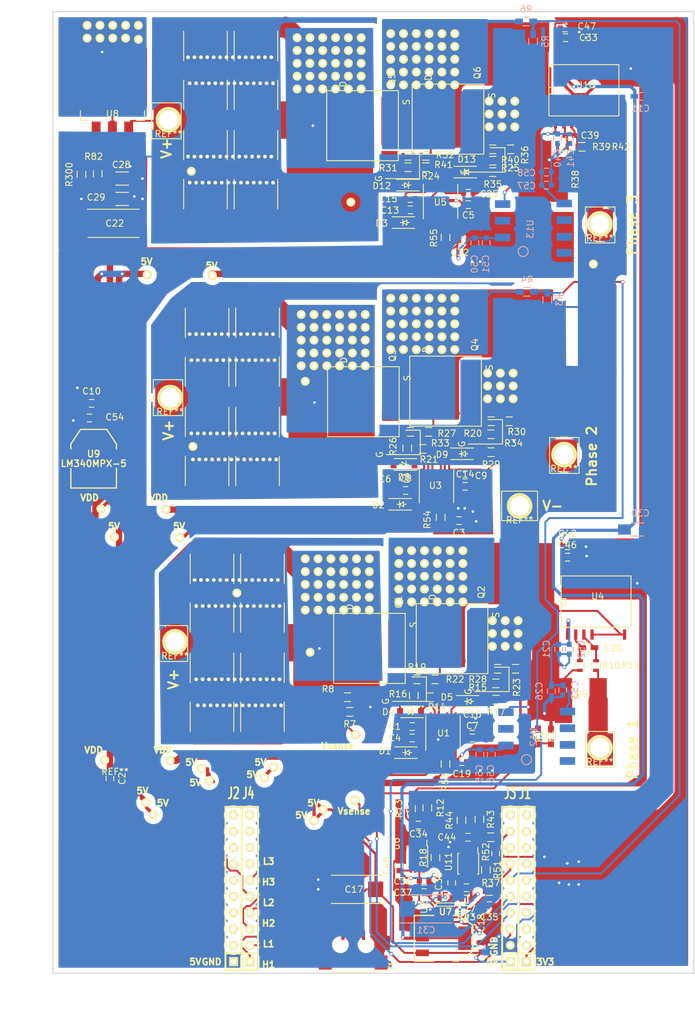
<source format=kicad_pcb>
(kicad_pcb (version 4) (host pcbnew 4.0.0-stable)
  (layers (0 F.Cu signal) (1 In1.Cu signal hide) (2 In2.Cu signal hide) (31 B.Cu signal) (34 B.Paste user hide) (35 F.Paste user hide) (36 B.SilkS user) (37 F.SilkS user) (38 B.Mask user hide) (39 F.Mask user) (44 Edge.Cuts user))
  (net 0 "")
  (net 1 GND)
  (net 2 +5V)
  (net 3 V_SUPPLY)
  (net 4 "/Power MOSFETS/CurrentA")
  (net 5 "/Power MOSFETS/H2_VS")
  (net 6 "/Power MOSFETS/CurrentB")
  (net 7 "/Power MOSFETS/CurrentC")
  (net 8 "/Power MOSFETS/M_H1")
  (net 9 "/Power MOSFETS/M_L1")
  (net 10 "/Power MOSFETS/M_H2")
  (net 11 "/Power MOSFETS/M_L2")
  (net 12 "/Power MOSFETS/M_H3")
  (net 13 "/Power MOSFETS/M_L3")
  (net 14 "/Power MOSFETS/PHASE_1")
  (net 15 "/Power MOSFETS/PHASE_3")
  (net 16 "Net-(J1-Pad2)")
  (net 17 "Net-(J1-Pad3)")
  (net 18 "Net-(J1-Pad4)")
  (net 19 "Net-(J1-Pad5)")
  (net 20 "Net-(J1-Pad6)")
  (net 21 "Net-(J1-Pad7)")
  (net 22 "Net-(J1-Pad8)")
  (net 23 "Net-(J1-Pad9)")
  (net 24 "Net-(J1-Pad10)")
  (net 25 "Net-(J2-Pad2)")
  (net 26 "Net-(J2-Pad4)")
  (net 27 "Net-(J2-Pad6)")
  (net 28 "Net-(J2-Pad7)")
  (net 29 "Net-(J2-Pad8)")
  (net 30 "Net-(J2-Pad9)")
  (net 31 "Net-(J3-Pad3)")
  (net 32 "Net-(J3-Pad4)")
  (net 33 "Net-(J3-Pad5)")
  (net 34 "Net-(J3-Pad6)")
  (net 35 "Net-(J3-Pad10)")
  (net 36 "Net-(J4-Pad7)")
  (net 37 "Net-(J4-Pad8)")
  (net 38 "Net-(J4-Pad9)")
  (net 39 "Net-(J4-Pad10)")
  (net 40 +3V3)
  (net 41 "Net-(X1-Pad4)")
  (net 42 "Net-(C1-Pad1)")
  (net 43 "Net-(C6-Pad1)")
  (net 44 "Net-(C13-Pad1)")
  (net 45 "Net-(U1-Pad6)")
  (net 46 "Net-(U3-Pad6)")
  (net 47 "Net-(U5-Pad6)")
  (net 48 VDD)
  (net 49 "Net-(R300-Pad1)")
  (net 50 "Net-(C24-Pad2)")
  (net 51 "Net-(D4-Pad1)")
  (net 52 "Net-(D4-Pad2)")
  (net 53 "Net-(D5-Pad1)")
  (net 54 "Net-(D5-Pad2)")
  (net 55 "Net-(D8-Pad1)")
  (net 56 "Net-(D8-Pad2)")
  (net 57 "Net-(D9-Pad1)")
  (net 58 "Net-(D9-Pad2)")
  (net 59 "Net-(D12-Pad1)")
  (net 60 "Net-(D12-Pad2)")
  (net 61 "Net-(D13-Pad1)")
  (net 62 "Net-(D13-Pad2)")
  (net 63 "Net-(Q1-Pad3)")
  (net 64 "Net-(Q2-Pad3)")
  (net 65 "Net-(Q3-Pad3)")
  (net 66 "Net-(Q4-Pad3)")
  (net 67 "Net-(Q6-Pad3)")
  (net 68 "Net-(Q5-Pad3)")
  (net 69 "Net-(R14-Pad1)")
  (net 70 "Net-(R15-Pad2)")
  (net 71 "Net-(R20-Pad2)")
  (net 72 "Net-(R21-Pad2)")
  (net 73 "Net-(R24-Pad2)")
  (net 74 "Net-(R25-Pad2)")
  (net 75 GNDA)
  (net 76 +1V5)
  (net 77 "Net-(C20-Pad1)")
  (net 78 "Net-(C20-Pad2)")
  (net 79 +5VA)
  (net 80 "Net-(C34-Pad1)")
  (net 81 "Net-(C34-Pad2)")
  (net 82 "Net-(C39-Pad1)")
  (net 83 "Net-(C39-Pad2)")
  (net 84 +5VD)
  (net 85 GNDD)
  (net 86 "Net-(C44-Pad1)")
  (net 87 "Net-(C44-Pad2)")
  (net 88 "Net-(R18-Pad1)")
  (net 89 "Net-(R18-Pad2)")
  (net 90 "Net-(R37-Pad2)")
  (net 91 "Net-(R51-Pad1)")
  (net 92 "Net-(R51-Pad2)")
  (net 93 "Net-(R52-Pad2)")
  (net 94 "Net-(R53-Pad1)")
  (net 95 "Net-(R54-Pad1)")
  (net 96 "Net-(R55-Pad1)")
  (net 97 "Net-(U12-Pad3)")
  (net 98 "Net-(U12-Pad8)")
  (net 99 "Net-(U12-Pad6)")
  (net 100 "Net-(U12-Pad7)")
  (net 101 "Net-(U13-Pad3)")
  (net 102 "Net-(U13-Pad8)")
  (net 103 "Net-(U13-Pad6)")
  (net 104 "Net-(U13-Pad7)")
  (net 105 "/Power MOSFETS/sense1_P")
  (net 106 "/Power MOSFETS/sense2_P")
  (net 107 "/Power MOSFETS/sense2_N")
  (net 108 "/Power MOSFETS/sense1_N")
  (net 109 "Net-(J2-Pad3)")
  (net 110 "Net-(J2-Pad5)")
  (net 111 "Net-(X1-Pad2)")
  (net 112 "Net-(X1-Pad3)")
  (module BGA_ADP172 (layer F.Cu) (at 245.368 141.982)
    (fp_text reference REF** hide)
    (fp_text value bga)
    (pad 1 smd circle (at -0.25 0.25) (size 0.32 0.32) (layers F.Cu F.Paste F.Mask) (net 40 +3V3))
    (pad 2 smd circle (at 0.25 0.25) (size 0.32 0.32) (layers F.Cu F.Paste F.Mask) (net 40 +3V3))
    (pad 3 smd circle (at 0.25 -0.25) (size 0.32 0.32) (layers F.Cu F.Paste F.Mask) (net 1 GND))
    (pad 4 smd circle (at -0.25 -0.25) (size 0.32 0.32) (layers F.Cu F.Paste F.Mask) (net 76 +1V5))
  )
  (module LOGO (layer F.Cu) (at 274.828 146.558)
    (fp_text reference G*** hide)
    (fp_text value LOGO hide)
  )
  (module jumper (layer F.Cu) (at 212.852 95.404)
    (fp_text reference REF**1611 hide)
    (fp_text value jumper)
    (pad 1 thru_hole circle (at 0 0.1) (size 1.397 1.397) (drill 0.812) (layers *.Cu *.Mask F.SilkS) (net 1 GND))
  )
  (module jumper (layer F.Cu) (at 268.478 44.096)
    (fp_text reference REF**1611 hide)
    (fp_text value jumper)
    (pad 1 thru_hole circle (at 0 0.1) (size 1.397 1.397) (drill 0.812) (layers *.Cu *.Mask F.SilkS) (net 1 GND))
  )
  (module jumper (layer F.Cu) (at 205.74 29.618)
    (fp_text reference REF**1611 hide)
    (fp_text value jumper)
    (pad 1 thru_hole circle (at 0 0.1) (size 1.397 1.397) (drill 0.812) (layers *.Cu *.Mask F.SilkS) (net 1 GND))
  )
  (module jumper (layer F.Cu) (at 230.632 34.444)
    (fp_text reference REF**111 hide)
    (fp_text value jumper)
    (pad 1 thru_hole circle (at 0 0.1) (size 1.397 1.397) (drill 0.812) (layers *.Cu *.Mask F.SilkS) (net 3 V_SUPPLY))
  )
  (module jumper (layer F.Cu) (at 223.52 62.384)
    (fp_text reference REF**111 hide)
    (fp_text value jumper)
    (pad 1 thru_hole circle (at 0 0.1) (size 1.397 1.397) (drill 0.812) (layers *.Cu *.Mask F.SilkS) (net 3 V_SUPPLY))
  )
  (module jumper (layer F.Cu) (at 205.994 72.544)
    (fp_text reference REF**1611 hide)
    (fp_text value jumper)
    (pad 1 thru_hole circle (at 0 0.1) (size 1.397 1.397) (drill 0.812) (layers *.Cu *.Mask F.SilkS) (net 1 GND))
  )
  (module jumper (layer F.Cu) (at 224.282 104.648)
    (fp_text reference REF**111 hide)
    (fp_text value jumper)
    (pad 1 thru_hole circle (at 0 0.1) (size 1.397 1.397) (drill 0.812) (layers *.Cu *.Mask F.SilkS) (net 3 V_SUPPLY))
  )
  (module jumper (layer F.Cu) (at 214.502 108.866)
    (fp_text reference REF**91 hide)
    (fp_text value jumper)
    (pad 1 thru_hole circle (at 0 0.1) (size 0.6 0.6) (drill 0.4) (layers *.Cu *.Mask F.SilkS) (net 1 GND))
  )
  (module jumper (layer F.Cu) (at 211.502 108.866)
    (fp_text reference REF**61 hide)
    (fp_text value jumper)
    (pad 1 thru_hole circle (at 0 0.1) (size 0.6 0.6) (drill 0.4) (layers *.Cu *.Mask F.SilkS) (net 1 GND))
  )
  (module jumper (layer F.Cu) (at 213.502 108.866)
    (fp_text reference REF**81 hide)
    (fp_text value jumper)
    (pad 1 thru_hole circle (at 0 0.1) (size 0.6 0.6) (drill 0.4) (layers *.Cu *.Mask F.SilkS) (net 1 GND))
  )
  (module jumper (layer F.Cu) (at 212.502 108.866)
    (fp_text reference REF**71 hide)
    (fp_text value jumper)
    (pad 1 thru_hole circle (at 0 0.1) (size 0.6 0.6) (drill 0.4) (layers *.Cu *.Mask F.SilkS) (net 1 GND))
  )
  (module jumper (layer F.Cu) (at 215.502 108.866)
    (fp_text reference REF**101 hide)
    (fp_text value jumper)
    (pad 1 thru_hole circle (at 0 0.1) (size 0.6 0.6) (drill 0.4) (layers *.Cu *.Mask F.SilkS) (net 1 GND))
  )
  (module jumper (layer F.Cu) (at 207.502 108.866)
    (fp_text reference REF**21 hide)
    (fp_text value jumper)
    (pad 1 thru_hole circle (at 0 0.1) (size 0.6 0.6) (drill 0.4) (layers *.Cu *.Mask F.SilkS) (net 1 GND))
  )
  (module jumper (layer F.Cu) (at 210.502 108.866)
    (fp_text reference REF**51 hide)
    (fp_text value jumper)
    (pad 1 thru_hole circle (at 0 0.1) (size 0.6 0.6) (drill 0.4) (layers *.Cu *.Mask F.SilkS) (net 1 GND))
  )
  (module jumper (layer F.Cu) (at 208.502 108.866)
    (fp_text reference REF**31 hide)
    (fp_text value jumper)
    (pad 1 thru_hole circle (at 0 0.1) (size 0.6 0.6) (drill 0.4) (layers *.Cu *.Mask F.SilkS) (net 1 GND))
  )
  (module jumper (layer F.Cu) (at 209.502 108.866)
    (fp_text reference REF**41 hide)
    (fp_text value jumper)
    (pad 1 thru_hole circle (at 0 0.1) (size 0.6 0.6) (drill 0.4) (layers *.Cu *.Mask F.SilkS) (net 1 GND))
  )
  (module jumper (layer F.Cu) (at 218.502 108.866)
    (fp_text reference REF**131 hide)
    (fp_text value jumper)
    (pad 1 thru_hole circle (at 0 0.1) (size 0.6 0.6) (drill 0.4) (layers *.Cu *.Mask F.SilkS) (net 1 GND))
  )
  (module jumper (layer F.Cu) (at 216.502 108.866)
    (fp_text reference REF**111 hide)
    (fp_text value jumper)
    (pad 1 thru_hole circle (at 0 0.1) (size 0.6 0.6) (drill 0.4) (layers *.Cu *.Mask F.SilkS) (net 1 GND))
  )
  (module jumper (layer F.Cu) (at 217.502 108.866)
    (fp_text reference REF**121 hide)
    (fp_text value jumper)
    (pad 1 thru_hole circle (at 0 0.1) (size 0.6 0.6) (drill 0.4) (layers *.Cu *.Mask F.SilkS) (net 1 GND))
  )
  (module jumper (layer F.Cu) (at 219.502 108.866)
    (fp_text reference REF**141 hide)
    (fp_text value jumper)
    (pad 1 thru_hole circle (at 0 0.1) (size 0.6 0.6) (drill 0.4) (layers *.Cu *.Mask F.SilkS) (net 1 GND))
  )
  (module jumper (layer F.Cu) (at 206.502 108.866)
    (fp_text reference REF**11 hide)
    (fp_text value jumper)
    (pad 1 thru_hole circle (at 0 0.1) (size 0.6 0.6) (drill 0.4) (layers *.Cu *.Mask F.SilkS) (net 1 GND))
  )
  (module jumper (layer F.Cu) (at 211.756 112.93)
    (fp_text reference REF**61 hide)
    (fp_text value jumper)
    (pad 1 thru_hole circle (at 0 0.1) (size 0.6 0.6) (drill 0.4) (layers *.Cu *.Mask F.SilkS) (net 1 GND))
  )
  (module jumper (layer F.Cu) (at 209.756 112.93)
    (fp_text reference REF**41 hide)
    (fp_text value jumper)
    (pad 1 thru_hole circle (at 0 0.1) (size 0.6 0.6) (drill 0.4) (layers *.Cu *.Mask F.SilkS) (net 1 GND))
  )
  (module jumper (layer F.Cu) (at 208.756 112.93)
    (fp_text reference REF**31 hide)
    (fp_text value jumper)
    (pad 1 thru_hole circle (at 0 0.1) (size 0.6 0.6) (drill 0.4) (layers *.Cu *.Mask F.SilkS) (net 1 GND))
  )
  (module jumper (layer F.Cu) (at 207.756 112.93)
    (fp_text reference REF**21 hide)
    (fp_text value jumper)
    (pad 1 thru_hole circle (at 0 0.1) (size 0.6 0.6) (drill 0.4) (layers *.Cu *.Mask F.SilkS) (net 1 GND))
  )
  (module jumper (layer F.Cu) (at 210.756 112.93)
    (fp_text reference REF**51 hide)
    (fp_text value jumper)
    (pad 1 thru_hole circle (at 0 0.1) (size 0.6 0.6) (drill 0.4) (layers *.Cu *.Mask F.SilkS) (net 1 GND))
  )
  (module jumper (layer F.Cu) (at 219.756 112.93)
    (fp_text reference REF**141 hide)
    (fp_text value jumper)
    (pad 1 thru_hole circle (at 0 0.1) (size 0.6 0.6) (drill 0.4) (layers *.Cu *.Mask F.SilkS) (net 1 GND))
  )
  (module jumper (layer F.Cu) (at 217.756 112.93)
    (fp_text reference REF**121 hide)
    (fp_text value jumper)
    (pad 1 thru_hole circle (at 0 0.1) (size 0.6 0.6) (drill 0.4) (layers *.Cu *.Mask F.SilkS) (net 1 GND))
  )
  (module jumper (layer F.Cu) (at 218.756 112.93)
    (fp_text reference REF**131 hide)
    (fp_text value jumper)
    (pad 1 thru_hole circle (at 0 0.1) (size 0.6 0.6) (drill 0.4) (layers *.Cu *.Mask F.SilkS) (net 1 GND))
  )
  (module jumper (layer F.Cu) (at 216.756 112.93)
    (fp_text reference REF**111 hide)
    (fp_text value jumper)
    (pad 1 thru_hole circle (at 0 0.1) (size 0.6 0.6) (drill 0.4) (layers *.Cu *.Mask F.SilkS) (net 1 GND))
  )
  (module jumper (layer F.Cu) (at 215.756 112.93)
    (fp_text reference REF**101 hide)
    (fp_text value jumper)
    (pad 1 thru_hole circle (at 0 0.1) (size 0.6 0.6) (drill 0.4) (layers *.Cu *.Mask F.SilkS) (net 1 GND))
  )
  (module jumper (layer F.Cu) (at 214.756 112.93)
    (fp_text reference REF**91 hide)
    (fp_text value jumper)
    (pad 1 thru_hole circle (at 0 0.1) (size 0.6 0.6) (drill 0.4) (layers *.Cu *.Mask F.SilkS) (net 1 GND))
  )
  (module jumper (layer F.Cu) (at 213.756 112.93)
    (fp_text reference REF**81 hide)
    (fp_text value jumper)
    (pad 1 thru_hole circle (at 0 0.1) (size 0.6 0.6) (drill 0.4) (layers *.Cu *.Mask F.SilkS) (net 1 GND))
  )
  (module jumper (layer F.Cu) (at 212.756 112.93)
    (fp_text reference REF**71 hide)
    (fp_text value jumper)
    (pad 1 thru_hole circle (at 0 0.1) (size 0.6 0.6) (drill 0.4) (layers *.Cu *.Mask F.SilkS) (net 1 GND))
  )
  (module jumper (layer F.Cu) (at 206.756 112.93)
    (fp_text reference REF**11 hide)
    (fp_text value jumper)
    (pad 1 thru_hole circle (at 0 0.1) (size 0.6 0.6) (drill 0.4) (layers *.Cu *.Mask F.SilkS) (net 1 GND))
  )
  (module jumper (layer F.Cu) (at 214.248 93.372)
    (fp_text reference REF**91 hide)
    (fp_text value jumper)
    (pad 1 thru_hole circle (at 0 0.1) (size 0.6 0.6) (drill 0.4) (layers *.Cu *.Mask F.SilkS) (net 1 GND))
  )
  (module jumper (layer F.Cu) (at 211.248 93.372)
    (fp_text reference REF**61 hide)
    (fp_text value jumper)
    (pad 1 thru_hole circle (at 0 0.1) (size 0.6 0.6) (drill 0.4) (layers *.Cu *.Mask F.SilkS) (net 1 GND))
  )
  (module jumper (layer F.Cu) (at 213.248 93.372)
    (fp_text reference REF**81 hide)
    (fp_text value jumper)
    (pad 1 thru_hole circle (at 0 0.1) (size 0.6 0.6) (drill 0.4) (layers *.Cu *.Mask F.SilkS) (net 1 GND))
  )
  (module jumper (layer F.Cu) (at 212.248 93.372)
    (fp_text reference REF**71 hide)
    (fp_text value jumper)
    (pad 1 thru_hole circle (at 0 0.1) (size 0.6 0.6) (drill 0.4) (layers *.Cu *.Mask F.SilkS) (net 1 GND))
  )
  (module jumper (layer F.Cu) (at 215.248 93.372)
    (fp_text reference REF**101 hide)
    (fp_text value jumper)
    (pad 1 thru_hole circle (at 0 0.1) (size 0.6 0.6) (drill 0.4) (layers *.Cu *.Mask F.SilkS) (net 1 GND))
  )
  (module jumper (layer F.Cu) (at 207.248 93.372)
    (fp_text reference REF**21 hide)
    (fp_text value jumper)
    (pad 1 thru_hole circle (at 0 0.1) (size 0.6 0.6) (drill 0.4) (layers *.Cu *.Mask F.SilkS) (net 1 GND))
  )
  (module jumper (layer F.Cu) (at 210.248 93.372)
    (fp_text reference REF**51 hide)
    (fp_text value jumper)
    (pad 1 thru_hole circle (at 0 0.1) (size 0.6 0.6) (drill 0.4) (layers *.Cu *.Mask F.SilkS) (net 1 GND))
  )
  (module jumper (layer F.Cu) (at 208.248 93.372)
    (fp_text reference REF**31 hide)
    (fp_text value jumper)
    (pad 1 thru_hole circle (at 0 0.1) (size 0.6 0.6) (drill 0.4) (layers *.Cu *.Mask F.SilkS) (net 1 GND))
  )
  (module jumper (layer F.Cu) (at 209.248 93.372)
    (fp_text reference REF**41 hide)
    (fp_text value jumper)
    (pad 1 thru_hole circle (at 0 0.1) (size 0.6 0.6) (drill 0.4) (layers *.Cu *.Mask F.SilkS) (net 1 GND))
  )
  (module jumper (layer F.Cu) (at 218.248 93.372)
    (fp_text reference REF**131 hide)
    (fp_text value jumper)
    (pad 1 thru_hole circle (at 0 0.1) (size 0.6 0.6) (drill 0.4) (layers *.Cu *.Mask F.SilkS) (net 1 GND))
  )
  (module jumper (layer F.Cu) (at 216.248 93.372)
    (fp_text reference REF**111 hide)
    (fp_text value jumper)
    (pad 1 thru_hole circle (at 0 0.1) (size 0.6 0.6) (drill 0.4) (layers *.Cu *.Mask F.SilkS) (net 1 GND))
  )
  (module jumper (layer F.Cu) (at 217.248 93.372)
    (fp_text reference REF**121 hide)
    (fp_text value jumper)
    (pad 1 thru_hole circle (at 0 0.1) (size 0.6 0.6) (drill 0.4) (layers *.Cu *.Mask F.SilkS) (net 1 GND))
  )
  (module jumper (layer F.Cu) (at 219.248 93.372)
    (fp_text reference REF**141 hide)
    (fp_text value jumper)
    (pad 1 thru_hole circle (at 0 0.1) (size 0.6 0.6) (drill 0.4) (layers *.Cu *.Mask F.SilkS) (net 1 GND))
  )
  (module jumper (layer F.Cu) (at 206.248 93.372)
    (fp_text reference REF**11 hide)
    (fp_text value jumper)
    (pad 1 thru_hole circle (at 0 0.1) (size 0.6 0.6) (drill 0.4) (layers *.Cu *.Mask F.SilkS) (net 1 GND))
  )
  (module jumper (layer F.Cu) (at 211.502 97.436)
    (fp_text reference REF**61 hide)
    (fp_text value jumper)
    (pad 1 thru_hole circle (at 0 0.1) (size 0.6 0.6) (drill 0.4) (layers *.Cu *.Mask F.SilkS) (net 1 GND))
  )
  (module jumper (layer F.Cu) (at 209.502 97.436)
    (fp_text reference REF**41 hide)
    (fp_text value jumper)
    (pad 1 thru_hole circle (at 0 0.1) (size 0.6 0.6) (drill 0.4) (layers *.Cu *.Mask F.SilkS) (net 1 GND))
  )
  (module jumper (layer F.Cu) (at 208.502 97.436)
    (fp_text reference REF**31 hide)
    (fp_text value jumper)
    (pad 1 thru_hole circle (at 0 0.1) (size 0.6 0.6) (drill 0.4) (layers *.Cu *.Mask F.SilkS) (net 1 GND))
  )
  (module jumper (layer F.Cu) (at 207.502 97.436)
    (fp_text reference REF**21 hide)
    (fp_text value jumper)
    (pad 1 thru_hole circle (at 0 0.1) (size 0.6 0.6) (drill 0.4) (layers *.Cu *.Mask F.SilkS) (net 1 GND))
  )
  (module jumper (layer F.Cu) (at 210.502 97.436)
    (fp_text reference REF**51 hide)
    (fp_text value jumper)
    (pad 1 thru_hole circle (at 0 0.1) (size 0.6 0.6) (drill 0.4) (layers *.Cu *.Mask F.SilkS) (net 1 GND))
  )
  (module jumper (layer F.Cu) (at 219.502 97.436)
    (fp_text reference REF**141 hide)
    (fp_text value jumper)
    (pad 1 thru_hole circle (at 0 0.1) (size 0.6 0.6) (drill 0.4) (layers *.Cu *.Mask F.SilkS) (net 1 GND))
  )
  (module jumper (layer F.Cu) (at 217.502 97.436)
    (fp_text reference REF**121 hide)
    (fp_text value jumper)
    (pad 1 thru_hole circle (at 0 0.1) (size 0.6 0.6) (drill 0.4) (layers *.Cu *.Mask F.SilkS) (net 1 GND))
  )
  (module jumper (layer F.Cu) (at 218.502 97.436)
    (fp_text reference REF**131 hide)
    (fp_text value jumper)
    (pad 1 thru_hole circle (at 0 0.1) (size 0.6 0.6) (drill 0.4) (layers *.Cu *.Mask F.SilkS) (net 1 GND))
  )
  (module jumper (layer F.Cu) (at 216.502 97.436)
    (fp_text reference REF**111 hide)
    (fp_text value jumper)
    (pad 1 thru_hole circle (at 0 0.1) (size 0.6 0.6) (drill 0.4) (layers *.Cu *.Mask F.SilkS) (net 1 GND))
  )
  (module jumper (layer F.Cu) (at 215.502 97.436)
    (fp_text reference REF**101 hide)
    (fp_text value jumper)
    (pad 1 thru_hole circle (at 0 0.1) (size 0.6 0.6) (drill 0.4) (layers *.Cu *.Mask F.SilkS) (net 1 GND))
  )
  (module jumper (layer F.Cu) (at 214.502 97.436)
    (fp_text reference REF**91 hide)
    (fp_text value jumper)
    (pad 1 thru_hole circle (at 0 0.1) (size 0.6 0.6) (drill 0.4) (layers *.Cu *.Mask F.SilkS) (net 1 GND))
  )
  (module jumper (layer F.Cu) (at 213.502 97.436)
    (fp_text reference REF**81 hide)
    (fp_text value jumper)
    (pad 1 thru_hole circle (at 0 0.1) (size 0.6 0.6) (drill 0.4) (layers *.Cu *.Mask F.SilkS) (net 1 GND))
  )
  (module jumper (layer F.Cu) (at 212.502 97.436)
    (fp_text reference REF**71 hide)
    (fp_text value jumper)
    (pad 1 thru_hole circle (at 0 0.1) (size 0.6 0.6) (drill 0.4) (layers *.Cu *.Mask F.SilkS) (net 1 GND))
  )
  (module jumper (layer F.Cu) (at 206.502 97.436)
    (fp_text reference REF**11 hide)
    (fp_text value jumper)
    (pad 1 thru_hole circle (at 0 0.1) (size 0.6 0.6) (drill 0.4) (layers *.Cu *.Mask F.SilkS) (net 1 GND))
  )
  (module jumper (layer F.Cu) (at 213.74 70.512)
    (fp_text reference REF**91 hide)
    (fp_text value jumper)
    (pad 1 thru_hole circle (at 0 0.1) (size 0.6 0.6) (drill 0.4) (layers *.Cu *.Mask F.SilkS) (net 1 GND))
  )
  (module jumper (layer F.Cu) (at 210.74 70.512)
    (fp_text reference REF**61 hide)
    (fp_text value jumper)
    (pad 1 thru_hole circle (at 0 0.1) (size 0.6 0.6) (drill 0.4) (layers *.Cu *.Mask F.SilkS) (net 1 GND))
  )
  (module jumper (layer F.Cu) (at 212.74 70.512)
    (fp_text reference REF**81 hide)
    (fp_text value jumper)
    (pad 1 thru_hole circle (at 0 0.1) (size 0.6 0.6) (drill 0.4) (layers *.Cu *.Mask F.SilkS) (net 1 GND))
  )
  (module jumper (layer F.Cu) (at 211.74 70.512)
    (fp_text reference REF**71 hide)
    (fp_text value jumper)
    (pad 1 thru_hole circle (at 0 0.1) (size 0.6 0.6) (drill 0.4) (layers *.Cu *.Mask F.SilkS) (net 1 GND))
  )
  (module jumper (layer F.Cu) (at 214.74 70.512)
    (fp_text reference REF**101 hide)
    (fp_text value jumper)
    (pad 1 thru_hole circle (at 0 0.1) (size 0.6 0.6) (drill 0.4) (layers *.Cu *.Mask F.SilkS) (net 1 GND))
  )
  (module jumper (layer F.Cu) (at 206.74 70.512)
    (fp_text reference REF**21 hide)
    (fp_text value jumper)
    (pad 1 thru_hole circle (at 0 0.1) (size 0.6 0.6) (drill 0.4) (layers *.Cu *.Mask F.SilkS) (net 1 GND))
  )
  (module jumper (layer F.Cu) (at 209.74 70.512)
    (fp_text reference REF**51 hide)
    (fp_text value jumper)
    (pad 1 thru_hole circle (at 0 0.1) (size 0.6 0.6) (drill 0.4) (layers *.Cu *.Mask F.SilkS) (net 1 GND))
  )
  (module jumper (layer F.Cu) (at 207.74 70.512)
    (fp_text reference REF**31 hide)
    (fp_text value jumper)
    (pad 1 thru_hole circle (at 0 0.1) (size 0.6 0.6) (drill 0.4) (layers *.Cu *.Mask F.SilkS) (net 1 GND))
  )
  (module jumper (layer F.Cu) (at 208.74 70.512)
    (fp_text reference REF**41 hide)
    (fp_text value jumper)
    (pad 1 thru_hole circle (at 0 0.1) (size 0.6 0.6) (drill 0.4) (layers *.Cu *.Mask F.SilkS) (net 1 GND))
  )
  (module jumper (layer F.Cu) (at 217.74 70.512)
    (fp_text reference REF**131 hide)
    (fp_text value jumper)
    (pad 1 thru_hole circle (at 0 0.1) (size 0.6 0.6) (drill 0.4) (layers *.Cu *.Mask F.SilkS) (net 1 GND))
  )
  (module jumper (layer F.Cu) (at 215.74 70.512)
    (fp_text reference REF**111 hide)
    (fp_text value jumper)
    (pad 1 thru_hole circle (at 0 0.1) (size 0.6 0.6) (drill 0.4) (layers *.Cu *.Mask F.SilkS) (net 1 GND))
  )
  (module jumper (layer F.Cu) (at 216.74 70.512)
    (fp_text reference REF**121 hide)
    (fp_text value jumper)
    (pad 1 thru_hole circle (at 0 0.1) (size 0.6 0.6) (drill 0.4) (layers *.Cu *.Mask F.SilkS) (net 1 GND))
  )
  (module jumper (layer F.Cu) (at 218.74 70.512)
    (fp_text reference REF**141 hide)
    (fp_text value jumper)
    (pad 1 thru_hole circle (at 0 0.1) (size 0.6 0.6) (drill 0.4) (layers *.Cu *.Mask F.SilkS) (net 1 GND))
  )
  (module jumper (layer F.Cu) (at 205.74 70.512)
    (fp_text reference REF**11 hide)
    (fp_text value jumper)
    (pad 1 thru_hole circle (at 0 0.1) (size 0.6 0.6) (drill 0.4) (layers *.Cu *.Mask F.SilkS) (net 1 GND))
  )
  (module jumper (layer F.Cu) (at 210.994 74.576)
    (fp_text reference REF**61 hide)
    (fp_text value jumper)
    (pad 1 thru_hole circle (at 0 0.1) (size 0.6 0.6) (drill 0.4) (layers *.Cu *.Mask F.SilkS) (net 1 GND))
  )
  (module jumper (layer F.Cu) (at 208.994 74.576)
    (fp_text reference REF**41 hide)
    (fp_text value jumper)
    (pad 1 thru_hole circle (at 0 0.1) (size 0.6 0.6) (drill 0.4) (layers *.Cu *.Mask F.SilkS) (net 1 GND))
  )
  (module jumper (layer F.Cu) (at 207.994 74.576)
    (fp_text reference REF**31 hide)
    (fp_text value jumper)
    (pad 1 thru_hole circle (at 0 0.1) (size 0.6 0.6) (drill 0.4) (layers *.Cu *.Mask F.SilkS) (net 1 GND))
  )
  (module jumper (layer F.Cu) (at 206.994 74.576)
    (fp_text reference REF**21 hide)
    (fp_text value jumper)
    (pad 1 thru_hole circle (at 0 0.1) (size 0.6 0.6) (drill 0.4) (layers *.Cu *.Mask F.SilkS) (net 1 GND))
  )
  (module jumper (layer F.Cu) (at 209.994 74.576)
    (fp_text reference REF**51 hide)
    (fp_text value jumper)
    (pad 1 thru_hole circle (at 0 0.1) (size 0.6 0.6) (drill 0.4) (layers *.Cu *.Mask F.SilkS) (net 1 GND))
  )
  (module jumper (layer F.Cu) (at 218.994 74.576)
    (fp_text reference REF**141 hide)
    (fp_text value jumper)
    (pad 1 thru_hole circle (at 0 0.1) (size 0.6 0.6) (drill 0.4) (layers *.Cu *.Mask F.SilkS) (net 1 GND))
  )
  (module jumper (layer F.Cu) (at 216.994 74.576)
    (fp_text reference REF**121 hide)
    (fp_text value jumper)
    (pad 1 thru_hole circle (at 0 0.1) (size 0.6 0.6) (drill 0.4) (layers *.Cu *.Mask F.SilkS) (net 1 GND))
  )
  (module jumper (layer F.Cu) (at 217.994 74.576)
    (fp_text reference REF**131 hide)
    (fp_text value jumper)
    (pad 1 thru_hole circle (at 0 0.1) (size 0.6 0.6) (drill 0.4) (layers *.Cu *.Mask F.SilkS) (net 1 GND))
  )
  (module jumper (layer F.Cu) (at 215.994 74.576)
    (fp_text reference REF**111 hide)
    (fp_text value jumper)
    (pad 1 thru_hole circle (at 0 0.1) (size 0.6 0.6) (drill 0.4) (layers *.Cu *.Mask F.SilkS) (net 1 GND))
  )
  (module jumper (layer F.Cu) (at 214.994 74.576)
    (fp_text reference REF**101 hide)
    (fp_text value jumper)
    (pad 1 thru_hole circle (at 0 0.1) (size 0.6 0.6) (drill 0.4) (layers *.Cu *.Mask F.SilkS) (net 1 GND))
  )
  (module jumper (layer F.Cu) (at 213.994 74.576)
    (fp_text reference REF**91 hide)
    (fp_text value jumper)
    (pad 1 thru_hole circle (at 0 0.1) (size 0.6 0.6) (drill 0.4) (layers *.Cu *.Mask F.SilkS) (net 1 GND))
  )
  (module jumper (layer F.Cu) (at 212.994 74.576)
    (fp_text reference REF**81 hide)
    (fp_text value jumper)
    (pad 1 thru_hole circle (at 0 0.1) (size 0.6 0.6) (drill 0.4) (layers *.Cu *.Mask F.SilkS) (net 1 GND))
  )
  (module jumper (layer F.Cu) (at 211.994 74.576)
    (fp_text reference REF**71 hide)
    (fp_text value jumper)
    (pad 1 thru_hole circle (at 0 0.1) (size 0.6 0.6) (drill 0.4) (layers *.Cu *.Mask F.SilkS) (net 1 GND))
  )
  (module jumper (layer F.Cu) (at 205.994 74.576)
    (fp_text reference REF**11 hide)
    (fp_text value jumper)
    (pad 1 thru_hole circle (at 0 0.1) (size 0.6 0.6) (drill 0.4) (layers *.Cu *.Mask F.SilkS) (net 1 GND))
  )
  (module jumper (layer F.Cu) (at 213.486 55.018)
    (fp_text reference REF**91 hide)
    (fp_text value jumper)
    (pad 1 thru_hole circle (at 0 0.1) (size 0.6 0.6) (drill 0.4) (layers *.Cu *.Mask F.SilkS) (net 1 GND))
  )
  (module jumper (layer F.Cu) (at 210.486 55.018)
    (fp_text reference REF**61 hide)
    (fp_text value jumper)
    (pad 1 thru_hole circle (at 0 0.1) (size 0.6 0.6) (drill 0.4) (layers *.Cu *.Mask F.SilkS) (net 1 GND))
  )
  (module jumper (layer F.Cu) (at 212.486 55.018)
    (fp_text reference REF**81 hide)
    (fp_text value jumper)
    (pad 1 thru_hole circle (at 0 0.1) (size 0.6 0.6) (drill 0.4) (layers *.Cu *.Mask F.SilkS) (net 1 GND))
  )
  (module jumper (layer F.Cu) (at 211.486 55.018)
    (fp_text reference REF**71 hide)
    (fp_text value jumper)
    (pad 1 thru_hole circle (at 0 0.1) (size 0.6 0.6) (drill 0.4) (layers *.Cu *.Mask F.SilkS) (net 1 GND))
  )
  (module jumper (layer F.Cu) (at 214.486 55.018)
    (fp_text reference REF**101 hide)
    (fp_text value jumper)
    (pad 1 thru_hole circle (at 0 0.1) (size 0.6 0.6) (drill 0.4) (layers *.Cu *.Mask F.SilkS) (net 1 GND))
  )
  (module jumper (layer F.Cu) (at 206.486 55.018)
    (fp_text reference REF**21 hide)
    (fp_text value jumper)
    (pad 1 thru_hole circle (at 0 0.1) (size 0.6 0.6) (drill 0.4) (layers *.Cu *.Mask F.SilkS) (net 1 GND))
  )
  (module jumper (layer F.Cu) (at 209.486 55.018)
    (fp_text reference REF**51 hide)
    (fp_text value jumper)
    (pad 1 thru_hole circle (at 0 0.1) (size 0.6 0.6) (drill 0.4) (layers *.Cu *.Mask F.SilkS) (net 1 GND))
  )
  (module jumper (layer F.Cu) (at 207.486 55.018)
    (fp_text reference REF**31 hide)
    (fp_text value jumper)
    (pad 1 thru_hole circle (at 0 0.1) (size 0.6 0.6) (drill 0.4) (layers *.Cu *.Mask F.SilkS) (net 1 GND))
  )
  (module jumper (layer F.Cu) (at 208.486 55.018)
    (fp_text reference REF**41 hide)
    (fp_text value jumper)
    (pad 1 thru_hole circle (at 0 0.1) (size 0.6 0.6) (drill 0.4) (layers *.Cu *.Mask F.SilkS) (net 1 GND))
  )
  (module jumper (layer F.Cu) (at 217.486 55.018)
    (fp_text reference REF**131 hide)
    (fp_text value jumper)
    (pad 1 thru_hole circle (at 0 0.1) (size 0.6 0.6) (drill 0.4) (layers *.Cu *.Mask F.SilkS) (net 1 GND))
  )
  (module jumper (layer F.Cu) (at 215.486 55.018)
    (fp_text reference REF**111 hide)
    (fp_text value jumper)
    (pad 1 thru_hole circle (at 0 0.1) (size 0.6 0.6) (drill 0.4) (layers *.Cu *.Mask F.SilkS) (net 1 GND))
  )
  (module jumper (layer F.Cu) (at 216.486 55.018)
    (fp_text reference REF**121 hide)
    (fp_text value jumper)
    (pad 1 thru_hole circle (at 0 0.1) (size 0.6 0.6) (drill 0.4) (layers *.Cu *.Mask F.SilkS) (net 1 GND))
  )
  (module jumper (layer F.Cu) (at 218.486 55.018)
    (fp_text reference REF**141 hide)
    (fp_text value jumper)
    (pad 1 thru_hole circle (at 0 0.1) (size 0.6 0.6) (drill 0.4) (layers *.Cu *.Mask F.SilkS) (net 1 GND))
  )
  (module jumper (layer F.Cu) (at 205.486 55.018)
    (fp_text reference REF**11 hide)
    (fp_text value jumper)
    (pad 1 thru_hole circle (at 0 0.1) (size 0.6 0.6) (drill 0.4) (layers *.Cu *.Mask F.SilkS) (net 1 GND))
  )
  (module jumper (layer F.Cu) (at 210.74 59.082)
    (fp_text reference REF**61 hide)
    (fp_text value jumper)
    (pad 1 thru_hole circle (at 0 0.1) (size 0.6 0.6) (drill 0.4) (layers *.Cu *.Mask F.SilkS) (net 1 GND))
  )
  (module jumper (layer F.Cu) (at 208.74 59.082)
    (fp_text reference REF**41 hide)
    (fp_text value jumper)
    (pad 1 thru_hole circle (at 0 0.1) (size 0.6 0.6) (drill 0.4) (layers *.Cu *.Mask F.SilkS) (net 1 GND))
  )
  (module jumper (layer F.Cu) (at 207.74 59.082)
    (fp_text reference REF**31 hide)
    (fp_text value jumper)
    (pad 1 thru_hole circle (at 0 0.1) (size 0.6 0.6) (drill 0.4) (layers *.Cu *.Mask F.SilkS) (net 1 GND))
  )
  (module jumper (layer F.Cu) (at 206.74 59.082)
    (fp_text reference REF**21 hide)
    (fp_text value jumper)
    (pad 1 thru_hole circle (at 0 0.1) (size 0.6 0.6) (drill 0.4) (layers *.Cu *.Mask F.SilkS) (net 1 GND))
  )
  (module jumper (layer F.Cu) (at 209.74 59.082)
    (fp_text reference REF**51 hide)
    (fp_text value jumper)
    (pad 1 thru_hole circle (at 0 0.1) (size 0.6 0.6) (drill 0.4) (layers *.Cu *.Mask F.SilkS) (net 1 GND))
  )
  (module jumper (layer F.Cu) (at 218.74 59.082)
    (fp_text reference REF**141 hide)
    (fp_text value jumper)
    (pad 1 thru_hole circle (at 0 0.1) (size 0.6 0.6) (drill 0.4) (layers *.Cu *.Mask F.SilkS) (net 1 GND))
  )
  (module jumper (layer F.Cu) (at 216.74 59.082)
    (fp_text reference REF**121 hide)
    (fp_text value jumper)
    (pad 1 thru_hole circle (at 0 0.1) (size 0.6 0.6) (drill 0.4) (layers *.Cu *.Mask F.SilkS) (net 1 GND))
  )
  (module jumper (layer F.Cu) (at 217.74 59.082)
    (fp_text reference REF**131 hide)
    (fp_text value jumper)
    (pad 1 thru_hole circle (at 0 0.1) (size 0.6 0.6) (drill 0.4) (layers *.Cu *.Mask F.SilkS) (net 1 GND))
  )
  (module jumper (layer F.Cu) (at 215.74 59.082)
    (fp_text reference REF**111 hide)
    (fp_text value jumper)
    (pad 1 thru_hole circle (at 0 0.1) (size 0.6 0.6) (drill 0.4) (layers *.Cu *.Mask F.SilkS) (net 1 GND))
  )
  (module jumper (layer F.Cu) (at 214.74 59.082)
    (fp_text reference REF**101 hide)
    (fp_text value jumper)
    (pad 1 thru_hole circle (at 0 0.1) (size 0.6 0.6) (drill 0.4) (layers *.Cu *.Mask F.SilkS) (net 1 GND))
  )
  (module jumper (layer F.Cu) (at 213.74 59.082)
    (fp_text reference REF**91 hide)
    (fp_text value jumper)
    (pad 1 thru_hole circle (at 0 0.1) (size 0.6 0.6) (drill 0.4) (layers *.Cu *.Mask F.SilkS) (net 1 GND))
  )
  (module jumper (layer F.Cu) (at 212.74 59.082)
    (fp_text reference REF**81 hide)
    (fp_text value jumper)
    (pad 1 thru_hole circle (at 0 0.1) (size 0.6 0.6) (drill 0.4) (layers *.Cu *.Mask F.SilkS) (net 1 GND))
  )
  (module jumper (layer F.Cu) (at 211.74 59.082)
    (fp_text reference REF**71 hide)
    (fp_text value jumper)
    (pad 1 thru_hole circle (at 0 0.1) (size 0.6 0.6) (drill 0.4) (layers *.Cu *.Mask F.SilkS) (net 1 GND))
  )
  (module jumper (layer F.Cu) (at 205.74 59.082)
    (fp_text reference REF**11 hide)
    (fp_text value jumper)
    (pad 1 thru_hole circle (at 0 0.1) (size 0.6 0.6) (drill 0.4) (layers *.Cu *.Mask F.SilkS) (net 1 GND))
  )
  (module jumper (layer F.Cu) (at 213.232 27.332)
    (fp_text reference REF**91 hide)
    (fp_text value jumper)
    (pad 1 thru_hole circle (at 0 0.1) (size 0.6 0.6) (drill 0.4) (layers *.Cu *.Mask F.SilkS) (net 1 GND))
  )
  (module jumper (layer F.Cu) (at 210.232 27.332)
    (fp_text reference REF**61 hide)
    (fp_text value jumper)
    (pad 1 thru_hole circle (at 0 0.1) (size 0.6 0.6) (drill 0.4) (layers *.Cu *.Mask F.SilkS) (net 1 GND))
  )
  (module jumper (layer F.Cu) (at 212.232 27.332)
    (fp_text reference REF**81 hide)
    (fp_text value jumper)
    (pad 1 thru_hole circle (at 0 0.1) (size 0.6 0.6) (drill 0.4) (layers *.Cu *.Mask F.SilkS) (net 1 GND))
  )
  (module jumper (layer F.Cu) (at 211.232 27.332)
    (fp_text reference REF**71 hide)
    (fp_text value jumper)
    (pad 1 thru_hole circle (at 0 0.1) (size 0.6 0.6) (drill 0.4) (layers *.Cu *.Mask F.SilkS) (net 1 GND))
  )
  (module jumper (layer F.Cu) (at 214.232 27.332)
    (fp_text reference REF**101 hide)
    (fp_text value jumper)
    (pad 1 thru_hole circle (at 0 0.1) (size 0.6 0.6) (drill 0.4) (layers *.Cu *.Mask F.SilkS) (net 1 GND))
  )
  (module jumper (layer F.Cu) (at 206.232 27.332)
    (fp_text reference REF**21 hide)
    (fp_text value jumper)
    (pad 1 thru_hole circle (at 0 0.1) (size 0.6 0.6) (drill 0.4) (layers *.Cu *.Mask F.SilkS) (net 1 GND))
  )
  (module jumper (layer F.Cu) (at 209.232 27.332)
    (fp_text reference REF**51 hide)
    (fp_text value jumper)
    (pad 1 thru_hole circle (at 0 0.1) (size 0.6 0.6) (drill 0.4) (layers *.Cu *.Mask F.SilkS) (net 1 GND))
  )
  (module jumper (layer F.Cu) (at 207.232 27.332)
    (fp_text reference REF**31 hide)
    (fp_text value jumper)
    (pad 1 thru_hole circle (at 0 0.1) (size 0.6 0.6) (drill 0.4) (layers *.Cu *.Mask F.SilkS) (net 1 GND))
  )
  (module jumper (layer F.Cu) (at 208.232 27.332)
    (fp_text reference REF**41 hide)
    (fp_text value jumper)
    (pad 1 thru_hole circle (at 0 0.1) (size 0.6 0.6) (drill 0.4) (layers *.Cu *.Mask F.SilkS) (net 1 GND))
  )
  (module jumper (layer F.Cu) (at 217.232 27.332)
    (fp_text reference REF**131 hide)
    (fp_text value jumper)
    (pad 1 thru_hole circle (at 0 0.1) (size 0.6 0.6) (drill 0.4) (layers *.Cu *.Mask F.SilkS) (net 1 GND))
  )
  (module jumper (layer F.Cu) (at 215.232 27.332)
    (fp_text reference REF**111 hide)
    (fp_text value jumper)
    (pad 1 thru_hole circle (at 0 0.1) (size 0.6 0.6) (drill 0.4) (layers *.Cu *.Mask F.SilkS) (net 1 GND))
  )
  (module jumper (layer F.Cu) (at 216.232 27.332)
    (fp_text reference REF**121 hide)
    (fp_text value jumper)
    (pad 1 thru_hole circle (at 0 0.1) (size 0.6 0.6) (drill 0.4) (layers *.Cu *.Mask F.SilkS) (net 1 GND))
  )
  (module jumper (layer F.Cu) (at 218.232 27.332)
    (fp_text reference REF**141 hide)
    (fp_text value jumper)
    (pad 1 thru_hole circle (at 0 0.1) (size 0.6 0.6) (drill 0.4) (layers *.Cu *.Mask F.SilkS) (net 1 GND))
  )
  (module jumper (layer F.Cu) (at 205.232 27.332)
    (fp_text reference REF**11 hide)
    (fp_text value jumper)
    (pad 1 thru_hole circle (at 0 0.1) (size 0.6 0.6) (drill 0.4) (layers *.Cu *.Mask F.SilkS) (net 1 GND))
  )
  (module jumper (layer F.Cu) (at 210.486 31.396)
    (fp_text reference REF**61 hide)
    (fp_text value jumper)
    (pad 1 thru_hole circle (at 0 0.1) (size 0.6 0.6) (drill 0.4) (layers *.Cu *.Mask F.SilkS) (net 1 GND))
  )
  (module jumper (layer F.Cu) (at 208.486 31.396)
    (fp_text reference REF**41 hide)
    (fp_text value jumper)
    (pad 1 thru_hole circle (at 0 0.1) (size 0.6 0.6) (drill 0.4) (layers *.Cu *.Mask F.SilkS) (net 1 GND))
  )
  (module jumper (layer F.Cu) (at 207.486 31.396)
    (fp_text reference REF**31 hide)
    (fp_text value jumper)
    (pad 1 thru_hole circle (at 0 0.1) (size 0.6 0.6) (drill 0.4) (layers *.Cu *.Mask F.SilkS) (net 1 GND))
  )
  (module jumper (layer F.Cu) (at 206.486 31.396)
    (fp_text reference REF**21 hide)
    (fp_text value jumper)
    (pad 1 thru_hole circle (at 0 0.1) (size 0.6 0.6) (drill 0.4) (layers *.Cu *.Mask F.SilkS) (net 1 GND))
  )
  (module jumper (layer F.Cu) (at 209.486 31.396)
    (fp_text reference REF**51 hide)
    (fp_text value jumper)
    (pad 1 thru_hole circle (at 0 0.1) (size 0.6 0.6) (drill 0.4) (layers *.Cu *.Mask F.SilkS) (net 1 GND))
  )
  (module jumper (layer F.Cu) (at 218.486 31.396)
    (fp_text reference REF**141 hide)
    (fp_text value jumper)
    (pad 1 thru_hole circle (at 0 0.1) (size 0.6 0.6) (drill 0.4) (layers *.Cu *.Mask F.SilkS) (net 1 GND))
  )
  (module jumper (layer F.Cu) (at 216.486 31.396)
    (fp_text reference REF**121 hide)
    (fp_text value jumper)
    (pad 1 thru_hole circle (at 0 0.1) (size 0.6 0.6) (drill 0.4) (layers *.Cu *.Mask F.SilkS) (net 1 GND))
  )
  (module jumper (layer F.Cu) (at 217.486 31.396)
    (fp_text reference REF**131 hide)
    (fp_text value jumper)
    (pad 1 thru_hole circle (at 0 0.1) (size 0.6 0.6) (drill 0.4) (layers *.Cu *.Mask F.SilkS) (net 1 GND))
  )
  (module jumper (layer F.Cu) (at 215.486 31.396)
    (fp_text reference REF**111 hide)
    (fp_text value jumper)
    (pad 1 thru_hole circle (at 0 0.1) (size 0.6 0.6) (drill 0.4) (layers *.Cu *.Mask F.SilkS) (net 1 GND))
  )
  (module jumper (layer F.Cu) (at 214.486 31.396)
    (fp_text reference REF**101 hide)
    (fp_text value jumper)
    (pad 1 thru_hole circle (at 0 0.1) (size 0.6 0.6) (drill 0.4) (layers *.Cu *.Mask F.SilkS) (net 1 GND))
  )
  (module jumper (layer F.Cu) (at 213.486 31.396)
    (fp_text reference REF**91 hide)
    (fp_text value jumper)
    (pad 1 thru_hole circle (at 0 0.1) (size 0.6 0.6) (drill 0.4) (layers *.Cu *.Mask F.SilkS) (net 1 GND))
  )
  (module jumper (layer F.Cu) (at 212.486 31.396)
    (fp_text reference REF**81 hide)
    (fp_text value jumper)
    (pad 1 thru_hole circle (at 0 0.1) (size 0.6 0.6) (drill 0.4) (layers *.Cu *.Mask F.SilkS) (net 1 GND))
  )
  (module jumper (layer F.Cu) (at 211.486 31.396)
    (fp_text reference REF**71 hide)
    (fp_text value jumper)
    (pad 1 thru_hole circle (at 0 0.1) (size 0.6 0.6) (drill 0.4) (layers *.Cu *.Mask F.SilkS) (net 1 GND))
  )
  (module jumper (layer F.Cu) (at 205.486 31.396)
    (fp_text reference REF**11 hide)
    (fp_text value jumper)
    (pad 1 thru_hole circle (at 0 0.1) (size 0.6 0.6) (drill 0.4) (layers *.Cu *.Mask F.SilkS) (net 1 GND))
  )
  (module jumper (layer F.Cu) (at 210.486 15.902)
    (fp_text reference REF**61 hide)
    (fp_text value jumper)
    (pad 1 thru_hole circle (at 0 0.1) (size 0.6 0.6) (drill 0.4) (layers *.Cu *.Mask F.SilkS) (net 1 GND))
  )
  (module jumper (layer F.Cu) (at 208.486 15.902)
    (fp_text reference REF**41 hide)
    (fp_text value jumper)
    (pad 1 thru_hole circle (at 0 0.1) (size 0.6 0.6) (drill 0.4) (layers *.Cu *.Mask F.SilkS) (net 1 GND))
  )
  (module jumper (layer F.Cu) (at 207.486 15.902)
    (fp_text reference REF**31 hide)
    (fp_text value jumper)
    (pad 1 thru_hole circle (at 0 0.1) (size 0.6 0.6) (drill 0.4) (layers *.Cu *.Mask F.SilkS) (net 1 GND))
  )
  (module jumper (layer F.Cu) (at 206.486 15.902)
    (fp_text reference REF**21 hide)
    (fp_text value jumper)
    (pad 1 thru_hole circle (at 0 0.1) (size 0.6 0.6) (drill 0.4) (layers *.Cu *.Mask F.SilkS) (net 1 GND))
  )
  (module jumper (layer F.Cu) (at 209.486 15.902)
    (fp_text reference REF**51 hide)
    (fp_text value jumper)
    (pad 1 thru_hole circle (at 0 0.1) (size 0.6 0.6) (drill 0.4) (layers *.Cu *.Mask F.SilkS) (net 1 GND))
  )
  (module jumper (layer F.Cu) (at 218.486 15.902)
    (fp_text reference REF**141 hide)
    (fp_text value jumper)
    (pad 1 thru_hole circle (at 0 0.1) (size 0.6 0.6) (drill 0.4) (layers *.Cu *.Mask F.SilkS) (net 1 GND))
  )
  (module jumper (layer F.Cu) (at 216.486 15.902)
    (fp_text reference REF**121 hide)
    (fp_text value jumper)
    (pad 1 thru_hole circle (at 0 0.1) (size 0.6 0.6) (drill 0.4) (layers *.Cu *.Mask F.SilkS) (net 1 GND))
  )
  (module jumper (layer F.Cu) (at 217.486 15.902)
    (fp_text reference REF**131 hide)
    (fp_text value jumper)
    (pad 1 thru_hole circle (at 0 0.1) (size 0.6 0.6) (drill 0.4) (layers *.Cu *.Mask F.SilkS) (net 1 GND))
  )
  (module jumper (layer F.Cu) (at 215.486 15.902)
    (fp_text reference REF**111 hide)
    (fp_text value jumper)
    (pad 1 thru_hole circle (at 0 0.1) (size 0.6 0.6) (drill 0.4) (layers *.Cu *.Mask F.SilkS) (net 1 GND))
  )
  (module jumper (layer F.Cu) (at 214.486 15.902)
    (fp_text reference REF**101 hide)
    (fp_text value jumper)
    (pad 1 thru_hole circle (at 0 0.1) (size 0.6 0.6) (drill 0.4) (layers *.Cu *.Mask F.SilkS) (net 1 GND))
  )
  (module jumper (layer F.Cu) (at 213.486 15.902)
    (fp_text reference REF**91 hide)
    (fp_text value jumper)
    (pad 1 thru_hole circle (at 0 0.1) (size 0.6 0.6) (drill 0.4) (layers *.Cu *.Mask F.SilkS) (net 1 GND))
  )
  (module jumper (layer F.Cu) (at 212.486 15.902)
    (fp_text reference REF**81 hide)
    (fp_text value jumper)
    (pad 1 thru_hole circle (at 0 0.1) (size 0.6 0.6) (drill 0.4) (layers *.Cu *.Mask F.SilkS) (net 1 GND))
  )
  (module jumper (layer F.Cu) (at 211.486 15.902)
    (fp_text reference REF**71 hide)
    (fp_text value jumper)
    (pad 1 thru_hole circle (at 0 0.1) (size 0.6 0.6) (drill 0.4) (layers *.Cu *.Mask F.SilkS) (net 1 GND))
  )
  (module jumper (layer F.Cu) (at 205.486 15.902)
    (fp_text reference REF**11 hide)
    (fp_text value jumper)
    (pad 1 thru_hole circle (at 0 0.1) (size 0.6 0.6) (drill 0.4) (layers *.Cu *.Mask F.SilkS) (net 1 GND))
  )
  (module jumper (layer F.Cu) (at 218.232 11.838)
    (fp_text reference REF**141 hide)
    (fp_text value jumper)
    (pad 1 thru_hole circle (at 0 0.1) (size 0.6 0.6) (drill 0.4) (layers *.Cu *.Mask F.SilkS) (net 1 GND))
  )
  (module jumper (layer F.Cu) (at 217.232 11.838)
    (fp_text reference REF**131 hide)
    (fp_text value jumper)
    (pad 1 thru_hole circle (at 0 0.1) (size 0.6 0.6) (drill 0.4) (layers *.Cu *.Mask F.SilkS) (net 1 GND))
  )
  (module jumper (layer F.Cu) (at 216.232 11.838)
    (fp_text reference REF**121 hide)
    (fp_text value jumper)
    (pad 1 thru_hole circle (at 0 0.1) (size 0.6 0.6) (drill 0.4) (layers *.Cu *.Mask F.SilkS) (net 1 GND))
  )
  (module jumper (layer F.Cu) (at 215.232 11.838)
    (fp_text reference REF**111 hide)
    (fp_text value jumper)
    (pad 1 thru_hole circle (at 0 0.1) (size 0.6 0.6) (drill 0.4) (layers *.Cu *.Mask F.SilkS) (net 1 GND))
  )
  (module jumper (layer F.Cu) (at 214.232 11.838)
    (fp_text reference REF**101 hide)
    (fp_text value jumper)
    (pad 1 thru_hole circle (at 0 0.1) (size 0.6 0.6) (drill 0.4) (layers *.Cu *.Mask F.SilkS) (net 1 GND))
  )
  (module jumper (layer F.Cu) (at 213.232 11.838)
    (fp_text reference REF**91 hide)
    (fp_text value jumper)
    (pad 1 thru_hole circle (at 0 0.1) (size 0.6 0.6) (drill 0.4) (layers *.Cu *.Mask F.SilkS) (net 1 GND))
  )
  (module jumper (layer F.Cu) (at 212.232 11.838)
    (fp_text reference REF**81 hide)
    (fp_text value jumper)
    (pad 1 thru_hole circle (at 0 0.1) (size 0.6 0.6) (drill 0.4) (layers *.Cu *.Mask F.SilkS) (net 1 GND))
  )
  (module jumper (layer F.Cu) (at 211.232 11.838)
    (fp_text reference REF**71 hide)
    (fp_text value jumper)
    (pad 1 thru_hole circle (at 0 0.1) (size 0.6 0.6) (drill 0.4) (layers *.Cu *.Mask F.SilkS) (net 1 GND))
  )
  (module jumper (layer F.Cu) (at 210.232 11.838)
    (fp_text reference REF**61 hide)
    (fp_text value jumper)
    (pad 1 thru_hole circle (at 0 0.1) (size 0.6 0.6) (drill 0.4) (layers *.Cu *.Mask F.SilkS) (net 1 GND))
  )
  (module jumper (layer F.Cu) (at 209.232 11.838)
    (fp_text reference REF**51 hide)
    (fp_text value jumper)
    (pad 1 thru_hole circle (at 0 0.1) (size 0.6 0.6) (drill 0.4) (layers *.Cu *.Mask F.SilkS) (net 1 GND))
  )
  (module jumper (layer F.Cu) (at 208.232 11.838)
    (fp_text reference REF**41 hide)
    (fp_text value jumper)
    (pad 1 thru_hole circle (at 0 0.1) (size 0.6 0.6) (drill 0.4) (layers *.Cu *.Mask F.SilkS) (net 1 GND))
  )
  (module jumper (layer F.Cu) (at 207.232 11.838)
    (fp_text reference REF**31 hide)
    (fp_text value jumper)
    (pad 1 thru_hole circle (at 0 0.1) (size 0.6 0.6) (drill 0.4) (layers *.Cu *.Mask F.SilkS) (net 1 GND))
  )
  (module jumper (layer F.Cu) (at 206.232 11.838)
    (fp_text reference REF**21 hide)
    (fp_text value jumper)
    (pad 1 thru_hole circle (at 0 0.1) (size 0.6 0.6) (drill 0.4) (layers *.Cu *.Mask F.SilkS) (net 1 GND))
  )
  (module jumper (layer F.Cu) (at 205.232 11.838)
    (fp_text reference REF**11 hide)
    (fp_text value jumper)
    (pad 1 thru_hole circle (at 0 0.1) (size 0.6 0.6) (drill 0.4) (layers *.Cu *.Mask F.SilkS) (net 1 GND))
  )
  (module jumper (layer F.Cu) (at 197.484 9.044)
    (fp_text reference REF**1652 hide)
    (fp_text value jumper)
    (pad 1 thru_hole circle (at 0 0.1) (size 1.397 1.397) (drill 0.812) (layers *.Cu *.Mask F.SilkS) (net 48 VDD))
  )
  (module jumper (layer F.Cu) (at 195.484 8.858)
    (fp_text reference REF**1642 hide)
    (fp_text value jumper)
    (pad 1 thru_hole circle (at 0 0.1) (size 1.397 1.397) (drill 0.812) (layers *.Cu *.Mask F.SilkS) (net 48 VDD))
  )
  (module jumper (layer F.Cu) (at 193.484 8.858)
    (fp_text reference REF**1632 hide)
    (fp_text value jumper)
    (pad 1 thru_hole circle (at 0 0.1) (size 1.397 1.397) (drill 0.812) (layers *.Cu *.Mask F.SilkS) (net 48 VDD))
  )
  (module jumper (layer F.Cu) (at 191.484 8.858)
    (fp_text reference REF**1622 hide)
    (fp_text value jumper)
    (pad 1 thru_hole circle (at 0 0.1) (size 1.397 1.397) (drill 0.812) (layers *.Cu *.Mask F.SilkS) (net 48 VDD))
  )
  (module jumper (layer F.Cu) (at 189.484 8.858)
    (fp_text reference REF**1612 hide)
    (fp_text value jumper)
    (pad 1 thru_hole circle (at 0 0.1) (size 1.397 1.397) (drill 0.812) (layers *.Cu *.Mask F.SilkS) (net 48 VDD))
  )
  (module jumper (layer F.Cu) (at 197.484 6.858)
    (fp_text reference REF**1651 hide)
    (fp_text value jumper)
    (pad 1 thru_hole circle (at 0 0.1) (size 1.397 1.397) (drill 0.812) (layers *.Cu *.Mask F.SilkS) (net 48 VDD))
  )
  (module jumper (layer F.Cu) (at 195.484 6.858)
    (fp_text reference REF**1641 hide)
    (fp_text value jumper)
    (pad 1 thru_hole circle (at 0 0.1) (size 1.397 1.397) (drill 0.812) (layers *.Cu *.Mask F.SilkS) (net 48 VDD))
  )
  (module jumper (layer F.Cu) (at 193.484 6.858)
    (fp_text reference REF**1631 hide)
    (fp_text value jumper)
    (pad 1 thru_hole circle (at 0 0.1) (size 1.397 1.397) (drill 0.812) (layers *.Cu *.Mask F.SilkS) (net 48 VDD))
  )
  (module jumper (layer F.Cu) (at 191.484 6.858)
    (fp_text reference REF**1621 hide)
    (fp_text value jumper)
    (pad 1 thru_hole circle (at 0 0.1) (size 1.397 1.397) (drill 0.812) (layers *.Cu *.Mask F.SilkS) (net 48 VDD))
  )
  (module jumper (layer F.Cu) (at 189.484 6.858)
    (fp_text reference REF**1611 hide)
    (fp_text value jumper)
    (pad 1 thru_hole circle (at 0 0.1) (size 1.397 1.397) (drill 0.812) (layers *.Cu *.Mask F.SilkS) (net 48 VDD))
  )
  (module jumper (layer F.Cu) (at 255.968 65.114)
    (fp_text reference REF**1633 hide)
    (fp_text value jumper)
    (pad 1 thru_hole circle (at 0 0.1) (size 1.397 1.397) (drill 0.812) (layers *.Cu *.Mask F.SilkS) (net 1 GND))
  )
  (module jumper (layer F.Cu) (at 253.968 65.114)
    (fp_text reference REF**1623 hide)
    (fp_text value jumper)
    (pad 1 thru_hole circle (at 0 0.1) (size 1.397 1.397) (drill 0.812) (layers *.Cu *.Mask F.SilkS) (net 1 GND))
  )
  (module jumper (layer F.Cu) (at 251.968 65.114)
    (fp_text reference REF**1613 hide)
    (fp_text value jumper)
    (pad 1 thru_hole circle (at 0 0.1) (size 1.397 1.397) (drill 0.812) (layers *.Cu *.Mask F.SilkS) (net 1 GND))
  )
  (module jumper (layer F.Cu) (at 255.968 63.114)
    (fp_text reference REF**1632 hide)
    (fp_text value jumper)
    (pad 1 thru_hole circle (at 0 0.1) (size 1.397 1.397) (drill 0.812) (layers *.Cu *.Mask F.SilkS) (net 1 GND))
  )
  (module jumper (layer F.Cu) (at 251.968 61.114)
    (fp_text reference REF**1611 hide)
    (fp_text value jumper)
    (pad 1 thru_hole circle (at 0 0.1) (size 1.397 1.397) (drill 0.812) (layers *.Cu *.Mask F.SilkS) (net 1 GND))
  )
  (module jumper (layer F.Cu) (at 253.968 63.114)
    (fp_text reference REF**1622 hide)
    (fp_text value jumper)
    (pad 1 thru_hole circle (at 0 0.1) (size 1.397 1.397) (drill 0.812) (layers *.Cu *.Mask F.SilkS) (net 1 GND))
  )
  (module jumper (layer F.Cu) (at 251.968 63.114)
    (fp_text reference REF**1612 hide)
    (fp_text value jumper)
    (pad 1 thru_hole circle (at 0 0.1) (size 1.397 1.397) (drill 0.812) (layers *.Cu *.Mask F.SilkS) (net 1 GND))
  )
  (module jumper (layer F.Cu) (at 253.968 61.114)
    (fp_text reference REF**1621 hide)
    (fp_text value jumper)
    (pad 1 thru_hole circle (at 0 0.1) (size 1.397 1.397) (drill 0.812) (layers *.Cu *.Mask F.SilkS) (net 1 GND))
  )
  (module jumper (layer F.Cu) (at 255.968 61.114)
    (fp_text reference REF**1631 hide)
    (fp_text value jumper)
    (pad 1 thru_hole circle (at 0 0.1) (size 1.397 1.397) (drill 0.812) (layers *.Cu *.Mask F.SilkS) (net 1 GND))
  )
  (module jumper (layer F.Cu) (at 254.73 103.722)
    (fp_text reference REF**1623 hide)
    (fp_text value jumper)
    (pad 1 thru_hole circle (at 0 0.1) (size 1.397 1.397) (drill 0.812) (layers *.Cu *.Mask F.SilkS) (net 1 GND))
  )
  (module jumper (layer F.Cu) (at 252.73 103.722)
    (fp_text reference REF**1613 hide)
    (fp_text value jumper)
    (pad 1 thru_hole circle (at 0 0.1) (size 1.397 1.397) (drill 0.812) (layers *.Cu *.Mask F.SilkS) (net 1 GND))
  )
  (module jumper (layer F.Cu) (at 256.73 101.722)
    (fp_text reference REF**1632 hide)
    (fp_text value jumper)
    (pad 1 thru_hole circle (at 0 0.1) (size 1.397 1.397) (drill 0.812) (layers *.Cu *.Mask F.SilkS) (net 1 GND))
  )
  (module jumper (layer F.Cu) (at 256.73 103.722)
    (fp_text reference REF**1633 hide)
    (fp_text value jumper)
    (pad 1 thru_hole circle (at 0 0.1) (size 1.397 1.397) (drill 0.812) (layers *.Cu *.Mask F.SilkS) (net 1 GND))
  )
  (module jumper (layer F.Cu) (at 256.73 99.722)
    (fp_text reference REF**1631 hide)
    (fp_text value jumper)
    (pad 1 thru_hole circle (at 0 0.1) (size 1.397 1.397) (drill 0.812) (layers *.Cu *.Mask F.SilkS) (net 1 GND))
  )
  (module jumper (layer F.Cu) (at 252.73 99.722)
    (fp_text reference REF**1611 hide)
    (fp_text value jumper)
    (pad 1 thru_hole circle (at 0 0.1) (size 1.397 1.397) (drill 0.812) (layers *.Cu *.Mask F.SilkS) (net 1 GND))
  )
  (module jumper (layer F.Cu) (at 254.73 101.722)
    (fp_text reference REF**1622 hide)
    (fp_text value jumper)
    (pad 1 thru_hole circle (at 0 0.1) (size 1.397 1.397) (drill 0.812) (layers *.Cu *.Mask F.SilkS) (net 1 GND))
  )
  (module jumper (layer F.Cu) (at 252.73 101.722)
    (fp_text reference REF**1612 hide)
    (fp_text value jumper)
    (pad 1 thru_hole circle (at 0 0.1) (size 1.397 1.397) (drill 0.812) (layers *.Cu *.Mask F.SilkS) (net 1 GND))
  )
  (module jumper (layer F.Cu) (at 254.73 99.722)
    (fp_text reference REF**1621 hide)
    (fp_text value jumper)
    (pad 1 thru_hole circle (at 0 0.1) (size 1.397 1.397) (drill 0.812) (layers *.Cu *.Mask F.SilkS) (net 1 GND))
  )
  (module jumper (layer F.Cu) (at 256.222 22.696)
    (fp_text reference REF**1633 hide)
    (fp_text value jumper)
    (pad 1 thru_hole circle (at 0 0.1) (size 1.397 1.397) (drill 0.812) (layers *.Cu *.Mask F.SilkS) (net 1 GND))
  )
  (module jumper (layer F.Cu) (at 252.222 22.696)
    (fp_text reference REF**1613 hide)
    (fp_text value jumper)
    (pad 1 thru_hole circle (at 0 0.1) (size 1.397 1.397) (drill 0.812) (layers *.Cu *.Mask F.SilkS) (net 1 GND))
  )
  (module jumper (layer F.Cu) (at 252.222 20.696)
    (fp_text reference REF**1612 hide)
    (fp_text value jumper)
    (pad 1 thru_hole circle (at 0 0.1) (size 1.397 1.397) (drill 0.812) (layers *.Cu *.Mask F.SilkS) (net 1 GND))
  )
  (module jumper (layer F.Cu) (at 254.222 22.696)
    (fp_text reference REF**1623 hide)
    (fp_text value jumper)
    (pad 1 thru_hole circle (at 0 0.1) (size 1.397 1.397) (drill 0.812) (layers *.Cu *.Mask F.SilkS) (net 1 GND))
  )
  (module jumper (layer F.Cu) (at 252.222 18.696)
    (fp_text reference REF**1611 hide)
    (fp_text value jumper)
    (pad 1 thru_hole circle (at 0 0.1) (size 1.397 1.397) (drill 0.812) (layers *.Cu *.Mask F.SilkS) (net 1 GND))
  )
  (module jumper (layer F.Cu) (at 256.222 18.696)
    (fp_text reference REF**1631 hide)
    (fp_text value jumper)
    (pad 1 thru_hole circle (at 0 0.1) (size 1.397 1.397) (drill 0.812) (layers *.Cu *.Mask F.SilkS) (net 1 GND))
  )
  (module jumper (layer F.Cu) (at 254.222 18.696)
    (fp_text reference REF**1621 hide)
    (fp_text value jumper)
    (pad 1 thru_hole circle (at 0 0.1) (size 1.397 1.397) (drill 0.812) (layers *.Cu *.Mask F.SilkS) (net 1 GND))
  )
  (module jumper (layer F.Cu) (at 254.222 20.696)
    (fp_text reference REF**1622 hide)
    (fp_text value jumper)
    (pad 1 thru_hole circle (at 0 0.1) (size 1.397 1.397) (drill 0.812) (layers *.Cu *.Mask F.SilkS) (net 1 GND))
  )
  (module jumper (layer F.Cu) (at 256.222 20.696)
    (fp_text reference REF**1632 hide)
    (fp_text value jumper)
    (pad 1 thru_hole circle (at 0 0.1) (size 1.397 1.397) (drill 0.812) (layers *.Cu *.Mask F.SilkS) (net 1 GND))
  )
  (module jumper (layer F.Cu) (at 248.125 96.8)
    (fp_text reference REF**1665 hide)
    (fp_text value jumper)
    (pad 1 thru_hole circle (at 0 0.1) (size 1.397 1.397) (drill 0.812) (layers *.Cu *.Mask F.SilkS) (net 75 GNDA))
  )
  (module jumper (layer F.Cu) (at 246.125 96.8)
    (fp_text reference REF**1655 hide)
    (fp_text value jumper)
    (pad 1 thru_hole circle (at 0 0.1) (size 1.397 1.397) (drill 0.812) (layers *.Cu *.Mask F.SilkS) (net 75 GNDA))
  )
  (module jumper (layer F.Cu) (at 244.125 96.8)
    (fp_text reference REF**1645 hide)
    (fp_text value jumper)
    (pad 1 thru_hole circle (at 0 0.1) (size 1.397 1.397) (drill 0.812) (layers *.Cu *.Mask F.SilkS) (net 75 GNDA))
  )
  (module jumper (layer F.Cu) (at 242.125 96.8)
    (fp_text reference REF**1635 hide)
    (fp_text value jumper)
    (pad 1 thru_hole circle (at 0 0.1) (size 1.397 1.397) (drill 0.812) (layers *.Cu *.Mask F.SilkS) (net 75 GNDA))
  )
  (module jumper (layer F.Cu) (at 240.125 96.8)
    (fp_text reference REF**1625 hide)
    (fp_text value jumper)
    (pad 1 thru_hole circle (at 0 0.1) (size 1.397 1.397) (drill 0.812) (layers *.Cu *.Mask F.SilkS) (net 75 GNDA))
  )
  (module jumper (layer F.Cu) (at 238.125 96.8)
    (fp_text reference REF**1615 hide)
    (fp_text value jumper)
    (pad 1 thru_hole circle (at 0 0.1) (size 1.397 1.397) (drill 0.812) (layers *.Cu *.Mask F.SilkS) (net 75 GNDA))
  )
  (module jumper (layer F.Cu) (at 248.125 94.8)
    (fp_text reference REF**1664 hide)
    (fp_text value jumper)
    (pad 1 thru_hole circle (at 0 0.1) (size 1.397 1.397) (drill 0.812) (layers *.Cu *.Mask F.SilkS) (net 75 GNDA))
  )
  (module jumper (layer F.Cu) (at 246.125 94.8)
    (fp_text reference REF**1654 hide)
    (fp_text value jumper)
    (pad 1 thru_hole circle (at 0 0.1) (size 1.397 1.397) (drill 0.812) (layers *.Cu *.Mask F.SilkS) (net 75 GNDA))
  )
  (module jumper (layer F.Cu) (at 244.125 94.8)
    (fp_text reference REF**1644 hide)
    (fp_text value jumper)
    (pad 1 thru_hole circle (at 0 0.1) (size 1.397 1.397) (drill 0.812) (layers *.Cu *.Mask F.SilkS) (net 75 GNDA))
  )
  (module jumper (layer F.Cu) (at 242.125 94.8)
    (fp_text reference REF**1634 hide)
    (fp_text value jumper)
    (pad 1 thru_hole circle (at 0 0.1) (size 1.397 1.397) (drill 0.812) (layers *.Cu *.Mask F.SilkS) (net 75 GNDA))
  )
  (module jumper (layer F.Cu) (at 240.125 94.8)
    (fp_text reference REF**1624 hide)
    (fp_text value jumper)
    (pad 1 thru_hole circle (at 0 0.1) (size 1.397 1.397) (drill 0.812) (layers *.Cu *.Mask F.SilkS) (net 75 GNDA))
  )
  (module jumper (layer F.Cu) (at 238.125 94.8)
    (fp_text reference REF**1614 hide)
    (fp_text value jumper)
    (pad 1 thru_hole circle (at 0 0.1) (size 1.397 1.397) (drill 0.812) (layers *.Cu *.Mask F.SilkS) (net 75 GNDA))
  )
  (module jumper (layer F.Cu) (at 248.125 92.8)
    (fp_text reference REF**1663 hide)
    (fp_text value jumper)
    (pad 1 thru_hole circle (at 0 0.1) (size 1.397 1.397) (drill 0.812) (layers *.Cu *.Mask F.SilkS) (net 75 GNDA))
  )
  (module jumper (layer F.Cu) (at 246.125 92.8)
    (fp_text reference REF**1653 hide)
    (fp_text value jumper)
    (pad 1 thru_hole circle (at 0 0.1) (size 1.397 1.397) (drill 0.812) (layers *.Cu *.Mask F.SilkS) (net 75 GNDA))
  )
  (module jumper (layer F.Cu) (at 244.125 92.8)
    (fp_text reference REF**1643 hide)
    (fp_text value jumper)
    (pad 1 thru_hole circle (at 0 0.1) (size 1.397 1.397) (drill 0.812) (layers *.Cu *.Mask F.SilkS) (net 75 GNDA))
  )
  (module jumper (layer F.Cu) (at 242.125 92.8)
    (fp_text reference REF**1633 hide)
    (fp_text value jumper)
    (pad 1 thru_hole circle (at 0 0.1) (size 1.397 1.397) (drill 0.812) (layers *.Cu *.Mask F.SilkS) (net 75 GNDA))
  )
  (module jumper (layer F.Cu) (at 240.125 92.8)
    (fp_text reference REF**1623 hide)
    (fp_text value jumper)
    (pad 1 thru_hole circle (at 0 0.1) (size 1.397 1.397) (drill 0.812) (layers *.Cu *.Mask F.SilkS) (net 75 GNDA))
  )
  (module jumper (layer F.Cu) (at 238.125 92.8)
    (fp_text reference REF**1613 hide)
    (fp_text value jumper)
    (pad 1 thru_hole circle (at 0 0.1) (size 1.397 1.397) (drill 0.812) (layers *.Cu *.Mask F.SilkS) (net 75 GNDA))
  )
  (module jumper (layer F.Cu) (at 248.125 90.8)
    (fp_text reference REF**1662 hide)
    (fp_text value jumper)
    (pad 1 thru_hole circle (at 0 0.1) (size 1.397 1.397) (drill 0.812) (layers *.Cu *.Mask F.SilkS) (net 75 GNDA))
  )
  (module jumper (layer F.Cu) (at 246.125 90.8)
    (fp_text reference REF**1652 hide)
    (fp_text value jumper)
    (pad 1 thru_hole circle (at 0 0.1) (size 1.397 1.397) (drill 0.812) (layers *.Cu *.Mask F.SilkS) (net 75 GNDA))
  )
  (module jumper (layer F.Cu) (at 244.125 90.8)
    (fp_text reference REF**1642 hide)
    (fp_text value jumper)
    (pad 1 thru_hole circle (at 0 0.1) (size 1.397 1.397) (drill 0.812) (layers *.Cu *.Mask F.SilkS) (net 75 GNDA))
  )
  (module jumper (layer F.Cu) (at 242.125 90.8)
    (fp_text reference REF**1632 hide)
    (fp_text value jumper)
    (pad 1 thru_hole circle (at 0 0.1) (size 1.397 1.397) (drill 0.812) (layers *.Cu *.Mask F.SilkS) (net 75 GNDA))
  )
  (module jumper (layer F.Cu) (at 240.125 90.8)
    (fp_text reference REF**1622 hide)
    (fp_text value jumper)
    (pad 1 thru_hole circle (at 0 0.1) (size 1.397 1.397) (drill 0.812) (layers *.Cu *.Mask F.SilkS) (net 75 GNDA))
  )
  (module jumper (layer F.Cu) (at 238.125 90.8)
    (fp_text reference REF**1612 hide)
    (fp_text value jumper)
    (pad 1 thru_hole circle (at 0 0.1) (size 1.397 1.397) (drill 0.812) (layers *.Cu *.Mask F.SilkS) (net 75 GNDA))
  )
  (module jumper (layer F.Cu) (at 248.125 88.8)
    (fp_text reference REF**1661 hide)
    (fp_text value jumper)
    (pad 1 thru_hole circle (at 0 0.1) (size 1.397 1.397) (drill 0.812) (layers *.Cu *.Mask F.SilkS) (net 75 GNDA))
  )
  (module jumper (layer F.Cu) (at 246.125 88.8)
    (fp_text reference REF**1651 hide)
    (fp_text value jumper)
    (pad 1 thru_hole circle (at 0 0.1) (size 1.397 1.397) (drill 0.812) (layers *.Cu *.Mask F.SilkS) (net 75 GNDA))
  )
  (module jumper (layer F.Cu) (at 244.125 88.8)
    (fp_text reference REF**1641 hide)
    (fp_text value jumper)
    (pad 1 thru_hole circle (at 0 0.1) (size 1.397 1.397) (drill 0.812) (layers *.Cu *.Mask F.SilkS) (net 75 GNDA))
  )
  (module jumper (layer F.Cu) (at 242.125 88.8)
    (fp_text reference REF**1631 hide)
    (fp_text value jumper)
    (pad 1 thru_hole circle (at 0 0.1) (size 1.397 1.397) (drill 0.812) (layers *.Cu *.Mask F.SilkS) (net 75 GNDA))
  )
  (module jumper (layer F.Cu) (at 240.125 88.8)
    (fp_text reference REF**1621 hide)
    (fp_text value jumper)
    (pad 1 thru_hole circle (at 0 0.1) (size 1.397 1.397) (drill 0.812) (layers *.Cu *.Mask F.SilkS) (net 75 GNDA))
  )
  (module jumper (layer F.Cu) (at 238.125 88.8)
    (fp_text reference REF**1611 hide)
    (fp_text value jumper)
    (pad 1 thru_hole circle (at 0 0.1) (size 1.397 1.397) (drill 0.812) (layers *.Cu *.Mask F.SilkS) (net 75 GNDA))
  )
  (module jumper (layer F.Cu) (at 246.855 57.43)
    (fp_text reference REF**1665 hide)
    (fp_text value jumper)
    (pad 1 thru_hole circle (at 0 0.1) (size 1.397 1.397) (drill 0.812) (layers *.Cu *.Mask F.SilkS) (net 5 "/Power MOSFETS/H2_VS"))
  )
  (module jumper (layer F.Cu) (at 244.855 57.43)
    (fp_text reference REF**1655 hide)
    (fp_text value jumper)
    (pad 1 thru_hole circle (at 0 0.1) (size 1.397 1.397) (drill 0.812) (layers *.Cu *.Mask F.SilkS) (net 5 "/Power MOSFETS/H2_VS"))
  )
  (module jumper (layer F.Cu) (at 242.855 57.43)
    (fp_text reference REF**1645 hide)
    (fp_text value jumper)
    (pad 1 thru_hole circle (at 0 0.1) (size 1.397 1.397) (drill 0.812) (layers *.Cu *.Mask F.SilkS) (net 5 "/Power MOSFETS/H2_VS"))
  )
  (module jumper (layer F.Cu) (at 240.855 57.43)
    (fp_text reference REF**1635 hide)
    (fp_text value jumper)
    (pad 1 thru_hole circle (at 0 0.1) (size 1.397 1.397) (drill 0.812) (layers *.Cu *.Mask F.SilkS) (net 5 "/Power MOSFETS/H2_VS"))
  )
  (module jumper (layer F.Cu) (at 238.855 57.43)
    (fp_text reference REF**1625 hide)
    (fp_text value jumper)
    (pad 1 thru_hole circle (at 0 0.1) (size 1.397 1.397) (drill 0.812) (layers *.Cu *.Mask F.SilkS) (net 5 "/Power MOSFETS/H2_VS"))
  )
  (module jumper (layer F.Cu) (at 236.855 57.43)
    (fp_text reference REF**1615 hide)
    (fp_text value jumper)
    (pad 1 thru_hole circle (at 0 0.1) (size 1.397 1.397) (drill 0.812) (layers *.Cu *.Mask F.SilkS) (net 5 "/Power MOSFETS/H2_VS"))
  )
  (module jumper (layer F.Cu) (at 246.855 55.43)
    (fp_text reference REF**1664 hide)
    (fp_text value jumper)
    (pad 1 thru_hole circle (at 0 0.1) (size 1.397 1.397) (drill 0.812) (layers *.Cu *.Mask F.SilkS) (net 5 "/Power MOSFETS/H2_VS"))
  )
  (module jumper (layer F.Cu) (at 244.855 55.43)
    (fp_text reference REF**1654 hide)
    (fp_text value jumper)
    (pad 1 thru_hole circle (at 0 0.1) (size 1.397 1.397) (drill 0.812) (layers *.Cu *.Mask F.SilkS) (net 5 "/Power MOSFETS/H2_VS"))
  )
  (module jumper (layer F.Cu) (at 242.855 55.43)
    (fp_text reference REF**1644 hide)
    (fp_text value jumper)
    (pad 1 thru_hole circle (at 0 0.1) (size 1.397 1.397) (drill 0.812) (layers *.Cu *.Mask F.SilkS) (net 5 "/Power MOSFETS/H2_VS"))
  )
  (module jumper (layer F.Cu) (at 240.855 55.43)
    (fp_text reference REF**1634 hide)
    (fp_text value jumper)
    (pad 1 thru_hole circle (at 0 0.1) (size 1.397 1.397) (drill 0.812) (layers *.Cu *.Mask F.SilkS) (net 5 "/Power MOSFETS/H2_VS"))
  )
  (module jumper (layer F.Cu) (at 238.855 55.43)
    (fp_text reference REF**1624 hide)
    (fp_text value jumper)
    (pad 1 thru_hole circle (at 0 0.1) (size 1.397 1.397) (drill 0.812) (layers *.Cu *.Mask F.SilkS) (net 5 "/Power MOSFETS/H2_VS"))
  )
  (module jumper (layer F.Cu) (at 236.855 55.43)
    (fp_text reference REF**1614 hide)
    (fp_text value jumper)
    (pad 1 thru_hole circle (at 0 0.1) (size 1.397 1.397) (drill 0.812) (layers *.Cu *.Mask F.SilkS) (net 5 "/Power MOSFETS/H2_VS"))
  )
  (module jumper (layer F.Cu) (at 246.855 53.43)
    (fp_text reference REF**1663 hide)
    (fp_text value jumper)
    (pad 1 thru_hole circle (at 0 0.1) (size 1.397 1.397) (drill 0.812) (layers *.Cu *.Mask F.SilkS) (net 5 "/Power MOSFETS/H2_VS"))
  )
  (module jumper (layer F.Cu) (at 244.855 53.43)
    (fp_text reference REF**1653 hide)
    (fp_text value jumper)
    (pad 1 thru_hole circle (at 0 0.1) (size 1.397 1.397) (drill 0.812) (layers *.Cu *.Mask F.SilkS) (net 5 "/Power MOSFETS/H2_VS"))
  )
  (module jumper (layer F.Cu) (at 242.855 53.43)
    (fp_text reference REF**1643 hide)
    (fp_text value jumper)
    (pad 1 thru_hole circle (at 0 0.1) (size 1.397 1.397) (drill 0.812) (layers *.Cu *.Mask F.SilkS) (net 5 "/Power MOSFETS/H2_VS"))
  )
  (module jumper (layer F.Cu) (at 240.855 53.43)
    (fp_text reference REF**1633 hide)
    (fp_text value jumper)
    (pad 1 thru_hole circle (at 0 0.1) (size 1.397 1.397) (drill 0.812) (layers *.Cu *.Mask F.SilkS) (net 5 "/Power MOSFETS/H2_VS"))
  )
  (module jumper (layer F.Cu) (at 238.855 53.43)
    (fp_text reference REF**1623 hide)
    (fp_text value jumper)
    (pad 1 thru_hole circle (at 0 0.1) (size 1.397 1.397) (drill 0.812) (layers *.Cu *.Mask F.SilkS) (net 5 "/Power MOSFETS/H2_VS"))
  )
  (module jumper (layer F.Cu) (at 236.855 53.43)
    (fp_text reference REF**1613 hide)
    (fp_text value jumper)
    (pad 1 thru_hole circle (at 0 0.1) (size 1.397 1.397) (drill 0.812) (layers *.Cu *.Mask F.SilkS) (net 5 "/Power MOSFETS/H2_VS"))
  )
  (module jumper (layer F.Cu) (at 246.855 51.43)
    (fp_text reference REF**1662 hide)
    (fp_text value jumper)
    (pad 1 thru_hole circle (at 0 0.1) (size 1.397 1.397) (drill 0.812) (layers *.Cu *.Mask F.SilkS) (net 5 "/Power MOSFETS/H2_VS"))
  )
  (module jumper (layer F.Cu) (at 244.855 51.43)
    (fp_text reference REF**1652 hide)
    (fp_text value jumper)
    (pad 1 thru_hole circle (at 0 0.1) (size 1.397 1.397) (drill 0.812) (layers *.Cu *.Mask F.SilkS) (net 5 "/Power MOSFETS/H2_VS"))
  )
  (module jumper (layer F.Cu) (at 242.855 51.43)
    (fp_text reference REF**1642 hide)
    (fp_text value jumper)
    (pad 1 thru_hole circle (at 0 0.1) (size 1.397 1.397) (drill 0.812) (layers *.Cu *.Mask F.SilkS) (net 5 "/Power MOSFETS/H2_VS"))
  )
  (module jumper (layer F.Cu) (at 240.855 51.43)
    (fp_text reference REF**1632 hide)
    (fp_text value jumper)
    (pad 1 thru_hole circle (at 0 0.1) (size 1.397 1.397) (drill 0.812) (layers *.Cu *.Mask F.SilkS) (net 5 "/Power MOSFETS/H2_VS"))
  )
  (module jumper (layer F.Cu) (at 238.855 51.43)
    (fp_text reference REF**1622 hide)
    (fp_text value jumper)
    (pad 1 thru_hole circle (at 0 0.1) (size 1.397 1.397) (drill 0.812) (layers *.Cu *.Mask F.SilkS) (net 5 "/Power MOSFETS/H2_VS"))
  )
  (module jumper (layer F.Cu) (at 236.855 51.43)
    (fp_text reference REF**1612 hide)
    (fp_text value jumper)
    (pad 1 thru_hole circle (at 0 0.1) (size 1.397 1.397) (drill 0.812) (layers *.Cu *.Mask F.SilkS) (net 5 "/Power MOSFETS/H2_VS"))
  )
  (module jumper (layer F.Cu) (at 246.855 49.43)
    (fp_text reference REF**1661 hide)
    (fp_text value jumper)
    (pad 1 thru_hole circle (at 0 0.1) (size 1.397 1.397) (drill 0.812) (layers *.Cu *.Mask F.SilkS) (net 5 "/Power MOSFETS/H2_VS"))
  )
  (module jumper (layer F.Cu) (at 244.855 49.43)
    (fp_text reference REF**1651 hide)
    (fp_text value jumper)
    (pad 1 thru_hole circle (at 0 0.1) (size 1.397 1.397) (drill 0.812) (layers *.Cu *.Mask F.SilkS) (net 5 "/Power MOSFETS/H2_VS"))
  )
  (module jumper (layer F.Cu) (at 242.855 49.43)
    (fp_text reference REF**1641 hide)
    (fp_text value jumper)
    (pad 1 thru_hole circle (at 0 0.1) (size 1.397 1.397) (drill 0.812) (layers *.Cu *.Mask F.SilkS) (net 5 "/Power MOSFETS/H2_VS"))
  )
  (module jumper (layer F.Cu) (at 240.855 49.43)
    (fp_text reference REF**1631 hide)
    (fp_text value jumper)
    (pad 1 thru_hole circle (at 0 0.1) (size 1.397 1.397) (drill 0.812) (layers *.Cu *.Mask F.SilkS) (net 5 "/Power MOSFETS/H2_VS"))
  )
  (module jumper (layer F.Cu) (at 238.855 49.43)
    (fp_text reference REF**1621 hide)
    (fp_text value jumper)
    (pad 1 thru_hole circle (at 0 0.1) (size 1.397 1.397) (drill 0.812) (layers *.Cu *.Mask F.SilkS) (net 5 "/Power MOSFETS/H2_VS"))
  )
  (module jumper (layer F.Cu) (at 236.855 49.43)
    (fp_text reference REF**1611 hide)
    (fp_text value jumper)
    (pad 1 thru_hole circle (at 0 0.1) (size 1.397 1.397) (drill 0.812) (layers *.Cu *.Mask F.SilkS) (net 5 "/Power MOSFETS/H2_VS"))
  )
  (module jumper (layer F.Cu) (at 246.855 16.155)
    (fp_text reference REF**1665 hide)
    (fp_text value jumper)
    (pad 1 thru_hole circle (at 0 0.1) (size 1.397 1.397) (drill 0.812) (layers *.Cu *.Mask F.SilkS) (net 85 GNDD))
  )
  (module jumper (layer F.Cu) (at 244.855 16.155)
    (fp_text reference REF**1655 hide)
    (fp_text value jumper)
    (pad 1 thru_hole circle (at 0 0.1) (size 1.397 1.397) (drill 0.812) (layers *.Cu *.Mask F.SilkS) (net 85 GNDD))
  )
  (module jumper (layer F.Cu) (at 242.855 16.155)
    (fp_text reference REF**1645 hide)
    (fp_text value jumper)
    (pad 1 thru_hole circle (at 0 0.1) (size 1.397 1.397) (drill 0.812) (layers *.Cu *.Mask F.SilkS) (net 85 GNDD))
  )
  (module jumper (layer F.Cu) (at 240.855 16.155)
    (fp_text reference REF**1635 hide)
    (fp_text value jumper)
    (pad 1 thru_hole circle (at 0 0.1) (size 1.397 1.397) (drill 0.812) (layers *.Cu *.Mask F.SilkS) (net 85 GNDD))
  )
  (module jumper (layer F.Cu) (at 238.855 16.155)
    (fp_text reference REF**1625 hide)
    (fp_text value jumper)
    (pad 1 thru_hole circle (at 0 0.1) (size 1.397 1.397) (drill 0.812) (layers *.Cu *.Mask F.SilkS) (net 85 GNDD))
  )
  (module jumper (layer F.Cu) (at 236.855 16.155)
    (fp_text reference REF**1615 hide)
    (fp_text value jumper)
    (pad 1 thru_hole circle (at 0 0.1) (size 1.397 1.397) (drill 0.812) (layers *.Cu *.Mask F.SilkS) (net 85 GNDD))
  )
  (module jumper (layer F.Cu) (at 246.855 14.155)
    (fp_text reference REF**1664 hide)
    (fp_text value jumper)
    (pad 1 thru_hole circle (at 0 0.1) (size 1.397 1.397) (drill 0.812) (layers *.Cu *.Mask F.SilkS) (net 85 GNDD))
  )
  (module jumper (layer F.Cu) (at 244.855 14.155)
    (fp_text reference REF**1654 hide)
    (fp_text value jumper)
    (pad 1 thru_hole circle (at 0 0.1) (size 1.397 1.397) (drill 0.812) (layers *.Cu *.Mask F.SilkS) (net 85 GNDD))
  )
  (module jumper (layer F.Cu) (at 242.855 14.155)
    (fp_text reference REF**1644 hide)
    (fp_text value jumper)
    (pad 1 thru_hole circle (at 0 0.1) (size 1.397 1.397) (drill 0.812) (layers *.Cu *.Mask F.SilkS) (net 85 GNDD))
  )
  (module jumper (layer F.Cu) (at 240.855 14.155)
    (fp_text reference REF**1634 hide)
    (fp_text value jumper)
    (pad 1 thru_hole circle (at 0 0.1) (size 1.397 1.397) (drill 0.812) (layers *.Cu *.Mask F.SilkS) (net 85 GNDD))
  )
  (module jumper (layer F.Cu) (at 238.855 14.155)
    (fp_text reference REF**1624 hide)
    (fp_text value jumper)
    (pad 1 thru_hole circle (at 0 0.1) (size 1.397 1.397) (drill 0.812) (layers *.Cu *.Mask F.SilkS) (net 85 GNDD))
  )
  (module jumper (layer F.Cu) (at 236.855 14.155)
    (fp_text reference REF**1614 hide)
    (fp_text value jumper)
    (pad 1 thru_hole circle (at 0 0.1) (size 1.397 1.397) (drill 0.812) (layers *.Cu *.Mask F.SilkS) (net 85 GNDD))
  )
  (module jumper (layer F.Cu) (at 246.855 12.155)
    (fp_text reference REF**1663 hide)
    (fp_text value jumper)
    (pad 1 thru_hole circle (at 0 0.1) (size 1.397 1.397) (drill 0.812) (layers *.Cu *.Mask F.SilkS) (net 85 GNDD))
  )
  (module jumper (layer F.Cu) (at 244.855 12.155)
    (fp_text reference REF**1653 hide)
    (fp_text value jumper)
    (pad 1 thru_hole circle (at 0 0.1) (size 1.397 1.397) (drill 0.812) (layers *.Cu *.Mask F.SilkS) (net 85 GNDD))
  )
  (module jumper (layer F.Cu) (at 242.855 12.155)
    (fp_text reference REF**1643 hide)
    (fp_text value jumper)
    (pad 1 thru_hole circle (at 0 0.1) (size 1.397 1.397) (drill 0.812) (layers *.Cu *.Mask F.SilkS) (net 85 GNDD))
  )
  (module jumper (layer F.Cu) (at 240.855 12.155)
    (fp_text reference REF**1633 hide)
    (fp_text value jumper)
    (pad 1 thru_hole circle (at 0 0.1) (size 1.397 1.397) (drill 0.812) (layers *.Cu *.Mask F.SilkS) (net 85 GNDD))
  )
  (module jumper (layer F.Cu) (at 238.855 12.155)
    (fp_text reference REF**1623 hide)
    (fp_text value jumper)
    (pad 1 thru_hole circle (at 0 0.1) (size 1.397 1.397) (drill 0.812) (layers *.Cu *.Mask F.SilkS) (net 85 GNDD))
  )
  (module jumper (layer F.Cu) (at 236.855 12.155)
    (fp_text reference REF**1613 hide)
    (fp_text value jumper)
    (pad 1 thru_hole circle (at 0 0.1) (size 1.397 1.397) (drill 0.812) (layers *.Cu *.Mask F.SilkS) (net 85 GNDD))
  )
  (module jumper (layer F.Cu) (at 246.855 10.155)
    (fp_text reference REF**1662 hide)
    (fp_text value jumper)
    (pad 1 thru_hole circle (at 0 0.1) (size 1.397 1.397) (drill 0.812) (layers *.Cu *.Mask F.SilkS) (net 85 GNDD))
  )
  (module jumper (layer F.Cu) (at 244.855 10.155)
    (fp_text reference REF**1652 hide)
    (fp_text value jumper)
    (pad 1 thru_hole circle (at 0 0.1) (size 1.397 1.397) (drill 0.812) (layers *.Cu *.Mask F.SilkS) (net 85 GNDD))
  )
  (module jumper (layer F.Cu) (at 242.855 10.155)
    (fp_text reference REF**1642 hide)
    (fp_text value jumper)
    (pad 1 thru_hole circle (at 0 0.1) (size 1.397 1.397) (drill 0.812) (layers *.Cu *.Mask F.SilkS) (net 85 GNDD))
  )
  (module jumper (layer F.Cu) (at 240.855 10.155)
    (fp_text reference REF**1632 hide)
    (fp_text value jumper)
    (pad 1 thru_hole circle (at 0 0.1) (size 1.397 1.397) (drill 0.812) (layers *.Cu *.Mask F.SilkS) (net 85 GNDD))
  )
  (module jumper (layer F.Cu) (at 238.855 10.155)
    (fp_text reference REF**1622 hide)
    (fp_text value jumper)
    (pad 1 thru_hole circle (at 0 0.1) (size 1.397 1.397) (drill 0.812) (layers *.Cu *.Mask F.SilkS) (net 85 GNDD))
  )
  (module jumper (layer F.Cu) (at 236.855 10.155)
    (fp_text reference REF**1612 hide)
    (fp_text value jumper)
    (pad 1 thru_hole circle (at 0 0.1) (size 1.397 1.397) (drill 0.812) (layers *.Cu *.Mask F.SilkS) (net 85 GNDD))
  )
  (module jumper (layer F.Cu) (at 246.855 8.155)
    (fp_text reference REF**1661 hide)
    (fp_text value jumper)
    (pad 1 thru_hole circle (at 0 0.1) (size 1.397 1.397) (drill 0.812) (layers *.Cu *.Mask F.SilkS) (net 85 GNDD))
  )
  (module jumper (layer F.Cu) (at 244.855 8.155)
    (fp_text reference REF**1651 hide)
    (fp_text value jumper)
    (pad 1 thru_hole circle (at 0 0.1) (size 1.397 1.397) (drill 0.812) (layers *.Cu *.Mask F.SilkS) (net 85 GNDD))
  )
  (module jumper (layer F.Cu) (at 242.855 8.155)
    (fp_text reference REF**1641 hide)
    (fp_text value jumper)
    (pad 1 thru_hole circle (at 0 0.1) (size 1.397 1.397) (drill 0.812) (layers *.Cu *.Mask F.SilkS) (net 85 GNDD))
  )
  (module jumper (layer F.Cu) (at 240.855 8.155)
    (fp_text reference REF**1631 hide)
    (fp_text value jumper)
    (pad 1 thru_hole circle (at 0 0.1) (size 1.397 1.397) (drill 0.812) (layers *.Cu *.Mask F.SilkS) (net 85 GNDD))
  )
  (module jumper (layer F.Cu) (at 238.855 8.155)
    (fp_text reference REF**1621 hide)
    (fp_text value jumper)
    (pad 1 thru_hole circle (at 0 0.1) (size 1.397 1.397) (drill 0.812) (layers *.Cu *.Mask F.SilkS) (net 85 GNDD))
  )
  (module jumper (layer F.Cu) (at 236.855 8.155)
    (fp_text reference REF**1611 hide)
    (fp_text value jumper)
    (pad 1 thru_hole circle (at 0 0.1) (size 1.397 1.397) (drill 0.812) (layers *.Cu *.Mask F.SilkS) (net 85 GNDD))
  )
  (module jumper (layer F.Cu) (at 225.52 94.07)
    (fp_text reference REF**123 hide)
    (fp_text value jumper)
    (pad 1 thru_hole circle (at 0 0.1) (size 1.397 1.397) (drill 0.812) (layers *.Cu *.Mask F.SilkS) (net 3 V_SUPPLY))
  )
  (module jumper (layer F.Cu) (at 225.52 96.07)
    (fp_text reference REF**124 hide)
    (fp_text value jumper)
    (pad 1 thru_hole circle (at 0 0.1) (size 1.397 1.397) (drill 0.812) (layers *.Cu *.Mask F.SilkS) (net 3 V_SUPPLY))
  )
  (module jumper (layer F.Cu) (at 227.52 98.07)
    (fp_text reference REF**135 hide)
    (fp_text value jumper)
    (pad 1 thru_hole circle (at 0 0.1) (size 1.397 1.397) (drill 0.812) (layers *.Cu *.Mask F.SilkS) (net 3 V_SUPPLY))
  )
  (module jumper (layer F.Cu) (at 227.52 94.07)
    (fp_text reference REF**133 hide)
    (fp_text value jumper)
    (pad 1 thru_hole circle (at 0 0.1) (size 1.397 1.397) (drill 0.812) (layers *.Cu *.Mask F.SilkS) (net 3 V_SUPPLY))
  )
  (module jumper (layer F.Cu) (at 227.52 96.07)
    (fp_text reference REF**134 hide)
    (fp_text value jumper)
    (pad 1 thru_hole circle (at 0 0.1) (size 1.397 1.397) (drill 0.812) (layers *.Cu *.Mask F.SilkS) (net 3 V_SUPPLY))
  )
  (module jumper (layer F.Cu) (at 225.52 98.07)
    (fp_text reference REF**125 hide)
    (fp_text value jumper)
    (pad 1 thru_hole circle (at 0 0.1) (size 1.397 1.397) (drill 0.812) (layers *.Cu *.Mask F.SilkS) (net 3 V_SUPPLY))
  )
  (module jumper (layer F.Cu) (at 229.52 92.07)
    (fp_text reference REF**142 hide)
    (fp_text value jumper)
    (pad 1 thru_hole circle (at 0 0.1) (size 1.397 1.397) (drill 0.812) (layers *.Cu *.Mask F.SilkS) (net 3 V_SUPPLY))
  )
  (module jumper (layer F.Cu) (at 227.52 90.07)
    (fp_text reference REF**131 hide)
    (fp_text value jumper)
    (pad 1 thru_hole circle (at 0 0.1) (size 1.397 1.397) (drill 0.812) (layers *.Cu *.Mask F.SilkS) (net 3 V_SUPPLY))
  )
  (module jumper (layer F.Cu) (at 229.52 90.07)
    (fp_text reference REF**141 hide)
    (fp_text value jumper)
    (pad 1 thru_hole circle (at 0 0.1) (size 1.397 1.397) (drill 0.812) (layers *.Cu *.Mask F.SilkS) (net 3 V_SUPPLY))
  )
  (module jumper (layer F.Cu) (at 227.52 92.07)
    (fp_text reference REF**132 hide)
    (fp_text value jumper)
    (pad 1 thru_hole circle (at 0 0.1) (size 1.397 1.397) (drill 0.812) (layers *.Cu *.Mask F.SilkS) (net 3 V_SUPPLY))
  )
  (module jumper (layer F.Cu) (at 225.52 92.07)
    (fp_text reference REF**122 hide)
    (fp_text value jumper)
    (pad 1 thru_hole circle (at 0 0.1) (size 1.397 1.397) (drill 0.812) (layers *.Cu *.Mask F.SilkS) (net 3 V_SUPPLY))
  )
  (module jumper (layer F.Cu) (at 225.52 90.07)
    (fp_text reference REF**121 hide)
    (fp_text value jumper)
    (pad 1 thru_hole circle (at 0 0.1) (size 1.397 1.397) (drill 0.812) (layers *.Cu *.Mask F.SilkS) (net 3 V_SUPPLY))
  )
  (module jumper (layer F.Cu) (at 229.52 94.07)
    (fp_text reference REF**143 hide)
    (fp_text value jumper)
    (pad 1 thru_hole circle (at 0 0.1) (size 1.397 1.397) (drill 0.812) (layers *.Cu *.Mask F.SilkS) (net 3 V_SUPPLY))
  )
  (module jumper (layer F.Cu) (at 233.52 94.07)
    (fp_text reference REF**163 hide)
    (fp_text value jumper)
    (pad 1 thru_hole circle (at 0 0.1) (size 1.397 1.397) (drill 0.812) (layers *.Cu *.Mask F.SilkS) (net 3 V_SUPPLY))
  )
  (module jumper (layer F.Cu) (at 231.52 94.07)
    (fp_text reference REF**153 hide)
    (fp_text value jumper)
    (pad 1 thru_hole circle (at 0 0.1) (size 1.397 1.397) (drill 0.812) (layers *.Cu *.Mask F.SilkS) (net 3 V_SUPPLY))
  )
  (module jumper (layer F.Cu) (at 231.52 92.07)
    (fp_text reference REF**152 hide)
    (fp_text value jumper)
    (pad 1 thru_hole circle (at 0 0.1) (size 1.397 1.397) (drill 0.812) (layers *.Cu *.Mask F.SilkS) (net 3 V_SUPPLY))
  )
  (module jumper (layer F.Cu) (at 233.52 90.07)
    (fp_text reference REF**161 hide)
    (fp_text value jumper)
    (pad 1 thru_hole circle (at 0 0.1) (size 1.397 1.397) (drill 0.812) (layers *.Cu *.Mask F.SilkS) (net 3 V_SUPPLY))
  )
  (module jumper (layer F.Cu) (at 231.52 90.07)
    (fp_text reference REF**151 hide)
    (fp_text value jumper)
    (pad 1 thru_hole circle (at 0 0.1) (size 1.397 1.397) (drill 0.812) (layers *.Cu *.Mask F.SilkS) (net 3 V_SUPPLY))
  )
  (module jumper (layer F.Cu) (at 233.52 92.07)
    (fp_text reference REF**162 hide)
    (fp_text value jumper)
    (pad 1 thru_hole circle (at 0 0.1) (size 1.397 1.397) (drill 0.812) (layers *.Cu *.Mask F.SilkS) (net 3 V_SUPPLY))
  )
  (module jumper (layer F.Cu) (at 229.52 98.07)
    (fp_text reference REF**145 hide)
    (fp_text value jumper)
    (pad 1 thru_hole circle (at 0 0.1) (size 1.397 1.397) (drill 0.812) (layers *.Cu *.Mask F.SilkS) (net 3 V_SUPPLY))
  )
  (module jumper (layer F.Cu) (at 231.52 96.07)
    (fp_text reference REF**154 hide)
    (fp_text value jumper)
    (pad 1 thru_hole circle (at 0 0.1) (size 1.397 1.397) (drill 0.812) (layers *.Cu *.Mask F.SilkS) (net 3 V_SUPPLY))
  )
  (module jumper (layer F.Cu) (at 231.52 98.07)
    (fp_text reference REF**155 hide)
    (fp_text value jumper)
    (pad 1 thru_hole circle (at 0 0.1) (size 1.397 1.397) (drill 0.812) (layers *.Cu *.Mask F.SilkS) (net 3 V_SUPPLY))
  )
  (module jumper (layer F.Cu) (at 229.52 96.07)
    (fp_text reference REF**144 hide)
    (fp_text value jumper)
    (pad 1 thru_hole circle (at 0 0.1) (size 1.397 1.397) (drill 0.812) (layers *.Cu *.Mask F.SilkS) (net 3 V_SUPPLY))
  )
  (module jumper (layer F.Cu) (at 233.52 96.07)
    (fp_text reference REF**164 hide)
    (fp_text value jumper)
    (pad 1 thru_hole circle (at 0 0.1) (size 1.397 1.397) (drill 0.812) (layers *.Cu *.Mask F.SilkS) (net 3 V_SUPPLY))
  )
  (module jumper (layer F.Cu) (at 233.52 98.07)
    (fp_text reference REF**165 hide)
    (fp_text value jumper)
    (pad 1 thru_hole circle (at 0 0.1) (size 1.397 1.397) (drill 0.812) (layers *.Cu *.Mask F.SilkS) (net 3 V_SUPPLY))
  )
  (module jumper (layer F.Cu) (at 223.52 90.07)
    (fp_text reference REF**111 hide)
    (fp_text value jumper)
    (pad 1 thru_hole circle (at 0 0.1) (size 1.397 1.397) (drill 0.812) (layers *.Cu *.Mask F.SilkS) (net 3 V_SUPPLY))
  )
  (module jumper (layer F.Cu) (at 223.52 96.07)
    (fp_text reference REF**114 hide)
    (fp_text value jumper)
    (pad 1 thru_hole circle (at 0 0.1) (size 1.397 1.397) (drill 0.812) (layers *.Cu *.Mask F.SilkS) (net 3 V_SUPPLY))
  )
  (module jumper (layer F.Cu) (at 223.52 98.07)
    (fp_text reference REF**115 hide)
    (fp_text value jumper)
    (pad 1 thru_hole circle (at 0 0.1) (size 1.397 1.397) (drill 0.812) (layers *.Cu *.Mask F.SilkS) (net 3 V_SUPPLY))
  )
  (module jumper (layer F.Cu) (at 223.52 94.07)
    (fp_text reference REF**113 hide)
    (fp_text value jumper)
    (pad 1 thru_hole circle (at 0 0.1) (size 1.397 1.397) (drill 0.812) (layers *.Cu *.Mask F.SilkS) (net 3 V_SUPPLY))
  )
  (module jumper (layer F.Cu) (at 223.52 92.07)
    (fp_text reference REF**112 hide)
    (fp_text value jumper)
    (pad 1 thru_hole circle (at 0 0.1) (size 1.397 1.397) (drill 0.812) (layers *.Cu *.Mask F.SilkS) (net 3 V_SUPPLY))
  )
  (module jumper (layer F.Cu) (at 232.885 59.97)
    (fp_text reference REF**165 hide)
    (fp_text value jumper)
    (pad 1 thru_hole circle (at 0 0.1) (size 1.397 1.397) (drill 0.812) (layers *.Cu *.Mask F.SilkS) (net 3 V_SUPPLY))
  )
  (module jumper (layer F.Cu) (at 232.885 57.97)
    (fp_text reference REF**164 hide)
    (fp_text value jumper)
    (pad 1 thru_hole circle (at 0 0.1) (size 1.397 1.397) (drill 0.812) (layers *.Cu *.Mask F.SilkS) (net 3 V_SUPPLY))
  )
  (module jumper (layer F.Cu) (at 230.885 57.97)
    (fp_text reference REF**154 hide)
    (fp_text value jumper)
    (pad 1 thru_hole circle (at 0 0.1) (size 1.397 1.397) (drill 0.812) (layers *.Cu *.Mask F.SilkS) (net 3 V_SUPPLY))
  )
  (module jumper (layer F.Cu) (at 228.885 59.97)
    (fp_text reference REF**145 hide)
    (fp_text value jumper)
    (pad 1 thru_hole circle (at 0 0.1) (size 1.397 1.397) (drill 0.812) (layers *.Cu *.Mask F.SilkS) (net 3 V_SUPPLY))
  )
  (module jumper (layer F.Cu) (at 230.885 59.97)
    (fp_text reference REF**155 hide)
    (fp_text value jumper)
    (pad 1 thru_hole circle (at 0 0.1) (size 1.397 1.397) (drill 0.812) (layers *.Cu *.Mask F.SilkS) (net 3 V_SUPPLY))
  )
  (module jumper (layer F.Cu) (at 228.885 57.97)
    (fp_text reference REF**144 hide)
    (fp_text value jumper)
    (pad 1 thru_hole circle (at 0 0.1) (size 1.397 1.397) (drill 0.812) (layers *.Cu *.Mask F.SilkS) (net 3 V_SUPPLY))
  )
  (module jumper (layer F.Cu) (at 228.885 55.97)
    (fp_text reference REF**143 hide)
    (fp_text value jumper)
    (pad 1 thru_hole circle (at 0 0.1) (size 1.397 1.397) (drill 0.812) (layers *.Cu *.Mask F.SilkS) (net 3 V_SUPPLY))
  )
  (module jumper (layer F.Cu) (at 226.885 55.97)
    (fp_text reference REF**133 hide)
    (fp_text value jumper)
    (pad 1 thru_hole circle (at 0 0.1) (size 1.397 1.397) (drill 0.812) (layers *.Cu *.Mask F.SilkS) (net 3 V_SUPPLY))
  )
  (module jumper (layer F.Cu) (at 228.885 53.97)
    (fp_text reference REF**142 hide)
    (fp_text value jumper)
    (pad 1 thru_hole circle (at 0 0.1) (size 1.397 1.397) (drill 0.812) (layers *.Cu *.Mask F.SilkS) (net 3 V_SUPPLY))
  )
  (module jumper (layer F.Cu) (at 224.885 55.97)
    (fp_text reference REF**123 hide)
    (fp_text value jumper)
    (pad 1 thru_hole circle (at 0 0.1) (size 1.397 1.397) (drill 0.812) (layers *.Cu *.Mask F.SilkS) (net 3 V_SUPPLY))
  )
  (module jumper (layer F.Cu) (at 224.885 59.97)
    (fp_text reference REF**125 hide)
    (fp_text value jumper)
    (pad 1 thru_hole circle (at 0 0.1) (size 1.397 1.397) (drill 0.812) (layers *.Cu *.Mask F.SilkS) (net 3 V_SUPPLY))
  )
  (module jumper (layer F.Cu) (at 226.885 57.97)
    (fp_text reference REF**134 hide)
    (fp_text value jumper)
    (pad 1 thru_hole circle (at 0 0.1) (size 1.397 1.397) (drill 0.812) (layers *.Cu *.Mask F.SilkS) (net 3 V_SUPPLY))
  )
  (module jumper (layer F.Cu) (at 224.885 57.97)
    (fp_text reference REF**124 hide)
    (fp_text value jumper)
    (pad 1 thru_hole circle (at 0 0.1) (size 1.397 1.397) (drill 0.812) (layers *.Cu *.Mask F.SilkS) (net 3 V_SUPPLY))
  )
  (module jumper (layer F.Cu) (at 226.885 59.97)
    (fp_text reference REF**135 hide)
    (fp_text value jumper)
    (pad 1 thru_hole circle (at 0 0.1) (size 1.397 1.397) (drill 0.812) (layers *.Cu *.Mask F.SilkS) (net 3 V_SUPPLY))
  )
  (module jumper (layer F.Cu) (at 224.885 51.97)
    (fp_text reference REF**121 hide)
    (fp_text value jumper)
    (pad 1 thru_hole circle (at 0 0.1) (size 1.397 1.397) (drill 0.812) (layers *.Cu *.Mask F.SilkS) (net 3 V_SUPPLY))
  )
  (module jumper (layer F.Cu) (at 228.885 51.97)
    (fp_text reference REF**141 hide)
    (fp_text value jumper)
    (pad 1 thru_hole circle (at 0 0.1) (size 1.397 1.397) (drill 0.812) (layers *.Cu *.Mask F.SilkS) (net 3 V_SUPPLY))
  )
  (module jumper (layer F.Cu) (at 226.885 53.97)
    (fp_text reference REF**132 hide)
    (fp_text value jumper)
    (pad 1 thru_hole circle (at 0 0.1) (size 1.397 1.397) (drill 0.812) (layers *.Cu *.Mask F.SilkS) (net 3 V_SUPPLY))
  )
  (module jumper (layer F.Cu) (at 224.885 53.97)
    (fp_text reference REF**122 hide)
    (fp_text value jumper)
    (pad 1 thru_hole circle (at 0 0.1) (size 1.397 1.397) (drill 0.812) (layers *.Cu *.Mask F.SilkS) (net 3 V_SUPPLY))
  )
  (module jumper (layer F.Cu) (at 226.885 51.97)
    (fp_text reference REF**131 hide)
    (fp_text value jumper)
    (pad 1 thru_hole circle (at 0 0.1) (size 1.397 1.397) (drill 0.812) (layers *.Cu *.Mask F.SilkS) (net 3 V_SUPPLY))
  )
  (module jumper (layer F.Cu) (at 232.885 55.97)
    (fp_text reference REF**163 hide)
    (fp_text value jumper)
    (pad 1 thru_hole circle (at 0 0.1) (size 1.397 1.397) (drill 0.812) (layers *.Cu *.Mask F.SilkS) (net 3 V_SUPPLY))
  )
  (module jumper (layer F.Cu) (at 232.885 53.97)
    (fp_text reference REF**162 hide)
    (fp_text value jumper)
    (pad 1 thru_hole circle (at 0 0.1) (size 1.397 1.397) (drill 0.812) (layers *.Cu *.Mask F.SilkS) (net 3 V_SUPPLY))
  )
  (module jumper (layer F.Cu) (at 230.885 53.97)
    (fp_text reference REF**152 hide)
    (fp_text value jumper)
    (pad 1 thru_hole circle (at 0 0.1) (size 1.397 1.397) (drill 0.812) (layers *.Cu *.Mask F.SilkS) (net 3 V_SUPPLY))
  )
  (module jumper (layer F.Cu) (at 232.885 51.97)
    (fp_text reference REF**161 hide)
    (fp_text value jumper)
    (pad 1 thru_hole circle (at 0 0.1) (size 1.397 1.397) (drill 0.812) (layers *.Cu *.Mask F.SilkS) (net 3 V_SUPPLY))
  )
  (module jumper (layer F.Cu) (at 230.885 51.97)
    (fp_text reference REF**151 hide)
    (fp_text value jumper)
    (pad 1 thru_hole circle (at 0 0.1) (size 1.397 1.397) (drill 0.812) (layers *.Cu *.Mask F.SilkS) (net 3 V_SUPPLY))
  )
  (module jumper (layer F.Cu) (at 230.885 55.97)
    (fp_text reference REF**153 hide)
    (fp_text value jumper)
    (pad 1 thru_hole circle (at 0 0.1) (size 1.397 1.397) (drill 0.812) (layers *.Cu *.Mask F.SilkS) (net 3 V_SUPPLY))
  )
  (module jumper (layer F.Cu) (at 222.885 51.97)
    (fp_text reference REF**111 hide)
    (fp_text value jumper)
    (pad 1 thru_hole circle (at 0 0.1) (size 1.397 1.397) (drill 0.812) (layers *.Cu *.Mask F.SilkS) (net 3 V_SUPPLY))
  )
  (module jumper (layer F.Cu) (at 222.885 53.97)
    (fp_text reference REF**112 hide)
    (fp_text value jumper)
    (pad 1 thru_hole circle (at 0 0.1) (size 1.397 1.397) (drill 0.812) (layers *.Cu *.Mask F.SilkS) (net 3 V_SUPPLY))
  )
  (module jumper (layer F.Cu) (at 222.885 57.97)
    (fp_text reference REF**114 hide)
    (fp_text value jumper)
    (pad 1 thru_hole circle (at 0 0.1) (size 1.397 1.397) (drill 0.812) (layers *.Cu *.Mask F.SilkS) (net 3 V_SUPPLY))
  )
  (module jumper (layer F.Cu) (at 222.885 55.97)
    (fp_text reference REF**113 hide)
    (fp_text value jumper)
    (pad 1 thru_hole circle (at 0 0.1) (size 1.397 1.397) (drill 0.812) (layers *.Cu *.Mask F.SilkS) (net 3 V_SUPPLY))
  )
  (module jumper (layer F.Cu) (at 222.885 59.97)
    (fp_text reference REF**115 hide)
    (fp_text value jumper)
    (pad 1 thru_hole circle (at 0 0.1) (size 1.397 1.397) (drill 0.812) (layers *.Cu *.Mask F.SilkS) (net 3 V_SUPPLY))
  )
  (module jumper (layer F.Cu) (at 232.25 16.79)
    (fp_text reference REF**165 hide)
    (fp_text value jumper)
    (pad 1 thru_hole circle (at 0 0.1) (size 1.397 1.397) (drill 0.812) (layers *.Cu *.Mask F.SilkS) (net 3 V_SUPPLY))
  )
  (module jumper (layer F.Cu) (at 230.25 16.79)
    (fp_text reference REF**155 hide)
    (fp_text value jumper)
    (pad 1 thru_hole circle (at 0 0.1) (size 1.397 1.397) (drill 0.812) (layers *.Cu *.Mask F.SilkS) (net 3 V_SUPPLY))
  )
  (module jumper (layer F.Cu) (at 228.25 16.79)
    (fp_text reference REF**145 hide)
    (fp_text value jumper)
    (pad 1 thru_hole circle (at 0 0.1) (size 1.397 1.397) (drill 0.812) (layers *.Cu *.Mask F.SilkS) (net 3 V_SUPPLY))
  )
  (module jumper (layer F.Cu) (at 226.25 16.79)
    (fp_text reference REF**135 hide)
    (fp_text value jumper)
    (pad 1 thru_hole circle (at 0 0.1) (size 1.397 1.397) (drill 0.812) (layers *.Cu *.Mask F.SilkS) (net 3 V_SUPPLY))
  )
  (module jumper (layer F.Cu) (at 224.25 16.79)
    (fp_text reference REF**125 hide)
    (fp_text value jumper)
    (pad 1 thru_hole circle (at 0 0.1) (size 1.397 1.397) (drill 0.812) (layers *.Cu *.Mask F.SilkS) (net 3 V_SUPPLY))
  )
  (module jumper (layer F.Cu) (at 222.25 16.79)
    (fp_text reference REF**115 hide)
    (fp_text value jumper)
    (pad 1 thru_hole circle (at 0 0.1) (size 1.397 1.397) (drill 0.812) (layers *.Cu *.Mask F.SilkS) (net 3 V_SUPPLY))
  )
  (module jumper (layer F.Cu) (at 232.25 14.79)
    (fp_text reference REF**164 hide)
    (fp_text value jumper)
    (pad 1 thru_hole circle (at 0 0.1) (size 1.397 1.397) (drill 0.812) (layers *.Cu *.Mask F.SilkS) (net 3 V_SUPPLY))
  )
  (module jumper (layer F.Cu) (at 230.25 14.79)
    (fp_text reference REF**154 hide)
    (fp_text value jumper)
    (pad 1 thru_hole circle (at 0 0.1) (size 1.397 1.397) (drill 0.812) (layers *.Cu *.Mask F.SilkS) (net 3 V_SUPPLY))
  )
  (module jumper (layer F.Cu) (at 228.25 14.79)
    (fp_text reference REF**144 hide)
    (fp_text value jumper)
    (pad 1 thru_hole circle (at 0 0.1) (size 1.397 1.397) (drill 0.812) (layers *.Cu *.Mask F.SilkS) (net 3 V_SUPPLY))
  )
  (module jumper (layer F.Cu) (at 226.25 14.79)
    (fp_text reference REF**134 hide)
    (fp_text value jumper)
    (pad 1 thru_hole circle (at 0 0.1) (size 1.397 1.397) (drill 0.812) (layers *.Cu *.Mask F.SilkS) (net 3 V_SUPPLY))
  )
  (module jumper (layer F.Cu) (at 224.25 14.79)
    (fp_text reference REF**124 hide)
    (fp_text value jumper)
    (pad 1 thru_hole circle (at 0 0.1) (size 1.397 1.397) (drill 0.812) (layers *.Cu *.Mask F.SilkS) (net 3 V_SUPPLY))
  )
  (module jumper (layer F.Cu) (at 222.25 14.79)
    (fp_text reference REF**114 hide)
    (fp_text value jumper)
    (pad 1 thru_hole circle (at 0 0.1) (size 1.397 1.397) (drill 0.812) (layers *.Cu *.Mask F.SilkS) (net 3 V_SUPPLY))
  )
  (module jumper (layer F.Cu) (at 232.25 12.79)
    (fp_text reference REF**163 hide)
    (fp_text value jumper)
    (pad 1 thru_hole circle (at 0 0.1) (size 1.397 1.397) (drill 0.812) (layers *.Cu *.Mask F.SilkS) (net 3 V_SUPPLY))
  )
  (module jumper (layer F.Cu) (at 230.25 12.79)
    (fp_text reference REF**153 hide)
    (fp_text value jumper)
    (pad 1 thru_hole circle (at 0 0.1) (size 1.397 1.397) (drill 0.812) (layers *.Cu *.Mask F.SilkS) (net 3 V_SUPPLY))
  )
  (module jumper (layer F.Cu) (at 228.25 12.79)
    (fp_text reference REF**143 hide)
    (fp_text value jumper)
    (pad 1 thru_hole circle (at 0 0.1) (size 1.397 1.397) (drill 0.812) (layers *.Cu *.Mask F.SilkS) (net 3 V_SUPPLY))
  )
  (module jumper (layer F.Cu) (at 226.25 12.79)
    (fp_text reference REF**133 hide)
    (fp_text value jumper)
    (pad 1 thru_hole circle (at 0 0.1) (size 1.397 1.397) (drill 0.812) (layers *.Cu *.Mask F.SilkS) (net 3 V_SUPPLY))
  )
  (module jumper (layer F.Cu) (at 224.25 12.79)
    (fp_text reference REF**123 hide)
    (fp_text value jumper)
    (pad 1 thru_hole circle (at 0 0.1) (size 1.397 1.397) (drill 0.812) (layers *.Cu *.Mask F.SilkS) (net 3 V_SUPPLY))
  )
  (module jumper (layer F.Cu) (at 222.25 12.79)
    (fp_text reference REF**113 hide)
    (fp_text value jumper)
    (pad 1 thru_hole circle (at 0 0.1) (size 1.397 1.397) (drill 0.812) (layers *.Cu *.Mask F.SilkS) (net 3 V_SUPPLY))
  )
  (module jumper (layer F.Cu) (at 232.25 10.79)
    (fp_text reference REF**162 hide)
    (fp_text value jumper)
    (pad 1 thru_hole circle (at 0 0.1) (size 1.397 1.397) (drill 0.812) (layers *.Cu *.Mask F.SilkS) (net 3 V_SUPPLY))
  )
  (module jumper (layer F.Cu) (at 230.25 10.79)
    (fp_text reference REF**152 hide)
    (fp_text value jumper)
    (pad 1 thru_hole circle (at 0 0.1) (size 1.397 1.397) (drill 0.812) (layers *.Cu *.Mask F.SilkS) (net 3 V_SUPPLY))
  )
  (module jumper (layer F.Cu) (at 228.25 10.79)
    (fp_text reference REF**142 hide)
    (fp_text value jumper)
    (pad 1 thru_hole circle (at 0 0.1) (size 1.397 1.397) (drill 0.812) (layers *.Cu *.Mask F.SilkS) (net 3 V_SUPPLY))
  )
  (module jumper (layer F.Cu) (at 226.25 10.79)
    (fp_text reference REF**132 hide)
    (fp_text value jumper)
    (pad 1 thru_hole circle (at 0 0.1) (size 1.397 1.397) (drill 0.812) (layers *.Cu *.Mask F.SilkS) (net 3 V_SUPPLY))
  )
  (module jumper (layer F.Cu) (at 224.25 10.79)
    (fp_text reference REF**122 hide)
    (fp_text value jumper)
    (pad 1 thru_hole circle (at 0 0.1) (size 1.397 1.397) (drill 0.812) (layers *.Cu *.Mask F.SilkS) (net 3 V_SUPPLY))
  )
  (module jumper (layer F.Cu) (at 222.25 10.79)
    (fp_text reference REF**112 hide)
    (fp_text value jumper)
    (pad 1 thru_hole circle (at 0 0.1) (size 1.397 1.397) (drill 0.812) (layers *.Cu *.Mask F.SilkS) (net 3 V_SUPPLY))
  )
  (module jumper (layer F.Cu) (at 232.25 8.79)
    (fp_text reference REF**161 hide)
    (fp_text value jumper)
    (pad 1 thru_hole circle (at 0 0.1) (size 1.397 1.397) (drill 0.812) (layers *.Cu *.Mask F.SilkS) (net 3 V_SUPPLY))
  )
  (module jumper (layer F.Cu) (at 230.25 8.79)
    (fp_text reference REF**151 hide)
    (fp_text value jumper)
    (pad 1 thru_hole circle (at 0 0.1) (size 1.397 1.397) (drill 0.812) (layers *.Cu *.Mask F.SilkS) (net 3 V_SUPPLY))
  )
  (module jumper (layer F.Cu) (at 228.25 8.79)
    (fp_text reference REF**141 hide)
    (fp_text value jumper)
    (pad 1 thru_hole circle (at 0 0.1) (size 1.397 1.397) (drill 0.812) (layers *.Cu *.Mask F.SilkS) (net 3 V_SUPPLY))
  )
  (module jumper (layer F.Cu) (at 226.25 8.79)
    (fp_text reference REF**131 hide)
    (fp_text value jumper)
    (pad 1 thru_hole circle (at 0 0.1) (size 1.397 1.397) (drill 0.812) (layers *.Cu *.Mask F.SilkS) (net 3 V_SUPPLY))
  )
  (module jumper (layer F.Cu) (at 224.25 8.79)
    (fp_text reference REF**121 hide)
    (fp_text value jumper)
    (pad 1 thru_hole circle (at 0 0.1) (size 1.397 1.397) (drill 0.812) (layers *.Cu *.Mask F.SilkS) (net 3 V_SUPPLY))
  )
  (module jumper (layer F.Cu) (at 222.25 8.79)
    (fp_text reference REF**111 hide)
    (fp_text value jumper)
    (pad 1 thru_hole circle (at 0 0.1) (size 1.397 1.397) (drill 0.812) (layers *.Cu *.Mask F.SilkS) (net 3 V_SUPPLY))
  )
  (module jumper (layer F.Cu) (at 256.972128 81.823712)
    (fp_text reference REF** (at 0 2.3) (layer F.SilkS))
    (fp_text value jumper)
    (pad 1 thru_hole circle (at 0 0.1) (size 4 4) (drill 3) (layers *.Cu *.Mask F.SilkS) (net 1 GND))
  )
  (module jumper (layer F.Cu) (at 203.2 103.024)
    (fp_text reference REF** (at 0 2.3) (layer F.SilkS))
    (fp_text value jumper)
    (pad 1 thru_hole circle (at 0 0.1) (size 4 4) (drill 3) (layers *.Cu *.Mask F.SilkS) (net 3 V_SUPPLY))
  )
  (module jumper (layer F.Cu) (at 202.438 64.924)
    (fp_text reference REF** (at 0 2.3) (layer F.SilkS))
    (fp_text value jumper)
    (pad 1 thru_hole circle (at 0 0.1) (size 4 4) (drill 3) (layers *.Cu *.Mask F.SilkS) (net 3 V_SUPPLY))
  )
  (module jumper (layer F.Cu) (at 202.184 21.59)
    (fp_text reference REF** (at 0 2.3) (layer F.SilkS))
    (fp_text value jumper)
    (pad 1 thru_hole circle (at 0 0.1) (size 4 4) (drill 3) (layers *.Cu *.Mask F.SilkS) (net 3 V_SUPPLY))
  )
  (module jumper (layer F.Cu) (at 269.494 119.534)
    (fp_text reference REF** (at 0 2.3) (layer F.SilkS))
    (fp_text value jumper)
    (pad 1 thru_hole circle (at 0 0.1) (size 4 4) (drill 3) (layers *.Cu *.Mask F.SilkS) (net 14 "/Power MOSFETS/PHASE_1"))
  )
  (module jumper (layer F.Cu) (at 263.906 73.814)
    (fp_text reference REF** (at 0 2.3) (layer F.SilkS))
    (fp_text value jumper)
    (pad 1 thru_hole circle (at 0 0.1) (size 4 4) (drill 3) (layers *.Cu *.Mask F.SilkS) (net 5 "/Power MOSFETS/H2_VS"))
  )
  (module jumper (layer F.Cu) (at 269.494 37.846)
    (fp_text reference REF** (at 0 2.3) (layer F.SilkS))
    (fp_text value jumper)
    (pad 1 thru_hole circle (at 0 0.1) (size 4 4) (drill 3) (layers *.Cu *.Mask F.SilkS) (net 15 "/Power MOSFETS/PHASE_3"))
  )
  (module jumper (layer F.Cu) (at 230.794 126.202 90)
    (fp_text reference REF** hide)
    (fp_text value jumper)
    (pad 1 thru_hole circle (at -1.6 0.5 90) (size 1.397 1.397) (drill 0.8142) (layers *.Cu *.Mask F.SilkS) (net 31 "Net-(J3-Pad3)"))
    (pad 1 thru_hole circle (at 8.6 0.6 90) (size 1.397 1.397) (drill 0.8142) (layers *.Cu *.Mask F.SilkS) (net 31 "Net-(J3-Pad3)"))
  )
  (module jumper (layer F.Cu) (at 193.2137 81.872958)
    (fp_text reference REF** hide)
    (fp_text value jumper)
    (pad 1 thru_hole circle (at -1.6 0.5) (size 1.397 1.397) (drill 0.8142) (layers *.Cu *.Mask F.SilkS) (net 48 VDD))
    (pad 1 thru_hole circle (at 8.6 0.6) (size 1.397 1.397) (drill 0.8142) (layers *.Cu *.Mask F.SilkS) (net 48 VDD))
  )
  (module jumper (layer F.Cu) (at 195.362 86.268)
    (fp_text reference REF** hide)
    (fp_text value jumper)
    (pad 1 thru_hole circle (at -1.6 0.5) (size 1.397 1.397) (drill 0.8142) (layers *.Cu *.Mask F.SilkS) (net 2 +5V))
    (pad 1 thru_hole circle (at 8.6 0.6) (size 1.397 1.397) (drill 0.8142) (layers *.Cu *.Mask F.SilkS) (net 2 +5V))
  )
  (module jumper (layer F.Cu) (at 200.442 45.374)
    (fp_text reference REF** hide)
    (fp_text value jumper)
    (pad 1 thru_hole circle (at -1.6 0.5) (size 1.397 1.397) (drill 0.8142) (layers *.Cu *.Mask F.SilkS) (net 2 +5V))
    (pad 1 thru_hole circle (at 8.6 0.6) (size 1.397 1.397) (drill 0.8142) (layers *.Cu *.Mask F.SilkS) (net 2 +5V))
  )
  (module jumper (layer F.Cu) (at 193.838 121.066)
    (fp_text reference REF** (at 0 2.3) (layer F.SilkS))
    (fp_text value jumper)
    (pad 1 thru_hole circle (at -1.6 0.5) (size 1.397 1.397) (drill 0.8142) (layers *.Cu *.Mask F.SilkS) (net 48 VDD))
    (pad 1 thru_hole circle (at 8.6 0.6) (size 1.397 1.397) (drill 0.8142) (layers *.Cu *.Mask F.SilkS) (net 48 VDD))
  )
  (module jumper (layer F.Cu) (at 218.697558 124.983698 320)
    (fp_text reference REF** hide)
    (fp_text value jumper)
    (pad 1 thru_hole circle (at -1.6 -1.7 320) (size 1.397 1.397) (drill 0.8142) (layers *.Cu *.Mask F.SilkS) (net 2 +5V))
    (pad 1 thru_hole circle (at -1.6 0.5 320) (size 1.397 1.397) (drill 0.8142) (layers *.Cu *.Mask F.SilkS) (net 2 +5V))
    (pad 1 thru_hole circle (at 8.6 -1.6 320) (size 1.397 1.397) (drill 0.8142) (layers *.Cu *.Mask F.SilkS) (net 2 +5V))
    (pad 1 thru_hole circle (at 8.6 0.6 320) (size 1.397 1.397) (drill 0.8142) (layers *.Cu *.Mask F.SilkS) (net 2 +5V))
  )
  (module jumper (layer F.Cu) (at 200.907942 128.78261 32)
    (fp_text reference REF** hide)
    (fp_text value jumper)
    (pad 1 thru_hole circle (at -1.6 -1.7 32) (size 1.397 1.397) (drill 0.8142) (layers *.Cu *.Mask F.SilkS) (net 2 +5V))
    (pad 1 thru_hole circle (at -1.6 0.5 32) (size 1.397 1.397) (drill 0.8142) (layers *.Cu *.Mask F.SilkS) (net 2 +5V))
    (pad 1 thru_hole circle (at 8.6 -1.6 32) (size 1.397 1.397) (drill 0.8142) (layers *.Cu *.Mask F.SilkS) (net 2 +5V))
    (pad 1 thru_hole circle (at 8.6 0.6 32) (size 1.397 1.397) (drill 0.8142) (layers *.Cu *.Mask F.SilkS) (net 2 +5V))
  )
  (module Resistors_SMD:R_0603 (layer F.Cu) (at 263.652 25.908 180)
    (fp_text reference R39 (at -6.096 0 180) (layer F.SilkS))
    (fp_text value 20R)
    (pad 1 smd rect (at -0.75 0 180) (size 0.5 0.9) (layers F.Cu F.Paste F.Mask) (net 82 "Net-(C39-Pad1)"))
    (pad 2 smd rect (at 0.75 0 180) (size 0.5 0.9) (layers F.Cu F.Paste F.Mask) (net 85 GNDD))
  )
  (module CRF1:1PAD_4x5mm (layer F.Cu) (at 201.854128 21.852712 180)
    (fp_text reference V+ (at 0 -4.3 270) (layer F.SilkS) (effects (font (thickness 0.3048))))
    (fp_text value IN+ hide)
    (pad 1 smd rect (at 0 0 180) (size 4 5) (layers F.Cu F.Paste F.Mask) (net 3 V_SUPPLY))
  )
  (module CRF1:1PAD_4x5mm (layer F.Cu) (at 202.108128 65.032712 180)
    (fp_text reference V+ (at -0.075872 -5.071288 270) (layer F.SilkS) (effects (font (thickness 0.3048))))
    (fp_text value IN+ hide)
    (pad 1 smd rect (at 0 0 180) (size 4 5) (layers F.Cu F.Paste F.Mask) (net 3 V_SUPPLY))
  )
  (module CRF1:1PAD_4x5mm (layer F.Cu) (at 256.972128 81.915 270)
    (fp_text reference V- (at 0 -5.155872 360) (layer F.SilkS) (effects (font (thickness 0.3048))))
    (fp_text value IN- hide)
    (pad 1 smd rect (at 0 0 270) (size 4 5) (layers F.Cu F.Paste F.Mask) (net 1 GND))
  )
  (module CRF1:1PAD_4x5mm (layer F.Cu) (at 202.870128 103.386712 180)
    (fp_text reference V+ (at -0.075872 -5.579288 270) (layer F.SilkS) (effects (font (thickness 0.3048))))
    (fp_text value IN+ hide)
    (pad 1 smd rect (at 0 0 180) (size 4 5) (layers F.Cu F.Paste F.Mask) (net 3 V_SUPPLY))
  )
  (module Diodes_SMD:SOD-123 (layer F.Cu) (at 239.954128 114.054712 180)
    (fp_text reference D4 (at 3.480128 0.008712 180) (layer F.SilkS))
    (fp_text value D_Schottky_Small)
    (pad 1 smd rect (at -1.635 0 180) (size 0.91 1.22) (layers F.Cu F.Paste F.Mask) (net 51 "Net-(D4-Pad1)"))
    (pad 2 smd rect (at 1.635 0 180) (size 0.91 1.22) (layers F.Cu F.Paste F.Mask) (net 52 "Net-(D4-Pad2)"))
  )
  (module Capacitors_SMD:C_0603 (layer F.Cu) (at 240.220128 116.340712)
    (fp_text reference C1 (at -2.730128 -0.008712) (layer F.SilkS))
    (fp_text value 0.1uf)
    (pad 1 smd rect (at -0.75 0) (size 0.8 0.75) (layers F.Cu F.Paste F.Mask) (net 42 "Net-(C1-Pad1)"))
    (pad 2 smd rect (at 0.75 0) (size 0.8 0.75) (layers F.Cu F.Paste F.Mask) (net 75 GNDA))
  )
  (module Diodes_SMD:SOD-123 (layer F.Cu) (at 239.446128 120.404712)
    (fp_text reference D1 (at -3.480128 -0.262712) (layer F.SilkS))
    (fp_text value DFLS1150-7)
    (pad 1 smd rect (at -1.635 0) (size 0.91 1.22) (layers F.Cu F.Paste F.Mask) (net 42 "Net-(C1-Pad1)"))
    (pad 2 smd rect (at 1.635 0) (size 0.91 1.22) (layers F.Cu F.Paste F.Mask) (net 48 VDD))
  )
  (module Capacitors_SMD:C_0603 (layer F.Cu) (at 240.208128 118.118712)
    (fp_text reference C4 (at -2.718128 -0.008712) (layer F.SilkS))
    (fp_text value 2.2uf)
    (pad 1 smd rect (at -0.75 0) (size 0.8 0.75) (layers F.Cu F.Paste F.Mask) (net 42 "Net-(C1-Pad1)"))
    (pad 2 smd rect (at 0.75 0) (size 0.8 0.75) (layers F.Cu F.Paste F.Mask) (net 75 GNDA))
  )
  (module Resistors_SMD:R_0603 (layer F.Cu) (at 256.349128 107.323712 180)
    (fp_text reference R23 (at -0.190872 -2.912288 270) (layer F.SilkS))
    (fp_text value R39k)
    (pad 1 smd rect (at -0.75 0 180) (size 0.5 0.9) (layers F.Cu F.Paste F.Mask) (net 1 GND))
    (pad 2 smd rect (at 0.75 0 180) (size 0.5 0.9) (layers F.Cu F.Paste F.Mask) (net 70 "Net-(R15-Pad2)"))
  )
  (module CRF1:P-PG-HSOF-08 (layer F.Cu) (at 246.431128 102.751712 90)
    (fp_text reference Q2 (at 7.366 4.572 90) (layer F.SilkS))
    (fp_text value FDMT-800)
    (fp_text user D (at 6.604 -3.048 90) (layer F.SilkS))
    (fp_text user S (at 3.81 6.858 90) (layer F.SilkS))
    (fp_text user G (at -8.128 2.54 90) (layer F.SilkS))
    (pad 2 smd rect (at 0.889 4.191 90) (size 7.5 2.5) (layers F.Cu F.Paste F.Mask) (net 1 GND))
    (pad 3 smd rect (at -4.572 4.191 90) (size 1.5 2.5) (layers F.Cu F.Paste F.Mask) (net 64 "Net-(Q2-Pad3)"))
    (pad 1 smd rect (at 0 -2.286 90) (size 8.5 8) (layers F.Cu F.Paste F.Mask) (net 75 GNDA))
  )
  (module Resistors_SMD:R_0603 (layer F.Cu) (at 253.301128 112.149712 180)
    (fp_text reference R17 (at 0 -1.9 180) (layer F.SilkS))
    (fp_text value R4)
    (pad 1 smd rect (at -0.75 0 180) (size 0.5 0.9) (layers F.Cu F.Paste F.Mask) (net 70 "Net-(R15-Pad2)"))
    (pad 2 smd rect (at 0.75 0 180) (size 0.5 0.9) (layers F.Cu F.Paste F.Mask) (net 54 "Net-(D5-Pad2)"))
  )
  (module Resistors_SMD:R_0603 (layer F.Cu) (at 253.555128 107.323712 180)
    (fp_text reference R28 (at 3.111128 -1.642288 180) (layer F.SilkS))
    (fp_text value ferrite)
    (pad 1 smd rect (at -0.75 0 180) (size 0.5 0.9) (layers F.Cu F.Paste F.Mask) (net 70 "Net-(R15-Pad2)"))
    (pad 2 smd rect (at 0.75 0 180) (size 0.5 0.9) (layers F.Cu F.Paste F.Mask) (net 64 "Net-(Q2-Pad3)"))
  )
  (module Diodes_SMD:SOD-123 (layer F.Cu) (at 249.082128 112.403712)
    (fp_text reference D5 (at -3.464128 -0.643712) (layer F.SilkS))
    (fp_text value D_Schottky_Small)
    (pad 1 smd rect (at -1.635 0) (size 0.91 1.22) (layers F.Cu F.Paste F.Mask) (net 53 "Net-(D5-Pad1)"))
    (pad 2 smd rect (at 1.635 0) (size 0.91 1.22) (layers F.Cu F.Paste F.Mask) (net 54 "Net-(D5-Pad2)"))
  )
  (module Capacitors_SMD:C_0603_HandSoldering (layer F.Cu) (at 267.706128 104.021712)
    (fp_text reference C20 (at 3.819872 0.118288) (layer F.SilkS))
    (fp_text value 33nf)
    (pad 1 smd rect (at -0.95 0) (size 1.2 0.75) (layers F.Cu F.Paste F.Mask) (net 77 "Net-(C20-Pad1)"))
    (pad 2 smd rect (at 0.95 0) (size 1.2 0.75) (layers F.Cu F.Paste F.Mask) (net 78 "Net-(C20-Pad2)"))
  )
  (module Capacitors_SMD:C_0603 (layer F.Cu) (at 249.594128 118.118712)
    (fp_text reference C7 (at 0 -1.9) (layer F.SilkS))
    (fp_text value 0.1uf)
    (pad 1 smd rect (at -0.75 0) (size 0.8 0.75) (layers F.Cu F.Paste F.Mask) (net 48 VDD))
    (pad 2 smd rect (at 0.75 0) (size 0.8 0.75) (layers F.Cu F.Paste F.Mask) (net 1 GND))
  )
  (module Resistors_SMD:R_0603 (layer F.Cu) (at 253.277128 109.609712)
    (fp_text reference R15 (at -2.833128 0.626288) (layer F.SilkS))
    (fp_text value 10R)
    (pad 1 smd rect (at -0.75 0) (size 0.5 0.9) (layers F.Cu F.Paste F.Mask) (net 53 "Net-(D5-Pad1)"))
    (pad 2 smd rect (at 0.75 0) (size 0.5 0.9) (layers F.Cu F.Paste F.Mask) (net 70 "Net-(R15-Pad2)"))
  )
  (module CRF1:LGA-13 (layer F.Cu) (at 245.034128 117.356712)
    (fp_text reference U1 (at 0.075872 -0.008712) (layer F.SilkS))
    (fp_text value ADuM7223)
    (pad 1 smd rect (at -1.95 2.5) (size 0.3 1.5) (layers F.Cu F.Paste F.Mask) (net 1 GND))
    (pad 2 smd rect (at -1.3 2.5) (size 0.3 1.5) (layers F.Cu F.Paste F.Mask) (net 8 "/Power MOSFETS/M_H1"))
    (pad 3 smd rect (at -0.65 2.5) (size 0.3 1.5) (layers F.Cu F.Paste F.Mask) (net 9 "/Power MOSFETS/M_L1"))
    (pad 4 smd rect (at 0 2.5) (size 0.3 1.5) (layers F.Cu F.Paste F.Mask) (net 1 GND))
    (pad 5 smd rect (at 0.65 2.5) (size 0.3 1.5) (layers F.Cu F.Paste F.Mask) (net 94 "Net-(R53-Pad1)"))
    (pad 6 smd rect (at 1.3 2.5) (size 0.3 1.5) (layers F.Cu F.Paste F.Mask) (net 45 "Net-(U1-Pad6)"))
    (pad 7 smd rect (at 1.95 2.5) (size 0.3 1.5) (layers F.Cu F.Paste F.Mask) (net 2 +5V))
    (pad 13 smd rect (at -1.95 -2.5) (size 0.3 1.5) (layers F.Cu F.Paste F.Mask) (net 42 "Net-(C1-Pad1)"))
    (pad 12 smd rect (at -1.3 -2.5) (size 0.3 1.5) (layers F.Cu F.Paste F.Mask) (net 51 "Net-(D4-Pad1)"))
    (pad 11 smd rect (at -0.65 -2.5) (size 0.3 1.5) (layers F.Cu F.Paste F.Mask) (net 75 GNDA))
    (pad 10 smd rect (at 0.65 -2.5) (size 0.3 1.5) (layers F.Cu F.Paste F.Mask) (net 48 VDD))
    (pad 9 smd rect (at 1.3 -2.5) (size 0.3 1.5) (layers F.Cu F.Paste F.Mask) (net 53 "Net-(D5-Pad1)"))
    (pad 8 smd rect (at 1.95 -2.5) (size 0.3 1.5) (layers F.Cu F.Paste F.Mask) (net 1 GND))
  )
  (module Capacitors_SMD:C_0603 (layer F.Cu) (at 249.594128 116.340712)
    (fp_text reference C16 (at 0 -1.9) (layer F.SilkS))
    (fp_text value 2.2uf)
    (pad 1 smd rect (at -0.75 0) (size 0.8 0.75) (layers F.Cu F.Paste F.Mask) (net 48 VDD))
    (pad 2 smd rect (at 0.75 0) (size 0.8 0.75) (layers F.Cu F.Paste F.Mask) (net 1 GND))
  )
  (module Resistors_SMD:R_0603 (layer F.Cu) (at 243.776128 108.974712 180)
    (fp_text reference R22 (at -3.111872 0.008712 180) (layer F.SilkS))
    (fp_text value R39k)
    (pad 1 smd rect (at -0.75 0 180) (size 0.5 0.9) (layers F.Cu F.Paste F.Mask) (net 75 GNDA))
    (pad 2 smd rect (at 0.75 0 180) (size 0.5 0.9) (layers F.Cu F.Paste F.Mask) (net 69 "Net-(R14-Pad1)"))
  )
  (module Resistors_SMD:R_0603 (layer F.Cu) (at 240.958128 108.974712)
    (fp_text reference R19 (at 0 -1.9) (layer F.SilkS))
    (fp_text value ferrite)
    (pad 1 smd rect (at -0.75 0) (size 0.5 0.9) (layers F.Cu F.Paste F.Mask) (net 63 "Net-(Q1-Pad3)"))
    (pad 2 smd rect (at 0.75 0) (size 0.5 0.9) (layers F.Cu F.Paste F.Mask) (net 69 "Net-(R14-Pad1)"))
  )
  (module Resistors_SMD:R_0603 (layer F.Cu) (at 240.462128 111.514712 270)
    (fp_text reference R16 (at -0.262712 2.464128 360) (layer F.SilkS))
    (fp_text value R4)
    (pad 1 smd rect (at -0.75 0 270) (size 0.5 0.9) (layers F.Cu F.Paste F.Mask) (net 69 "Net-(R14-Pad1)"))
    (pad 2 smd rect (at 0.75 0 270) (size 0.5 0.9) (layers F.Cu F.Paste F.Mask) (net 52 "Net-(D4-Pad2)"))
  )
  (module CRF1:P-PG-HSOF-08 (layer F.Cu) (at 233.534931 104.275071 90)
    (fp_text reference Q1 (at 7.366 4.572 90) (layer F.SilkS))
    (fp_text value FDMT-800)
    (fp_text user D (at 6.604 -3.048 90) (layer F.SilkS))
    (fp_text user S (at 3.81 6.858 90) (layer F.SilkS))
    (fp_text user G (at -8.128 2.54 90) (layer F.SilkS))
    (pad 2 smd rect (at 0.889 4.191 90) (size 7.5 2.5) (layers F.Cu F.Paste F.Mask) (net 75 GNDA))
    (pad 3 smd rect (at -4.572 4.191 90) (size 1.5 2.5) (layers F.Cu F.Paste F.Mask) (net 63 "Net-(Q1-Pad3)"))
    (pad 1 smd rect (at 0 -2.286 90) (size 8.5 8) (layers F.Cu F.Paste F.Mask) (net 3 V_SUPPLY))
  )
  (module Resistors_SMD:R_0603 (layer F.Cu) (at 243.014128 111.768712 180)
    (fp_text reference R14 (at -1.079872 -1.515288 180) (layer F.SilkS))
    (fp_text value 10R)
    (pad 1 smd rect (at -0.75 0 180) (size 0.5 0.9) (layers F.Cu F.Paste F.Mask) (net 69 "Net-(R14-Pad1)"))
    (pad 2 smd rect (at 0.75 0 180) (size 0.5 0.9) (layers F.Cu F.Paste F.Mask) (net 51 "Net-(D4-Pad1)"))
  )
  (module CRF1:SIL-10J1 (layer F.Cu) (at 258.05641 141.564752 90)
    (fp_text reference J1 (at 14.818752 -0.24641 180) (layer F.SilkS) (effects (font (size 1.72974 1.08712) (thickness 0.27178))))
    (fp_text value Ti_Booster_40_J1 hide)
    (pad 1 thru_hole rect (at -11.43 0 90) (size 1.397 1.397) (drill 0.8128) (layers *.Cu *.Mask F.SilkS) (net 40 +3V3))
    (pad 2 thru_hole circle (at -8.89 0 90) (size 1.397 1.397) (drill 0.8128) (layers *.Cu *.Mask F.SilkS) (net 16 "Net-(J1-Pad2)"))
    (pad 3 thru_hole circle (at -6.35 0 90) (size 1.397 1.397) (drill 0.8128) (layers *.Cu *.Mask F.SilkS) (net 17 "Net-(J1-Pad3)"))
    (pad 4 thru_hole circle (at -3.81 0 90) (size 1.397 1.397) (drill 0.8128) (layers *.Cu *.Mask F.SilkS) (net 18 "Net-(J1-Pad4)"))
    (pad 5 thru_hole circle (at -1.27 0 90) (size 1.397 1.397) (drill 0.8128) (layers *.Cu *.Mask F.SilkS) (net 19 "Net-(J1-Pad5)"))
    (pad 6 thru_hole circle (at 1.27 0 90) (size 1.397 1.397) (drill 0.8128) (layers *.Cu *.Mask F.SilkS) (net 20 "Net-(J1-Pad6)"))
    (pad 7 thru_hole circle (at 3.81 0 90) (size 1.397 1.397) (drill 0.8128) (layers *.Cu *.Mask F.SilkS) (net 21 "Net-(J1-Pad7)"))
    (pad 8 thru_hole circle (at 6.35 0 90) (size 1.397 1.397) (drill 0.8128) (layers *.Cu *.Mask F.SilkS) (net 22 "Net-(J1-Pad8)"))
    (pad 9 thru_hole circle (at 8.89 0 90) (size 1.397 1.397) (drill 0.8128) (layers *.Cu *.Mask F.SilkS) (net 23 "Net-(J1-Pad9)"))
    (pad 10 thru_hole circle (at 11.43 0 90) (size 1.397 1.397) (drill 0.8128) (layers *.Cu *.Mask F.SilkS) (net 24 "Net-(J1-Pad10)"))
  )
  (module CRF1:SIL-10J2 (layer F.Cu) (at 212.33641 141.564752 90)
    (fp_text reference J2 (at 14.818752 0 180) (layer F.SilkS) (effects (font (size 1.72974 1.08712) (thickness 0.27178))))
    (fp_text value Ti_Booster_40_J2 hide)
    (pad 1 thru_hole rect (at -11.43 0 90) (size 1.397 1.397) (drill 0.8128) (layers *.Cu *.Mask F.SilkS) (net 1 GND))
    (pad 2 thru_hole circle (at -8.89 0 90) (size 1.397 1.397) (drill 0.8128) (layers *.Cu *.Mask F.SilkS) (net 25 "Net-(J2-Pad2)"))
    (pad 3 thru_hole circle (at -6.35 0 90) (size 1.397 1.397) (drill 0.8128) (layers *.Cu *.Mask F.SilkS) (net 109 "Net-(J2-Pad3)"))
    (pad 4 thru_hole circle (at -3.81 0 90) (size 1.397 1.397) (drill 0.8128) (layers *.Cu *.Mask F.SilkS) (net 26 "Net-(J2-Pad4)"))
    (pad 5 thru_hole circle (at -1.27 0 90) (size 1.397 1.397) (drill 0.8128) (layers *.Cu *.Mask F.SilkS) (net 110 "Net-(J2-Pad5)"))
    (pad 6 thru_hole circle (at 1.27 0 90) (size 1.397 1.397) (drill 0.8128) (layers *.Cu *.Mask F.SilkS) (net 27 "Net-(J2-Pad6)"))
    (pad 7 thru_hole circle (at 3.81 0 90) (size 1.397 1.397) (drill 0.8128) (layers *.Cu *.Mask F.SilkS) (net 28 "Net-(J2-Pad7)"))
    (pad 8 thru_hole circle (at 6.35 0 90) (size 1.397 1.397) (drill 0.8128) (layers *.Cu *.Mask F.SilkS) (net 29 "Net-(J2-Pad8)"))
    (pad 9 thru_hole circle (at 8.89 0 90) (size 1.397 1.397) (drill 0.8128) (layers *.Cu *.Mask F.SilkS) (net 30 "Net-(J2-Pad9)"))
    (pad 10 thru_hole circle (at 11.43 0 90) (size 1.397 1.397) (drill 0.8128) (layers *.Cu *.Mask F.SilkS) (net 50 "Net-(C24-Pad2)"))
  )
  (module CRF1:SIL-10J3 (layer F.Cu) (at 255.51641 141.564752 90)
    (fp_text reference J3 (at 14.818752 0 180) (layer F.SilkS) (effects (font (size 1.72974 1.08712) (thickness 0.3048))))
    (fp_text value Ti_Booster_40_J3 hide)
    (pad 1 thru_hole rect (at -11.43 0 90) (size 1.397 1.397) (drill 0.8128) (layers *.Cu *.Mask F.SilkS) (net 2 +5V))
    (pad 2 thru_hole circle (at -8.89 0 90) (size 1.397 1.397) (drill 0.8128) (layers *.Cu *.Mask F.SilkS) (net 1 GND))
    (pad 3 thru_hole circle (at -6.35 0 90) (size 1.397 1.397) (drill 0.8128) (layers *.Cu *.Mask F.SilkS) (net 31 "Net-(J3-Pad3)"))
    (pad 4 thru_hole circle (at -3.81 0 90) (size 1.397 1.397) (drill 0.8128) (layers *.Cu *.Mask F.SilkS) (net 32 "Net-(J3-Pad4)"))
    (pad 5 thru_hole circle (at -1.27 0 90) (size 1.397 1.397) (drill 0.8128) (layers *.Cu *.Mask F.SilkS) (net 33 "Net-(J3-Pad5)"))
    (pad 6 thru_hole circle (at 1.27 0 90) (size 1.397 1.397) (drill 0.8128) (layers *.Cu *.Mask F.SilkS) (net 34 "Net-(J3-Pad6)"))
    (pad 7 thru_hole circle (at 3.81 0 90) (size 1.397 1.397) (drill 0.8128) (layers *.Cu *.Mask F.SilkS) (net 4 "/Power MOSFETS/CurrentA"))
    (pad 8 thru_hole circle (at 6.35 0 90) (size 1.397 1.397) (drill 0.8128) (layers *.Cu *.Mask F.SilkS) (net 6 "/Power MOSFETS/CurrentB"))
    (pad 9 thru_hole circle (at 8.89 0 90) (size 1.397 1.397) (drill 0.8128) (layers *.Cu *.Mask F.SilkS) (net 7 "/Power MOSFETS/CurrentC"))
    (pad 10 thru_hole circle (at 11.43 0 90) (size 1.397 1.397) (drill 0.8128) (layers *.Cu *.Mask F.SilkS) (net 35 "Net-(J3-Pad10)"))
  )
  (module CRF1:SIL-10J4 (layer F.Cu) (at 214.87641 141.564752 90)
    (fp_text reference J4 (at 14.818752 -0.24641 180) (layer F.SilkS) (effects (font (size 1.72974 1.08712) (thickness 0.27178))))
    (fp_text value Ti_Booster_40_J4 hide)
    (pad 1 thru_hole rect (at -11.43 0 90) (size 1.397 1.397) (drill 0.8128) (layers *.Cu *.Mask F.SilkS) (net 8 "/Power MOSFETS/M_H1"))
    (pad 2 thru_hole circle (at -8.89 0 90) (size 1.397 1.397) (drill 0.8128) (layers *.Cu *.Mask F.SilkS) (net 9 "/Power MOSFETS/M_L1"))
    (pad 3 thru_hole circle (at -6.35 0 90) (size 1.397 1.397) (drill 0.8128) (layers *.Cu *.Mask F.SilkS) (net 10 "/Power MOSFETS/M_H2"))
    (pad 4 thru_hole circle (at -3.81 0 90) (size 1.397 1.397) (drill 0.8128) (layers *.Cu *.Mask F.SilkS) (net 11 "/Power MOSFETS/M_L2"))
    (pad 5 thru_hole circle (at -1.27 0 90) (size 1.397 1.397) (drill 0.8128) (layers *.Cu *.Mask F.SilkS) (net 12 "/Power MOSFETS/M_H3"))
    (pad 6 thru_hole circle (at 1.27 0 90) (size 1.397 1.397) (drill 0.8128) (layers *.Cu *.Mask F.SilkS) (net 13 "/Power MOSFETS/M_L3"))
    (pad 7 thru_hole circle (at 3.81 0 90) (size 1.397 1.397) (drill 0.8128) (layers *.Cu *.Mask F.SilkS) (net 36 "Net-(J4-Pad7)"))
    (pad 8 thru_hole circle (at 6.35 0 90) (size 1.397 1.397) (drill 0.8128) (layers *.Cu *.Mask F.SilkS) (net 37 "Net-(J4-Pad8)"))
    (pad 9 thru_hole circle (at 8.89 0 90) (size 1.397 1.397) (drill 0.8128) (layers *.Cu *.Mask F.SilkS) (net 38 "Net-(J4-Pad9)"))
    (pad 10 thru_hole circle (at 11.43 0 90) (size 1.397 1.397) (drill 0.8128) (layers *.Cu *.Mask F.SilkS) (net 39 "Net-(J4-Pad10)"))
  )
  (module Capacitors_SMD:C_1206_HandSoldering (layer B.Cu) (at 275.336 85.598)
    (fp_text reference C30 (at 0.476 -2.54) (layer B.SilkS) (effects (justify mirror)))
    (fp_text value 2.2uf)
    (pad 1 smd rect (at -2 0) (size 2 1.6) (layers B.Cu B.Paste B.Mask) (net 40 +3V3))
    (pad 2 smd rect (at 2 0) (size 2 1.6) (layers B.Cu B.Paste B.Mask) (net 1 GND))
  )
  (module Resistors_SMD:R_0603_HandSoldering (layer F.Cu) (at 230.462 114.046 180)
    (fp_text reference R7 (at 0 -1.9 180) (layer F.SilkS))
    (fp_text value 1.3K)
    (pad 1 smd rect (at -1.1 0 180) (size 1.2 0.9) (layers F.Cu F.Paste F.Mask) (net 1 GND))
    (pad 2 smd rect (at 1.1 0 180) (size 1.2 0.9) (layers F.Cu F.Paste F.Mask) (net 31 "Net-(J3-Pad3)"))
  )
  (module Resistors_SMD:R_0603_HandSoldering (layer F.Cu) (at 230.124 111.76)
    (fp_text reference R8 (at -3.048 -1.27) (layer F.SilkS))
    (fp_text value 39K)
    (pad 1 smd rect (at -1.1 0) (size 1.2 0.9) (layers F.Cu F.Paste F.Mask) (net 31 "Net-(J3-Pad3)"))
    (pad 2 smd rect (at 1.1 0) (size 1.2 0.9) (layers F.Cu F.Paste F.Mask) (net 3 V_SUPPLY))
  )
  (module CRF1:SOT-223 (layer F.Cu) (at 245.11 149.352 270)
    (fp_text reference U7 (at -4.136 -0.3 540) (layer F.SilkS) (effects (font (size 1.016 1.016) (thickness 0.2032))))
    (fp_text value NCP1117ST33T3G hide)
    (pad 2 smd rect (at 0 -3.302 270) (size 3.6576 2.032) (layers F.Cu F.Paste F.Mask) (net 40 +3V3))
    (pad 2 smd rect (at 0 3.302 270) (size 1.016 2.032) (layers F.Cu F.Paste F.Mask) (net 40 +3V3))
    (pad 3 smd rect (at 2.286 3.302 270) (size 1.016 2.032) (layers F.Cu F.Paste F.Mask) (net 2 +5V))
    (pad 1 smd rect (at -2.286 3.302 270) (size 1.016 2.032) (layers F.Cu F.Paste F.Mask) (net 1 GND))
  )
  (module Resistors_SMD:R_0603_HandSoldering (layer F.Cu) (at 191.135 30.107712 90)
    (fp_text reference R82 (at 2.675712 -0.635 180) (layer F.SilkS))
    (fp_text value R)
    (pad 1 smd rect (at -1.1 0 90) (size 1.2 0.9) (layers F.Cu F.Paste F.Mask) (net 48 VDD))
    (pad 2 smd rect (at 1.1 0 90) (size 1.2 0.9) (layers F.Cu F.Paste F.Mask) (net 49 "Net-(R300-Pad1)"))
  )
  (module Resistors_SMD:R_0603_HandSoldering (layer F.Cu) (at 188.595 30.226 270)
    (fp_text reference R300 (at 0 1.905 270) (layer F.SilkS))
    (fp_text value R_Small)
    (pad 1 smd rect (at -1.1 0 270) (size 1.2 0.9) (layers F.Cu F.Paste F.Mask) (net 49 "Net-(R300-Pad1)"))
    (pad 2 smd rect (at 1.1 0 270) (size 1.2 0.9) (layers F.Cu F.Paste F.Mask) (net 1 GND))
  )
  (module TO_SOT_Packages_SMD:TO-263-3Lead (layer F.Cu) (at 193.43338 24.271712 90)
    (fp_text reference U8 (at 3.5 0 180) (layer F.SilkS))
    (fp_text value tl783)
    (pad 2 smd rect (at 0 0 90) (size 4.6 1.39) (layers F.Cu F.Paste F.Mask) (net 48 VDD))
    (pad 4 smd rect (at 9.15 0 90) (size 9.4 10.8) (layers F.Cu F.Paste F.Mask) (net 48 VDD))
    (pad 3 smd rect (at 0 2.54 90) (size 4.6 1.39) (layers F.Cu F.Paste F.Mask) (net 3 V_SUPPLY))
    (pad 1 smd rect (at 0 -2.54 90) (size 4.6 1.39) (layers F.Cu F.Paste F.Mask) (net 49 "Net-(R300-Pad1)"))
  )
  (module Capacitors_SMD:C_1206 (layer F.Cu) (at 194.945 34.036 180)
    (fp_text reference C29 (at 4.064 0.254 180) (layer F.SilkS))
    (fp_text value 10uf)
    (pad 1 smd rect (at -1.5 0 180) (size 1 1.6) (layers F.Cu F.Paste F.Mask) (net 1 GND))
    (pad 2 smd rect (at 1.5 0 180) (size 1 1.6) (layers F.Cu F.Paste F.Mask) (net 48 VDD))
  )
  (module Capacitors_SMD:C_1206 (layer F.Cu) (at 194.945 30.861 180)
    (fp_text reference C28 (at 0.127 2.159 180) (layer F.SilkS))
    (fp_text value 10uf)
    (pad 1 smd rect (at -1.5 0 180) (size 1 1.6) (layers F.Cu F.Paste F.Mask) (net 1 GND))
    (pad 2 smd rect (at 1.5 0 180) (size 1 1.6) (layers F.Cu F.Paste F.Mask) (net 48 VDD))
  )
  (module Capacitors_SMD:C_0603 (layer F.Cu) (at 250.952 150.761 90)
    (fp_text reference C18 (at 3.798 0 90) (layer F.SilkS))
    (fp_text value 10uf)
    (pad 1 smd rect (at -0.75 0 90) (size 0.8 0.75) (layers F.Cu F.Paste F.Mask) (net 2 +5V))
    (pad 2 smd rect (at 0.75 0 90) (size 0.8 0.75) (layers F.Cu F.Paste F.Mask) (net 1 GND))
  )
  (module Capacitors_Tantalum_SMD:TantalC_SizeD_EIA-7343_Reflow (layer B.Cu) (at 242.57 144.78)
    (fp_text reference C31 (at -0.20066 3.29946) (layer B.SilkS) (effects (justify mirror)))
    (fp_text value 100uf)
    (pad 2 smd rect (at 3.12 0) (size 2.37 2.43) (layers B.Cu B.Paste B.Mask) (net 1 GND))
    (pad 1 smd rect (at -3.12 0) (size 2.37 2.43) (layers B.Cu B.Paste B.Mask) (net 40 +3V3))
  )
  (module Capacitors_Tantalum_SMD:TantalC_SizeD_EIA-7343_Reflow (layer F.Cu) (at 231.394 141.732 180)
    (fp_text reference C17 (at 0.254 0 180) (layer F.SilkS))
    (fp_text value 100uf)
    (pad 2 smd rect (at 3.12 0 180) (size 2.37 2.43) (layers F.Cu F.Paste F.Mask) (net 1 GND))
    (pad 1 smd rect (at -3.12 0 180) (size 2.37 2.43) (layers F.Cu F.Paste F.Mask) (net 2 +5V))
  )
  (module Capacitors_Tantalum_SMD:TantalC_SizeD_EIA-7343_Reflow (layer F.Cu) (at 193.802 37.846)
    (fp_text reference C22 (at 0 0) (layer F.SilkS))
    (fp_text value 100uf)
    (pad 2 smd rect (at 3.12 0) (size 2.37 2.43) (layers F.Cu F.Paste F.Mask) (net 1 GND))
    (pad 1 smd rect (at -3.12 0) (size 2.37 2.43) (layers F.Cu F.Paste F.Mask) (net 48 VDD))
  )
  (module Capacitors_SMD:C_0603 (layer F.Cu) (at 193.04 124.448 270)
    (fp_text reference C2 (at 0 -1.9 270) (layer F.SilkS))
    (fp_text value 0.1uf)
    (pad 1 smd rect (at -0.75 0 270) (size 0.8 0.75) (layers F.Cu F.Paste F.Mask) (net 48 VDD))
    (pad 2 smd rect (at 0.75 0 270) (size 0.8 0.75) (layers F.Cu F.Paste F.Mask) (net 1 GND))
  )
  (module Capacitors_SMD:C_0603_HandSoldering (layer F.Cu) (at 247.513128 84.209712 180)
    (fp_text reference C3 (at 0 -1.9 180) (layer F.SilkS))
    (fp_text value 0.1uf)
    (pad 1 smd rect (at -0.95 0 180) (size 1.2 0.75) (layers F.Cu F.Paste F.Mask) (net 1 GND))
    (pad 2 smd rect (at 0.95 0 180) (size 1.2 0.75) (layers F.Cu F.Paste F.Mask) (net 2 +5V))
  )
  (module Capacitors_SMD:C_0603 (layer F.Cu) (at 248.971128 34.933712)
    (fp_text reference C5 (at 0 1.642288) (layer F.SilkS))
    (fp_text value 2.2)
    (pad 1 smd rect (at -0.75 0) (size 0.8 0.75) (layers F.Cu F.Paste F.Mask) (net 48 VDD))
    (pad 2 smd rect (at 0.75 0) (size 0.8 0.75) (layers F.Cu F.Paste F.Mask) (net 1 GND))
  )
  (module Capacitors_SMD:C_0603 (layer F.Cu) (at 239.319128 77.605712)
    (fp_text reference C6 (at -3.353128 0.118288) (layer F.SilkS))
    (fp_text value 0.1uf)
    (pad 1 smd rect (at -0.75 0) (size 0.8 0.75) (layers F.Cu F.Paste F.Mask) (net 43 "Net-(C6-Pad1)"))
    (pad 2 smd rect (at 0.75 0) (size 0.8 0.75) (layers F.Cu F.Paste F.Mask) (net 5 "/Power MOSFETS/H2_VS"))
  )
  (module Capacitors_SMD:C_0603 (layer F.Cu) (at 239.192128 79.510712)
    (fp_text reference C8 (at 0 -1.9) (layer F.SilkS))
    (fp_text value 2.2)
    (pad 1 smd rect (at -0.75 0) (size 0.8 0.75) (layers F.Cu F.Paste F.Mask) (net 43 "Net-(C6-Pad1)"))
    (pad 2 smd rect (at 0.75 0) (size 0.8 0.75) (layers F.Cu F.Paste F.Mask) (net 5 "/Power MOSFETS/H2_VS"))
  )
  (module Capacitors_SMD:C_0603 (layer F.Cu) (at 248.463128 77.097712)
    (fp_text reference C9 (at 2.488872 0.118288) (layer F.SilkS))
    (fp_text value 2.2)
    (pad 1 smd rect (at -0.75 0) (size 0.8 0.75) (layers F.Cu F.Paste F.Mask) (net 48 VDD))
    (pad 2 smd rect (at 0.75 0) (size 0.8 0.75) (layers F.Cu F.Paste F.Mask) (net 1 GND))
  )
  (module Capacitors_SMD:C_0603_HandSoldering (layer F.Cu) (at 190.18 65.921712)
    (fp_text reference C10 (at 0 -1.9) (layer F.SilkS))
    (fp_text value 0.1uf)
    (pad 1 smd rect (at -0.95 0) (size 1.2 0.75) (layers F.Cu F.Paste F.Mask) (net 1 GND))
    (pad 2 smd rect (at 0.95 0) (size 1.2 0.75) (layers F.Cu F.Paste F.Mask) (net 2 +5V))
  )
  (module Capacitors_SMD:C_0603_HandSoldering (layer B.Cu) (at 275.844 18.034)
    (fp_text reference C11 (at 0 1.9) (layer B.SilkS) (effects (justify mirror)))
    (fp_text value 1uf)
    (pad 1 smd rect (at -0.95 0) (size 1.2 0.75) (layers B.Cu B.Paste B.Mask) (net 40 +3V3))
    (pad 2 smd rect (at 0.95 0) (size 1.2 0.75) (layers B.Cu B.Paste B.Mask) (net 1 GND))
  )
  (module Capacitors_SMD:C_0603 (layer F.Cu) (at 239.914921 33.966581)
    (fp_text reference C15 (at -3.440921 0.069419) (layer F.SilkS))
    (fp_text value 2.2)
    (pad 1 smd rect (at -0.75 0) (size 0.8 0.75) (layers F.Cu F.Paste F.Mask) (net 44 "Net-(C13-Pad1)"))
    (pad 2 smd rect (at 0.75 0) (size 0.8 0.75) (layers F.Cu F.Paste F.Mask) (net 85 GNDD))
  )
  (module Capacitors_SMD:C_0603_HandSoldering (layer F.Cu) (at 247.955128 121.801712 180)
    (fp_text reference C19 (at 0 -1.9 180) (layer F.SilkS))
    (fp_text value 0.1uf)
    (pad 1 smd rect (at -0.95 0 180) (size 1.2 0.75) (layers F.Cu F.Paste F.Mask) (net 1 GND))
    (pad 2 smd rect (at 0.95 0 180) (size 1.2 0.75) (layers F.Cu F.Paste F.Mask) (net 2 +5V))
  )
  (module Capacitors_SMD:C_0603_HandSoldering (layer B.Cu) (at 261.925128 110.813712 270)
    (fp_text reference C26 (at 0 1.9 270) (layer B.SilkS) (effects (justify mirror)))
    (fp_text value 0.1uf)
    (pad 1 smd rect (at -0.95 0 270) (size 1.2 0.75) (layers B.Cu B.Paste B.Mask) (net 79 +5VA))
    (pad 2 smd rect (at 0.95 0 270) (size 1.2 0.75) (layers B.Cu B.Paste B.Mask) (net 75 GNDA))
  )
  (module Capacitors_SMD:C_0603_HandSoldering (layer F.Cu) (at 248.209128 40.521712)
    (fp_text reference C32 (at -0.559128 1.896288) (layer F.SilkS))
    (fp_text value 0.1uf)
    (pad 1 smd rect (at -0.95 0) (size 1.2 0.75) (layers F.Cu F.Paste F.Mask) (net 2 +5V))
    (pad 2 smd rect (at 0.95 0) (size 1.2 0.75) (layers F.Cu F.Paste F.Mask) (net 1 GND))
  )
  (module Diodes_SMD:SOD-123 (layer F.Cu) (at 238.557128 81.669712)
    (fp_text reference D2 (at -3.607128 0.118288) (layer F.SilkS))
    (fp_text value DFLS1150-7)
    (pad 1 smd rect (at -1.635 0) (size 0.91 1.22) (layers F.Cu F.Paste F.Mask) (net 43 "Net-(C6-Pad1)"))
    (pad 2 smd rect (at 1.635 0) (size 0.91 1.22) (layers F.Cu F.Paste F.Mask) (net 48 VDD))
  )
  (module Diodes_SMD:SOD-123 (layer F.Cu) (at 239.065128 37.727712)
    (fp_text reference D3 (at -3.607128 0.118288) (layer F.SilkS))
    (fp_text value DFLS1150-7)
    (pad 1 smd rect (at -1.635 0) (size 0.91 1.22) (layers F.Cu F.Paste F.Mask) (net 44 "Net-(C13-Pad1)"))
    (pad 2 smd rect (at 1.635 0) (size 0.91 1.22) (layers F.Cu F.Paste F.Mask) (net 48 VDD))
  )
  (module Diodes_SMD:SOD-123 (layer F.Cu) (at 238.938128 75.446712 180)
    (fp_text reference D8 (at 0 -2 180) (layer F.SilkS))
    (fp_text value D_Schottky_Small)
    (pad 1 smd rect (at -1.635 0 180) (size 0.91 1.22) (layers F.Cu F.Paste F.Mask) (net 55 "Net-(D8-Pad1)"))
    (pad 2 smd rect (at 1.635 0 180) (size 0.91 1.22) (layers F.Cu F.Paste F.Mask) (net 56 "Net-(D8-Pad2)"))
  )
  (module Diodes_SMD:SOD-123 (layer F.Cu) (at 248.209128 73.795712)
    (fp_text reference D9 (at -3.353128 0.118288) (layer F.SilkS))
    (fp_text value D_Schottky_Small)
    (pad 1 smd rect (at -1.635 0) (size 0.91 1.22) (layers F.Cu F.Paste F.Mask) (net 57 "Net-(D9-Pad1)"))
    (pad 2 smd rect (at 1.635 0) (size 0.91 1.22) (layers F.Cu F.Paste F.Mask) (net 58 "Net-(D9-Pad2)"))
  )
  (module Diodes_SMD:SOD-123 (layer F.Cu) (at 239.319128 31.885712 180)
    (fp_text reference D12 (at 3.861128 -0.118288 180) (layer F.SilkS))
    (fp_text value D_Schottky_Small)
    (pad 1 smd rect (at -1.635 0 180) (size 0.91 1.22) (layers F.Cu F.Paste F.Mask) (net 59 "Net-(D12-Pad1)"))
    (pad 2 smd rect (at 1.635 0 180) (size 0.91 1.22) (layers F.Cu F.Paste F.Mask) (net 60 "Net-(D12-Pad2)"))
  )
  (module Diodes_SMD:SOD-123 (layer F.Cu) (at 248.717128 29.853712)
    (fp_text reference D13 (at 0 -2) (layer F.SilkS))
    (fp_text value D_Schottky_Small)
    (pad 1 smd rect (at -1.635 0) (size 0.91 1.22) (layers F.Cu F.Paste F.Mask) (net 61 "Net-(D13-Pad1)"))
    (pad 2 smd rect (at 1.635 0) (size 0.91 1.22) (layers F.Cu F.Paste F.Mask) (net 62 "Net-(D13-Pad2)"))
  )
  (module CRF1:1PAD_4x5mm (layer F.Cu) (at 269.545128 119.896712 180)
    (fp_text reference "Phase 1" (at -5.028872 0.008712 270) (layer F.SilkS) (effects (font (thickness 0.3048))))
    (fp_text value MOTOR3 hide)
    (pad 1 smd rect (at 0 0 180) (size 4 5) (layers F.Cu F.Paste F.Mask) (net 14 "/Power MOSFETS/PHASE_1"))
  )
  (module CRF1:1PAD_4x5mm (layer F.Cu) (at 263.957128 74.049712 180)
    (fp_text reference "Phase 2" (at -4.266872 -0.118288 270) (layer F.SilkS) (effects (font (thickness 0.3048))))
    (fp_text value MOTOR2 hide)
    (pad 1 smd rect (at 0 0 180) (size 4 5) (layers F.Cu F.Paste F.Mask) (net 5 "/Power MOSFETS/H2_VS"))
  )
  (module CRF1:1PAD_4x5mm (layer F.Cu) (at 269.545128 38.1 180)
    (fp_text reference "Phase 3" (at -5.028872 0 270) (layer F.SilkS) (effects (font (thickness 0.3048))))
    (fp_text value MOTOR1 hide)
    (pad 1 smd rect (at 0 0 180) (size 4 5) (layers F.Cu F.Paste F.Mask) (net 15 "/Power MOSFETS/PHASE_3"))
  )
  (module Resistors_SMD:R_0603 (layer F.Cu) (at 252.515128 70.747712)
    (fp_text reference R20 (at -2.833128 -0.135712) (layer F.SilkS))
    (fp_text value 10R)
    (pad 1 smd rect (at -0.75 0) (size 0.5 0.9) (layers F.Cu F.Paste F.Mask) (net 57 "Net-(D9-Pad1)"))
    (pad 2 smd rect (at 0.75 0) (size 0.5 0.9) (layers F.Cu F.Paste F.Mask) (net 71 "Net-(R20-Pad2)"))
  )
  (module Resistors_SMD:R_0603 (layer F.Cu) (at 241.859128 73.033712)
    (fp_text reference R21 (at 0.964872 1.642288) (layer F.SilkS))
    (fp_text value 10R)
    (pad 1 smd rect (at -0.75 0) (size 0.5 0.9) (layers F.Cu F.Paste F.Mask) (net 55 "Net-(D8-Pad1)"))
    (pad 2 smd rect (at 0.75 0) (size 0.5 0.9) (layers F.Cu F.Paste F.Mask) (net 72 "Net-(R21-Pad2)"))
  )
  (module Resistors_SMD:R_0603 (layer F.Cu) (at 242.367128 29.091712)
    (fp_text reference R24 (at 0.710872 1.388288) (layer F.SilkS))
    (fp_text value 10R)
    (pad 1 smd rect (at -0.75 0) (size 0.5 0.9) (layers F.Cu F.Paste F.Mask) (net 59 "Net-(D12-Pad1)"))
    (pad 2 smd rect (at 0.75 0) (size 0.5 0.9) (layers F.Cu F.Paste F.Mask) (net 73 "Net-(R24-Pad2)"))
  )
  (module Resistors_SMD:R_0603 (layer F.Cu) (at 252.781128 28.075712)
    (fp_text reference R25 (at 2.742872 1.134288) (layer F.SilkS))
    (fp_text value 10R)
    (pad 1 smd rect (at -0.75 0) (size 0.5 0.9) (layers F.Cu F.Paste F.Mask) (net 61 "Net-(D13-Pad1)"))
    (pad 2 smd rect (at 0.75 0) (size 0.5 0.9) (layers F.Cu F.Paste F.Mask) (net 74 "Net-(R25-Pad2)"))
  )
  (module Resistors_SMD:R_0603 (layer F.Cu) (at 239.446128 72.906712 270)
    (fp_text reference R26 (at -0.262712 2.210128 270) (layer F.SilkS))
    (fp_text value R4)
    (pad 1 smd rect (at -0.75 0 270) (size 0.5 0.9) (layers F.Cu F.Paste F.Mask) (net 72 "Net-(R21-Pad2)"))
    (pad 2 smd rect (at 0.75 0 270) (size 0.5 0.9) (layers F.Cu F.Paste F.Mask) (net 56 "Net-(D8-Pad2)"))
  )
  (module Resistors_SMD:R_0603 (layer F.Cu) (at 242.760128 70.366712 180)
    (fp_text reference R27 (at -2.857872 -0.245288 180) (layer F.SilkS))
    (fp_text value R39k)
    (pad 1 smd rect (at -0.75 0 180) (size 0.5 0.9) (layers F.Cu F.Paste F.Mask) (net 5 "/Power MOSFETS/H2_VS"))
    (pad 2 smd rect (at 0.75 0 180) (size 0.5 0.9) (layers F.Cu F.Paste F.Mask) (net 72 "Net-(R21-Pad2)"))
  )
  (module Resistors_SMD:R_0603 (layer F.Cu) (at 252.515128 73.541712 180)
    (fp_text reference R29 (at 0 -1.9 180) (layer F.SilkS))
    (fp_text value R4)
    (pad 1 smd rect (at -0.75 0 180) (size 0.5 0.9) (layers F.Cu F.Paste F.Mask) (net 71 "Net-(R20-Pad2)"))
    (pad 2 smd rect (at 0.75 0 180) (size 0.5 0.9) (layers F.Cu F.Paste F.Mask) (net 58 "Net-(D9-Pad2)"))
  )
  (module Resistors_SMD:R_0603 (layer F.Cu) (at 255.333128 68.715712 180)
    (fp_text reference R30 (at -1.206872 -1.642288 180) (layer F.SilkS))
    (fp_text value R39k)
    (pad 1 smd rect (at -0.75 0 180) (size 0.5 0.9) (layers F.Cu F.Paste F.Mask) (net 1 GND))
    (pad 2 smd rect (at 0.75 0 180) (size 0.5 0.9) (layers F.Cu F.Paste F.Mask) (net 71 "Net-(R20-Pad2)"))
  )
  (module Resistors_SMD:R_0603 (layer F.Cu) (at 239.561128 29.091712 180)
    (fp_text reference R31 (at 3.087128 -0.118288 180) (layer F.SilkS))
    (fp_text value R4)
    (pad 1 smd rect (at -0.75 0 180) (size 0.5 0.9) (layers F.Cu F.Paste F.Mask) (net 73 "Net-(R24-Pad2)"))
    (pad 2 smd rect (at 0.75 0 180) (size 0.5 0.9) (layers F.Cu F.Paste F.Mask) (net 60 "Net-(D12-Pad2)"))
  )
  (module Resistors_SMD:R_0603 (layer F.Cu) (at 242.355128 27.313712 180)
    (fp_text reference R32 (at -3.008872 0.135712 180) (layer F.SilkS))
    (fp_text value R39k)
    (pad 1 smd rect (at -0.75 0 180) (size 0.5 0.9) (layers F.Cu F.Paste F.Mask) (net 85 GNDD))
    (pad 2 smd rect (at 0.75 0 180) (size 0.5 0.9) (layers F.Cu F.Paste F.Mask) (net 73 "Net-(R24-Pad2)"))
  )
  (module Resistors_SMD:R_0603 (layer F.Cu) (at 239.942128 70.366712)
    (fp_text reference R33 (at 4.659872 1.769288) (layer F.SilkS))
    (fp_text value ferrite)
    (pad 1 smd rect (at -0.75 0) (size 0.5 0.9) (layers F.Cu F.Paste F.Mask) (net 65 "Net-(Q3-Pad3)"))
    (pad 2 smd rect (at 0.75 0) (size 0.5 0.9) (layers F.Cu F.Paste F.Mask) (net 72 "Net-(R21-Pad2)"))
  )
  (module Resistors_SMD:R_0603 (layer F.Cu) (at 252.539128 68.715712)
    (fp_text reference R34 (at 3.492872 3.420288) (layer F.SilkS))
    (fp_text value ferrite)
    (pad 1 smd rect (at -0.75 0) (size 0.5 0.9) (layers F.Cu F.Paste F.Mask) (net 66 "Net-(Q4-Pad3)"))
    (pad 2 smd rect (at 0.75 0) (size 0.5 0.9) (layers F.Cu F.Paste F.Mask) (net 71 "Net-(R20-Pad2)"))
  )
  (module Resistors_SMD:R_0603 (layer F.Cu) (at 252.781128 29.853712 180)
    (fp_text reference R35 (at 0 -1.9 180) (layer F.SilkS))
    (fp_text value R4)
    (pad 1 smd rect (at -0.75 0 180) (size 0.5 0.9) (layers F.Cu F.Paste F.Mask) (net 74 "Net-(R25-Pad2)"))
    (pad 2 smd rect (at 0.75 0 180) (size 0.5 0.9) (layers F.Cu F.Paste F.Mask) (net 62 "Net-(D13-Pad2)"))
  )
  (module Resistors_SMD:R_0603 (layer F.Cu) (at 255.575128 26.297712 180)
    (fp_text reference R36 (at -2.234872 -0.880288 270) (layer F.SilkS))
    (fp_text value R39k)
    (pad 1 smd rect (at -0.75 0 180) (size 0.5 0.9) (layers F.Cu F.Paste F.Mask) (net 1 GND))
    (pad 2 smd rect (at 0.75 0 180) (size 0.5 0.9) (layers F.Cu F.Paste F.Mask) (net 74 "Net-(R25-Pad2)"))
  )
  (module Resistors_SMD:R_0603 (layer F.Cu) (at 252.781128 26.297712)
    (fp_text reference R40 (at 2.742872 1.642288) (layer F.SilkS))
    (fp_text value ferrite)
    (pad 1 smd rect (at -0.75 0) (size 0.5 0.9) (layers F.Cu F.Paste F.Mask) (net 67 "Net-(Q6-Pad3)"))
    (pad 2 smd rect (at 0.75 0) (size 0.5 0.9) (layers F.Cu F.Paste F.Mask) (net 74 "Net-(R25-Pad2)"))
  )
  (module Resistors_SMD:R_0603 (layer F.Cu) (at 239.561128 27.313712)
    (fp_text reference R41 (at 5.548872 1.388288) (layer F.SilkS))
    (fp_text value ferrite)
    (pad 1 smd rect (at -0.75 0) (size 0.5 0.9) (layers F.Cu F.Paste F.Mask) (net 68 "Net-(Q5-Pad3)"))
    (pad 2 smd rect (at 0.75 0) (size 0.5 0.9) (layers F.Cu F.Paste F.Mask) (net 73 "Net-(R24-Pad2)"))
  )
  (module CRF1:LGA-13 (layer F.Cu) (at 244.018128 78.748712)
    (fp_text reference U3 (at -0.178128 -0.008712) (layer F.SilkS))
    (fp_text value ADuM7223)
    (pad 1 smd rect (at -1.95 2.5) (size 0.3 1.5) (layers F.Cu F.Paste F.Mask) (net 1 GND))
    (pad 2 smd rect (at -1.3 2.5) (size 0.3 1.5) (layers F.Cu F.Paste F.Mask) (net 10 "/Power MOSFETS/M_H2"))
    (pad 3 smd rect (at -0.65 2.5) (size 0.3 1.5) (layers F.Cu F.Paste F.Mask) (net 11 "/Power MOSFETS/M_L2"))
    (pad 4 smd rect (at 0 2.5) (size 0.3 1.5) (layers F.Cu F.Paste F.Mask) (net 1 GND))
    (pad 5 smd rect (at 0.65 2.5) (size 0.3 1.5) (layers F.Cu F.Paste F.Mask) (net 95 "Net-(R54-Pad1)"))
    (pad 6 smd rect (at 1.3 2.5) (size 0.3 1.5) (layers F.Cu F.Paste F.Mask) (net 46 "Net-(U3-Pad6)"))
    (pad 7 smd rect (at 1.95 2.5) (size 0.3 1.5) (layers F.Cu F.Paste F.Mask) (net 2 +5V))
    (pad 13 smd rect (at -1.95 -2.5) (size 0.3 1.5) (layers F.Cu F.Paste F.Mask) (net 43 "Net-(C6-Pad1)"))
    (pad 12 smd rect (at -1.3 -2.5) (size 0.3 1.5) (layers F.Cu F.Paste F.Mask) (net 55 "Net-(D8-Pad1)"))
    (pad 11 smd rect (at -0.65 -2.5) (size 0.3 1.5) (layers F.Cu F.Paste F.Mask) (net 5 "/Power MOSFETS/H2_VS"))
    (pad 10 smd rect (at 0.65 -2.5) (size 0.3 1.5) (layers F.Cu F.Paste F.Mask) (net 48 VDD))
    (pad 9 smd rect (at 1.3 -2.5) (size 0.3 1.5) (layers F.Cu F.Paste F.Mask) (net 57 "Net-(D9-Pad1)"))
    (pad 8 smd rect (at 1.95 -2.5) (size 0.3 1.5) (layers F.Cu F.Paste F.Mask) (net 1 GND))
  )
  (module CRF1:LGA-13 (layer F.Cu) (at 244.653128 34.425712)
    (fp_text reference U5 (at -0.051128 0.118288) (layer F.SilkS))
    (fp_text value ADuM7223)
    (pad 1 smd rect (at -1.95 2.5) (size 0.3 1.5) (layers F.Cu F.Paste F.Mask) (net 1 GND))
    (pad 2 smd rect (at -1.3 2.5) (size 0.3 1.5) (layers F.Cu F.Paste F.Mask) (net 12 "/Power MOSFETS/M_H3"))
    (pad 3 smd rect (at -0.65 2.5) (size 0.3 1.5) (layers F.Cu F.Paste F.Mask) (net 13 "/Power MOSFETS/M_L3"))
    (pad 4 smd rect (at 0 2.5) (size 0.3 1.5) (layers F.Cu F.Paste F.Mask) (net 1 GND))
    (pad 5 smd rect (at 0.65 2.5) (size 0.3 1.5) (layers F.Cu F.Paste F.Mask) (net 96 "Net-(R55-Pad1)"))
    (pad 6 smd rect (at 1.3 2.5) (size 0.3 1.5) (layers F.Cu F.Paste F.Mask) (net 47 "Net-(U5-Pad6)"))
    (pad 7 smd rect (at 1.95 2.5) (size 0.3 1.5) (layers F.Cu F.Paste F.Mask) (net 2 +5V))
    (pad 13 smd rect (at -1.95 -2.5) (size 0.3 1.5) (layers F.Cu F.Paste F.Mask) (net 44 "Net-(C13-Pad1)"))
    (pad 12 smd rect (at -1.3 -2.5) (size 0.3 1.5) (layers F.Cu F.Paste F.Mask) (net 59 "Net-(D12-Pad1)"))
    (pad 11 smd rect (at -0.65 -2.5) (size 0.3 1.5) (layers F.Cu F.Paste F.Mask) (net 85 GNDD))
    (pad 10 smd rect (at 0.65 -2.5) (size 0.3 1.5) (layers F.Cu F.Paste F.Mask) (net 48 VDD))
    (pad 9 smd rect (at 1.3 -2.5) (size 0.3 1.5) (layers F.Cu F.Paste F.Mask) (net 61 "Net-(D13-Pad1)"))
    (pad 8 smd rect (at 1.95 -2.5) (size 0.3 1.5) (layers F.Cu F.Paste F.Mask) (net 1 GND))
  )
  (module CRF1:P-PG-HSOF-08 (layer F.Cu) (at 232.588128 65.794712 90)
    (fp_text reference Q3 (at 7.366 4.572 90) (layer F.SilkS))
    (fp_text value FDMT-800)
    (fp_text user D (at 6.604 -3.048 90) (layer F.SilkS))
    (fp_text user S (at 3.81 6.858 90) (layer F.SilkS))
    (fp_text user G (at -8.128 2.54 90) (layer F.SilkS))
    (pad 2 smd rect (at 0.889 4.191 90) (size 7.5 2.5) (layers F.Cu F.Paste F.Mask) (net 5 "/Power MOSFETS/H2_VS"))
    (pad 3 smd rect (at -4.572 4.191 90) (size 1.5 2.5) (layers F.Cu F.Paste F.Mask) (net 65 "Net-(Q3-Pad3)"))
    (pad 1 smd rect (at 0 -2.286 90) (size 8.5 8) (layers F.Cu F.Paste F.Mask) (net 3 V_SUPPLY))
  )
  (module CRF1:P-PG-HSOF-08 (layer F.Cu) (at 245.415128 64.143712 90)
    (fp_text reference Q4 (at 7.366 4.572 90) (layer F.SilkS))
    (fp_text value FDMT-800)
    (fp_text user D (at 6.604 -3.048 90) (layer F.SilkS))
    (fp_text user S (at 3.81 6.858 90) (layer F.SilkS))
    (fp_text user G (at -8.128 2.54 90) (layer F.SilkS))
    (pad 2 smd rect (at 0.889 4.191 90) (size 7.5 2.5) (layers F.Cu F.Paste F.Mask) (net 1 GND))
    (pad 3 smd rect (at -4.572 4.191 90) (size 1.5 2.5) (layers F.Cu F.Paste F.Mask) (net 66 "Net-(Q4-Pad3)"))
    (pad 1 smd rect (at 0 -2.286 90) (size 8.5 8) (layers F.Cu F.Paste F.Mask) (net 5 "/Power MOSFETS/H2_VS"))
  )
  (module CRF1:P-PG-HSOF-08 (layer F.Cu) (at 232.461128 22.741712 90)
    (fp_text reference Q5 (at 7.366 4.572 90) (layer F.SilkS))
    (fp_text value FDMT-800)
    (fp_text user D (at 6.604 -3.048 90) (layer F.SilkS))
    (fp_text user S (at 3.81 6.858 90) (layer F.SilkS))
    (fp_text user G (at -8.128 2.54 90) (layer F.SilkS))
    (pad 2 smd rect (at 0.889 4.191 90) (size 7.5 2.5) (layers F.Cu F.Paste F.Mask) (net 85 GNDD))
    (pad 3 smd rect (at -4.572 4.191 90) (size 1.5 2.5) (layers F.Cu F.Paste F.Mask) (net 68 "Net-(Q5-Pad3)"))
    (pad 1 smd rect (at 0 -2.286 90) (size 8.5 8) (layers F.Cu F.Paste F.Mask) (net 3 V_SUPPLY))
  )
  (module CRF1:P-PG-HSOF-08 (layer F.Cu) (at 245.796128 21.725712 90)
    (fp_text reference Q6 (at 7.366 4.572 90) (layer F.SilkS))
    (fp_text value FDMT-800)
    (fp_text user D (at 6.604 -3.048 90) (layer F.SilkS))
    (fp_text user S (at 3.81 6.858 90) (layer F.SilkS))
    (fp_text user G (at -8.128 2.54 90) (layer F.SilkS))
    (pad 2 smd rect (at 0.889 4.191 90) (size 7.5 2.5) (layers F.Cu F.Paste F.Mask) (net 1 GND))
    (pad 3 smd rect (at -4.572 4.191 90) (size 1.5 2.5) (layers F.Cu F.Paste F.Mask) (net 67 "Net-(Q6-Pad3)"))
    (pad 1 smd rect (at 0 -2.286 90) (size 8.5 8) (layers F.Cu F.Paste F.Mask) (net 85 GNDD))
  )
  (module Capacitors_SMD:C_0603 (layer F.Cu) (at 239.914921 35.744581)
    (fp_text reference C13 (at -3.186921 0.069419) (layer F.SilkS))
    (fp_text value 0.1uf)
    (pad 1 smd rect (at -0.75 0) (size 0.8 0.75) (layers F.Cu F.Paste F.Mask) (net 44 "Net-(C13-Pad1)"))
    (pad 2 smd rect (at 0.75 0) (size 0.8 0.75) (layers F.Cu F.Paste F.Mask) (net 85 GNDD))
  )
  (module Capacitors_SMD:C_0603 (layer F.Cu) (at 248.463128 78.875712)
    (fp_text reference C14 (at 0 -1.9) (layer F.SilkS))
    (fp_text value 0.1uf)
    (pad 1 smd rect (at -0.75 0) (size 0.8 0.75) (layers F.Cu F.Paste F.Mask) (net 48 VDD))
    (pad 2 smd rect (at 0.75 0) (size 0.8 0.75) (layers F.Cu F.Paste F.Mask) (net 1 GND))
  )
  (module Capacitors_SMD:C_0603 (layer F.Cu) (at 248.971128 33.155712)
    (fp_text reference C25 (at 3.250872 0.118288) (layer F.SilkS))
    (fp_text value 0.1uf)
    (pad 1 smd rect (at -0.75 0) (size 0.8 0.75) (layers F.Cu F.Paste F.Mask) (net 48 VDD))
    (pad 2 smd rect (at 0.75 0) (size 0.8 0.75) (layers F.Cu F.Paste F.Mask) (net 1 GND))
  )
  (module Capacitors_SMD:C_0603 (layer F.Cu) (at 264.16 8.89)
    (fp_text reference C33 (at 3.556 0) (layer F.SilkS))
    (fp_text value 0.1uf)
    (pad 1 smd rect (at -0.75 0) (size 0.8 0.75) (layers F.Cu F.Paste F.Mask) (net 40 +3V3))
    (pad 2 smd rect (at 0.75 0) (size 0.8 0.75) (layers F.Cu F.Paste F.Mask) (net 1 GND))
  )
  (module Capacitors_SMD:C_0603 (layer F.Cu) (at 241.185 131.699)
    (fp_text reference C34 (at 0 1.397) (layer F.SilkS))
    (fp_text value 4.7nf)
    (pad 1 smd rect (at -0.75 0) (size 0.8 0.75) (layers F.Cu F.Paste F.Mask) (net 80 "Net-(C34-Pad1)"))
    (pad 2 smd rect (at 0.75 0) (size 0.8 0.75) (layers F.Cu F.Paste F.Mask) (net 81 "Net-(C34-Pad2)"))
  )
  (module Capacitors_SMD:C_0603 (layer F.Cu) (at 242.074 140.462)
    (fp_text reference C36 (at -3.314 0) (layer F.SilkS))
    (fp_text value 0.1uf)
    (pad 1 smd rect (at -0.75 0) (size 0.8 0.75) (layers F.Cu F.Paste F.Mask) (net 40 +3V3))
    (pad 2 smd rect (at 0.75 0) (size 0.8 0.75) (layers F.Cu F.Paste F.Mask) (net 1 GND))
  )
  (module Capacitors_SMD:C_0603 (layer F.Cu) (at 242.074 142.24)
    (fp_text reference C37 (at -3.314 0) (layer F.SilkS))
    (fp_text value 10uf)
    (pad 1 smd rect (at -0.75 0) (size 0.8 0.75) (layers F.Cu F.Paste F.Mask) (net 40 +3V3))
    (pad 2 smd rect (at 0.75 0) (size 0.8 0.75) (layers F.Cu F.Paste F.Mask) (net 1 GND))
  )
  (module Capacitors_SMD:C_0603 (layer F.Cu) (at 246.38 140.716 270)
    (fp_text reference C38 (at -0.254 2.032 270) (layer F.SilkS))
    (fp_text value 0.1uf)
    (pad 1 smd rect (at -0.75 0 270) (size 0.8 0.75) (layers F.Cu F.Paste F.Mask) (net 76 +1V5))
    (pad 2 smd rect (at 0.75 0 270) (size 0.8 0.75) (layers F.Cu F.Paste F.Mask) (net 1 GND))
  )
  (module Capacitors_SMD:C_0603 (layer F.Cu) (at 264.795 24.13)
    (fp_text reference C39 (at 3.175 0) (layer F.SilkS))
    (fp_text value 33nf)
    (pad 1 smd rect (at -0.75 0) (size 0.8 0.75) (layers F.Cu F.Paste F.Mask) (net 82 "Net-(C39-Pad1)"))
    (pad 2 smd rect (at 0.75 0) (size 0.8 0.75) (layers F.Cu F.Paste F.Mask) (net 83 "Net-(C39-Pad2)"))
  )
  (module Capacitors_SMD:C_0603 (layer B.Cu) (at 262.89 24.638 270)
    (fp_text reference C40 (at 3.048 0 270) (layer B.SilkS) (effects (justify mirror)))
    (fp_text value 10uf)
    (pad 1 smd rect (at -0.75 0 270) (size 0.8 0.75) (layers B.Cu B.Paste B.Mask) (net 84 +5VD))
    (pad 2 smd rect (at 0.75 0 270) (size 0.8 0.75) (layers B.Cu B.Paste B.Mask) (net 85 GNDD))
  )
  (module Capacitors_SMD:C_0603 (layer B.Cu) (at 264.795 24.638 270)
    (fp_text reference C41 (at 3.048 -0.127 270) (layer B.SilkS) (effects (justify mirror)))
    (fp_text value 0.1uf)
    (pad 1 smd rect (at -0.75 0 270) (size 0.8 0.75) (layers B.Cu B.Paste B.Mask) (net 84 +5VD))
    (pad 2 smd rect (at 0.75 0 270) (size 0.8 0.75) (layers B.Cu B.Paste B.Mask) (net 85 GNDD))
  )
  (module Capacitors_SMD:C_0603 (layer F.Cu) (at 264.465128 88.146712)
    (fp_text reference C42 (at 0 -1.9) (layer F.SilkS))
    (fp_text value 10uf)
    (pad 1 smd rect (at -0.75 0) (size 0.8 0.75) (layers F.Cu F.Paste F.Mask) (net 40 +3V3))
    (pad 2 smd rect (at 0.75 0) (size 0.8 0.75) (layers F.Cu F.Paste F.Mask) (net 1 GND))
  )
  (module Capacitors_SMD:C_0603 (layer F.Cu) (at 248.666 143.256 180)
    (fp_text reference C43 (at 0 -2.794 180) (layer F.SilkS))
    (fp_text value 0.1uf)
    (pad 1 smd rect (at -0.75 0 180) (size 0.8 0.75) (layers F.Cu F.Paste F.Mask) (net 40 +3V3))
    (pad 2 smd rect (at 0.75 0 180) (size 0.8 0.75) (layers F.Cu F.Paste F.Mask) (net 1 GND))
  )
  (module Capacitors_SMD:C_0603 (layer F.Cu) (at 248.92 133.604)
    (fp_text reference C44 (at -3.302 0) (layer F.SilkS))
    (fp_text value 4.7nf)
    (pad 1 smd rect (at -0.75 0) (size 0.8 0.75) (layers F.Cu F.Paste F.Mask) (net 86 "Net-(C44-Pad1)"))
    (pad 2 smd rect (at 0.75 0) (size 0.8 0.75) (layers F.Cu F.Paste F.Mask) (net 87 "Net-(C44-Pad2)"))
  )
  (module Capacitors_SMD:C_0603 (layer F.Cu) (at 264.465128 89.916)
    (fp_text reference C46 (at 0 -1.9) (layer F.SilkS))
    (fp_text value 0.1uf)
    (pad 1 smd rect (at -0.75 0) (size 0.8 0.75) (layers F.Cu F.Paste F.Mask) (net 40 +3V3))
    (pad 2 smd rect (at 0.75 0) (size 0.8 0.75) (layers F.Cu F.Paste F.Mask) (net 1 GND))
  )
  (module Capacitors_SMD:C_0603 (layer F.Cu) (at 264.045 7.366)
    (fp_text reference C47 (at 3.417 -0.254) (layer F.SilkS))
    (fp_text value 10uf)
    (pad 1 smd rect (at -0.75 0) (size 0.8 0.75) (layers F.Cu F.Paste F.Mask) (net 40 +3V3))
    (pad 2 smd rect (at 0.75 0) (size 0.8 0.75) (layers F.Cu F.Paste F.Mask) (net 1 GND))
  )
  (module Capacitors_SMD:C_0603 (layer F.Cu) (at 238.125 138.049 90)
    (fp_text reference C48 (at 0 -1.9 90) (layer F.SilkS))
    (fp_text value 0.1uf)
    (pad 1 smd rect (at -0.75 0 90) (size 0.8 0.75) (layers F.Cu F.Paste F.Mask) (net 76 +1V5))
    (pad 2 smd rect (at 0.75 0 90) (size 0.8 0.75) (layers F.Cu F.Paste F.Mask) (net 1 GND))
  )
  (module Resistors_SMD:R_0603 (layer F.Cu) (at 252.234 141.986 180)
    (fp_text reference R37 (at -0.242 1.27 180) (layer F.SilkS))
    (fp_text value 20R)
    (pad 1 smd rect (at -0.75 0 180) (size 0.5 0.9) (layers F.Cu F.Paste F.Mask) (net 4 "/Power MOSFETS/CurrentA"))
    (pad 2 smd rect (at 0.75 0 180) (size 0.5 0.9) (layers F.Cu F.Paste F.Mask) (net 90 "Net-(R37-Pad2)"))
  )
  (module Resistors_SMD:R_0603 (layer F.Cu) (at 266.7 25.908)
    (fp_text reference R42 (at 6.096 0) (layer F.SilkS))
    (fp_text value 20R)
    (pad 1 smd rect (at -0.75 0) (size 0.5 0.9) (layers F.Cu F.Paste F.Mask) (net 83 "Net-(C39-Pad2)"))
    (pad 2 smd rect (at 0.75 0) (size 0.5 0.9) (layers F.Cu F.Paste F.Mask) (net 15 "/Power MOSFETS/PHASE_3"))
  )
  (module Resistors_SMD:R_0603 (layer F.Cu) (at 250.698 130.81 90)
    (fp_text reference R43 (at 0 1.778 90) (layer F.SilkS))
    (fp_text value R20)
    (pad 1 smd rect (at -0.75 0 90) (size 0.5 0.9) (layers F.Cu F.Paste F.Mask) (net 86 "Net-(C44-Pad1)"))
    (pad 2 smd rect (at 0.75 0 90) (size 0.5 0.9) (layers F.Cu F.Paste F.Mask) (net 106 "/Power MOSFETS/sense2_P"))
  )
  (module Resistors_SMD:R_0603 (layer F.Cu) (at 247.904 130.949 90)
    (fp_text reference R44 (at 0 -1.9 90) (layer F.SilkS))
    (fp_text value R20)
    (pad 1 smd rect (at -0.75 0 90) (size 0.5 0.9) (layers F.Cu F.Paste F.Mask) (net 87 "Net-(C44-Pad2)"))
    (pad 2 smd rect (at 0.75 0 90) (size 0.5 0.9) (layers F.Cu F.Paste F.Mask) (net 107 "/Power MOSFETS/sense2_N"))
  )
  (module Resistors_SMD:R_0603 (layer F.Cu) (at 251.714 138.684 90)
    (fp_text reference R51 (at 0 1.778 90) (layer F.SilkS))
    (fp_text value 10Mr)
    (pad 1 smd rect (at -0.75 0 90) (size 0.5 0.9) (layers F.Cu F.Paste F.Mask) (net 91 "Net-(R51-Pad1)"))
    (pad 2 smd rect (at 0.75 0 90) (size 0.5 0.9) (layers F.Cu F.Paste F.Mask) (net 92 "Net-(R51-Pad2)"))
  )
  (module Resistors_SMD:R_0603 (layer F.Cu) (at 252.476 133.604 180)
    (fp_text reference R52 (at 0.762 -2.286 270) (layer F.SilkS))
    (fp_text value 20R)
    (pad 1 smd rect (at -0.75 0 180) (size 0.5 0.9) (layers F.Cu F.Paste F.Mask) (net 7 "/Power MOSFETS/CurrentC"))
    (pad 2 smd rect (at 0.75 0 180) (size 0.5 0.9) (layers F.Cu F.Paste F.Mask) (net 93 "Net-(R52-Pad2)"))
  )
  (module TO_SOT_Packages_SMD:SOT-23-5 (layer F.Cu) (at 245.43 144.102 90)
    (fp_text reference U2 (at -0.424 -3.368 90) (layer F.SilkS))
    (fp_text value TPS72116DBVR)
    (pad 1 smd rect (at -1.1 -0.95 90) (size 1.06 0.65) (layers F.Cu F.Paste F.Mask) (net 40 +3V3))
    (pad 2 smd rect (at -1.1 0 90) (size 1.06 0.65) (layers F.Cu F.Paste F.Mask) (net 1 GND))
    (pad 3 smd rect (at -1.1 0.95 90) (size 1.06 0.65) (layers F.Cu F.Paste F.Mask) (net 40 +3V3))
    (pad 4 smd rect (at 1.1 0.95 90) (size 1.06 0.65) (layers F.Cu F.Paste F.Mask) (net 1 GND))
    (pad 5 smd rect (at 1.1 -0.95 90) (size 1.06 0.65) (layers F.Cu F.Paste F.Mask) (net 76 +1V5))
  )
  (module Housings_SSOP:MSOP-8-1EP_3x3mm_Pitch0.65mm (layer F.Cu) (at 241.005 136.579 270)
    (fp_text reference U6 (at -1.959 3.261 270) (layer F.SilkS))
    (fp_text value ad623)
    (pad 1 smd rect (at -2.105 -0.975 270) (size 0.89 0.42) (layers F.Cu F.Paste F.Mask) (net 89 "Net-(R18-Pad2)"))
    (pad 2 smd rect (at -2.105 -0.325 270) (size 0.89 0.42) (layers F.Cu F.Paste F.Mask) (net 81 "Net-(C34-Pad2)"))
    (pad 3 smd rect (at -2.105 0.325 270) (size 0.89 0.42) (layers F.Cu F.Paste F.Mask) (net 80 "Net-(C34-Pad1)"))
    (pad 4 smd rect (at -2.105 0.975 270) (size 0.89 0.42) (layers F.Cu F.Paste F.Mask) (net 1 GND))
    (pad 5 smd rect (at 2.105 0.975 270) (size 0.89 0.42) (layers F.Cu F.Paste F.Mask) (net 76 +1V5))
    (pad 6 smd rect (at 2.105 0.325 270) (size 0.89 0.42) (layers F.Cu F.Paste F.Mask) (net 90 "Net-(R37-Pad2)"))
    (pad 7 smd rect (at 2.105 -0.325 270) (size 0.89 0.42) (layers F.Cu F.Paste F.Mask) (net 40 +3V3))
    (pad 8 smd rect (at 2.105 -0.975 270) (size 0.89 0.42) (layers F.Cu F.Paste F.Mask) (net 88 "Net-(R18-Pad1)"))
    (pad 9 smd rect (at 0.42 0.47 270) (size 0.84 0.94) (layers F.Cu F.Paste F.Mask))
    (pad 9 smd rect (at 0.42 -0.47 270) (size 0.84 0.94) (layers F.Cu F.Paste F.Mask))
    (pad 9 smd rect (at -0.42 0.47 270) (size 0.84 0.94) (layers F.Cu F.Paste F.Mask))
    (pad 9 smd rect (at -0.42 -0.47 270) (size 0.84 0.94) (layers F.Cu F.Paste F.Mask))
  )
  (module Housings_SSOP:MSOP-8-1EP_3x3mm_Pitch0.65mm (layer F.Cu) (at 248.958 137.741 270)
    (fp_text reference U11 (at -0.327 3.086 270) (layer F.SilkS))
    (fp_text value ad623)
    (pad 1 smd rect (at -2.105 -0.975 270) (size 0.89 0.42) (layers F.Cu F.Paste F.Mask) (net 92 "Net-(R51-Pad2)"))
    (pad 2 smd rect (at -2.105 -0.325 270) (size 0.89 0.42) (layers F.Cu F.Paste F.Mask) (net 87 "Net-(C44-Pad2)"))
    (pad 3 smd rect (at -2.105 0.325 270) (size 0.89 0.42) (layers F.Cu F.Paste F.Mask) (net 86 "Net-(C44-Pad1)"))
    (pad 4 smd rect (at -2.105 0.975 270) (size 0.89 0.42) (layers F.Cu F.Paste F.Mask) (net 1 GND))
    (pad 5 smd rect (at 2.105 0.975 270) (size 0.89 0.42) (layers F.Cu F.Paste F.Mask) (net 76 +1V5))
    (pad 6 smd rect (at 2.105 0.325 270) (size 0.89 0.42) (layers F.Cu F.Paste F.Mask) (net 93 "Net-(R52-Pad2)"))
    (pad 7 smd rect (at 2.105 -0.325 270) (size 0.89 0.42) (layers F.Cu F.Paste F.Mask) (net 40 +3V3))
    (pad 8 smd rect (at 2.105 -0.975 270) (size 0.89 0.42) (layers F.Cu F.Paste F.Mask) (net 91 "Net-(R51-Pad1)"))
    (pad 9 smd rect (at 0.42 0.47 270) (size 0.84 0.94) (layers F.Cu F.Paste F.Mask))
    (pad 9 smd rect (at 0.42 -0.47 270) (size 0.84 0.94) (layers F.Cu F.Paste F.Mask))
    (pad 9 smd rect (at -0.42 0.47 270) (size 0.84 0.94) (layers F.Cu F.Paste F.Mask))
    (pad 9 smd rect (at -0.42 -0.47 270) (size 0.84 0.94) (layers F.Cu F.Paste F.Mask))
  )
  (module CRF1:shunt_ERJ-MS6SF1M0U (layer F.Cu) (at 265.862128 30.996712)
    (fp_text reference R38 (at -0.178128 -0.008712 90) (layer F.SilkS))
    (fp_text value 0.001R)
    (pad 1 smd rect (at 2.7 0) (size 2.7 7) (layers F.Cu F.Paste F.Mask) (net 15 "/Power MOSFETS/PHASE_3"))
    (pad 2 smd rect (at -2.7 0) (size 2.7 7) (layers F.Cu F.Paste F.Mask) (net 85 GNDD))
  )
  (module Capacitors_SMD:C_0603 (layer B.Cu) (at 263.068128 104.275712 270)
    (fp_text reference C21 (at 0 1.9 270) (layer B.SilkS) (effects (justify mirror)))
    (fp_text value 10uf)
    (pad 1 smd rect (at -0.75 0 270) (size 0.8 0.75) (layers B.Cu B.Paste B.Mask) (net 79 +5VA))
    (pad 2 smd rect (at 0.75 0 270) (size 0.8 0.75) (layers B.Cu B.Paste B.Mask) (net 75 GNDA))
  )
  (module CRF1:shunt_ERJ-MS6SF1M0U (layer F.Cu) (at 266.530128 112.276712)
    (fp_text reference R9 (at 0.1 -1.024712) (layer F.SilkS))
    (fp_text value 0.001R)
    (pad 1 smd rect (at 2.7 0) (size 2.7 7) (layers F.Cu F.Paste F.Mask) (net 14 "/Power MOSFETS/PHASE_1"))
    (pad 2 smd rect (at -2.7 0) (size 2.7 7) (layers F.Cu F.Paste F.Mask) (net 75 GNDA))
  )
  (module Resistors_SMD:R_0603 (layer F.Cu) (at 266.370128 106.815712 270)
    (fp_text reference R10 (at 0 -4.901872 360) (layer F.SilkS))
    (fp_text value 20R)
    (pad 1 smd rect (at -0.75 0 270) (size 0.5 0.9) (layers F.Cu F.Paste F.Mask) (net 77 "Net-(C20-Pad1)"))
    (pad 2 smd rect (at 0.75 0 270) (size 0.5 0.9) (layers F.Cu F.Paste F.Mask) (net 75 GNDA))
  )
  (module Resistors_SMD:R_0603 (layer F.Cu) (at 268.910128 106.815712 270)
    (fp_text reference R11 (at 0 -5.409872 360) (layer F.SilkS))
    (fp_text value 20R)
    (pad 1 smd rect (at -0.75 0 270) (size 0.5 0.9) (layers F.Cu F.Paste F.Mask) (net 78 "Net-(C20-Pad2)"))
    (pad 2 smd rect (at 0.75 0 270) (size 0.5 0.9) (layers F.Cu F.Paste F.Mask) (net 14 "/Power MOSFETS/PHASE_1"))
  )
  (module Resistors_SMD:R_0603 (layer F.Cu) (at 242.57 129.032 90)
    (fp_text reference R12 (at 0 2.032 90) (layer F.SilkS))
    (fp_text value R20)
    (pad 1 smd rect (at -0.75 0 90) (size 0.5 0.9) (layers F.Cu F.Paste F.Mask) (net 80 "Net-(C34-Pad1)"))
    (pad 2 smd rect (at 0.75 0 90) (size 0.5 0.9) (layers F.Cu F.Paste F.Mask) (net 105 "/Power MOSFETS/sense1_P"))
  )
  (module Resistors_SMD:R_0603 (layer F.Cu) (at 240.03 129.159 90)
    (fp_text reference R13 (at 0 -1.9 90) (layer F.SilkS))
    (fp_text value R20)
    (pad 1 smd rect (at -0.75 0 90) (size 0.5 0.9) (layers F.Cu F.Paste F.Mask) (net 81 "Net-(C34-Pad2)"))
    (pad 2 smd rect (at 0.75 0 90) (size 0.5 0.9) (layers F.Cu F.Paste F.Mask) (net 108 "/Power MOSFETS/sense1_N"))
  )
  (module Resistors_SMD:R_0603 (layer F.Cu) (at 243.84 136.779 90)
    (fp_text reference R18 (at 0 -1.9 90) (layer F.SilkS))
    (fp_text value 10Mr)
    (pad 1 smd rect (at -0.75 0 90) (size 0.5 0.9) (layers F.Cu F.Paste F.Mask) (net 88 "Net-(R18-Pad1)"))
    (pad 2 smd rect (at 0.75 0 90) (size 0.5 0.9) (layers F.Cu F.Paste F.Mask) (net 89 "Net-(R18-Pad2)"))
  )
  (module Resistors_SMD:R_0603_HandSoldering (layer F.Cu) (at 259.842 117.856 270)
    (fp_text reference R1 (at 0 -1.9 270) (layer F.SilkS))
    (fp_text value 1.3K)
    (pad 1 smd rect (at -1.1 0 270) (size 1.2 0.9) (layers F.Cu F.Paste F.Mask) (net 1 GND))
    (pad 2 smd rect (at 1.1 0 270) (size 1.2 0.9) (layers F.Cu F.Paste F.Mask) (net 32 "Net-(J3-Pad4)"))
  )
  (module Resistors_SMD:R_0603_HandSoldering (layer F.Cu) (at 261.874 117.856 90)
    (fp_text reference R2 (at 0 -1.9 90) (layer F.SilkS))
    (fp_text value 39K)
    (pad 1 smd rect (at -1.1 0 90) (size 1.2 0.9) (layers F.Cu F.Paste F.Mask) (net 32 "Net-(J3-Pad4)"))
    (pad 2 smd rect (at 1.1 0 90) (size 1.2 0.9) (layers F.Cu F.Paste F.Mask) (net 75 GNDA))
  )
  (module Resistors_SMD:R_0603_HandSoldering (layer B.Cu) (at 261.290128 49.792712 90)
    (fp_text reference R3 (at 0 1.9 90) (layer B.SilkS) (effects (justify mirror)))
    (fp_text value 1.3K)
    (pad 1 smd rect (at -1.1 0 90) (size 1.2 0.9) (layers B.Cu B.Paste B.Mask) (net 1 GND))
    (pad 2 smd rect (at 1.1 0 90) (size 1.2 0.9) (layers B.Cu B.Paste B.Mask) (net 33 "Net-(J3-Pad5)"))
  )
  (module Resistors_SMD:R_0603_HandSoldering (layer B.Cu) (at 258.115128 48.522712 180)
    (fp_text reference R4 (at 0 1.9 180) (layer B.SilkS) (effects (justify mirror)))
    (fp_text value 39K)
    (pad 1 smd rect (at -1.1 0 180) (size 1.2 0.9) (layers B.Cu B.Paste B.Mask) (net 33 "Net-(J3-Pad5)"))
    (pad 2 smd rect (at 1.1 0 180) (size 1.2 0.9) (layers B.Cu B.Paste B.Mask) (net 5 "/Power MOSFETS/H2_VS"))
  )
  (module Resistors_SMD:R_0603_HandSoldering (layer B.Cu) (at 259.08 9.482 90)
    (fp_text reference R5 (at 0 1.9 90) (layer B.SilkS) (effects (justify mirror)))
    (fp_text value 1.3K)
    (pad 1 smd rect (at -1.1 0 90) (size 1.2 0.9) (layers B.Cu B.Paste B.Mask) (net 1 GND))
    (pad 2 smd rect (at 1.1 0 90) (size 1.2 0.9) (layers B.Cu B.Paste B.Mask) (net 34 "Net-(J3-Pad6)"))
  )
  (module Resistors_SMD:R_0603_HandSoldering (layer B.Cu) (at 257.98 6.35 180)
    (fp_text reference R6 (at 0 1.9 180) (layer B.SilkS) (effects (justify mirror)))
    (fp_text value 39K)
    (pad 1 smd rect (at -1.1 0 180) (size 1.2 0.9) (layers B.Cu B.Paste B.Mask) (net 34 "Net-(J3-Pad6)"))
    (pad 2 smd rect (at 1.1 0 180) (size 1.2 0.9) (layers B.Cu B.Paste B.Mask) (net 85 GNDD))
  )
  (module Capacitors_SMD:C_0603 (layer B.Cu) (at 249.984333 40.883067 90)
    (fp_text reference C50 (at -3.312933 -0.048333 90) (layer B.SilkS) (effects (justify mirror)))
    (fp_text value 0.1uf)
    (pad 1 smd rect (at -0.75 0 90) (size 0.8 0.75) (layers B.Cu B.Paste B.Mask) (net 1 GND))
    (pad 2 smd rect (at 0.75 0 90) (size 0.8 0.75) (layers B.Cu B.Paste B.Mask) (net 2 +5V))
  )
  (module Capacitors_SMD:C_0603 (layer B.Cu) (at 251.762333 40.883067 90)
    (fp_text reference C51 (at -3.312933 -0.048333 90) (layer B.SilkS) (effects (justify mirror)))
    (fp_text value 10uf)
    (pad 1 smd rect (at -0.75 0 90) (size 0.8 0.75) (layers B.Cu B.Paste B.Mask) (net 1 GND))
    (pad 2 smd rect (at 0.75 0 90) (size 0.8 0.75) (layers B.Cu B.Paste B.Mask) (net 2 +5V))
  )
  (module Capacitors_SMD:C_0603 (layer B.Cu) (at 264.719128 104.275712 90)
    (fp_text reference C52 (at 0 1.9 90) (layer B.SilkS) (effects (justify mirror)))
    (fp_text value 10uf)
    (pad 1 smd rect (at -0.75 0 90) (size 0.8 0.75) (layers B.Cu B.Paste B.Mask) (net 75 GNDA))
    (pad 2 smd rect (at 0.75 0 90) (size 0.8 0.75) (layers B.Cu B.Paste B.Mask) (net 79 +5VA))
  )
  (module Capacitors_SMD:C_0603 (layer B.Cu) (at 263.703128 110.637712 90)
    (fp_text reference C53 (at 0 1.9 90) (layer B.SilkS) (effects (justify mirror)))
    (fp_text value 0.1uf)
    (pad 1 smd rect (at -0.75 0 90) (size 0.8 0.75) (layers B.Cu B.Paste B.Mask) (net 75 GNDA))
    (pad 2 smd rect (at 0.75 0 90) (size 0.8 0.75) (layers B.Cu B.Paste B.Mask) (net 79 +5VA))
  )
  (module Capacitors_SMD:C_0603_HandSoldering (layer F.Cu) (at 189.865 68.207712 180)
    (fp_text reference C54 (at -3.937 0.135712 180) (layer F.SilkS))
    (fp_text value 10uf)
    (pad 1 smd rect (at -0.95 0 180) (size 1.2 0.75) (layers F.Cu F.Paste F.Mask) (net 2 +5V))
    (pad 2 smd rect (at 0.95 0 180) (size 1.2 0.75) (layers F.Cu F.Paste F.Mask) (net 1 GND))
  )
  (module Capacitors_SMD:C_0603 (layer B.Cu) (at 250.77923 120.67078 90)
    (fp_text reference C55 (at -3.02722 -0.08123 90) (layer B.SilkS) (effects (justify mirror)))
    (fp_text value 0.1uf)
    (pad 1 smd rect (at -0.75 0 90) (size 0.8 0.75) (layers B.Cu B.Paste B.Mask) (net 1 GND))
    (pad 2 smd rect (at 0.75 0 90) (size 0.8 0.75) (layers B.Cu B.Paste B.Mask) (net 2 +5V))
  )
  (module Capacitors_SMD:C_0603 (layer B.Cu) (at 252.55723 120.68278 90)
    (fp_text reference C56 (at -3.01522 -0.08123 90) (layer B.SilkS) (effects (justify mirror)))
    (fp_text value 10uf)
    (pad 1 smd rect (at -0.75 0 90) (size 0.8 0.75) (layers B.Cu B.Paste B.Mask) (net 1 GND))
    (pad 2 smd rect (at 0.75 0 90) (size 0.8 0.75) (layers B.Cu B.Paste B.Mask) (net 2 +5V))
  )
  (module Capacitors_SMD:C_0603 (layer B.Cu) (at 261.163128 31.897712 180)
    (fp_text reference C57 (at 3.099128 -0.106288 180) (layer B.SilkS) (effects (justify mirror)))
    (fp_text value 10uf)
    (pad 1 smd rect (at -0.75 0 180) (size 0.8 0.75) (layers B.Cu B.Paste B.Mask) (net 85 GNDD))
    (pad 2 smd rect (at 0.75 0 180) (size 0.8 0.75) (layers B.Cu B.Paste B.Mask) (net 84 +5VD))
  )
  (module Capacitors_SMD:C_0603 (layer B.Cu) (at 261.163128 29.853712 180)
    (fp_text reference C58 (at 3.099128 -0.118288 180) (layer B.SilkS) (effects (justify mirror)))
    (fp_text value 0.1uf)
    (pad 1 smd rect (at -0.75 0 180) (size 0.8 0.75) (layers B.Cu B.Paste B.Mask) (net 85 GNDD))
    (pad 2 smd rect (at 0.75 0 180) (size 0.8 0.75) (layers B.Cu B.Paste B.Mask) (net 84 +5VD))
  )
  (module Resistors_SMD:R_0603 (layer F.Cu) (at 245.415128 122.174 270)
    (fp_text reference R53 (at 2.794 0.051128 270) (layer F.SilkS))
    (fp_text value r20)
    (pad 1 smd rect (at -0.75 0 270) (size 0.5 0.9) (layers F.Cu F.Paste F.Mask) (net 94 "Net-(R53-Pad1)"))
    (pad 2 smd rect (at 0.75 0 270) (size 0.5 0.9) (layers F.Cu F.Paste F.Mask) (net 2 +5V))
  )
  (module Resistors_SMD:R_0603 (layer F.Cu) (at 244.653128 83.701712 270)
    (fp_text reference R54 (at 0.372288 2.083128 270) (layer F.SilkS))
    (fp_text value r20)
    (pad 1 smd rect (at -0.75 0 270) (size 0.5 0.9) (layers F.Cu F.Paste F.Mask) (net 95 "Net-(R54-Pad1)"))
    (pad 2 smd rect (at 0.75 0 270) (size 0.5 0.9) (layers F.Cu F.Paste F.Mask) (net 2 +5V))
  )
  (module Resistors_SMD:R_0603 (layer F.Cu) (at 245.415128 40.037712 270)
    (fp_text reference R55 (at 0.094288 1.829128 270) (layer F.SilkS))
    (fp_text value r20)
    (pad 1 smd rect (at -0.75 0 270) (size 0.5 0.9) (layers F.Cu F.Paste F.Mask) (net 96 "Net-(R55-Pad1)"))
    (pad 2 smd rect (at 0.75 0 270) (size 0.5 0.9) (layers F.Cu F.Paste F.Mask) (net 2 +5V))
  )
  (module CRF1:SOT223_bcp53 (layer F.Cu) (at 190.5 74.557712)
    (fp_text reference U9 (at 0 -0.762) (layer F.SilkS) (effects (font (size 1.016 1.016) (thickness 0.2032))))
    (fp_text value LM340MPX-5 (at 0 0.762) (layer F.SilkS) (effects (font (size 1.016 1.016) (thickness 0.2032))))
    (pad 3 smd rect (at 0 -3.302) (size 3.6576 2.032) (layers F.Cu F.Paste F.Mask) (net 2 +5V))
    (pad 3 smd rect (at 0 3.302) (size 1.016 2.032) (layers F.Cu F.Paste F.Mask) (net 2 +5V))
    (pad 1 smd rect (at 2.286 3.302) (size 1.016 2.032) (layers F.Cu F.Paste F.Mask) (net 48 VDD))
    (pad 2 smd rect (at -2.286 3.302) (size 1.016 2.032) (layers F.Cu F.Paste F.Mask) (net 1 GND))
  )
  (module CRF1:recom_power (layer B.Cu) (at 259.639128 117.991712 90)
    (fp_text reference U12 (at 0 -0.5 270) (layer B.SilkS) (effects (justify mirror)))
    (fp_text value R1SE-0505-R)
    (pad 1 smd rect (at -3.81 -4.8 90) (size 1.2 2.4) (layers B.Cu B.Paste B.Mask) (net 1 GND))
    (pad 2 smd rect (at -1.3 -4.8 90) (size 1.2 2.4) (layers B.Cu B.Paste B.Mask) (net 2 +5V))
    (pad 3 smd rect (at 1.3 -4.8 90) (size 1.2 2.4) (layers B.Cu B.Paste B.Mask) (net 97 "Net-(U12-Pad3)"))
    (pad 4 smd rect (at 3.9 -4.8 90) (size 1.2 2.4) (layers B.Cu B.Paste B.Mask) (net 75 GNDA))
    (pad 8 smd rect (at -3.71 4.8 90) (size 1.2 2.4) (layers B.Cu B.Paste B.Mask) (net 98 "Net-(U12-Pad8)"))
    (pad 6 smd rect (at 1.4 4.8 90) (size 1.2 2.4) (layers B.Cu B.Paste B.Mask) (net 99 "Net-(U12-Pad6)"))
    (pad 7 smd rect (at -1.2 4.8 90) (size 1.2 2.4) (layers B.Cu B.Paste B.Mask) (net 100 "Net-(U12-Pad7)"))
    (pad 5 smd rect (at 4 4.8 90) (size 1.2 2.4) (layers B.Cu B.Paste B.Mask) (net 79 +5VA))
  )
  (module CRF1:recom_power (layer B.Cu) (at 259.131128 38.743712 90)
    (fp_text reference U13 (at 0 -0.5 90) (layer B.SilkS) (effects (justify mirror)))
    (fp_text value R1SE-0505-R)
    (pad 1 smd rect (at -3.81 -4.8 90) (size 1.2 2.4) (layers B.Cu B.Paste B.Mask) (net 1 GND))
    (pad 2 smd rect (at -1.3 -4.8 90) (size 1.2 2.4) (layers B.Cu B.Paste B.Mask) (net 2 +5V))
    (pad 3 smd rect (at 1.3 -4.8 90) (size 1.2 2.4) (layers B.Cu B.Paste B.Mask) (net 101 "Net-(U13-Pad3)"))
    (pad 4 smd rect (at 3.9 -4.8 90) (size 1.2 2.4) (layers B.Cu B.Paste B.Mask) (net 85 GNDD))
    (pad 8 smd rect (at -3.71 4.8 90) (size 1.2 2.4) (layers B.Cu B.Paste B.Mask) (net 102 "Net-(U13-Pad8)"))
    (pad 6 smd rect (at 1.4 4.8 90) (size 1.2 2.4) (layers B.Cu B.Paste B.Mask) (net 103 "Net-(U13-Pad6)"))
    (pad 7 smd rect (at -1.2 4.8 90) (size 1.2 2.4) (layers B.Cu B.Paste B.Mask) (net 104 "Net-(U13-Pad7)"))
    (pad 5 smd rect (at 4 4.8 90) (size 1.2 2.4) (layers B.Cu B.Paste B.Mask) (net 84 +5VD))
  )
  (module Capacitors_SMD:C_0603 (layer F.Cu) (at 252.234 144.272)
    (fp_text reference C35 (at 0 1.778) (layer F.SilkS))
    (fp_text value 100pf)
    (pad 1 smd rect (at -0.75 0) (size 0.8 0.75) (layers F.Cu F.Paste F.Mask) (net 4 "/Power MOSFETS/CurrentA"))
    (pad 2 smd rect (at 0.75 0) (size 0.8 0.75) (layers F.Cu F.Paste F.Mask) (net 1 GND))
  )
  (module Capacitors_SMD:C_0603 (layer F.Cu) (at 253.238 136.144 270)
    (fp_text reference C45 (at 0 -1.9 270) (layer F.SilkS))
    (fp_text value 100pf)
    (pad 1 smd rect (at -0.75 0 270) (size 0.8 0.75) (layers F.Cu F.Paste F.Mask) (net 7 "/Power MOSFETS/CurrentC"))
    (pad 2 smd rect (at 0.75 0 270) (size 0.8 0.75) (layers F.Cu F.Paste F.Mask) (net 1 GND))
  )
  (module Capacitors_SMD:C_0603 (layer F.Cu) (at 248.666 141.478 180)
    (fp_text reference C27 (at 0 -3.302 180) (layer F.SilkS))
    (fp_text value 10uf)
    (pad 1 smd rect (at -0.75 0 180) (size 0.8 0.75) (layers F.Cu F.Paste F.Mask) (net 40 +3V3))
    (pad 2 smd rect (at 0.75 0 180) (size 0.8 0.75) (layers F.Cu F.Paste F.Mask) (net 1 GND))
  )
  (module CRF1:USB-UX60R-MB-5ST (layer F.Cu) (at 231.01046 150.368)
    (fp_text reference X1 (at 5.9 3.3 90) (layer F.SilkS) (effects (font (size 0.7 0.7) (thickness 0.175))))
    (fp_text value MINI-USB-SCHIELD-32005-201 hide)
    (pad 1 smd rect (at 1.6 -1.5) (size 0.5 1.5) (layers F.Cu F.Paste F.Mask) (net 2 +5V))
    (pad 2 smd rect (at 0.8 -1.5) (size 0.5 1.5) (layers F.Cu F.Paste F.Mask) (net 111 "Net-(X1-Pad2)"))
    (pad 3 smd rect (at 0 -1.5) (size 0.5 1.5) (layers F.Cu F.Paste F.Mask) (net 112 "Net-(X1-Pad3)"))
    (pad 4 smd rect (at -0.8 -1.5) (size 0.5 1.5) (layers F.Cu F.Paste F.Mask) (net 41 "Net-(X1-Pad4)"))
    (pad 5 smd rect (at -1.6 -1.5) (size 0.5 1.5) (layers F.Cu F.Paste F.Mask) (net 1 GND))
    (pad 5 smd rect (at -4.55 -0.3) (size 2.4 2.2) (layers F.Cu F.Paste F.Mask) (net 1 GND))
    (pad 5 smd rect (at 4.55 -0.3) (size 2.4 2.2) (layers F.Cu F.Paste F.Mask) (net 1 GND))
    (pad 5 smd rect (at -4.35 2.775) (size 2 2.2) (layers F.Cu F.Paste F.Mask) (net 1 GND))
    (pad 5 smd rect (at 4.35 2.775) (size 2 2.2) (layers F.Cu F.Paste F.Mask) (net 1 GND))
    (pad "" np_thru_hole circle (at -2 0) (size 1 1) (drill 1) (layers *.Cu *.Mask F.SilkS) (clearance 0.2))
    (pad "" np_thru_hole circle (at 2 0) (size 1 1) (drill 1) (layers *.Cu *.Mask F.SilkS) (clearance 0.2))
  )
  (module CRF1:SI_8920SO-16 (layer F.Cu) (at 267.005128 17.153712)
    (fp_text reference U10 (at 0.254 -0.889) (layer F.SilkS))
    (fp_text value SI8920)
    (pad 1 smd rect (at -4.445 5.08) (size 0.508 1.6) (layers F.Cu F.Paste F.Mask) (net 84 +5VD))
    (pad 2 smd rect (at -3.175 5.08) (size 0.508 1.6) (layers F.Cu F.Paste F.Mask) (net 82 "Net-(C39-Pad1)"))
    (pad 3 smd rect (at -1.905 5.08) (size 0.508 1.6) (layers F.Cu F.Paste F.Mask) (net 83 "Net-(C39-Pad2)"))
    (pad 4 smd rect (at -0.635 5.08) (size 0.508 1.6) (layers F.Cu F.Paste F.Mask) (net 85 GNDD))
    (pad 4 smd rect (at 4.445 5.08) (size 0.508 1.6) (layers F.Cu F.Paste F.Mask) (net 85 GNDD))
    (pad 5 smd rect (at 4.445 -5.08) (size 0.508 1.6) (layers F.Cu F.Paste F.Mask) (net 1 GND))
    (pad 6 smd rect (at 1.905 -5.08) (size 0.508 1.6) (layers F.Cu F.Paste F.Mask) (net 107 "/Power MOSFETS/sense2_N"))
    (pad 7 smd rect (at -0.635 -5.08) (size 0.508 1.6) (layers F.Cu F.Paste F.Mask) (net 106 "/Power MOSFETS/sense2_P"))
    (pad 8 smd rect (at -1.905 -5.08) (size 0.508 1.6) (layers F.Cu F.Paste F.Mask) (net 40 +3V3))
    (pad 5 smd rect (at -4.445 -5.08) (size 0.508 1.6) (layers F.Cu F.Paste F.Mask) (net 1 GND))
  )
  (module CRF1:SI_8920SO-16 (layer F.Cu) (at 268.910128 96.909712)
    (fp_text reference U4 (at 0.254 -0.889) (layer F.SilkS))
    (fp_text value SI8920)
    (pad 1 smd rect (at -4.445 5.08) (size 0.508 1.6) (layers F.Cu F.Paste F.Mask) (net 79 +5VA))
    (pad 2 smd rect (at -3.175 5.08) (size 0.508 1.6) (layers F.Cu F.Paste F.Mask) (net 77 "Net-(C20-Pad1)"))
    (pad 3 smd rect (at -1.905 5.08) (size 0.508 1.6) (layers F.Cu F.Paste F.Mask) (net 78 "Net-(C20-Pad2)"))
    (pad 4 smd rect (at -0.635 5.08) (size 0.508 1.6) (layers F.Cu F.Paste F.Mask) (net 75 GNDA))
    (pad 4 smd rect (at 4.445 5.08) (size 0.508 1.6) (layers F.Cu F.Paste F.Mask) (net 75 GNDA))
    (pad 5 smd rect (at 4.445 -5.08) (size 0.508 1.6) (layers F.Cu F.Paste F.Mask) (net 1 GND))
    (pad 6 smd rect (at 1.905 -5.08) (size 0.508 1.6) (layers F.Cu F.Paste F.Mask) (net 108 "/Power MOSFETS/sense1_N"))
    (pad 7 smd rect (at -0.635 -5.08) (size 0.508 1.6) (layers F.Cu F.Paste F.Mask) (net 105 "/Power MOSFETS/sense1_P"))
    (pad 8 smd rect (at -1.905 -5.08) (size 0.508 1.6) (layers F.Cu F.Paste F.Mask) (net 40 +3V3))
    (pad 5 smd rect (at -4.445 -5.08) (size 0.508 1.6) (layers F.Cu F.Paste F.Mask) (net 1 GND))
  )
  (module CRF1:C_2225_invis (layer F.Cu) (at 207.950128 10.174712 270)
    (fp_text reference C49 hide)
    (fp_text value 15uf)
    (pad 1 smd rect (at -2.8 0 270) (size 1 6.35) (layers F.Cu F.Paste F.Mask) (net 3 V_SUPPLY))
    (pad 2 smd rect (at 2.8 0 270) (size 1 6.35) (layers F.Cu F.Paste F.Mask) (net 1 GND))
  )
  (module CRF1:C_2225_invis (layer F.Cu) (at 216.840128 99.328712 90)
    (fp_text reference C49 hide)
    (fp_text value 15uf)
    (pad 1 smd rect (at -2.8 0 90) (size 1 6.35) (layers F.Cu F.Paste F.Mask) (net 3 V_SUPPLY))
    (pad 2 smd rect (at 2.8 0 90) (size 1 6.35) (layers F.Cu F.Paste F.Mask) (net 1 GND))
  )
  (module CRF1:C_2225_invis (layer F.Cu) (at 216.840128 107.190712 270)
    (fp_text reference C49 hide)
    (fp_text value 15uf)
    (pad 1 smd rect (at -2.8 0 270) (size 1 6.35) (layers F.Cu F.Paste F.Mask) (net 3 V_SUPPLY))
    (pad 2 smd rect (at 2.8 0 270) (size 1 6.35) (layers F.Cu F.Paste F.Mask) (net 1 GND))
  )
  (module CRF1:C_2225_invis (layer F.Cu) (at 216.840128 114.822712 90)
    (fp_text reference C49 hide)
    (fp_text value 15uf)
    (pad 1 smd rect (at -2.8 0 90) (size 1 6.35) (layers F.Cu F.Paste F.Mask) (net 3 V_SUPPLY))
    (pad 2 smd rect (at 2.8 0 90) (size 1 6.35) (layers F.Cu F.Paste F.Mask) (net 1 GND))
  )
  (module CRF1:C_2225_invis (layer F.Cu) (at 216.840128 91.708712 270)
    (fp_text reference C49 hide)
    (fp_text value 15uf)
    (pad 1 smd rect (at -2.8 0 270) (size 1 6.35) (layers F.Cu F.Paste F.Mask) (net 3 V_SUPPLY))
    (pad 2 smd rect (at 2.8 0 270) (size 1 6.35) (layers F.Cu F.Paste F.Mask) (net 1 GND))
  )
  (module CRF1:C_2225_invis (layer F.Cu) (at 208.966128 99.328712 90)
    (fp_text reference C49 hide)
    (fp_text value 15uf)
    (pad 1 smd rect (at -2.8 0 90) (size 1 6.35) (layers F.Cu F.Paste F.Mask) (net 3 V_SUPPLY))
    (pad 2 smd rect (at 2.8 0 90) (size 1 6.35) (layers F.Cu F.Paste F.Mask) (net 1 GND))
  )
  (module CRF1:C_2225_invis (layer F.Cu) (at 208.966128 107.190712 270)
    (fp_text reference C49 hide)
    (fp_text value 15uf)
    (pad 1 smd rect (at -2.8 0 270) (size 1 6.35) (layers F.Cu F.Paste F.Mask) (net 3 V_SUPPLY))
    (pad 2 smd rect (at 2.8 0 270) (size 1 6.35) (layers F.Cu F.Paste F.Mask) (net 1 GND))
  )
  (module CRF1:C_2225_invis (layer F.Cu) (at 208.966128 114.822712 90)
    (fp_text reference C49 hide)
    (fp_text value 15uf)
    (pad 1 smd rect (at -2.8 0 90) (size 1 6.35) (layers F.Cu F.Paste F.Mask) (net 3 V_SUPPLY))
    (pad 2 smd rect (at 2.8 0 90) (size 1 6.35) (layers F.Cu F.Paste F.Mask) (net 1 GND))
  )
  (module CRF1:C_2225_invis (layer F.Cu) (at 208.966128 91.708712 270)
    (fp_text reference C49 hide)
    (fp_text value 15uf)
    (pad 1 smd rect (at -2.8 0 270) (size 1 6.35) (layers F.Cu F.Paste F.Mask) (net 3 V_SUPPLY))
    (pad 2 smd rect (at 2.8 0 270) (size 1 6.35) (layers F.Cu F.Paste F.Mask) (net 1 GND))
  )
  (module CRF1:C_2225_invis (layer F.Cu) (at 216.078128 53.354712 270)
    (fp_text reference C49 hide)
    (fp_text value 15uf)
    (pad 1 smd rect (at -2.8 0 270) (size 1 6.35) (layers F.Cu F.Paste F.Mask) (net 3 V_SUPPLY))
    (pad 2 smd rect (at 2.8 0 270) (size 1 6.35) (layers F.Cu F.Paste F.Mask) (net 1 GND))
  )
  (module CRF1:C_2225_invis (layer F.Cu) (at 208.204128 60.974712 90)
    (fp_text reference C49 hide)
    (fp_text value 15uf)
    (pad 1 smd rect (at -2.8 0 90) (size 1 6.35) (layers F.Cu F.Paste F.Mask) (net 3 V_SUPPLY))
    (pad 2 smd rect (at 2.8 0 90) (size 1 6.35) (layers F.Cu F.Paste F.Mask) (net 1 GND))
  )
  (module CRF1:C_2225_invis (layer F.Cu) (at 208.204128 53.354712 270)
    (fp_text reference C49 hide)
    (fp_text value 15uf)
    (pad 1 smd rect (at -2.8 0 270) (size 1 6.35) (layers F.Cu F.Paste F.Mask) (net 3 V_SUPPLY))
    (pad 2 smd rect (at 2.8 0 270) (size 1 6.35) (layers F.Cu F.Paste F.Mask) (net 1 GND))
  )
  (module CRF1:C_2225_invis (layer F.Cu) (at 216.078128 60.974712 90)
    (fp_text reference C49 hide)
    (fp_text value 15uf)
    (pad 1 smd rect (at -2.8 0 90) (size 1 6.35) (layers F.Cu F.Paste F.Mask) (net 3 V_SUPPLY))
    (pad 2 smd rect (at 2.8 0 90) (size 1 6.35) (layers F.Cu F.Paste F.Mask) (net 1 GND))
  )
  (module CRF1:C_2225_invis (layer F.Cu) (at 208.204128 76.468712 90)
    (fp_text reference C49 hide)
    (fp_text value 15uf)
    (pad 1 smd rect (at -2.8 0 90) (size 1 6.35) (layers F.Cu F.Paste F.Mask) (net 3 V_SUPPLY))
    (pad 2 smd rect (at 2.8 0 90) (size 1 6.35) (layers F.Cu F.Paste F.Mask) (net 1 GND))
  )
  (module CRF1:C_2225_invis (layer F.Cu) (at 208.204128 68.836712 270)
    (fp_text reference C49 hide)
    (fp_text value 15uf)
    (pad 1 smd rect (at -2.8 0 270) (size 1 6.35) (layers F.Cu F.Paste F.Mask) (net 3 V_SUPPLY))
    (pad 2 smd rect (at 2.8 0 270) (size 1 6.35) (layers F.Cu F.Paste F.Mask) (net 1 GND))
  )
  (module CRF1:C_2225_invis (layer F.Cu) (at 216.078128 76.468712 90)
    (fp_text reference C49 hide)
    (fp_text value 15uf)
    (pad 1 smd rect (at -2.8 0 90) (size 1 6.35) (layers F.Cu F.Paste F.Mask) (net 3 V_SUPPLY))
    (pad 2 smd rect (at 2.8 0 90) (size 1 6.35) (layers F.Cu F.Paste F.Mask) (net 1 GND))
  )
  (module CRF1:C_2225_invis (layer F.Cu) (at 216.078128 68.836712 270)
    (fp_text reference C49 hide)
    (fp_text value 15uf)
    (pad 1 smd rect (at -2.8 0 270) (size 1 6.35) (layers F.Cu F.Paste F.Mask) (net 3 V_SUPPLY))
    (pad 2 smd rect (at 2.8 0 270) (size 1 6.35) (layers F.Cu F.Paste F.Mask) (net 1 GND))
  )
  (module CRF1:C_2225_invis (layer F.Cu) (at 215.824128 17.794712 90)
    (fp_text reference C49 hide)
    (fp_text value 15uf)
    (pad 1 smd rect (at -2.8 0 90) (size 1 6.35) (layers F.Cu F.Paste F.Mask) (net 3 V_SUPPLY))
    (pad 2 smd rect (at 2.8 0 90) (size 1 6.35) (layers F.Cu F.Paste F.Mask) (net 1 GND))
  )
  (module CRF1:C_2225_invis (layer F.Cu) (at 207.950128 25.656712 270)
    (fp_text reference C49 hide)
    (fp_text value 15uf)
    (pad 1 smd rect (at -2.8 0 270) (size 1 6.35) (layers F.Cu F.Paste F.Mask) (net 3 V_SUPPLY))
    (pad 2 smd rect (at 2.8 0 270) (size 1 6.35) (layers F.Cu F.Paste F.Mask) (net 1 GND))
  )
  (module CRF1:C_2225_invis (layer F.Cu) (at 207.950128 33.288712 90)
    (fp_text reference C49 hide)
    (fp_text value 15uf)
    (pad 1 smd rect (at -2.8 0 90) (size 1 6.35) (layers F.Cu F.Paste F.Mask) (net 3 V_SUPPLY))
    (pad 2 smd rect (at 2.8 0 90) (size 1 6.35) (layers F.Cu F.Paste F.Mask) (net 1 GND))
  )
  (module CRF1:C_2225_invis (layer F.Cu) (at 215.824128 33.288712 90)
    (fp_text reference C49 hide)
    (fp_text value 15uf)
    (pad 1 smd rect (at -2.8 0 90) (size 1 6.35) (layers F.Cu F.Paste F.Mask) (net 3 V_SUPPLY))
    (pad 2 smd rect (at 2.8 0 90) (size 1 6.35) (layers F.Cu F.Paste F.Mask) (net 1 GND))
  )
  (module CRF1:C_2225_invis (layer F.Cu) (at 207.950128 17.794712 90)
    (fp_text reference C49 hide)
    (fp_text value 15uf)
    (pad 1 smd rect (at -2.8 0 90) (size 1 6.35) (layers F.Cu F.Paste F.Mask) (net 3 V_SUPPLY))
    (pad 2 smd rect (at 2.8 0 90) (size 1 6.35) (layers F.Cu F.Paste F.Mask) (net 1 GND))
  )
  (module CRF1:C_2225_invis (layer F.Cu) (at 215.824128 25.656712 270)
    (fp_text reference C49 hide)
    (fp_text value 15uf)
    (pad 1 smd rect (at -2.8 0 270) (size 1 6.35) (layers F.Cu F.Paste F.Mask) (net 3 V_SUPPLY))
    (pad 2 smd rect (at 2.8 0 270) (size 1 6.35) (layers F.Cu F.Paste F.Mask) (net 1 GND))
  )
  (module CRF1:C_2225_invis (layer F.Cu) (at 215.824128 10.174712 270)
    (fp_text reference C49 hide)
    (fp_text value 15uf)
    (pad 1 smd rect (at -2.8 0 270) (size 1 6.35) (layers F.Cu F.Paste F.Mask) (net 3 V_SUPPLY))
    (pad 2 smd rect (at 2.8 0 270) (size 1 6.35) (layers F.Cu F.Paste F.Mask) (net 1 GND))
  )
  (gr_text 5V (at 206.375 153.035) (layer F.SilkS) (effects (font (size 1 1) (thickness 0.25))))
  (gr_text GND (at 208.915 153.035) (layer F.SilkS) (effects (font (size 1 1) (thickness 0.25))))
  (gr_text GND (at 252.984 150.622 90) (layer F.SilkS) (effects (font (size 1 1) (thickness 0.25))))
  (gr_text 5V (at 252.73 153.035) (layer F.SilkS) (effects (font (size 1 1) (thickness 0.25))))
  (gr_text 3V3 (at 260.985 153.035) (layer F.SilkS) (effects (font (size 1 1) (thickness 0.25))))
  (gr_text "L3\n\nH3\n\nL2\n\nH2\n\nL1\n\nH1" (at 217.805 145.415) (layer F.SilkS) (effects (font (size 1 1) (thickness 0.25))))
  (gr_text Vsense (at 231.14 129.54) (layer F.SilkS) (effects (font (size 1 1) (thickness 0.25))))
  (gr_text Vsense (at 228.6 119.38) (layer F.SilkS) (effects (font (size 1 1) (thickness 0.25))))
  (gr_text VDD (at 200.66 80.645) (layer F.SilkS) (effects (font (size 1 1) (thickness 0.25))))
  (gr_text VDD (at 189.865 80.645) (layer F.SilkS) (effects (font (size 1 1) (thickness 0.25))))
  (gr_text VDD (at 201.295 120.015) (layer F.SilkS) (effects (font (size 1 1) (thickness 0.25))))
  (gr_text VDD (at 190.5 120.015) (layer F.SilkS) (effects (font (size 1 1) (thickness 0.25))))
  (gr_text 5V (at 224.79 128.27) (layer F.SilkS) (effects (font (size 1 1) (thickness 0.25))))
  (gr_text 5V (at 222.885 130.175) (layer F.SilkS) (effects (font (size 1 1) (thickness 0.25))))
  (gr_text 5V (at 215.265 123.825) (layer F.SilkS) (effects (font (size 1 1) (thickness 0.25))))
  (gr_text 5V (at 216.535 121.92) (layer F.SilkS) (effects (font (size 1 1) (thickness 0.25))))
  (gr_text 5V (at 205.74 121.92) (layer F.SilkS) (effects (font (size 1 1) (thickness 0.25))))
  (gr_text 5V (at 206.375 125.095) (layer F.SilkS) (effects (font (size 1 1) (thickness 0.25))))
  (gr_text 5V (at 201.295 128.27) (layer F.SilkS) (effects (font (size 1 1) (thickness 0.25))))
  (gr_text 5V (at 198.12 126.365) (layer F.SilkS) (effects (font (size 1 1) (thickness 0.25))))
  (gr_text 5V (at 193.675 85.09) (layer F.SilkS) (effects (font (size 1 1) (thickness 0.25))))
  (gr_text 5V (at 203.835 85.09) (layer F.SilkS) (effects (font (size 1 1) (thickness 0.25))))
  (gr_text 5V (at 208.915 44.45) (layer F.SilkS) (effects (font (size 1 1) (thickness 0.25))))
  (gr_text 5V (at 198.755 43.815) (layer F.SilkS) (effects (font (size 1 1) (thickness 0.25))))
  (gr_line (start 184.15 154.826) (end 184.15 4.826) (layer Edge.Cuts) (width 0.15))
  (gr_line (start 284.15 154.826) (end 184.15 154.826) (layer Edge.Cuts) (width 0.15))
  (gr_line (start 284.15 4.826) (end 284.15 154.826) (layer Edge.Cuts) (width 0.15))
  (gr_line (start 184.15 4.826) (end 284.15 4.826) (layer Edge.Cuts) (width 0.15))
  (segment (start 245.618 141.732) (end 246.114 141.732) (width 0.2) (layer F.Cu) (net 1))
  (segment (start 246.114 141.732) (end 246.38 141.466) (width 0.2) (layer F.Cu) (net 1))
  (segment (start 273.355128 92.375712) (end 274.959416 93.98) (width 0.3) (layer F.Cu) (net 1))
  (segment (start 274.959416 93.98) (end 275.336 93.98) (width 0.3) (layer F.Cu) (net 1))
  (segment (start 266.493552 90.686712) (end 267.132287 90.047977) (width 0.3) (layer F.Cu) (net 1))
  (segment (start 265.215128 90.686712) (end 266.493552 90.686712) (width 0.3) (layer F.Cu) (net 1))
  (segment (start 267.335 89.650692) (end 267.432286 89.747978) (width 0.3) (layer B.Cu) (net 1))
  (segment (start 267.335 88.265) (end 267.335 89.650692) (width 0.3) (layer B.Cu) (net 1))
  (segment (start 267.132287 90.047977) (end 267.432286 89.747978) (width 0.3) (layer F.Cu) (net 1))
  (via (at 267.432286 89.747978) (size 0.6) (drill 0.4) (layers F.Cu B.Cu) (net 1))
  (segment (start 265.385038 8.89) (end 265.684 8.591038) (width 0.3) (layer F.Cu) (net 1))
  (segment (start 265.684 8.591038) (end 266.277272 7.997766) (width 0.3) (layer F.Cu) (net 1))
  (segment (start 266.7 9.525) (end 266.617962 9.525) (width 0.3) (layer F.Cu) (net 1))
  (segment (start 266.617962 9.525) (end 265.684 8.591038) (width 0.3) (layer F.Cu) (net 1))
  (segment (start 264.91 8.89) (end 265.385038 8.89) (width 0.3) (layer F.Cu) (net 1))
  (segment (start 264.795 7.366) (end 264.795 8.775) (width 0.3) (layer F.Cu) (net 1))
  (segment (start 264.795 8.775) (end 264.91 8.89) (width 0.3) (layer F.Cu) (net 1))
  (segment (start 262.544999 10.958583) (end 262.544999 6.710999) (width 0.3) (layer F.Cu) (net 1))
  (segment (start 264.044999 6.640999) (end 264.77 7.366) (width 0.3) (layer F.Cu) (net 1))
  (segment (start 262.544999 6.710999) (end 262.614999 6.640999) (width 0.3) (layer F.Cu) (net 1))
  (segment (start 262.614999 6.640999) (end 264.044999 6.640999) (width 0.3) (layer F.Cu) (net 1))
  (segment (start 264.77 7.366) (end 264.795 7.366) (width 0.3) (layer F.Cu) (net 1))
  (via (at 266.277272 7.997766) (size 0.6) (drill 0.4) (layers F.Cu B.Cu) (net 1))
  (segment (start 277.622 86.984) (end 277.622 93.726) (width 0.3) (layer B.Cu) (net 1))
  (segment (start 275.336 93.98) (end 275.635999 93.680001) (width 0.3) (layer B.Cu) (net 1))
  (segment (start 277.622 93.726) (end 277.622 125.984) (width 0.3) (layer B.Cu) (net 1))
  (segment (start 275.635999 93.680001) (end 277.576001 93.680001) (width 0.3) (layer B.Cu) (net 1))
  (segment (start 277.576001 93.680001) (end 277.622 93.726) (width 0.3) (layer B.Cu) (net 1))
  (segment (start 273.355128 91.829712) (end 273.355128 92.375712) (width 0.3) (layer F.Cu) (net 1))
  (via (at 275.336 93.98) (size 0.6) (drill 0.4) (layers F.Cu B.Cu) (net 1))
  (segment (start 265.240128 90.686712) (end 265.43 90.876584) (width 0.3) (layer F.Cu) (net 1))
  (segment (start 264.465128 91.829712) (end 265.019128 91.829712) (width 0.3) (layer F.Cu) (net 1))
  (segment (start 265.43 90.876584) (end 266.243128 91.689712) (width 0.3) (layer F.Cu) (net 1))
  (segment (start 265.019128 91.829712) (end 265.43 91.41884) (width 0.3) (layer F.Cu) (net 1))
  (segment (start 265.43 91.41884) (end 265.43 90.876584) (width 0.3) (layer F.Cu) (net 1))
  (segment (start 265.215128 90.686712) (end 265.240128 90.686712) (width 0.3) (layer F.Cu) (net 1))
  (segment (start 276.794 10.348) (end 276.794 15.494) (width 0.3) (layer B.Cu) (net 1))
  (segment (start 276.794 15.494) (end 276.794 18.034) (width 0.3) (layer B.Cu) (net 1))
  (segment (start 274.32 13.716) (end 274.32 14.140264) (width 0.3) (layer B.Cu) (net 1))
  (segment (start 274.32 14.140264) (end 275.673736 15.494) (width 0.3) (layer B.Cu) (net 1))
  (segment (start 275.673736 15.494) (end 276.794 15.494) (width 0.3) (layer B.Cu) (net 1))
  (segment (start 271.16184 13.462) (end 274.066 13.462) (width 0.3) (layer F.Cu) (net 1))
  (via (at 274.32 13.716) (size 0.6) (drill 0.4) (layers F.Cu B.Cu) (net 1))
  (segment (start 274.066 13.462) (end 274.32 13.716) (width 0.3) (layer F.Cu) (net 1))
  (segment (start 271.450128 12.073712) (end 271.450128 13.173712) (width 0.3) (layer F.Cu) (net 1))
  (segment (start 271.450128 13.173712) (end 271.16184 13.462) (width 0.3) (layer F.Cu) (net 1))
  (segment (start 262.560128 12.073712) (end 262.560128 10.973712) (width 0.3) (layer F.Cu) (net 1))
  (segment (start 262.560128 10.973712) (end 262.544999 10.958583) (width 0.3) (layer F.Cu) (net 1))
  (segment (start 229.4128 146.65452) (end 229.41046 146.65686) (width 0.3) (layer F.Cu) (net 1))
  (segment (start 229.41046 146.65686) (end 229.41046 148.868) (width 0.3) (layer F.Cu) (net 1))
  (segment (start 258.318 16.7) (end 258.318 18.542) (width 0.3) (layer B.Cu) (net 1))
  (segment (start 258.318 18.542) (end 259.91809 20.14209) (width 0.3) (layer B.Cu) (net 1))
  (segment (start 259.91809 20.14209) (end 271.455514 20.14209) (width 0.3) (layer B.Cu) (net 1))
  (segment (start 271.455514 20.14209) (end 272.288 20.974576) (width 0.3) (layer B.Cu) (net 1))
  (segment (start 272.288 20.974576) (end 272.288 44.958) (width 0.3) (layer B.Cu) (net 1))
  (segment (start 272.288 44.958) (end 266.353288 50.892712) (width 0.3) (layer B.Cu) (net 1))
  (segment (start 266.353288 50.892712) (end 261.290128 50.892712) (width 0.3) (layer B.Cu) (net 1))
  (segment (start 252.222 20.796) (end 250.02784 20.796) (width 0.3) (layer F.Cu) (net 1))
  (segment (start 250.02784 20.796) (end 249.987128 20.836712) (width 0.3) (layer F.Cu) (net 1))
  (segment (start 251.968 63.214) (end 249.64684 63.214) (width 0.3) (layer F.Cu) (net 1))
  (segment (start 249.64684 63.214) (end 249.606128 63.254712) (width 0.3) (layer F.Cu) (net 1))
  (segment (start 255.07584 29.845) (end 255.07584 28.956) (width 0.3) (layer F.Cu) (net 1))
  (segment (start 255.07584 28.956) (end 255.07584 28.554288) (width 0.3) (layer F.Cu) (net 1))
  (segment (start 255.016 30.988) (end 255.07584 30.92816) (width 0.3) (layer F.Cu) (net 1))
  (segment (start 255.07584 30.92816) (end 255.07584 28.956) (width 0.3) (layer F.Cu) (net 1))
  (segment (start 252.58884 30.988) (end 255.016 30.988) (width 0.3) (layer F.Cu) (net 1))
  (segment (start 249.721128 33.155712) (end 250.421128 33.155712) (width 0.3) (layer F.Cu) (net 1))
  (segment (start 250.421128 33.155712) (end 252.58884 30.988) (width 0.3) (layer F.Cu) (net 1))
  (segment (start 256.325128 26.297712) (end 256.325128 22.899128) (width 0.3) (layer F.Cu) (net 1))
  (segment (start 256.325128 22.899128) (end 256.222 22.796) (width 0.3) (layer F.Cu) (net 1))
  (segment (start 256.73 99.822) (end 256.73 82.16584) (width 0.3) (layer B.Cu) (net 1))
  (segment (start 256.73 82.16584) (end 256.972128 81.923712) (width 0.3) (layer B.Cu) (net 1))
  (segment (start 259.842 53.24084) (end 259.842 63.5) (width 0.3) (layer B.Cu) (net 1))
  (segment (start 259.842 63.5) (end 259.842 79.05384) (width 0.3) (layer B.Cu) (net 1))
  (segment (start 255.968 63.214) (end 256.955828 63.214) (width 0.3) (layer B.Cu) (net 1))
  (segment (start 256.955828 63.214) (end 257.241828 63.5) (width 0.3) (layer B.Cu) (net 1))
  (segment (start 257.241828 63.5) (end 259.842 63.5) (width 0.3) (layer B.Cu) (net 1))
  (segment (start 259.842 79.05384) (end 256.972128 81.923712) (width 0.3) (layer B.Cu) (net 1))
  (segment (start 261.290128 50.892712) (end 261.290128 51.792712) (width 0.3) (layer B.Cu) (net 1))
  (segment (start 261.290128 51.792712) (end 259.842 53.24084) (width 0.3) (layer B.Cu) (net 1))
  (segment (start 258.318 16.7) (end 256.222 18.796) (width 0.3) (layer B.Cu) (net 1))
  (segment (start 259.08 15.938) (end 258.318 16.7) (width 0.3) (layer B.Cu) (net 1))
  (segment (start 277.622 125.984) (end 266.192 137.414) (width 0.3) (layer B.Cu) (net 1))
  (segment (start 277.336 86.698) (end 277.622 86.984) (width 0.3) (layer B.Cu) (net 1))
  (segment (start 277.336 85.598) (end 277.336 86.698) (width 0.3) (layer B.Cu) (net 1))
  (segment (start 277.336 86.698) (end 275.769 88.265) (width 0.3) (layer B.Cu) (net 1))
  (segment (start 275.769 88.265) (end 267.759264 88.265) (width 0.3) (layer B.Cu) (net 1))
  (segment (start 267.759264 88.265) (end 267.335 88.265) (width 0.3) (layer B.Cu) (net 1))
  (segment (start 276.794 18.034) (end 276.794 85.056) (width 0.3) (layer B.Cu) (net 1))
  (segment (start 276.794 85.056) (end 277.336 85.598) (width 0.3) (layer B.Cu) (net 1))
  (segment (start 275.336 8.89) (end 276.794 10.348) (width 0.3) (layer B.Cu) (net 1))
  (segment (start 267.335 8.89) (end 275.336 8.89) (width 0.3) (layer B.Cu) (net 1))
  (segment (start 259.08 10.582) (end 259.08 15.938) (width 0.3) (layer B.Cu) (net 1))
  (segment (start 205.232 27.432) (end 197.739 27.432) (width 0.3) (layer B.Cu) (net 1))
  (segment (start 197.739 27.432) (end 196.215 28.956) (width 0.3) (layer B.Cu) (net 1))
  (segment (start 257.099128 107.323712) (end 257.099128 106.934) (width 0.3) (layer F.Cu) (net 1))
  (segment (start 257.099128 106.934) (end 257.099128 105.297355) (width 0.3) (layer F.Cu) (net 1))
  (segment (start 257.81 116.84) (end 257.099128 116.129128) (width 0.4) (layer F.Cu) (net 1))
  (segment (start 257.099128 116.129128) (end 257.099128 106.934) (width 0.4) (layer F.Cu) (net 1))
  (segment (start 258.908 116.84) (end 257.81 116.84) (width 0.4) (layer F.Cu) (net 1))
  (segment (start 259.842 116.756) (end 258.992 116.756) (width 0.4) (layer F.Cu) (net 1))
  (segment (start 258.992 116.756) (end 258.908 116.84) (width 0.4) (layer F.Cu) (net 1))
  (segment (start 259.842 116.756) (end 259.842 116.906) (width 0.4) (layer F.Cu) (net 1))
  (segment (start 253.558 123.19) (end 253.154264 123.19) (width 0.4) (layer F.Cu) (net 1))
  (segment (start 253.154264 123.19) (end 252.73 123.19) (width 0.4) (layer F.Cu) (net 1))
  (segment (start 256.73 103.822) (end 256.73 106.954584) (width 0.4) (layer F.Cu) (net 1))
  (segment (start 256.73 106.954584) (end 257.099128 107.323712) (width 0.4) (layer F.Cu) (net 1))
  (segment (start 250.622128 101.862712) (end 252.689288 101.862712) (width 0.4) (layer F.Cu) (net 1))
  (segment (start 252.689288 101.862712) (end 252.73 101.822) (width 0.4) (layer F.Cu) (net 1))
  (segment (start 252.73 123.19) (end 250.825 123.19) (width 0.3) (layer F.Cu) (net 1))
  (segment (start 252.55723 121.43278) (end 252.55723 123.01723) (width 0.3) (layer B.Cu) (net 1))
  (segment (start 252.55723 123.01723) (end 252.73 123.19) (width 0.3) (layer B.Cu) (net 1))
  (via (at 252.73 123.19) (size 0.6) (drill 0.4) (layers F.Cu B.Cu) (net 1))
  (segment (start 250.825 123.19) (end 250.825 121.46655) (width 0.3) (layer B.Cu) (net 1))
  (segment (start 250.825 121.46655) (end 250.77923 121.42078) (width 0.3) (layer B.Cu) (net 1))
  (segment (start 248.905128 121.801712) (end 249.436712 121.801712) (width 0.3) (layer F.Cu) (net 1))
  (segment (start 249.436712 121.801712) (end 250.825 123.19) (width 0.3) (layer F.Cu) (net 1))
  (via (at 250.825 123.19) (size 0.6) (drill 0.4) (layers F.Cu B.Cu) (net 1))
  (segment (start 266.192 137.414) (end 264.668 137.414) (width 0.3) (layer B.Cu) (net 1))
  (segment (start 264.668 137.414) (end 264.414 137.668) (width 0.3) (layer B.Cu) (net 1))
  (segment (start 266.192 140.97) (end 266.192 137.414) (width 0.3) (layer F.Cu) (net 1))
  (via (at 266.192 137.414) (size 0.6) (drill 0.4) (layers F.Cu B.Cu) (net 1))
  (segment (start 263.906 141.732) (end 264.668 140.97) (width 0.3) (layer B.Cu) (net 1))
  (segment (start 263.906 141.732) (end 265.43 141.732) (width 0.3) (layer B.Cu) (net 1))
  (segment (start 263.144 142.494) (end 263.906 141.732) (width 0.3) (layer B.Cu) (net 1))
  (segment (start 265.43 141.732) (end 266.192 140.97) (width 0.3) (layer B.Cu) (net 1))
  (via (at 266.192 140.97) (size 0.6) (drill 0.4) (layers F.Cu B.Cu) (net 1))
  (segment (start 264.414 137.668) (end 263.398 136.652) (width 0.3) (layer B.Cu) (net 1))
  (segment (start 263.398 136.652) (end 260.858 136.652) (width 0.3) (layer B.Cu) (net 1))
  (segment (start 264.668 140.97) (end 264.668 137.922) (width 0.3) (layer F.Cu) (net 1))
  (segment (start 264.668 137.922) (end 264.414 137.668) (width 0.3) (layer F.Cu) (net 1))
  (via (at 264.414 137.668) (size 0.6) (drill 0.4) (layers F.Cu B.Cu) (net 1))
  (segment (start 262.488944 142.494) (end 263.144 141.838944) (width 0.3) (layer B.Cu) (net 1))
  (segment (start 258.559691 146.423253) (end 262.488944 142.494) (width 0.3) (layer B.Cu) (net 1))
  (segment (start 262.488944 142.494) (end 263.144 142.494) (width 0.3) (layer B.Cu) (net 1))
  (via (at 264.668 140.97) (size 0.6) (drill 0.4) (layers F.Cu B.Cu) (net 1))
  (segment (start 263.144 140.716) (end 263.144 138.938) (width 0.3) (layer F.Cu) (net 1))
  (segment (start 263.144 138.938) (end 260.858 136.652) (width 0.3) (layer F.Cu) (net 1))
  (segment (start 255.51641 150.454752) (end 256.564911 149.406251) (width 0.3) (layer B.Cu) (net 1))
  (segment (start 256.564911 149.406251) (end 256.564911 147.295089) (width 0.3) (layer B.Cu) (net 1))
  (segment (start 256.564911 147.295089) (end 257.436747 146.423253) (width 0.3) (layer B.Cu) (net 1))
  (segment (start 257.436747 146.423253) (end 258.559691 146.423253) (width 0.3) (layer B.Cu) (net 1))
  (segment (start 263.144 141.838944) (end 263.144 140.716) (width 0.3) (layer B.Cu) (net 1))
  (via (at 263.144 140.716) (size 0.6) (drill 0.4) (layers F.Cu B.Cu) (net 1))
  (segment (start 238.125 137.299) (end 237.45 137.299) (width 0.3) (layer F.Cu) (net 1))
  (segment (start 237.45 137.299) (end 237.399999 137.349001) (width 0.3) (layer F.Cu) (net 1))
  (segment (start 237.399999 137.349001) (end 237.399999 141.849999) (width 0.3) (layer F.Cu) (net 1))
  (segment (start 237.399999 141.849999) (end 241.808 146.258) (width 0.3) (layer F.Cu) (net 1))
  (segment (start 241.808 146.258) (end 241.808 147.066) (width 0.3) (layer F.Cu) (net 1))
  (segment (start 225.552 140.208) (end 226.75 140.208) (width 0.5) (layer F.Cu) (net 1))
  (segment (start 226.75 140.208) (end 228.274 141.732) (width 0.5) (layer F.Cu) (net 1))
  (segment (start 225.552 141.732) (end 225.552 140.208) (width 0.5) (layer B.Cu) (net 1))
  (via (at 225.552 140.208) (size 0.6) (drill 0.4) (layers F.Cu B.Cu) (net 1))
  (segment (start 228.274 141.732) (end 225.552 141.732) (width 0.5) (layer F.Cu) (net 1))
  (via (at 225.552 141.732) (size 0.6) (drill 0.4) (layers F.Cu B.Cu) (net 1))
  (segment (start 196.922 37.846) (end 196.922 33.727) (width 0.5) (layer F.Cu) (net 1))
  (segment (start 196.922 36.013) (end 196.85 35.941) (width 0.5) (layer F.Cu) (net 1))
  (segment (start 252.984 144.272) (end 252.984 144.947) (width 0.3) (layer F.Cu) (net 1))
  (segment (start 252.984 144.947) (end 252.135 145.796) (width 0.3) (layer F.Cu) (net 1))
  (segment (start 252.135 145.796) (end 250.106264 145.796) (width 0.3) (layer F.Cu) (net 1))
  (segment (start 250.106264 145.796) (end 249.682 145.796) (width 0.3) (layer F.Cu) (net 1))
  (segment (start 242.118129 80.148711) (end 243.332 80.148711) (width 0.3) (layer F.Cu) (net 1))
  (segment (start 243.332 80.148711) (end 243.968127 80.148711) (width 0.3) (layer F.Cu) (net 1))
  (segment (start 247.396 82.296) (end 247.396 81.146582) (width 0.3) (layer F.Cu) (net 1))
  (segment (start 247.396 81.146582) (end 246.398129 80.148711) (width 0.3) (layer F.Cu) (net 1))
  (segment (start 246.398129 80.148711) (end 243.332 80.148711) (width 0.3) (layer F.Cu) (net 1))
  (segment (start 248.412 82.296) (end 247.396 82.296) (width 0.3) (layer F.Cu) (net 1))
  (segment (start 249.682 82.804) (end 248.92 82.804) (width 0.3) (layer F.Cu) (net 1))
  (segment (start 248.92 82.804) (end 248.412 82.296) (width 0.3) (layer F.Cu) (net 1))
  (segment (start 250.19 84.328) (end 250.19 83.312) (width 0.3) (layer F.Cu) (net 1))
  (segment (start 250.19 83.312) (end 249.682 82.804) (width 0.3) (layer F.Cu) (net 1))
  (segment (start 247.396 82.296) (end 247.396 83.142584) (width 0.3) (layer F.Cu) (net 1))
  (segment (start 247.396 83.142584) (end 248.463128 84.209712) (width 0.3) (layer F.Cu) (net 1))
  (segment (start 248.412 82.296) (end 247.396 82.296) (width 0.3) (layer B.Cu) (net 1))
  (via (at 247.396 82.296) (size 0.6) (drill 0.4) (layers F.Cu B.Cu) (net 1))
  (segment (start 250.19 84.328) (end 250.19 83.312) (width 0.3) (layer B.Cu) (net 1))
  (segment (start 250.19 83.312) (end 249.682 82.804) (width 0.3) (layer B.Cu) (net 1))
  (segment (start 248.463128 84.209712) (end 250.071712 84.209712) (width 0.3) (layer F.Cu) (net 1))
  (segment (start 250.071712 84.209712) (end 250.19 84.328) (width 0.3) (layer F.Cu) (net 1))
  (via (at 250.19 84.328) (size 0.6) (drill 0.4) (layers F.Cu B.Cu) (net 1))
  (segment (start 249.682 82.804) (end 249.682 82.99084) (width 0.3) (layer F.Cu) (net 1))
  (segment (start 249.682 82.99084) (end 248.463128 84.209712) (width 0.3) (layer F.Cu) (net 1))
  (segment (start 248.412 82.296) (end 249.174 82.296) (width 0.3) (layer B.Cu) (net 1))
  (segment (start 249.174 82.296) (end 249.682 82.804) (width 0.3) (layer B.Cu) (net 1))
  (via (at 249.682 82.804) (size 0.6) (drill 0.4) (layers F.Cu B.Cu) (net 1))
  (segment (start 248.463128 84.209712) (end 248.463128 82.347128) (width 0.3) (layer F.Cu) (net 1))
  (segment (start 248.463128 82.347128) (end 248.412 82.296) (width 0.3) (layer F.Cu) (net 1))
  (via (at 248.412 82.296) (size 0.6) (drill 0.4) (layers F.Cu B.Cu) (net 1))
  (segment (start 188.214 77.859712) (end 188.214 69.469) (width 0.3) (layer F.Cu) (net 1))
  (segment (start 188.214 69.469) (end 187.325 68.58) (width 0.3) (layer F.Cu) (net 1))
  (segment (start 246.126 134.366) (end 246.126 134.790264) (width 0.3) (layer F.Cu) (net 1))
  (segment (start 246.126 134.790264) (end 246.38 135.044264) (width 0.3) (layer F.Cu) (net 1))
  (segment (start 246.38 135.044264) (end 246.38 135.636) (width 0.3) (layer F.Cu) (net 1))
  (segment (start 245.872 135.128) (end 245.872 134.62) (width 0.3) (layer B.Cu) (net 1))
  (segment (start 245.872 134.62) (end 246.126 134.366) (width 0.3) (layer B.Cu) (net 1))
  (via (at 246.126 134.366) (size 0.6) (drill 0.4) (layers F.Cu B.Cu) (net 1))
  (segment (start 247.983 135.636) (end 246.38 135.636) (width 0.3) (layer F.Cu) (net 1))
  (segment (start 246.38 135.636) (end 245.872 135.128) (width 0.3) (layer F.Cu) (net 1))
  (via (at 245.872 135.128) (size 0.6) (drill 0.4) (layers F.Cu B.Cu) (net 1))
  (segment (start 238.125 137.299) (end 238.125 135.869) (width 0.3) (layer F.Cu) (net 1))
  (segment (start 238.125 135.869) (end 239.52 134.474) (width 0.3) (layer F.Cu) (net 1))
  (segment (start 239.52 134.474) (end 240.03 134.474) (width 0.3) (layer F.Cu) (net 1))
  (segment (start 242.824 142.24) (end 242.824 142.915) (width 0.3) (layer F.Cu) (net 1))
  (segment (start 242.824 142.915) (end 243.791001 143.882001) (width 0.3) (layer F.Cu) (net 1))
  (segment (start 245.43 143.952) (end 245.618 143.764) (width 0.3) (layer F.Cu) (net 1))
  (segment (start 245.618 143.764) (end 246.38 143.002) (width 0.3) (layer F.Cu) (net 1))
  (segment (start 243.791001 143.882001) (end 245.499999 143.882001) (width 0.3) (layer F.Cu) (net 1))
  (segment (start 245.499999 143.882001) (end 245.618 143.764) (width 0.3) (layer F.Cu) (net 1))
  (segment (start 242.824 140.462) (end 242.824 142.24) (width 0.3) (layer F.Cu) (net 1))
  (segment (start 247.916 141.224) (end 247.916 143.002) (width 0.3) (layer F.Cu) (net 1))
  (segment (start 246.38 143.002) (end 247.916 143.002) (width 0.3) (layer F.Cu) (net 1))
  (segment (start 245.43 145.202) (end 245.43 146.032) (width 0.3) (layer F.Cu) (net 1))
  (segment (start 245.43 146.032) (end 245.480001 146.082001) (width 0.3) (layer F.Cu) (net 1))
  (segment (start 245.480001 146.082001) (end 248.209735 146.082001) (width 0.3) (layer F.Cu) (net 1))
  (segment (start 248.209735 146.082001) (end 248.495736 145.796) (width 0.3) (layer F.Cu) (net 1))
  (segment (start 248.495736 145.796) (end 248.92 145.796) (width 0.3) (layer F.Cu) (net 1))
  (segment (start 245.43 145.202) (end 245.43 143.952) (width 0.3) (layer F.Cu) (net 1))
  (segment (start 242.744725 145.174437) (end 243.044724 144.874438) (width 0.3) (layer F.Cu) (net 1))
  (segment (start 241.808 147.066) (end 241.808 146.111162) (width 0.3) (layer F.Cu) (net 1))
  (segment (start 243.139162 144.78) (end 243.044724 144.874438) (width 0.3) (layer B.Cu) (net 1))
  (segment (start 245.69 144.78) (end 243.139162 144.78) (width 0.3) (layer B.Cu) (net 1))
  (segment (start 241.808 146.111162) (end 242.744725 145.174437) (width 0.3) (layer F.Cu) (net 1))
  (via (at 243.044724 144.874438) (size 0.6) (drill 0.4) (layers F.Cu B.Cu) (net 1))
  (segment (start 252.222 150.368) (end 252.222 149.098) (width 0.3) (layer F.Cu) (net 1))
  (segment (start 252.222 149.098) (end 248.92 145.796) (width 0.3) (layer F.Cu) (net 1))
  (segment (start 252.222 150.368) (end 251.309 150.368) (width 0.3) (layer F.Cu) (net 1))
  (segment (start 251.309 150.368) (end 250.952 150.011) (width 0.3) (layer F.Cu) (net 1))
  (segment (start 253.746 149.098) (end 252.984 149.098) (width 0.3) (layer F.Cu) (net 1))
  (segment (start 252.984 149.098) (end 249.682 145.796) (width 0.3) (layer F.Cu) (net 1))
  (segment (start 252.222 150.368) (end 252.984 149.606) (width 0.3) (layer F.Cu) (net 1))
  (segment (start 252.984 149.606) (end 252.222 150.368) (width 0.3) (layer B.Cu) (net 1))
  (via (at 252.222 150.368) (size 0.6) (drill 0.4) (layers F.Cu B.Cu) (net 1))
  (segment (start 253.746 149.098) (end 253.492 149.098) (width 0.3) (layer B.Cu) (net 1))
  (segment (start 253.492 149.098) (end 252.984 149.606) (width 0.3) (layer B.Cu) (net 1))
  (segment (start 252.984 149.606) (end 253.238 149.606) (width 0.3) (layer F.Cu) (net 1))
  (segment (start 253.238 149.606) (end 253.746 149.098) (width 0.3) (layer F.Cu) (net 1))
  (via (at 253.746 149.098) (size 0.6) (drill 0.4) (layers F.Cu B.Cu) (net 1))
  (segment (start 252.984 149.606) (end 249.936 146.558) (width 0.3) (layer F.Cu) (net 1))
  (segment (start 249.936 146.558) (end 249.682 146.304) (width 0.3) (layer F.Cu) (net 1))
  (segment (start 248.92 145.796) (end 248.92 146.220264) (width 0.3) (layer F.Cu) (net 1))
  (segment (start 248.92 146.220264) (end 249.257736 146.558) (width 0.3) (layer F.Cu) (net 1))
  (segment (start 249.257736 146.558) (end 249.936 146.558) (width 0.3) (layer F.Cu) (net 1))
  (segment (start 249.682 145.796) (end 248.92 145.796) (width 0.3) (layer B.Cu) (net 1))
  (via (at 248.92 145.796) (size 0.6) (drill 0.4) (layers F.Cu B.Cu) (net 1))
  (segment (start 249.682 146.304) (end 249.682 145.796) (width 0.3) (layer F.Cu) (net 1))
  (via (at 249.682 145.796) (size 0.6) (drill 0.4) (layers F.Cu B.Cu) (net 1))
  (segment (start 255.51641 150.454752) (end 253.832752 150.454752) (width 0.3) (layer B.Cu) (net 1))
  (segment (start 253.832752 150.454752) (end 252.984 149.606) (width 0.3) (layer B.Cu) (net 1))
  (via (at 252.984 149.606) (size 0.6) (drill 0.4) (layers F.Cu B.Cu) (net 1))
  (segment (start 261.157999 136.189999) (end 261.112 136.144) (width 0.3) (layer B.Cu) (net 1))
  (segment (start 260.858 136.652) (end 261.157999 136.352001) (width 0.3) (layer B.Cu) (net 1))
  (segment (start 261.157999 136.352001) (end 261.157999 136.189999) (width 0.3) (layer B.Cu) (net 1))
  (segment (start 253.238 136.894) (end 253.913 136.894) (width 0.3) (layer F.Cu) (net 1))
  (segment (start 253.913 136.894) (end 254.155 136.652) (width 0.3) (layer F.Cu) (net 1))
  (segment (start 254.155 136.652) (end 260.858 136.652) (width 0.3) (layer F.Cu) (net 1))
  (via (at 260.858 136.652) (size 0.6) (drill 0.4) (layers F.Cu B.Cu) (net 1))
  (segment (start 229.4128 146.65452) (end 229.4128 142.8708) (width 0.3) (layer F.Cu) (net 1))
  (segment (start 229.4128 142.8708) (end 228.274 141.732) (width 0.3) (layer F.Cu) (net 1))
  (segment (start 238.252 109.474) (end 249.58284 109.474) (width 0.3) (layer B.Cu) (net 1))
  (segment (start 249.58284 109.474) (end 255.035128 104.021712) (width 0.3) (layer B.Cu) (net 1))
  (segment (start 234.741999 112.984001) (end 238.252 109.474) (width 0.3) (layer B.Cu) (net 1))
  (segment (start 233.68 113.284) (end 233.979999 112.984001) (width 0.3) (layer B.Cu) (net 1))
  (segment (start 233.979999 112.984001) (end 234.741999 112.984001) (width 0.3) (layer B.Cu) (net 1))
  (segment (start 231.562 114.046) (end 232.918 114.046) (width 0.3) (layer F.Cu) (net 1))
  (segment (start 232.918 114.046) (end 233.68 113.284) (width 0.3) (layer F.Cu) (net 1))
  (via (at 233.68 113.284) (size 0.6) (drill 0.4) (layers F.Cu B.Cu) (net 1))
  (segment (start 246.634 141.466) (end 247.674 141.466) (width 0.3) (layer F.Cu) (net 1))
  (segment (start 247.674 141.466) (end 247.916 141.224) (width 0.3) (layer F.Cu) (net 1))
  (segment (start 256.083128 68.715712) (end 256.083128 65.477712) (width 0.3) (layer F.Cu) (net 1))
  (segment (start 256.083128 65.477712) (end 255.765128 65.159712) (width 0.3) (layer F.Cu) (net 1))
  (segment (start 251.003128 76.335712) (end 251.935392 76.335712) (width 0.3) (layer F.Cu) (net 1))
  (segment (start 251.935392 76.335712) (end 256.083128 72.187976) (width 0.3) (layer F.Cu) (net 1))
  (segment (start 256.083128 72.187976) (end 256.083128 71.763712) (width 0.3) (layer F.Cu) (net 1))
  (segment (start 242.068128 81.248712) (end 242.068128 80.198712) (width 0.3) (layer F.Cu) (net 1))
  (segment (start 242.068128 80.198712) (end 242.118129 80.148711) (width 0.3) (layer F.Cu) (net 1))
  (segment (start 243.968127 80.148711) (end 244.018128 80.198712) (width 0.3) (layer F.Cu) (net 1))
  (segment (start 244.018128 80.198712) (end 244.018128 81.248712) (width 0.3) (layer F.Cu) (net 1))
  (segment (start 244.219128 35.441712) (end 244.653128 35.875712) (width 0.3) (layer F.Cu) (net 1))
  (segment (start 242.703128 36.045709) (end 243.307125 35.441712) (width 0.3) (layer F.Cu) (net 1))
  (segment (start 242.703128 36.925712) (end 242.703128 36.045709) (width 0.3) (layer F.Cu) (net 1))
  (segment (start 243.307125 35.441712) (end 244.219128 35.441712) (width 0.3) (layer F.Cu) (net 1))
  (segment (start 188.915 68.207712) (end 187.697288 68.207712) (width 0.3) (layer F.Cu) (net 1))
  (segment (start 187.697288 68.207712) (end 187.325 68.58) (width 0.3) (layer F.Cu) (net 1))
  (via (at 187.325 68.58) (size 0.6) (drill 0.4) (layers F.Cu B.Cu) (net 1))
  (segment (start 189.23 65.921712) (end 189.23 64.77) (width 0.3) (layer F.Cu) (net 1))
  (segment (start 189.23 64.77) (end 187.96 63.5) (width 0.3) (layer F.Cu) (net 1))
  (via (at 187.96 63.5) (size 0.6) (drill 0.4) (layers F.Cu B.Cu) (net 1))
  (segment (start 188.915 68.207712) (end 188.915 66.236712) (width 0.3) (layer F.Cu) (net 1))
  (segment (start 188.915 66.236712) (end 189.23 65.921712) (width 0.3) (layer F.Cu) (net 1))
  (segment (start 249.159128 40.521712) (end 249.159128 42.545) (width 0.3) (layer F.Cu) (net 1))
  (segment (start 249.159128 42.545) (end 249.159128 43.419128) (width 0.3) (layer F.Cu) (net 1))
  (segment (start 250.825 43.815) (end 249.555 42.545) (width 0.3) (layer F.Cu) (net 1))
  (segment (start 249.555 42.545) (end 249.159128 42.545) (width 0.3) (layer F.Cu) (net 1))
  (segment (start 249.555 43.815) (end 250.825 43.815) (width 0.3) (layer B.Cu) (net 1))
  (via (at 250.825 43.815) (size 0.6) (drill 0.4) (layers F.Cu B.Cu) (net 1))
  (segment (start 249.159128 43.419128) (end 249.555 43.815) (width 0.3) (layer F.Cu) (net 1))
  (via (at 249.555 43.815) (size 0.6) (drill 0.4) (layers F.Cu B.Cu) (net 1))
  (segment (start 244.653128 35.875712) (end 244.703129 35.825711) (width 0.3) (layer F.Cu) (net 1))
  (segment (start 244.703129 35.825711) (end 247.033129 35.825711) (width 0.3) (layer F.Cu) (net 1))
  (segment (start 247.033129 35.825711) (end 249.159128 37.95171) (width 0.3) (layer F.Cu) (net 1))
  (segment (start 249.159128 37.95171) (end 249.159128 39.846712) (width 0.3) (layer F.Cu) (net 1))
  (segment (start 249.159128 39.846712) (end 249.159128 40.521712) (width 0.3) (layer F.Cu) (net 1))
  (segment (start 255.07584 29.845) (end 256.325128 28.595712) (width 0.3) (layer F.Cu) (net 1))
  (segment (start 256.325128 26.297712) (end 256.325128 27.305) (width 0.3) (layer F.Cu) (net 1))
  (segment (start 256.325128 27.305) (end 256.325128 28.575) (width 0.3) (layer F.Cu) (net 1))
  (segment (start 255.07584 28.554288) (end 256.325128 27.305) (width 0.3) (layer F.Cu) (net 1))
  (segment (start 256.325128 28.575) (end 256.325128 28.595712) (width 0.3) (layer F.Cu) (net 1))
  (segment (start 256.325128 26.297712) (end 256.325128 22.943712) (width 0.3) (layer F.Cu) (net 1))
  (segment (start 188.595 34.036) (end 198.12 34.036) (width 0.3) (layer B.Cu) (net 1))
  (segment (start 188.595 31.326) (end 188.595 34.036) (width 0.3) (layer F.Cu) (net 1))
  (via (at 188.595 34.036) (size 0.6) (drill 0.4) (layers F.Cu B.Cu) (net 1))
  (segment (start 265.215128 88.146712) (end 267.216712 88.146712) (width 0.3) (layer F.Cu) (net 1))
  (segment (start 267.216712 88.146712) (end 267.335 88.265) (width 0.3) (layer F.Cu) (net 1))
  (via (at 267.335 88.265) (size 0.6) (drill 0.4) (layers F.Cu B.Cu) (net 1))
  (segment (start 266.7 9.525) (end 267.335 8.89) (width 0.3) (layer F.Cu) (net 1))
  (via (at 267.335 8.89) (size 0.6) (drill 0.4) (layers F.Cu B.Cu) (net 1))
  (segment (start 196.445 34.036) (end 196.445 35.536) (width 0.3) (layer F.Cu) (net 1))
  (via (at 196.85 33.655) (size 0.6) (drill 0.4) (layers F.Cu B.Cu) (net 1))
  (segment (start 196.445 35.536) (end 196.85 35.941) (width 0.3) (layer F.Cu) (net 1))
  (segment (start 196.445 34.036) (end 198.12 34.036) (width 0.3) (layer F.Cu) (net 1))
  (via (at 198.12 34.036) (size 0.6) (drill 0.4) (layers F.Cu B.Cu) (net 1))
  (segment (start 196.445 30.861) (end 198.12 30.861) (width 0.3) (layer F.Cu) (net 1))
  (via (at 198.12 30.861) (size 0.6) (drill 0.4) (layers F.Cu B.Cu) (net 1))
  (segment (start 196.445 30.861) (end 196.445 29.186) (width 0.3) (layer F.Cu) (net 1))
  (segment (start 196.445 29.186) (end 196.215 28.956) (width 0.3) (layer F.Cu) (net 1))
  (via (at 196.215 28.956) (size 0.6) (drill 0.4) (layers F.Cu B.Cu) (net 1))
  (segment (start 257.410931 102.497071) (end 254.298844 102.497071) (width 0.3) (layer F.Cu) (net 1))
  (segment (start 254.298844 102.497071) (end 253.345554 101.543781) (width 0.3) (layer F.Cu) (net 1))
  (segment (start 252.146128 115.070712) (end 252.146128 103.012384) (width 0.3) (layer B.Cu) (net 1))
  (segment (start 257.099128 105.297355) (end 253.345554 101.543781) (width 0.3) (layer F.Cu) (net 1))
  (segment (start 251.762333 41.633067) (end 254.310483 41.633067) (width 0.3) (layer B.Cu) (net 1))
  (segment (start 254.310483 41.633067) (end 254.331128 41.653712) (width 0.3) (layer B.Cu) (net 1))
  (segment (start 254.331128 41.653712) (end 254.331128 42.553712) (width 0.3) (layer B.Cu) (net 1))
  (segment (start 249.984333 41.633067) (end 251.762333 41.633067) (width 0.3) (layer B.Cu) (net 1))
  (segment (start 252.55723 121.43278) (end 250.79123 121.43278) (width 0.3) (layer B.Cu) (net 1))
  (segment (start 254.839128 121.801712) (end 252.926162 121.801712) (width 0.3) (layer B.Cu) (net 1))
  (segment (start 252.926162 121.801712) (end 252.55723 121.43278) (width 0.3) (layer B.Cu) (net 1))
  (segment (start 249.188128 78.875712) (end 249.213128 78.875712) (width 0.3) (layer F.Cu) (net 1))
  (segment (start 256.083128 68.715712) (end 256.083128 71.763712) (width 0.3) (layer F.Cu) (net 1))
  (via (at 256.083128 71.763712) (size 0.6) (drill 0.4) (layers F.Cu B.Cu) (net 1))
  (segment (start 249.039128 76.248712) (end 250.916128 76.248712) (width 0.3) (layer F.Cu) (net 1))
  (segment (start 250.916128 76.248712) (end 251.003128 76.335712) (width 0.3) (layer F.Cu) (net 1))
  (segment (start 249.213128 77.097712) (end 249.213128 76.422712) (width 0.3) (layer F.Cu) (net 1))
  (segment (start 249.213128 76.422712) (end 249.039128 76.248712) (width 0.3) (layer F.Cu) (net 1))
  (segment (start 249.039128 76.248712) (end 246.418128 76.248712) (width 0.3) (layer F.Cu) (net 1))
  (segment (start 246.418128 76.248712) (end 245.968128 76.248712) (width 0.3) (layer F.Cu) (net 1))
  (segment (start 249.213128 78.875712) (end 249.213128 77.097712) (width 0.3) (layer F.Cu) (net 1))
  (segment (start 255.912864 29.599712) (end 256.083128 29.599712) (width 0.3) (layer B.Cu) (net 1))
  (segment (start 255.829128 29.091712) (end 255.829128 29.515976) (width 0.3) (layer B.Cu) (net 1))
  (segment (start 255.829128 29.515976) (end 255.912864 29.599712) (width 0.3) (layer B.Cu) (net 1))
  (segment (start 256.325128 28.595712) (end 255.829128 29.091712) (width 0.3) (layer F.Cu) (net 1))
  (via (at 255.829128 29.091712) (size 0.6) (drill 0.4) (layers F.Cu B.Cu) (net 1))
  (segment (start 249.721128 33.155712) (end 249.721128 32.480712) (width 0.3) (layer F.Cu) (net 1))
  (segment (start 249.721128 32.480712) (end 249.166128 31.925712) (width 0.3) (layer F.Cu) (net 1))
  (segment (start 249.166128 31.925712) (end 247.053128 31.925712) (width 0.3) (layer F.Cu) (net 1))
  (segment (start 247.053128 31.925712) (end 246.603128 31.925712) (width 0.3) (layer F.Cu) (net 1))
  (segment (start 249.721128 34.933712) (end 249.721128 33.155712) (width 0.3) (layer F.Cu) (net 1))
  (segment (start 249.277097 40.542187) (end 249.502097 40.542187) (width 0.5) (layer F.Cu) (net 1))
  (segment (start 244.653128 35.875712) (end 244.653128 36.925712) (width 0.3) (layer F.Cu) (net 1))
  (segment (start 215.824128 30.488712) (end 215.824128 28.456712) (width 0.5) (layer F.Cu) (net 1))
  (segment (start 207.950128 14.994712) (end 207.950128 12.974712) (width 0.5) (layer F.Cu) (net 1))
  (segment (start 215.824128 12.974712) (end 215.824128 14.994712) (width 0.5) (layer F.Cu) (net 1))
  (segment (start 207.950128 30.488712) (end 207.950128 28.456712) (width 0.5) (layer F.Cu) (net 1))
  (segment (start 216.078128 56.154712) (end 216.078128 58.174712) (width 0.5) (layer F.Cu) (net 1))
  (segment (start 208.204128 73.668712) (end 208.204128 71.636712) (width 0.5) (layer F.Cu) (net 1))
  (segment (start 216.078128 73.668712) (end 216.078128 71.636712) (width 0.5) (layer F.Cu) (net 1))
  (segment (start 208.204128 58.174712) (end 208.204128 56.154712) (width 0.5) (layer F.Cu) (net 1))
  (segment (start 265.215128 90.686712) (end 265.215128 88.146712) (width 0.3) (layer F.Cu) (net 1))
  (segment (start 250.79123 121.43278) (end 250.77923 121.42078) (width 0.3) (layer B.Cu) (net 1))
  (segment (start 244.272128 118.372712) (end 244.572127 118.672711) (width 0.3) (layer F.Cu) (net 1))
  (segment (start 244.572127 118.672711) (end 244.900127 118.672711) (width 0.3) (layer F.Cu) (net 1))
  (segment (start 244.900127 118.672711) (end 245.034128 118.806712) (width 0.3) (layer F.Cu) (net 1))
  (segment (start 245.034128 118.806712) (end 245.034128 119.856712) (width 0.3) (layer F.Cu) (net 1))
  (segment (start 216.840128 112.022712) (end 216.840128 109.990712) (width 0.5) (layer F.Cu) (net 1))
  (segment (start 208.966128 112.022712) (end 208.966128 109.990712) (width 0.5) (layer F.Cu) (net 1))
  (segment (start 208.966128 96.528712) (end 208.966128 94.508712) (width 0.5) (layer F.Cu) (net 1))
  (segment (start 216.840128 94.508712) (end 216.840128 96.528712) (width 0.5) (layer F.Cu) (net 1))
  (segment (start 244.272128 118.372712) (end 243.688126 118.372712) (width 0.3) (layer F.Cu) (net 1))
  (segment (start 243.688126 118.372712) (end 243.084128 118.97671) (width 0.3) (layer F.Cu) (net 1))
  (segment (start 243.084128 118.97671) (end 243.084128 119.856712) (width 0.3) (layer F.Cu) (net 1))
  (segment (start 252.146128 118.372712) (end 244.272128 118.372712) (width 0.3) (layer B.Cu) (net 1))
  (via (at 244.272128 118.372712) (size 0.6) (drill 0.4) (layers F.Cu B.Cu) (net 1))
  (segment (start 252.146128 115.070712) (end 250.114128 115.070712) (width 0.3) (layer B.Cu) (net 1))
  (segment (start 252.146128 115.070712) (end 252.146128 118.372712) (width 0.3) (layer B.Cu) (net 1))
  (segment (start 250.344128 116.340712) (end 250.344128 118.118712) (width 0.3) (layer F.Cu) (net 1))
  (segment (start 250.114128 115.070712) (end 250.114128 116.110712) (width 0.3) (layer F.Cu) (net 1))
  (segment (start 250.114128 116.110712) (end 250.344128 116.340712) (width 0.3) (layer F.Cu) (net 1))
  (segment (start 250.114128 115.070712) (end 247.198128 115.070712) (width 0.3) (layer F.Cu) (net 1))
  (segment (start 247.198128 115.070712) (end 246.984128 114.856712) (width 0.3) (layer F.Cu) (net 1))
  (via (at 250.114128 115.070712) (size 0.6) (drill 0.4) (layers F.Cu B.Cu) (net 1))
  (segment (start 232.60812 146.65452) (end 232.61046 146.65686) (width 0.3) (layer F.Cu) (net 2))
  (segment (start 232.61046 146.65686) (end 232.61046 148.868) (width 0.3) (layer F.Cu) (net 2))
  (segment (start 245.415128 122.924) (end 245.88284 122.924) (width 0.4) (layer F.Cu) (net 2))
  (segment (start 245.88284 122.924) (end 247.005128 121.801712) (width 0.4) (layer F.Cu) (net 2))
  (segment (start 234.514 136.216) (end 227.584 129.286) (width 0.4) (layer F.Cu) (net 2))
  (segment (start 227.584 129.286) (end 226.314 129.286) (width 0.4) (layer F.Cu) (net 2))
  (segment (start 234.514 141.732) (end 234.514 136.216) (width 0.4) (layer F.Cu) (net 2))
  (segment (start 240.492 151.638) (end 241.808 151.638) (width 0.3) (layer F.Cu) (net 2))
  (segment (start 239.014 151.638) (end 240.492 151.638) (width 0.3) (layer F.Cu) (net 2))
  (segment (start 237.236 149.86) (end 239.014 151.638) (width 0.3) (layer F.Cu) (net 2))
  (segment (start 237.236 144.484) (end 237.236 149.86) (width 0.3) (layer F.Cu) (net 2))
  (segment (start 234.514 141.762) (end 237.236 144.484) (width 0.3) (layer F.Cu) (net 2))
  (segment (start 234.514 141.732) (end 234.514 141.762) (width 0.3) (layer F.Cu) (net 2))
  (segment (start 250.19 152.4) (end 250.784752 152.994752) (width 0.3) (layer B.Cu) (net 2))
  (segment (start 250.784752 152.994752) (end 255.51641 152.994752) (width 0.3) (layer B.Cu) (net 2))
  (segment (start 250.952 151.511) (end 250.952 151.638) (width 0.3) (layer F.Cu) (net 2))
  (segment (start 250.952 151.638) (end 250.19 152.4) (width 0.3) (layer F.Cu) (net 2))
  (via (at 250.19 152.4) (size 0.6) (drill 0.4) (layers F.Cu B.Cu) (net 2))
  (segment (start 241.808 151.638) (end 250.825 151.638) (width 0.3) (layer F.Cu) (net 2))
  (segment (start 250.825 151.638) (end 250.952 151.511) (width 0.3) (layer F.Cu) (net 2))
  (segment (start 232.60812 146.65452) (end 232.60812 142.15288) (width 0.3) (layer F.Cu) (net 2))
  (segment (start 232.60812 142.15288) (end 233.029 141.732) (width 0.3) (layer F.Cu) (net 2))
  (segment (start 233.029 141.732) (end 234.514 141.732) (width 0.3) (layer F.Cu) (net 2))
  (segment (start 247.692901 121.008419) (end 247.9929 120.70842) (width 0.3) (layer F.Cu) (net 2))
  (segment (start 245.923128 122.778192) (end 247.692901 121.008419) (width 0.3) (layer F.Cu) (net 2))
  (segment (start 245.923128 123.089132) (end 245.923128 122.778192) (width 0.3) (layer F.Cu) (net 2))
  (segment (start 248.292899 120.408421) (end 247.9929 120.70842) (width 0.3) (layer B.Cu) (net 2))
  (segment (start 250.77923 119.92078) (end 248.78054 119.92078) (width 0.3) (layer B.Cu) (net 2))
  (segment (start 248.78054 119.92078) (end 248.292899 120.408421) (width 0.3) (layer B.Cu) (net 2))
  (via (at 247.9929 120.70842) (size 0.6) (drill 0.4) (layers F.Cu B.Cu) (net 2))
  (segment (start 243.382851 125.133989) (end 244.05684 124.46) (width 1) (layer F.Cu) (net 2))
  (segment (start 224.834195 125.133989) (end 243.382851 125.133989) (width 1) (layer F.Cu) (net 2))
  (segment (start 224.514092 125.454092) (end 224.834195 125.133989) (width 1) (layer F.Cu) (net 2))
  (segment (start 194.467118 88.392) (end 194.467118 123.632075) (width 1) (layer F.Cu) (net 2))
  (segment (start 194.467118 85.598) (end 194.467118 88.392) (width 1) (layer F.Cu) (net 2))
  (segment (start 194.467118 88.392) (end 194.467118 87.473118) (width 0.5) (layer F.Cu) (net 2))
  (segment (start 194.467118 87.473118) (end 193.762 86.768) (width 0.5) (layer F.Cu) (net 2))
  (segment (start 194.467118 85.598) (end 194.467118 86.062882) (width 0.5) (layer F.Cu) (net 2))
  (segment (start 194.467118 46.197882) (end 194.467118 85.598) (width 1) (layer F.Cu) (net 2))
  (segment (start 194.467118 86.062882) (end 193.762 86.768) (width 0.5) (layer F.Cu) (net 2))
  (segment (start 204.724 86.614) (end 204.216 86.614) (width 0.5) (layer F.Cu) (net 2))
  (segment (start 204.216 86.614) (end 203.962 86.868) (width 0.5) (layer F.Cu) (net 2))
  (segment (start 217.150493 124.33826) (end 217.150493 124.067095) (width 0.5) (layer F.Cu) (net 2))
  (segment (start 217.150493 124.067095) (end 218.564626 122.652962) (width 0.5) (layer F.Cu) (net 2))
  (segment (start 224.899868 130.971298) (end 224.899868 125.839868) (width 0.5) (layer F.Cu) (net 2))
  (segment (start 224.899868 125.839868) (end 224.514092 125.454092) (width 0.5) (layer F.Cu) (net 2))
  (segment (start 226.314 129.286) (end 226.314 129.557166) (width 0.5) (layer F.Cu) (net 2))
  (segment (start 226.314 129.557166) (end 224.899868 130.971298) (width 0.5) (layer F.Cu) (net 2))
  (segment (start 224.514092 125.454092) (end 224.514092 127.486092) (width 0.5) (layer F.Cu) (net 2))
  (segment (start 224.514092 127.486092) (end 226.314 129.286) (width 0.5) (layer F.Cu) (net 2))
  (segment (start 205.486 85.852) (end 242.30284 85.852) (width 0.5) (layer F.Cu) (net 2))
  (segment (start 242.30284 85.852) (end 243.703128 84.451712) (width 0.5) (layer F.Cu) (net 2))
  (segment (start 243.703128 84.451712) (end 244.653128 84.451712) (width 0.5) (layer F.Cu) (net 2))
  (segment (start 204.724 86.614) (end 205.486 85.852) (width 0.5) (layer F.Cu) (net 2))
  (segment (start 194.467118 123.645796) (end 197.821322 127) (width 0.5) (layer F.Cu) (net 2))
  (segment (start 197.821322 127) (end 198.739398 127.918076) (width 0.5) (layer F.Cu) (net 2))
  (segment (start 198.650202 128.188799) (end 197.951703 127.4903) (width 0.5) (layer F.Cu) (net 2))
  (segment (start 197.951703 127.4903) (end 197.951703 127.130381) (width 0.5) (layer F.Cu) (net 2))
  (segment (start 197.951703 127.130381) (end 197.821322 127) (width 0.5) (layer F.Cu) (net 2))
  (segment (start 198.739398 128.982192) (end 199.043206 129.286) (width 0.5) (layer F.Cu) (net 2))
  (segment (start 199.043206 129.286) (end 199.669159 129.911953) (width 0.5) (layer F.Cu) (net 2))
  (segment (start 199.816025 130.054505) (end 199.04752 129.286) (width 0.5) (layer F.Cu) (net 2))
  (segment (start 199.04752 129.286) (end 199.043206 129.286) (width 0.5) (layer F.Cu) (net 2))
  (segment (start 208.28 123.698) (end 208.28 124.000118) (width 0.5) (layer F.Cu) (net 2))
  (segment (start 208.28 122.936) (end 208.28 123.698) (width 0.5) (layer F.Cu) (net 2))
  (segment (start 208.28 123.698) (end 208.470802 123.698) (width 0.5) (layer F.Cu) (net 2))
  (segment (start 208.470802 123.698) (end 208.519107 123.746305) (width 0.5) (layer F.Cu) (net 2))
  (segment (start 208.519107 123.746305) (end 208.519107 124.734133) (width 0.5) (layer F.Cu) (net 2))
  (segment (start 208.28 122.936) (end 207.420858 122.936) (width 0.5) (layer F.Cu) (net 2))
  (segment (start 207.420858 122.936) (end 207.353285 122.868427) (width 0.5) (layer F.Cu) (net 2))
  (segment (start 194.945 45.72) (end 198.959234 45.72) (width 1) (layer F.Cu) (net 2))
  (segment (start 198.959234 45.72) (end 199.047643 45.808409) (width 1) (layer F.Cu) (net 2))
  (segment (start 208.979585 45.72) (end 242.73584 45.72) (width 1) (layer F.Cu) (net 2))
  (segment (start 208.937174 45.762411) (end 208.979585 45.72) (width 1) (layer F.Cu) (net 2))
  (segment (start 191.77 45.72) (end 194.945 45.72) (width 1) (layer B.Cu) (net 2))
  (segment (start 208.28 124.000118) (end 209.20976 124.929878) (width 0.5) (layer F.Cu) (net 2))
  (segment (start 198.739398 127.918076) (end 198.739398 128.982192) (width 0.5) (layer F.Cu) (net 2))
  (segment (start 194.467118 123.632075) (end 194.467118 123.645796) (width 0.5) (layer F.Cu) (net 2))
  (segment (start 194.945 45.72) (end 194.467118 46.197882) (width 1) (layer F.Cu) (net 2))
  (segment (start 244.05684 124.46) (end 245.415128 123.101712) (width 0.3) (layer F.Cu) (net 2))
  (segment (start 245.415128 123.101712) (end 245.415128 122.551712) (width 0.3) (layer F.Cu) (net 2))
  (segment (start 242.73584 45.72) (end 247.259128 41.196712) (width 0.3) (layer F.Cu) (net 2))
  (segment (start 247.259128 41.196712) (end 247.259128 40.521712) (width 0.3) (layer F.Cu) (net 2))
  (via (at 194.945 45.72) (size 0.6) (drill 0.4) (layers F.Cu B.Cu) (net 2))
  (segment (start 191.135 65.241712) (end 191.135 46.355) (width 1) (layer F.Cu) (net 2))
  (segment (start 191.135 46.355) (end 191.77 45.72) (width 1) (layer F.Cu) (net 2))
  (via (at 191.77 45.72) (size 0.6) (drill 0.4) (layers F.Cu B.Cu) (net 2))
  (segment (start 191.13 65.921712) (end 191.13 65.246712) (width 0.3) (layer F.Cu) (net 2))
  (segment (start 191.13 65.246712) (end 191.135 65.241712) (width 0.3) (layer F.Cu) (net 2))
  (segment (start 190.5 71.255712) (end 190.5 77.859712) (width 0.3) (layer F.Cu) (net 2))
  (segment (start 190.815 68.207712) (end 190.815 70.940712) (width 0.3) (layer F.Cu) (net 2))
  (segment (start 190.815 70.940712) (end 190.5 71.255712) (width 0.3) (layer F.Cu) (net 2))
  (segment (start 191.13 65.921712) (end 191.13 67.892712) (width 0.3) (layer F.Cu) (net 2))
  (segment (start 191.13 67.892712) (end 190.815 68.207712) (width 0.3) (layer F.Cu) (net 2))
  (segment (start 247.447128 43.315712) (end 247.447128 41.995272) (width 0.3) (layer B.Cu) (net 2))
  (segment (start 247.447128 41.995272) (end 249.309333 40.133067) (width 0.3) (layer B.Cu) (net 2))
  (segment (start 249.309333 40.133067) (end 249.984333 40.133067) (width 0.3) (layer B.Cu) (net 2))
  (segment (start 247.259128 40.521712) (end 247.259128 43.127712) (width 0.3) (layer F.Cu) (net 2))
  (segment (start 247.259128 43.127712) (end 247.447128 43.315712) (width 0.3) (layer F.Cu) (net 2))
  (via (at 247.447128 43.315712) (size 0.6) (drill 0.4) (layers F.Cu B.Cu) (net 2))
  (segment (start 251.762333 40.133067) (end 254.241773 40.133067) (width 0.3) (layer B.Cu) (net 2))
  (segment (start 254.241773 40.133067) (end 254.331128 40.043712) (width 0.3) (layer B.Cu) (net 2))
  (segment (start 249.984333 40.133067) (end 251.762333 40.133067) (width 0.3) (layer B.Cu) (net 2))
  (segment (start 252.55723 119.93278) (end 254.19806 119.93278) (width 0.3) (layer B.Cu) (net 2))
  (segment (start 254.19806 119.93278) (end 254.839128 119.291712) (width 0.3) (layer B.Cu) (net 2))
  (segment (start 250.77923 119.92078) (end 252.54523 119.92078) (width 0.3) (layer B.Cu) (net 2))
  (segment (start 254.301128 40.013712) (end 254.331128 40.043712) (width 0.3) (layer B.Cu) (net 2))
  (segment (start 244.653128 84.451712) (end 246.321128 84.451712) (width 0.3) (layer F.Cu) (net 2))
  (segment (start 246.321128 84.451712) (end 246.563128 84.209712) (width 0.3) (layer F.Cu) (net 2))
  (segment (start 246.563128 84.209712) (end 246.563128 82.443712) (width 0.3) (layer F.Cu) (net 2))
  (segment (start 246.563128 82.443712) (end 245.968128 81.848712) (width 0.3) (layer F.Cu) (net 2))
  (segment (start 245.968128 81.848712) (end 245.968128 81.248712) (width 0.3) (layer F.Cu) (net 2))
  (segment (start 247.259128 40.521712) (end 247.259128 37.131712) (width 0.3) (layer F.Cu) (net 2))
  (segment (start 247.259128 37.131712) (end 247.053128 36.925712) (width 0.3) (layer F.Cu) (net 2))
  (segment (start 247.053128 36.925712) (end 246.603128 36.925712) (width 0.3) (layer F.Cu) (net 2))
  (segment (start 245.415128 40.787712) (end 246.993128 40.787712) (width 0.3) (layer F.Cu) (net 2))
  (segment (start 246.993128 40.787712) (end 247.259128 40.521712) (width 0.3) (layer F.Cu) (net 2))
  (segment (start 245.923128 123.089132) (end 245.750718 123.261542) (width 0.3) (layer F.Cu) (net 2))
  (segment (start 246.050128 122.962132) (end 245.923128 123.089132) (width 0.3) (layer F.Cu) (net 2))
  (segment (start 252.54523 119.92078) (end 252.55723 119.93278) (width 0.3) (layer B.Cu) (net 2))
  (segment (start 246.177128 122.404712) (end 246.780128 121.801712) (width 0.3) (layer F.Cu) (net 2))
  (segment (start 246.050128 122.531712) (end 246.177128 122.404712) (width 0.3) (layer F.Cu) (net 2))
  (segment (start 246.177128 122.404712) (end 246.177128 122.539712) (width 0.3) (layer F.Cu) (net 2))
  (segment (start 246.177128 122.539712) (end 246.165128 122.551712) (width 0.3) (layer F.Cu) (net 2))
  (segment (start 246.165128 122.551712) (end 245.415128 122.551712) (width 0.3) (layer F.Cu) (net 2))
  (segment (start 247.005128 121.801712) (end 247.005128 119.877712) (width 0.3) (layer F.Cu) (net 2))
  (segment (start 247.005128 119.877712) (end 246.984128 119.856712) (width 0.3) (layer F.Cu) (net 2))
  (segment (start 246.050128 122.962132) (end 246.050128 122.531712) (width 0.3) (layer F.Cu) (net 2))
  (segment (start 246.780128 121.801712) (end 247.005128 121.801712) (width 0.3) (layer F.Cu) (net 2))
  (segment (start 206.291128 88.908712) (end 203.2 91.99984) (width 0.3) (layer F.Cu) (net 3))
  (segment (start 203.2 91.99984) (end 203.2 100.295573) (width 0.3) (layer F.Cu) (net 3))
  (segment (start 203.2 100.295573) (end 203.2 103.124) (width 0.3) (layer F.Cu) (net 3))
  (segment (start 216.840128 88.908712) (end 208.966128 88.908712) (width 0.3) (layer F.Cu) (net 3))
  (segment (start 207.950128 36.088712) (end 215.824128 36.088712) (width 0.3) (layer F.Cu) (net 3))
  (segment (start 212.641128 88.908712) (end 214.63 88.908712) (width 3) (layer F.Cu) (net 3))
  (segment (start 214.63 88.908712) (end 216.840128 88.908712) (width 3) (layer F.Cu) (net 3))
  (segment (start 208.966128 88.908712) (end 214.63 88.908712) (width 0.3) (layer F.Cu) (net 3))
  (segment (start 196.36038 21.852712) (end 196.36038 23.884712) (width 0.3) (layer F.Cu) (net 3))
  (segment (start 207.950128 7.374712) (end 205.275128 7.374712) (width 3) (layer F.Cu) (net 3))
  (segment (start 205.275128 7.374712) (end 202.184 10.46584) (width 3) (layer F.Cu) (net 3))
  (segment (start 202.184 10.46584) (end 202.184 18.861573) (width 3) (layer F.Cu) (net 3))
  (segment (start 202.184 18.861573) (end 202.184 21.69) (width 0.4) (layer F.Cu) (net 3))
  (segment (start 215.824128 7.374712) (end 212.249128 7.374712) (width 3) (layer F.Cu) (net 3))
  (segment (start 212.249128 7.374712) (end 207.950128 7.374712) (width 3) (layer F.Cu) (net 3))
  (segment (start 220.472 7.112) (end 220.209288 7.374712) (width 0.4) (layer F.Cu) (net 3))
  (segment (start 220.209288 7.374712) (end 215.824128 7.374712) (width 3) (layer F.Cu) (net 3))
  (segment (start 222.25 8.89) (end 220.472 7.112) (width 3) (layer F.Cu) (net 3))
  (segment (start 230.175128 22.741712) (end 230.175128 16.815128) (width 0.4) (layer F.Cu) (net 3))
  (segment (start 230.175128 16.815128) (end 222.25 8.89) (width 0.4) (layer F.Cu) (net 3))
  (segment (start 201.854128 21.852712) (end 196.36038 21.852712) (width 0.3) (layer F.Cu) (net 3))
  (segment (start 196.36038 23.884712) (end 195.97338 24.271712) (width 0.3) (layer F.Cu) (net 3))
  (segment (start 224.714128 22.614712) (end 224.714128 20.836712) (width 0.3) (layer B.Cu) (net 3))
  (segment (start 224.714128 20.836712) (end 224.968128 20.582712) (width 0.3) (layer B.Cu) (net 3))
  (segment (start 216.712487 22.741071) (end 230.232931 22.741071) (width 0.5) (layer F.Cu) (net 3))
  (segment (start 230.232931 24.354909) (end 230.232931 22.741071) (width 0.5) (layer F.Cu) (net 3))
  (segment (start 215.824128 20.594712) (end 228.086572 20.594712) (width 0.5) (layer F.Cu) (net 3))
  (segment (start 218.499128 36.088712) (end 230.232931 24.354909) (width 3) (layer F.Cu) (net 3))
  (segment (start 202.362741 21.470693) (end 202.362741 25.099637) (width 3) (layer F.Cu) (net 3))
  (segment (start 202.362741 25.099637) (end 202.334897 25.127481) (width 3) (layer F.Cu) (net 3))
  (segment (start 215.824128 21.852712) (end 216.712487 22.741071) (width 0.5) (layer F.Cu) (net 3))
  (segment (start 215.824128 22.856712) (end 215.824128 21.852712) (width 0.5) (layer F.Cu) (net 3))
  (segment (start 207.946128 21.852712) (end 215.824128 21.852712) (width 0.5) (layer F.Cu) (net 3))
  (segment (start 215.824128 21.852712) (end 215.824128 20.594712) (width 0.5) (layer F.Cu) (net 3))
  (segment (start 207.950128 21.856712) (end 207.950128 22.856712) (width 0.5) (layer F.Cu) (net 3))
  (segment (start 202.279208 18.8007) (end 202.195674 18.717166) (width 3) (layer F.Cu) (net 3))
  (segment (start 202.279208 21.359315) (end 202.279208 18.8007) (width 3) (layer F.Cu) (net 3))
  (segment (start 207.950128 21.594712) (end 207.946128 21.598712) (width 0.5) (layer F.Cu) (net 3))
  (segment (start 207.946128 21.598712) (end 207.946128 21.852712) (width 0.5) (layer F.Cu) (net 3))
  (segment (start 207.946128 21.852712) (end 207.950128 21.856712) (width 0.5) (layer F.Cu) (net 3))
  (segment (start 207.950128 20.594712) (end 207.950128 21.594712) (width 0.5) (layer F.Cu) (net 3))
  (segment (start 211.625128 36.088712) (end 215.824128 36.088712) (width 3) (layer F.Cu) (net 3))
  (segment (start 202.334897 25.127481) (end 202.334897 33.148481) (width 3) (layer F.Cu) (net 3))
  (segment (start 215.824128 36.088712) (end 218.499128 36.088712) (width 3) (layer F.Cu) (net 3))
  (segment (start 207.950128 36.088712) (end 211.625128 36.088712) (width 3) (layer F.Cu) (net 3))
  (segment (start 202.334897 33.148481) (end 205.275128 36.088712) (width 3) (layer F.Cu) (net 3))
  (segment (start 205.275128 36.088712) (end 207.950128 36.088712) (width 3) (layer F.Cu) (net 3))
  (segment (start 230.232931 22.741071) (end 224.840487 22.741071) (width 0.3) (layer F.Cu) (net 3))
  (segment (start 230.232931 19.108515) (end 230.232931 22.741071) (width 0.5) (layer F.Cu) (net 3))
  (segment (start 228.086572 20.594712) (end 230.232931 22.741071) (width 0.5) (layer F.Cu) (net 3))
  (segment (start 224.840487 22.741071) (end 224.714128 22.614712) (width 0.3) (layer F.Cu) (net 3))
  (via (at 224.714128 22.614712) (size 0.6) (drill 0.4) (layers F.Cu B.Cu) (net 3))
  (segment (start 224.968128 64.016712) (end 225.222128 63.762712) (width 0.3) (layer B.Cu) (net 3))
  (segment (start 224.968128 65.794712) (end 224.968128 64.016712) (width 0.3) (layer B.Cu) (net 3))
  (segment (start 216.078128 65.032712) (end 216.078128 63.774712) (width 0.5) (layer F.Cu) (net 3))
  (segment (start 216.078128 63.774712) (end 228.340572 63.774712) (width 0.5) (layer F.Cu) (net 3))
  (segment (start 216.078128 65.032712) (end 216.966487 65.921071) (width 0.5) (layer F.Cu) (net 3))
  (segment (start 216.078128 79.268712) (end 218.753128 79.268712) (width 3) (layer F.Cu) (net 3))
  (segment (start 211.879128 79.268712) (end 216.078128 79.268712) (width 3) (layer F.Cu) (net 3))
  (segment (start 208.204128 79.268712) (end 211.879128 79.268712) (width 3) (layer F.Cu) (net 3))
  (segment (start 202.616741 68.279637) (end 202.588897 68.307481) (width 3) (layer F.Cu) (net 3))
  (segment (start 205.529128 79.268712) (end 208.204128 79.268712) (width 3) (layer F.Cu) (net 3))
  (segment (start 202.588897 76.328481) (end 205.529128 79.268712) (width 3) (layer F.Cu) (net 3))
  (segment (start 202.588897 68.307481) (end 202.588897 76.328481) (width 3) (layer F.Cu) (net 3))
  (segment (start 218.753128 79.268712) (end 230.486931 67.534909) (width 3) (layer F.Cu) (net 3))
  (segment (start 202.616741 64.650693) (end 202.616741 68.279637) (width 3) (layer F.Cu) (net 3))
  (segment (start 218.753128 50.554712) (end 230.486931 62.288515) (width 3) (layer F.Cu) (net 3))
  (segment (start 216.078128 50.554712) (end 218.753128 50.554712) (width 3) (layer F.Cu) (net 3))
  (segment (start 230.486931 62.288515) (end 230.486931 65.921071) (width 0.5) (layer F.Cu) (net 3))
  (segment (start 225.094487 65.921071) (end 224.968128 65.794712) (width 0.3) (layer F.Cu) (net 3))
  (segment (start 216.966487 65.921071) (end 230.486931 65.921071) (width 0.5) (layer F.Cu) (net 3))
  (segment (start 230.486931 67.534909) (end 230.486931 65.921071) (width 0.5) (layer F.Cu) (net 3))
  (segment (start 228.340572 63.774712) (end 230.486931 65.921071) (width 0.5) (layer F.Cu) (net 3))
  (segment (start 230.486931 65.921071) (end 225.094487 65.921071) (width 0.3) (layer F.Cu) (net 3))
  (segment (start 208.204128 65.036712) (end 208.204128 66.036712) (width 0.5) (layer F.Cu) (net 3))
  (segment (start 216.078128 66.036712) (end 216.078128 65.032712) (width 0.5) (layer F.Cu) (net 3))
  (segment (start 208.200128 65.032712) (end 208.204128 65.036712) (width 0.5) (layer F.Cu) (net 3))
  (segment (start 208.200128 65.032712) (end 216.078128 65.032712) (width 0.5) (layer F.Cu) (net 3))
  (segment (start 211.879128 50.554712) (end 216.078128 50.554712) (width 3) (layer F.Cu) (net 3))
  (segment (start 208.204128 50.554712) (end 211.879128 50.554712) (width 3) (layer F.Cu) (net 3))
  (segment (start 205.529128 50.554712) (end 208.204128 50.554712) (width 3) (layer F.Cu) (net 3))
  (segment (start 202.449674 53.634166) (end 205.529128 50.554712) (width 3) (layer F.Cu) (net 3))
  (segment (start 208.200128 64.778712) (end 208.200128 65.032712) (width 0.5) (layer F.Cu) (net 3))
  (segment (start 208.204128 63.774712) (end 208.204128 64.774712) (width 0.5) (layer F.Cu) (net 3))
  (segment (start 208.204128 64.774712) (end 208.200128 64.778712) (width 0.5) (layer F.Cu) (net 3))
  (segment (start 202.449674 61.897166) (end 202.449674 53.634166) (width 3) (layer F.Cu) (net 3))
  (segment (start 202.533208 64.539315) (end 202.533208 61.9807) (width 3) (layer F.Cu) (net 3))
  (segment (start 202.533208 61.9807) (end 202.449674 61.897166) (width 3) (layer F.Cu) (net 3))
  (via (at 224.968128 65.794712) (size 0.6) (drill 0.4) (layers F.Cu B.Cu) (net 3))
  (segment (start 203.295208 102.893315) (end 203.295208 100.3347) (width 3) (layer F.Cu) (net 3))
  (segment (start 203.295208 100.3347) (end 203.211674 100.251166) (width 3) (layer F.Cu) (net 3))
  (segment (start 203.211674 100.251166) (end 203.211674 91.988166) (width 3) (layer F.Cu) (net 3))
  (segment (start 203.211674 91.988166) (end 206.291128 88.908712) (width 3) (layer F.Cu) (net 3))
  (segment (start 206.291128 88.908712) (end 208.966128 88.908712) (width 3) (layer F.Cu) (net 3))
  (segment (start 203.378741 103.004693) (end 203.378741 106.633637) (width 3) (layer F.Cu) (net 3))
  (segment (start 203.378741 106.633637) (end 203.350897 106.661481) (width 3) (layer F.Cu) (net 3))
  (segment (start 203.350897 106.661481) (end 203.350897 114.682481) (width 3) (layer F.Cu) (net 3))
  (segment (start 203.350897 114.682481) (end 206.291128 117.622712) (width 3) (layer F.Cu) (net 3))
  (segment (start 206.291128 117.622712) (end 208.966128 117.622712) (width 3) (layer F.Cu) (net 3))
  (segment (start 216.840128 117.622712) (end 219.515128 117.622712) (width 3) (layer F.Cu) (net 3))
  (segment (start 219.515128 117.622712) (end 231.248931 105.888909) (width 3) (layer F.Cu) (net 3))
  (segment (start 231.248931 105.888909) (end 231.248931 104.275071) (width 0.5) (layer F.Cu) (net 3))
  (segment (start 216.840128 88.908712) (end 219.515128 88.908712) (width 3) (layer F.Cu) (net 3))
  (segment (start 219.515128 88.908712) (end 231.248931 100.642515) (width 3) (layer F.Cu) (net 3))
  (segment (start 231.248931 100.642515) (end 231.248931 104.275071) (width 0.5) (layer F.Cu) (net 3))
  (segment (start 216.840128 102.128712) (end 229.102572 102.128712) (width 0.5) (layer F.Cu) (net 3))
  (segment (start 229.102572 102.128712) (end 231.248931 104.275071) (width 0.5) (layer F.Cu) (net 3))
  (segment (start 208.966128 88.908712) (end 212.641128 88.908712) (width 3) (layer F.Cu) (net 3))
  (segment (start 208.966128 117.622712) (end 212.641128 117.622712) (width 3) (layer F.Cu) (net 3))
  (segment (start 212.641128 117.622712) (end 216.840128 117.622712) (width 3) (layer F.Cu) (net 3))
  (segment (start 216.840128 103.386712) (end 217.728487 104.275071) (width 0.5) (layer F.Cu) (net 3))
  (segment (start 217.728487 104.275071) (end 231.248931 104.275071) (width 0.5) (layer F.Cu) (net 3))
  (segment (start 216.840128 104.390712) (end 216.840128 103.386712) (width 0.5) (layer F.Cu) (net 3))
  (segment (start 216.840128 103.386712) (end 216.840128 102.128712) (width 0.5) (layer F.Cu) (net 3))
  (segment (start 208.962128 103.386712) (end 216.840128 103.386712) (width 0.5) (layer F.Cu) (net 3))
  (segment (start 208.966128 102.128712) (end 208.966128 103.128712) (width 0.5) (layer F.Cu) (net 3))
  (segment (start 208.966128 103.128712) (end 208.962128 103.132712) (width 0.5) (layer F.Cu) (net 3))
  (segment (start 208.962128 103.132712) (end 208.962128 103.386712) (width 0.5) (layer F.Cu) (net 3))
  (segment (start 208.962128 103.386712) (end 208.966128 103.390712) (width 0.5) (layer F.Cu) (net 3))
  (segment (start 208.966128 103.390712) (end 208.966128 104.390712) (width 0.5) (layer F.Cu) (net 3))
  (segment (start 225.730128 102.370712) (end 225.984128 102.116712) (width 0.3) (layer B.Cu) (net 3))
  (segment (start 225.730128 104.148712) (end 225.730128 102.370712) (width 0.3) (layer B.Cu) (net 3))
  (segment (start 231.248931 104.275071) (end 225.856487 104.275071) (width 0.3) (layer F.Cu) (net 3))
  (segment (start 225.856487 104.275071) (end 225.730128 104.148712) (width 0.3) (layer F.Cu) (net 3))
  (via (at 225.730128 104.148712) (size 0.6) (drill 0.4) (layers F.Cu B.Cu) (net 3))
  (segment (start 252.984 141.986) (end 252.984 141.236) (width 0.3) (layer F.Cu) (net 4))
  (segment (start 252.984 141.236) (end 255.51641 138.70359) (width 0.3) (layer F.Cu) (net 4))
  (segment (start 255.51641 138.70359) (end 255.51641 137.754752) (width 0.3) (layer F.Cu) (net 4))
  (segment (start 251.484 144.272) (end 251.6188 144.272) (width 0.3) (layer F.Cu) (net 4))
  (segment (start 251.6188 144.272) (end 252.984 142.9068) (width 0.3) (layer F.Cu) (net 4))
  (segment (start 252.984 142.9068) (end 252.984 142.186) (width 0.3) (layer F.Cu) (net 4))
  (segment (start 252.984 142.186) (end 252.984 141.986) (width 0.3) (layer F.Cu) (net 4))
  (segment (start 255.51641 137.97159) (end 255.51641 137.754752) (width 0.3) (layer F.Cu) (net 4))
  (segment (start 258.572 55.626) (end 248.951 55.626) (width 0.3) (layer F.Cu) (net 5))
  (segment (start 248.951 55.626) (end 246.855 53.53) (width 0.3) (layer F.Cu) (net 5))
  (segment (start 258.572 71.154427) (end 258.572 55.626) (width 0.3) (layer F.Cu) (net 5))
  (segment (start 264.16 73.914) (end 261.331573 73.914) (width 0.3) (layer F.Cu) (net 5))
  (segment (start 261.331573 73.914) (end 258.572 71.154427) (width 0.3) (layer F.Cu) (net 5))
  (segment (start 250.843128 50.269712) (end 248.115288 50.269712) (width 0.3) (layer B.Cu) (net 5))
  (segment (start 248.115288 50.269712) (end 246.855 51.53) (width 0.3) (layer B.Cu) (net 5))
  (segment (start 257.015128 48.522712) (end 252.590128 48.522712) (width 0.3) (layer B.Cu) (net 5))
  (segment (start 252.590128 48.522712) (end 250.843128 50.269712) (width 0.3) (layer B.Cu) (net 5))
  (segment (start 241.531128 78.367712) (end 242.299128 78.367712) (width 0.3) (layer F.Cu) (net 5))
  (segment (start 242.299128 78.367712) (end 243.368128 77.298712) (width 0.3) (layer F.Cu) (net 5))
  (segment (start 243.368128 77.298712) (end 243.368128 76.248712) (width 0.3) (layer F.Cu) (net 5))
  (segment (start 240.069128 77.605712) (end 240.769128 77.605712) (width 0.3) (layer F.Cu) (net 5))
  (segment (start 240.769128 77.605712) (end 241.531128 78.367712) (width 0.3) (layer F.Cu) (net 5))
  (segment (start 239.942128 79.510712) (end 239.942128 77.732712) (width 0.3) (layer F.Cu) (net 5))
  (segment (start 239.942128 77.732712) (end 240.069128 77.605712) (width 0.3) (layer F.Cu) (net 5))
  (segment (start 243.510128 70.366712) (end 243.510128 64.524712) (width 0.3) (layer F.Cu) (net 5))
  (segment (start 243.510128 64.524712) (end 243.129128 64.143712) (width 0.3) (layer F.Cu) (net 5))
  (segment (start 243.368128 76.248712) (end 243.368128 70.508712) (width 0.3) (layer F.Cu) (net 5))
  (segment (start 243.368128 70.508712) (end 243.510128 70.366712) (width 0.3) (layer F.Cu) (net 5))
  (segment (start 253.226 133.604) (end 254.587162 133.604) (width 0.3) (layer F.Cu) (net 7))
  (segment (start 254.587162 133.604) (end 255.51641 132.674752) (width 0.3) (layer F.Cu) (net 7))
  (segment (start 253.226 133.604) (end 253.226 135.382) (width 0.3) (layer F.Cu) (net 7))
  (segment (start 253.226 135.382) (end 253.238 135.394) (width 0.3) (layer F.Cu) (net 7))
  (segment (start 243.734128 119.856712) (end 243.734128 120.736714) (width 0.3) (layer F.Cu) (net 8))
  (segment (start 220.59829 146.17771) (end 217.663 149.113) (width 0.3) (layer F.Cu) (net 8))
  (segment (start 243.734128 120.736714) (end 241.612767 122.858075) (width 0.3) (layer F.Cu) (net 8))
  (segment (start 221.279664 122.677272) (end 220.59829 123.358646) (width 0.3) (layer F.Cu) (net 8))
  (segment (start 214.87641 151.996252) (end 214.87641 152.994752) (width 0.3) (layer F.Cu) (net 8))
  (segment (start 241.612767 122.858075) (end 238.370687 122.858075) (width 0.3) (layer F.Cu) (net 8))
  (segment (start 238.370687 122.858075) (end 238.189884 122.677272) (width 0.3) (layer F.Cu) (net 8))
  (segment (start 213.61623 150.736072) (end 214.87641 151.996252) (width 0.3) (layer F.Cu) (net 8))
  (segment (start 238.189884 122.677272) (end 221.279664 122.677272) (width 0.3) (layer F.Cu) (net 8))
  (segment (start 220.59829 123.358646) (end 220.59829 146.17771) (width 0.3) (layer F.Cu) (net 8))
  (segment (start 213.61623 149.785925) (end 213.61623 150.736072) (width 0.3) (layer F.Cu) (net 8))
  (segment (start 217.663 149.113) (end 214.289155 149.113) (width 0.3) (layer F.Cu) (net 8))
  (segment (start 214.289155 149.113) (end 213.61623 149.785925) (width 0.3) (layer F.Cu) (net 8))
  (segment (start 244.384128 119.856712) (end 244.384128 121.811069) (width 0.3) (layer F.Cu) (net 9))
  (segment (start 218.586103 150.454752) (end 215.864238 150.454752) (width 0.3) (layer F.Cu) (net 9))
  (segment (start 215.864238 150.454752) (end 214.87641 150.454752) (width 0.3) (layer F.Cu) (net 9))
  (segment (start 244.384128 121.811069) (end 242.292657 123.90254) (width 0.3) (layer F.Cu) (net 9))
  (segment (start 242.292657 123.90254) (end 221.873497 123.90254) (width 0.3) (layer F.Cu) (net 9))
  (segment (start 221.873497 123.90254) (end 221.873497 147.167358) (width 0.3) (layer F.Cu) (net 9))
  (segment (start 221.873497 147.167358) (end 218.586103 150.454752) (width 0.3) (layer F.Cu) (net 9))
  (segment (start 242.718128 81.248712) (end 242.718128 82.128714) (width 0.3) (layer F.Cu) (net 10))
  (segment (start 198.352777 121.621511) (end 204.354749 127.623483) (width 0.3) (layer F.Cu) (net 10))
  (segment (start 242.718128 82.128714) (end 240.932312 83.91453) (width 0.3) (layer F.Cu) (net 10))
  (segment (start 240.932312 83.91453) (end 202.89117 83.91453) (width 0.3) (layer F.Cu) (net 10))
  (segment (start 202.89117 83.91453) (end 198.352777 88.452923) (width 0.3) (layer F.Cu) (net 10))
  (segment (start 198.352777 88.452923) (end 198.352777 121.621511) (width 0.3) (layer F.Cu) (net 10))
  (segment (start 204.354749 127.623483) (end 217.987678 127.623483) (width 0.3) (layer F.Cu) (net 10))
  (segment (start 218.466461 140.796483) (end 214.936693 144.326251) (width 0.3) (layer F.Cu) (net 10))
  (segment (start 217.987678 127.623483) (end 218.466461 128.102266) (width 0.3) (layer F.Cu) (net 10))
  (segment (start 218.466461 128.102266) (end 218.466461 140.796483) (width 0.3) (layer F.Cu) (net 10))
  (segment (start 214.936693 144.326251) (end 214.373129 144.326251) (width 0.3) (layer F.Cu) (net 10))
  (segment (start 214.373129 144.326251) (end 213.827909 144.871471) (width 0.3) (layer F.Cu) (net 10))
  (segment (start 213.827909 144.871471) (end 213.827909 146.866251) (width 0.3) (layer F.Cu) (net 10))
  (segment (start 213.827909 146.866251) (end 214.177911 147.216253) (width 0.3) (layer F.Cu) (net 10))
  (segment (start 214.177911 147.216253) (end 214.87641 147.914752) (width 0.3) (layer F.Cu) (net 10))
  (segment (start 243.368128 81.248712) (end 243.368128 82.298712) (width 0.3) (layer F.Cu) (net 11))
  (segment (start 243.368128 82.298712) (end 240.77287 84.89397) (width 0.3) (layer F.Cu) (net 11))
  (segment (start 240.77287 84.89397) (end 203.405296 84.89397) (width 0.3) (layer F.Cu) (net 11))
  (segment (start 204.729151 126.733275) (end 218.910635 126.733275) (width 0.3) (layer F.Cu) (net 11))
  (segment (start 219.673027 127.495667) (end 219.673027 141.868007) (width 0.3) (layer F.Cu) (net 11))
  (segment (start 219.673027 141.868007) (end 216.864781 144.676253) (width 0.3) (layer F.Cu) (net 11))
  (segment (start 203.405296 84.89397) (end 199.468841 88.830425) (width 0.3) (layer F.Cu) (net 11))
  (segment (start 199.468841 88.830425) (end 199.468841 121.472965) (width 0.3) (layer F.Cu) (net 11))
  (segment (start 199.468841 121.472965) (end 204.729151 126.733275) (width 0.3) (layer F.Cu) (net 11))
  (segment (start 218.910635 126.733275) (end 219.673027 127.495667) (width 0.3) (layer F.Cu) (net 11))
  (segment (start 216.864781 144.676253) (end 215.574909 144.676253) (width 0.3) (layer F.Cu) (net 11))
  (segment (start 215.574909 144.676253) (end 214.87641 145.374752) (width 0.3) (layer F.Cu) (net 11))
  (segment (start 243.353128 36.925712) (end 243.353128 37.777764) (width 0.3) (layer F.Cu) (net 12))
  (segment (start 243.353128 37.777764) (end 238.254074 42.876818) (width 0.3) (layer F.Cu) (net 12))
  (segment (start 238.254074 42.876818) (end 205.410445 42.876818) (width 0.3) (layer F.Cu) (net 12))
  (segment (start 205.410445 42.876818) (end 195.795011 52.492252) (width 0.3) (layer F.Cu) (net 12))
  (segment (start 195.795011 52.492252) (end 195.795011 121.567618) (width 0.3) (layer F.Cu) (net 12))
  (segment (start 195.795011 121.567618) (end 211.287909 137.060516) (width 0.3) (layer F.Cu) (net 12))
  (segment (start 211.287909 137.060516) (end 211.287909 138.258033) (width 0.3) (layer F.Cu) (net 12))
  (segment (start 211.287909 138.258033) (end 211.833129 138.803253) (width 0.3) (layer F.Cu) (net 12))
  (segment (start 211.833129 138.803253) (end 212.845359 138.803253) (width 0.3) (layer F.Cu) (net 12))
  (segment (start 212.845359 138.803253) (end 213.69737 139.655264) (width 0.3) (layer F.Cu) (net 12))
  (segment (start 213.69737 139.655264) (end 213.69737 141.655712) (width 0.3) (layer F.Cu) (net 12))
  (segment (start 213.69737 141.655712) (end 214.177911 142.136253) (width 0.3) (layer F.Cu) (net 12))
  (segment (start 214.177911 142.136253) (end 214.87641 142.834752) (width 0.3) (layer F.Cu) (net 12))
  (segment (start 244.003128 36.925712) (end 244.003128 39.233548) (width 0.3) (layer F.Cu) (net 13))
  (segment (start 244.003128 39.233548) (end 239.325601 43.911075) (width 0.3) (layer F.Cu) (net 13))
  (segment (start 203.818774 128.27) (end 217.424 128.27) (width 0.3) (layer F.Cu) (net 13))
  (segment (start 217.579279 137.591883) (end 215.574909 139.596253) (width 0.3) (layer F.Cu) (net 13))
  (segment (start 239.325601 43.911075) (end 205.994368 43.911075) (width 0.3) (layer F.Cu) (net 13))
  (segment (start 196.957697 52.947746) (end 196.957697 121.408923) (width 0.3) (layer F.Cu) (net 13))
  (segment (start 205.994368 43.911075) (end 196.957697 52.947746) (width 0.3) (layer F.Cu) (net 13))
  (segment (start 196.957697 121.408923) (end 203.818774 128.27) (width 0.3) (layer F.Cu) (net 13))
  (segment (start 217.424 128.27) (end 217.579279 128.425279) (width 0.3) (layer F.Cu) (net 13))
  (segment (start 217.579279 128.425279) (end 217.579279 137.591883) (width 0.3) (layer F.Cu) (net 13))
  (segment (start 215.574909 139.596253) (end 214.87641 140.294752) (width 0.3) (layer F.Cu) (net 13))
  (segment (start 269.230128 112.276712) (end 269.230128 119.581712) (width 3) (layer F.Cu) (net 14))
  (segment (start 269.230128 119.581712) (end 269.545128 119.896712) (width 0.5) (layer F.Cu) (net 14))
  (segment (start 269.230128 112.276712) (end 269.230128 107.885712) (width 0.3) (layer F.Cu) (net 14))
  (segment (start 269.230128 107.885712) (end 268.910128 107.565712) (width 0.3) (layer F.Cu) (net 14))
  (segment (start 267.45 25.908) (end 267.45 29.884584) (width 0.3) (layer F.Cu) (net 15))
  (segment (start 267.45 29.884584) (end 268.562128 30.996712) (width 0.3) (layer F.Cu) (net 15))
  (segment (start 268.562128 30.996712) (end 268.562128 34.996712) (width 3) (layer F.Cu) (net 15))
  (segment (start 268.562128 34.996712) (end 269.545128 35.979712) (width 0.5) (layer F.Cu) (net 15))
  (segment (start 269.545128 35.979712) (end 269.545128 37.473712) (width 0.5) (layer F.Cu) (net 15))
  (segment (start 237.257501 152.10327) (end 236.957502 151.803271) (width 0.3) (layer F.Cu) (net 31))
  (segment (start 236.657503 151.503272) (end 236.957502 151.803271) (width 0.3) (layer B.Cu) (net 31))
  (segment (start 255.51641 148.90258) (end 251.368989 153.050001) (width 0.3) (layer F.Cu) (net 31))
  (segment (start 251.368989 153.050001) (end 238.204232 153.050001) (width 0.3) (layer F.Cu) (net 31))
  (via (at 236.957502 151.803271) (size 0.6) (drill 0.4) (layers F.Cu B.Cu) (net 31))
  (segment (start 233.68 134.366) (end 233.68 148.525769) (width 0.3) (layer B.Cu) (net 31))
  (segment (start 233.68 148.525769) (end 236.657503 151.503272) (width 0.3) (layer B.Cu) (net 31))
  (segment (start 255.51641 147.914752) (end 255.51641 148.90258) (width 0.3) (layer F.Cu) (net 31))
  (segment (start 238.204232 153.050001) (end 237.257501 152.10327) (width 0.3) (layer F.Cu) (net 31))
  (segment (start 229.362 114.046) (end 229.362 115.57) (width 0.3) (layer F.Cu) (net 31))
  (segment (start 229.362 115.57) (end 231.394 117.602) (width 0.3) (layer F.Cu) (net 31))
  (segment (start 229.024 111.76) (end 229.024 113.708) (width 0.3) (layer F.Cu) (net 31))
  (segment (start 229.024 113.708) (end 229.362 114.046) (width 0.3) (layer F.Cu) (net 31))
  (segment (start 231.992499 132.678499) (end 233.68 134.366) (width 0.3) (layer F.Cu) (net 31))
  (via (at 233.68 134.366) (size 0.6) (drill 0.4) (layers F.Cu B.Cu) (net 31))
  (segment (start 231.294 127.802) (end 231.992499 128.500499) (width 0.3) (layer F.Cu) (net 31))
  (segment (start 231.992499 128.500499) (end 231.992499 132.678499) (width 0.3) (layer F.Cu) (net 31))
  (segment (start 250.271454 150.619708) (end 254.817911 146.073251) (width 0.3) (layer B.Cu) (net 32))
  (segment (start 236.925712 150.619708) (end 250.271454 150.619708) (width 0.3) (layer B.Cu) (net 32))
  (segment (start 234.696 133.858) (end 234.696 148.389996) (width 0.3) (layer B.Cu) (net 32))
  (segment (start 234.696 148.389996) (end 236.925712 150.619708) (width 0.3) (layer B.Cu) (net 32))
  (segment (start 254.817911 146.073251) (end 255.51641 145.374752) (width 0.3) (layer B.Cu) (net 32))
  (segment (start 235.458 126.746) (end 234.696 127.508) (width 0.3) (layer F.Cu) (net 32))
  (segment (start 234.696 127.508) (end 234.696 133.858) (width 0.3) (layer F.Cu) (net 32))
  (via (at 234.696 133.858) (size 0.6) (drill 0.4) (layers F.Cu B.Cu) (net 32))
  (segment (start 240.362998 126.746) (end 235.458 126.746) (width 0.3) (layer F.Cu) (net 32))
  (segment (start 252.964 125.984) (end 241.124998 125.984) (width 0.3) (layer F.Cu) (net 32))
  (segment (start 241.124998 125.984) (end 240.362998 126.746) (width 0.3) (layer F.Cu) (net 32))
  (segment (start 259.842 118.956) (end 259.842 119.106) (width 0.3) (layer F.Cu) (net 32))
  (segment (start 259.842 119.106) (end 252.964 125.984) (width 0.3) (layer F.Cu) (net 32))
  (segment (start 261.874 118.956) (end 259.842 118.956) (width 0.3) (layer F.Cu) (net 32))
  (segment (start 236.855 129.54) (end 236.855 149.733) (width 0.3) (layer B.Cu) (net 33))
  (segment (start 236.855 149.733) (end 237.241697 150.119697) (width 0.3) (layer B.Cu) (net 33))
  (segment (start 237.241697 150.119697) (end 248.231465 150.119697) (width 0.3) (layer B.Cu) (net 33))
  (segment (start 248.231465 150.119697) (end 254.817911 143.533251) (width 0.3) (layer B.Cu) (net 33))
  (segment (start 254.817911 143.533251) (end 255.51641 142.834752) (width 0.3) (layer B.Cu) (net 33))
  (segment (start 273.05 46.99) (end 273.05 83.82) (width 0.3) (layer B.Cu) (net 33))
  (segment (start 259.715 116.897586) (end 260.35 117.532586) (width 0.3) (layer B.Cu) (net 33))
  (segment (start 237.304379 124.645621) (end 236.855 125.095) (width 0.3) (layer B.Cu) (net 33))
  (segment (start 273.05 83.82) (end 261.62 83.82) (width 0.3) (layer B.Cu) (net 33))
  (segment (start 262.89 101.6) (end 259.715 104.775) (width 0.3) (layer B.Cu) (net 33))
  (segment (start 261.62 83.82) (end 260.985 84.455) (width 0.3) (layer B.Cu) (net 33))
  (segment (start 260.985 96.52) (end 262.89 98.425) (width 0.3) (layer B.Cu) (net 33))
  (segment (start 260.985 84.455) (end 260.985 96.52) (width 0.3) (layer B.Cu) (net 33))
  (segment (start 262.89 98.425) (end 262.89 101.6) (width 0.3) (layer B.Cu) (net 33))
  (segment (start 260.35 123.825) (end 259.529379 124.645621) (width 0.3) (layer B.Cu) (net 33))
  (segment (start 259.715 104.775) (end 259.715 116.897586) (width 0.3) (layer B.Cu) (net 33))
  (segment (start 260.35 117.532586) (end 260.35 123.825) (width 0.3) (layer B.Cu) (net 33))
  (segment (start 259.529379 124.645621) (end 237.304379 124.645621) (width 0.3) (layer B.Cu) (net 33))
  (segment (start 236.855 125.095) (end 236.855 129.54) (width 0.3) (layer B.Cu) (net 33))
  (via (at 236.855 129.54) (size 0.6) (drill 0.4) (layers F.Cu B.Cu) (net 33))
  (segment (start 263.525 48.895) (end 265.43 46.99) (width 0.3) (layer F.Cu) (net 33))
  (segment (start 265.43 46.99) (end 273.05 46.99) (width 0.3) (layer F.Cu) (net 33))
  (via (at 273.05 46.99) (size 0.6) (drill 0.4) (layers F.Cu B.Cu) (net 33))
  (segment (start 261.290128 48.692712) (end 263.322712 48.692712) (width 0.3) (layer B.Cu) (net 33))
  (segment (start 263.322712 48.692712) (end 263.525 48.895) (width 0.3) (layer B.Cu) (net 33))
  (via (at 263.525 48.895) (size 0.6) (drill 0.4) (layers F.Cu B.Cu) (net 33))
  (segment (start 259.215128 48.522712) (end 261.120128 48.522712) (width 0.3) (layer B.Cu) (net 33))
  (segment (start 261.120128 48.522712) (end 261.290128 48.692712) (width 0.3) (layer B.Cu) (net 33))
  (segment (start 259.08 6.35) (end 259.08 8.382) (width 0.5) (layer B.Cu) (net 34))
  (segment (start 259.08 6.35) (end 259.08 6.310367) (width 0.3) (layer B.Cu) (net 34))
  (segment (start 259.08 6.310367) (end 281.43312 6.310367) (width 0.3) (layer B.Cu) (net 34))
  (segment (start 281.43312 6.310367) (end 281.94 6.817247) (width 0.3) (layer B.Cu) (net 34))
  (segment (start 269.693749 139.246251) (end 256.564911 139.246251) (width 0.3) (layer B.Cu) (net 34))
  (segment (start 256.564911 139.246251) (end 256.214909 139.596253) (width 0.3) (layer B.Cu) (net 34))
  (segment (start 256.214909 139.596253) (end 255.51641 140.294752) (width 0.3) (layer B.Cu) (net 34))
  (segment (start 281.94 6.817247) (end 281.94 127) (width 0.3) (layer B.Cu) (net 34))
  (segment (start 281.94 127) (end 269.693749 139.246251) (width 0.3) (layer B.Cu) (net 34))
  (segment (start 245.618 142.232) (end 245.118 142.232) (width 0.2) (layer F.Cu) (net 40))
  (segment (start 243.84 143.002) (end 243.078 143.764) (width 0.2) (layer B.Cu) (net 40))
  (segment (start 243.078 143.764) (end 241.3 143.764) (width 0.2) (layer B.Cu) (net 40))
  (segment (start 245.364 143.002) (end 243.84 143.002) (width 0.2) (layer B.Cu) (net 40))
  (segment (start 245.118 142.232) (end 245.118 142.756) (width 0.2) (layer F.Cu) (net 40))
  (segment (start 245.118 142.756) (end 245.364 143.002) (width 0.2) (layer F.Cu) (net 40))
  (via (at 245.364 143.002) (size 0.6) (drill 0.4) (layers F.Cu B.Cu) (net 40))
  (segment (start 263.435 9.525) (end 263.435 8.915) (width 0.3) (layer F.Cu) (net 40))
  (segment (start 263.435 8.915) (end 263.41 8.89) (width 0.3) (layer F.Cu) (net 40))
  (segment (start 263.41 8.89) (end 263.41 7.481) (width 0.3) (layer F.Cu) (net 40))
  (segment (start 263.41 7.481) (end 263.295 7.366) (width 0.3) (layer F.Cu) (net 40))
  (segment (start 263.715128 88.146712) (end 263.715128 92.776712) (width 0.3) (layer F.Cu) (net 40))
  (segment (start 263.715128 92.776712) (end 264.038128 93.099712) (width 0.3) (layer F.Cu) (net 40))
  (segment (start 264.038128 93.099712) (end 266.281128 93.099712) (width 0.3) (layer F.Cu) (net 40))
  (segment (start 266.281128 93.099712) (end 267.005128 92.375712) (width 0.3) (layer F.Cu) (net 40))
  (segment (start 267.005128 92.375712) (end 267.005128 91.829712) (width 0.3) (layer F.Cu) (net 40))
  (segment (start 264.16 9.652) (end 264.16 10.587584) (width 0.3) (layer F.Cu) (net 40))
  (segment (start 264.16 10.587584) (end 265.100128 11.527712) (width 0.3) (layer F.Cu) (net 40))
  (segment (start 265.100128 11.527712) (end 265.100128 12.073712) (width 0.3) (layer F.Cu) (net 40))
  (segment (start 263.562 9.652) (end 264.16 9.652) (width 0.3) (layer F.Cu) (net 40))
  (segment (start 263.41 9.525) (end 263.435 9.525) (width 0.3) (layer F.Cu) (net 40))
  (segment (start 263.435 9.525) (end 263.562 9.652) (width 0.3) (layer F.Cu) (net 40))
  (segment (start 263.295 8.255) (end 263.295 9.41) (width 0.3) (layer F.Cu) (net 40))
  (segment (start 263.295 9.41) (end 263.41 9.525) (width 0.3) (layer F.Cu) (net 40))
  (segment (start 274.955 17.145) (end 274.894 17.206) (width 0.3) (layer B.Cu) (net 40))
  (segment (start 274.894 17.206) (end 274.894 18.034) (width 0.3) (layer B.Cu) (net 40))
  (segment (start 250.444 142.494) (end 250.178 142.494) (width 0.4) (layer F.Cu) (net 40))
  (segment (start 250.178 142.494) (end 249.416 143.256) (width 0.4) (layer F.Cu) (net 40))
  (segment (start 247.65 144.526) (end 248.412 144.526) (width 0.4) (layer B.Cu) (net 40))
  (segment (start 248.412 144.526) (end 250.444 142.494) (width 0.4) (layer B.Cu) (net 40))
  (via (at 250.444 142.494) (size 0.6) (drill 0.4) (layers F.Cu B.Cu) (net 40))
  (segment (start 249.416 143.256) (end 249.416 141.478) (width 0.4) (layer F.Cu) (net 40))
  (segment (start 260.35 145.034) (end 260.35 149.702662) (width 0.3) (layer F.Cu) (net 40))
  (segment (start 260.35 149.702662) (end 258.05641 151.996252) (width 0.3) (layer F.Cu) (net 40))
  (segment (start 258.05641 151.996252) (end 258.05641 152.994752) (width 0.3) (layer F.Cu) (net 40))
  (segment (start 259.334 144.018) (end 260.35 145.034) (width 0.3) (layer F.Cu) (net 40))
  (segment (start 256.794 144.018) (end 259.334 144.018) (width 0.3) (layer F.Cu) (net 40))
  (segment (start 250.997999 148.290001) (end 255.27 144.018) (width 0.3) (layer B.Cu) (net 40))
  (segment (start 255.27 144.018) (end 256.794 144.018) (width 0.3) (layer B.Cu) (net 40))
  (via (at 256.794 144.018) (size 0.6) (drill 0.4) (layers F.Cu B.Cu) (net 40))
  (segment (start 250.698 148.59) (end 250.997999 148.290001) (width 0.3) (layer B.Cu) (net 40))
  (segment (start 249.936 147.574) (end 249.936 147.828) (width 0.3) (layer F.Cu) (net 40))
  (segment (start 249.936 147.828) (end 250.698 148.59) (width 0.3) (layer F.Cu) (net 40))
  (via (at 250.698 148.59) (size 0.6) (drill 0.4) (layers F.Cu B.Cu) (net 40))
  (segment (start 249.473999 147.111999) (end 249.936 147.574) (width 0.3) (layer F.Cu) (net 40))
  (segment (start 247.904 146.812) (end 248.203999 147.111999) (width 0.3) (layer F.Cu) (net 40))
  (segment (start 248.203999 147.111999) (end 249.473999 147.111999) (width 0.3) (layer F.Cu) (net 40))
  (segment (start 248.412 149.352) (end 241.808 149.352) (width 0.3) (layer F.Cu) (net 40))
  (segment (start 247.904 146.812) (end 245.26 146.812) (width 0.3) (layer F.Cu) (net 40))
  (segment (start 245.26 146.812) (end 244.48 146.032) (width 0.3) (layer F.Cu) (net 40))
  (segment (start 244.48 146.032) (end 244.48 145.202) (width 0.3) (layer F.Cu) (net 40))
  (segment (start 247.904 148.844) (end 248.412 149.352) (width 0.3) (layer F.Cu) (net 40))
  (segment (start 247.65 144.526) (end 247.65 146.558) (width 0.3) (layer B.Cu) (net 40))
  (segment (start 247.65 146.558) (end 247.904 146.812) (width 0.3) (layer B.Cu) (net 40))
  (via (at 247.904 146.812) (size 0.6) (drill 0.4) (layers F.Cu B.Cu) (net 40))
  (segment (start 244.403878 145.202) (end 244.48 145.202) (width 0.3) (layer F.Cu) (net 40))
  (segment (start 241.3 143.764) (end 242.965878 143.764) (width 0.3) (layer F.Cu) (net 40))
  (segment (start 242.965878 143.764) (end 244.403878 145.202) (width 0.3) (layer F.Cu) (net 40))
  (segment (start 241.3 143.764) (end 241.3 142.264) (width 0.3) (layer F.Cu) (net 40))
  (segment (start 241.3 142.264) (end 241.324 142.24) (width 0.3) (layer F.Cu) (net 40))
  (segment (start 239.45 144.78) (end 240.284 144.78) (width 0.3) (layer B.Cu) (net 40))
  (via (at 241.3 143.764) (size 0.6) (drill 0.4) (layers F.Cu B.Cu) (net 40))
  (segment (start 240.284 144.78) (end 241.3 143.764) (width 0.3) (layer B.Cu) (net 40))
  (segment (start 247.65 144.526) (end 247.056 144.526) (width 0.3) (layer F.Cu) (net 40))
  (segment (start 247.056 144.526) (end 246.38 145.202) (width 0.3) (layer F.Cu) (net 40))
  (via (at 247.65 144.526) (size 0.6) (drill 0.4) (layers F.Cu B.Cu) (net 40))
  (segment (start 249.416 143.002) (end 249.416 142.252) (width 0.3) (layer F.Cu) (net 40))
  (segment (start 241.324 140.462) (end 241.324 142.24) (width 0.3) (layer F.Cu) (net 40))
  (segment (start 241.33 138.684) (end 241.33 140.456) (width 0.3) (layer F.Cu) (net 40))
  (segment (start 241.33 140.456) (end 241.324 140.462) (width 0.3) (layer F.Cu) (net 40))
  (segment (start 239.45 144.78) (end 238.616317 143.946317) (width 0.5) (layer B.Cu) (net 40))
  (segment (start 276.225 96.52) (end 275.59 95.885) (width 0.5) (layer B.Cu) (net 40))
  (segment (start 263.525 95.885) (end 262.255 94.615) (width 0.5) (layer B.Cu) (net 40))
  (segment (start 238.616317 143.946317) (end 238.616317 126.030457) (width 0.5) (layer B.Cu) (net 40))
  (segment (start 238.616317 126.030457) (end 239.346062 125.300712) (width 0.5) (layer B.Cu) (net 40))
  (segment (start 276.225 123.825) (end 276.225 96.52) (width 0.5) (layer B.Cu) (net 40))
  (segment (start 239.346062 125.300712) (end 274.749288 125.300712) (width 0.5) (layer B.Cu) (net 40))
  (segment (start 274.749288 125.300712) (end 276.225 123.825) (width 0.5) (layer B.Cu) (net 40))
  (segment (start 262.255 94.615) (end 262.255 86.995) (width 0.5) (layer B.Cu) (net 40))
  (segment (start 262.255 86.995) (end 263.525 85.725) (width 0.5) (layer B.Cu) (net 40))
  (segment (start 275.59 95.885) (end 263.525 95.885) (width 0.5) (layer B.Cu) (net 40))
  (segment (start 263.525 85.725) (end 267.335 85.725) (width 0.5) (layer B.Cu) (net 40))
  (segment (start 249.416 141.224) (end 249.416 143.002) (width 0.3) (layer F.Cu) (net 40))
  (segment (start 249.283 139.846) (end 249.283 141.091) (width 0.3) (layer F.Cu) (net 40))
  (segment (start 249.283 141.091) (end 249.416 141.224) (width 0.3) (layer F.Cu) (net 40))
  (segment (start 263.525 86.995) (end 263.525 87.956584) (width 0.3) (layer F.Cu) (net 40))
  (segment (start 263.525 87.956584) (end 263.715128 88.146712) (width 0.3) (layer F.Cu) (net 40))
  (segment (start 267.335 85.725) (end 273.685 85.725) (width 0.5) (layer B.Cu) (net 40))
  (segment (start 267.335 85.725) (end 264.795 85.725) (width 0.3) (layer B.Cu) (net 40))
  (segment (start 264.795 85.725) (end 263.525 86.995) (width 0.3) (layer B.Cu) (net 40))
  (via (at 263.525 86.995) (size 0.6) (drill 0.4) (layers F.Cu B.Cu) (net 40))
  (segment (start 263.41 11.43) (end 263.41 13.12884) (width 0.5) (layer F.Cu) (net 40))
  (segment (start 263.41 9.525) (end 263.41 11.43) (width 0.5) (layer F.Cu) (net 40))
  (segment (start 274.32 16.51) (end 268.605 16.51) (width 0.5) (layer B.Cu) (net 40))
  (segment (start 268.605 16.51) (end 265.43 16.51) (width 0.5) (layer B.Cu) (net 40))
  (segment (start 265.43 17.78) (end 267.335 17.78) (width 0.5) (layer F.Cu) (net 40))
  (segment (start 267.335 17.78) (end 268.605 16.51) (width 0.5) (layer F.Cu) (net 40))
  (via (at 268.605 16.51) (size 0.6) (drill 0.4) (layers F.Cu B.Cu) (net 40))
  (segment (start 264.16 16.51) (end 265.43 17.78) (width 0.5) (layer F.Cu) (net 40))
  (segment (start 264.16 15.24) (end 263.195128 14.275128) (width 0.5) (layer F.Cu) (net 40))
  (segment (start 264.16 15.24) (end 264.16 16.51) (width 0.5) (layer F.Cu) (net 40))
  (segment (start 265.43 16.51) (end 264.16 15.24) (width 0.5) (layer F.Cu) (net 40))
  (segment (start 263.195128 14.275128) (end 263.195128 13.343712) (width 0.5) (layer F.Cu) (net 40))
  (segment (start 274.955 17.145) (end 274.32 16.51) (width 0.5) (layer B.Cu) (net 40))
  (via (at 265.43 16.51) (size 0.6) (drill 0.4) (layers F.Cu B.Cu) (net 40))
  (segment (start 274.955 84.455) (end 274.955 17.145) (width 0.5) (layer B.Cu) (net 40))
  (segment (start 273.685 85.725) (end 274.955 84.455) (width 0.5) (layer B.Cu) (net 40))
  (segment (start 238.76 149.225) (end 238.76 145.47) (width 0.5) (layer B.Cu) (net 40))
  (segment (start 238.76 145.47) (end 239.45 144.78) (width 0.5) (layer B.Cu) (net 40))
  (segment (start 241.808 149.352) (end 238.887 149.352) (width 0.5) (layer F.Cu) (net 40))
  (segment (start 238.887 149.352) (end 238.76 149.225) (width 0.5) (layer F.Cu) (net 40))
  (via (at 238.76 149.225) (size 0.6) (drill 0.4) (layers F.Cu B.Cu) (net 40))
  (segment (start 263.41 13.12884) (end 263.195128 13.343712) (width 0.3) (layer F.Cu) (net 40))
  (segment (start 239.470128 116.340712) (end 239.470128 115.665712) (width 0.3) (layer F.Cu) (net 42))
  (segment (start 239.470128 115.665712) (end 239.926699 115.209141) (width 0.3) (layer F.Cu) (net 42))
  (segment (start 239.926699 115.209141) (end 242.281699 115.209141) (width 0.3) (layer F.Cu) (net 42))
  (segment (start 242.281699 115.209141) (end 242.634128 114.856712) (width 0.3) (layer F.Cu) (net 42))
  (segment (start 242.634128 114.856712) (end 243.084128 114.856712) (width 0.3) (layer F.Cu) (net 42))
  (segment (start 239.458128 118.118712) (end 239.458128 116.352712) (width 0.3) (layer F.Cu) (net 42))
  (segment (start 239.458128 116.352712) (end 239.470128 116.340712) (width 0.3) (layer F.Cu) (net 42))
  (segment (start 237.811128 120.404712) (end 237.811128 119.765712) (width 0.3) (layer F.Cu) (net 42))
  (segment (start 237.811128 119.765712) (end 239.458128 118.118712) (width 0.3) (layer F.Cu) (net 42))
  (segment (start 238.569128 77.605712) (end 238.569128 76.930712) (width 0.3) (layer F.Cu) (net 43))
  (segment (start 238.569128 76.930712) (end 239.093127 76.406713) (width 0.3) (layer F.Cu) (net 43))
  (segment (start 239.093127 76.406713) (end 241.460127 76.406713) (width 0.3) (layer F.Cu) (net 43))
  (segment (start 241.460127 76.406713) (end 241.618128 76.248712) (width 0.3) (layer F.Cu) (net 43))
  (segment (start 241.618128 76.248712) (end 242.068128 76.248712) (width 0.3) (layer F.Cu) (net 43))
  (segment (start 238.442128 79.510712) (end 238.442128 77.732712) (width 0.3) (layer F.Cu) (net 43))
  (segment (start 238.442128 77.732712) (end 238.569128 77.605712) (width 0.3) (layer F.Cu) (net 43))
  (segment (start 236.922128 81.669712) (end 236.922128 81.030712) (width 0.3) (layer F.Cu) (net 43))
  (segment (start 236.922128 81.030712) (end 238.442128 79.510712) (width 0.3) (layer F.Cu) (net 43))
  (segment (start 239.164921 33.966581) (end 239.164921 33.291581) (width 0.3) (layer F.Cu) (net 44))
  (segment (start 239.164921 33.291581) (end 239.48079 32.975712) (width 0.3) (layer F.Cu) (net 44))
  (segment (start 239.48079 32.975712) (end 242.253128 32.975712) (width 0.3) (layer F.Cu) (net 44))
  (segment (start 242.253128 32.975712) (end 242.703128 32.525712) (width 0.3) (layer F.Cu) (net 44))
  (segment (start 242.703128 32.525712) (end 242.703128 31.925712) (width 0.3) (layer F.Cu) (net 44))
  (segment (start 239.164921 35.744581) (end 239.164921 33.966581) (width 0.3) (layer F.Cu) (net 44))
  (segment (start 237.430128 37.727712) (end 238.185128 37.727712) (width 0.3) (layer F.Cu) (net 44))
  (segment (start 238.185128 37.727712) (end 239.164921 36.747919) (width 0.3) (layer F.Cu) (net 44))
  (segment (start 239.164921 36.747919) (end 239.164921 36.419581) (width 0.3) (layer F.Cu) (net 44))
  (segment (start 239.164921 36.419581) (end 239.164921 35.744581) (width 0.3) (layer F.Cu) (net 44))
  (segment (start 193.43338 24.271712) (end 193.43338 21.671712) (width 0.3) (layer F.Cu) (net 48))
  (segment (start 193.43338 21.671712) (end 193.43338 15.121712) (width 0.3) (layer F.Cu) (net 48))
  (segment (start 193.43338 28.56338) (end 193.445 28.575) (width 0.5) (layer F.Cu) (net 48))
  (segment (start 193.445 28.575) (end 193.445 30.861) (width 0.5) (layer F.Cu) (net 48))
  (segment (start 192.26719 11.557) (end 192.122906 11.412716) (width 0.3) (layer B.Cu) (net 48))
  (segment (start 192.122906 11.412716) (end 191.822907 11.112717) (width 0.3) (layer B.Cu) (net 48))
  (segment (start 193.675 11.557) (end 192.26719 11.557) (width 0.3) (layer B.Cu) (net 48))
  (via (at 191.822907 11.112717) (size 0.6) (drill 0.4) (layers F.Cu B.Cu) (net 48))
  (segment (start 193.43338 15.121712) (end 193.43338 9.25862) (width 0.3) (layer F.Cu) (net 48))
  (segment (start 193.04 33.255) (end 193.04 34.544) (width 1) (layer F.Cu) (net 48))
  (segment (start 190.682 36.131) (end 192.269 34.544) (width 0.5) (layer F.Cu) (net 48))
  (segment (start 192.269 34.544) (end 193.04 34.544) (width 0.5) (layer F.Cu) (net 48))
  (segment (start 193.04 34.544) (end 193.04 42.545) (width 1) (layer F.Cu) (net 48))
  (segment (start 190.682 37.846) (end 190.682 36.131) (width 0.5) (layer F.Cu) (net 48))
  (segment (start 193.04 64.135) (end 193.04 75.438) (width 1) (layer F.Cu) (net 48))
  (segment (start 193.04 75.438) (end 193.04 79.375) (width 1) (layer F.Cu) (net 48))
  (segment (start 192.786 77.859712) (end 192.786 76.543712) (width 0.3) (layer F.Cu) (net 48))
  (segment (start 192.786 76.543712) (end 193.04 76.289712) (width 0.3) (layer F.Cu) (net 48))
  (segment (start 193.04 76.289712) (end 193.04 75.438) (width 0.3) (layer F.Cu) (net 48))
  (segment (start 193.04 119.888) (end 192.959938 119.968062) (width 0.5) (layer F.Cu) (net 48))
  (segment (start 192.959938 119.968062) (end 192.959938 121.022661) (width 0.5) (layer F.Cu) (net 48))
  (segment (start 192.416599 121.566) (end 192.238 121.566) (width 0.5) (layer F.Cu) (net 48))
  (segment (start 192.959938 121.022661) (end 192.416599 121.566) (width 0.5) (layer F.Cu) (net 48))
  (segment (start 193.04 123.698) (end 193.04 122.758007) (width 0.5) (layer F.Cu) (net 48))
  (segment (start 193.04 122.758007) (end 192.872818 122.590825) (width 0.5) (layer F.Cu) (net 48))
  (segment (start 192.872818 122.590825) (end 192.872818 122.200818) (width 0.5) (layer F.Cu) (net 48))
  (segment (start 192.872818 122.200818) (end 192.238 121.566) (width 0.5) (layer F.Cu) (net 48))
  (segment (start 191.6137 82.372958) (end 190.878897 81.638155) (width 0.5) (layer F.Cu) (net 48))
  (segment (start 190.878897 81.638155) (end 190.776845 81.638155) (width 0.5) (layer F.Cu) (net 48))
  (segment (start 193.04 81.28) (end 192.706658 81.28) (width 0.5) (layer F.Cu) (net 48))
  (segment (start 192.706658 81.28) (end 191.6137 82.372958) (width 0.5) (layer F.Cu) (net 48))
  (segment (start 193.04 79.375) (end 190.776845 81.638155) (width 1) (layer F.Cu) (net 48))
  (segment (start 190.776845 81.638155) (end 190.776845 116.862845) (width 1) (layer F.Cu) (net 48))
  (segment (start 190.776845 116.862845) (end 193.04 119.126) (width 1) (layer F.Cu) (net 48))
  (segment (start 193.04 119.126) (end 193.04 119.888) (width 1) (layer F.Cu) (net 48))
  (segment (start 192.238 121.566) (end 192.936499 120.867501) (width 0.5) (layer F.Cu) (net 48))
  (segment (start 192.936499 120.867501) (end 192.936499 119.229501) (width 0.5) (layer F.Cu) (net 48))
  (segment (start 192.936499 119.229501) (end 193.04 119.126) (width 0.5) (layer F.Cu) (net 48))
  (segment (start 241.808 36.46484) (end 241.808 36.092295) (width 0.5) (layer F.Cu) (net 48))
  (segment (start 241.808 36.092295) (end 243.610295 34.29) (width 0.5) (layer F.Cu) (net 48))
  (segment (start 243.610295 34.29) (end 246.590736 34.29) (width 0.5) (layer F.Cu) (net 48))
  (segment (start 246.590736 34.29) (end 247.015 34.29) (width 0.5) (layer F.Cu) (net 48))
  (segment (start 240.700128 37.727712) (end 240.700128 37.572712) (width 0.5) (layer F.Cu) (net 48))
  (segment (start 240.700128 37.572712) (end 241.808 36.46484) (width 0.5) (layer F.Cu) (net 48))
  (segment (start 236.855 41.888132) (end 236.855 41.72784) (width 0.5) (layer F.Cu) (net 48))
  (segment (start 236.855 41.72784) (end 240.700128 37.882712) (width 0.5) (layer F.Cu) (net 48))
  (segment (start 240.700128 37.882712) (end 240.700128 37.727712) (width 0.5) (layer F.Cu) (net 48))
  (segment (start 236.430736 41.888132) (end 236.855 41.888132) (width 0.6) (layer F.Cu) (net 48))
  (segment (start 193.04 42.545) (end 193.696868 41.888132) (width 0.6) (layer F.Cu) (net 48))
  (segment (start 193.696868 41.888132) (end 236.430736 41.888132) (width 0.6) (layer F.Cu) (net 48))
  (segment (start 193.04 79.375) (end 193.04 81.28) (width 1) (layer F.Cu) (net 48))
  (segment (start 236.656127 121.014759) (end 206.756 121.014759) (width 1) (layer F.Cu) (net 48))
  (segment (start 206.756 121.014759) (end 206.249463 121.014759) (width 1) (layer F.Cu) (net 48))
  (segment (start 202.438 121.666) (end 203.425828 121.666) (width 1) (layer F.Cu) (net 48))
  (segment (start 203.425828 121.666) (end 204.077069 121.014759) (width 1) (layer F.Cu) (net 48))
  (segment (start 204.077069 121.014759) (end 206.756 121.014759) (width 1) (layer F.Cu) (net 48))
  (segment (start 193.04 119.888) (end 193.04 123.698) (width 1) (layer F.Cu) (net 48))
  (segment (start 238.722774 122.008066) (end 238.429421 121.714713) (width 1) (layer F.Cu) (net 48))
  (segment (start 238.429421 121.714713) (end 236.796127 121.714713) (width 1) (layer F.Cu) (net 48))
  (segment (start 236.796127 121.714713) (end 236.656127 121.574713) (width 1) (layer F.Cu) (net 48))
  (segment (start 236.656127 121.574713) (end 236.656127 121.014759) (width 1) (layer F.Cu) (net 48))
  (segment (start 206.249463 121.014759) (end 205.776233 121.487989) (width 1) (layer F.Cu) (net 48))
  (segment (start 238.235249 82.871591) (end 238.077129 82.713471) (width 1) (layer F.Cu) (net 48))
  (segment (start 238.077129 82.713471) (end 238.077129 82.839713) (width 1) (layer F.Cu) (net 48))
  (segment (start 238.077129 82.839713) (end 237.937129 82.979713) (width 1) (layer F.Cu) (net 48))
  (segment (start 201.841263 82.500521) (end 201.8137 82.472958) (width 1) (layer F.Cu) (net 48))
  (segment (start 237.937129 82.979713) (end 235.907127 82.979713) (width 1) (layer F.Cu) (net 48))
  (segment (start 235.907127 82.979713) (end 235.767127 82.839713) (width 1) (layer F.Cu) (net 48))
  (segment (start 235.767127 82.839713) (end 235.767127 82.500521) (width 1) (layer F.Cu) (net 48))
  (segment (start 235.767127 82.500521) (end 201.841263 82.500521) (width 1) (layer F.Cu) (net 48))
  (segment (start 193.04 42.545) (end 193.04 64.135) (width 1) (layer F.Cu) (net 48))
  (segment (start 241.081128 120.404712) (end 240.326128 120.404712) (width 0.3) (layer F.Cu) (net 48))
  (segment (start 240.326128 120.404712) (end 238.722774 122.008066) (width 0.3) (layer F.Cu) (net 48))
  (segment (start 240.192128 81.669712) (end 239.437128 81.669712) (width 0.3) (layer F.Cu) (net 48))
  (segment (start 239.437128 81.669712) (end 238.235249 82.871591) (width 0.3) (layer F.Cu) (net 48))
  (segment (start 247.015 34.29) (end 247.577416 34.29) (width 0.3) (layer F.Cu) (net 48))
  (segment (start 247.577416 34.29) (end 248.221128 34.933712) (width 0.3) (layer F.Cu) (net 48))
  (via (at 247.015 34.29) (size 0.6) (drill 0.4) (layers F.Cu B.Cu) (net 48))
  (segment (start 239.395 38.1) (end 240.32784 38.1) (width 0.3) (layer F.Cu) (net 48))
  (segment (start 240.32784 38.1) (end 240.700128 37.727712) (width 0.3) (layer F.Cu) (net 48))
  (segment (start 193.445 34.036) (end 193.445 35.136) (width 1) (layer F.Cu) (net 48))
  (segment (start 193.445 35.136) (end 193.04 35.541) (width 1) (layer F.Cu) (net 48))
  (segment (start 193.445 30.861) (end 191.481712 30.861) (width 0.3) (layer F.Cu) (net 48))
  (segment (start 191.481712 30.861) (end 191.135 31.207712) (width 0.3) (layer F.Cu) (net 48))
  (segment (start 193.445 30.861) (end 193.445 31.961) (width 1) (layer F.Cu) (net 48))
  (segment (start 193.445 31.961) (end 193.445 34.036) (width 1) (layer F.Cu) (net 48))
  (segment (start 193.43338 22.239712) (end 193.43338 28.56338) (width 1) (layer F.Cu) (net 48))
  (segment (start 193.43338 30.84938) (end 193.445 30.861) (width 0.3) (layer F.Cu) (net 48))
  (segment (start 240.192128 81.669712) (end 240.192128 80.759712) (width 0.3) (layer F.Cu) (net 48))
  (segment (start 240.192128 80.759712) (end 242.076128 78.875712) (width 0.3) (layer F.Cu) (net 48))
  (segment (start 242.076128 78.875712) (end 247.013128 78.875712) (width 0.3) (layer F.Cu) (net 48))
  (segment (start 247.013128 78.875712) (end 247.713128 78.875712) (width 0.3) (layer F.Cu) (net 48))
  (segment (start 248.221128 33.155712) (end 245.483128 33.155712) (width 0.3) (layer F.Cu) (net 48))
  (segment (start 245.483128 33.155712) (end 245.303128 32.975712) (width 0.3) (layer F.Cu) (net 48))
  (segment (start 245.303128 32.975712) (end 245.303128 31.925712) (width 0.3) (layer F.Cu) (net 48))
  (segment (start 248.221128 34.933712) (end 248.221128 33.155712) (width 0.3) (layer F.Cu) (net 48))
  (segment (start 246.505128 77.605712) (end 244.975128 77.605712) (width 0.3) (layer F.Cu) (net 48))
  (segment (start 244.975128 77.605712) (end 244.668128 77.298712) (width 0.3) (layer F.Cu) (net 48))
  (segment (start 244.668128 77.298712) (end 244.668128 76.248712) (width 0.3) (layer F.Cu) (net 48))
  (segment (start 247.713128 77.097712) (end 247.013128 77.097712) (width 0.3) (layer F.Cu) (net 48))
  (segment (start 247.013128 77.097712) (end 246.505128 77.605712) (width 0.3) (layer F.Cu) (net 48))
  (segment (start 247.713128 78.875712) (end 247.713128 77.097712) (width 0.3) (layer F.Cu) (net 48))
  (segment (start 248.844128 118.118712) (end 248.844128 118.793712) (width 0.3) (layer F.Cu) (net 48))
  (segment (start 241.081128 120.249712) (end 241.081128 120.404712) (width 0.3) (layer F.Cu) (net 48))
  (segment (start 243.887128 117.443712) (end 241.081128 120.249712) (width 0.3) (layer F.Cu) (net 48))
  (segment (start 248.144128 117.443712) (end 243.887128 117.443712) (width 0.3) (layer F.Cu) (net 48))
  (segment (start 248.819128 118.118712) (end 248.144128 117.443712) (width 0.3) (layer F.Cu) (net 48))
  (segment (start 248.844128 118.118712) (end 248.819128 118.118712) (width 0.3) (layer F.Cu) (net 48))
  (segment (start 248.844128 116.340712) (end 246.118128 116.340712) (width 0.3) (layer F.Cu) (net 48))
  (segment (start 246.118128 116.340712) (end 245.684128 115.906712) (width 0.3) (layer F.Cu) (net 48))
  (segment (start 245.684128 115.906712) (end 245.684128 114.856712) (width 0.3) (layer F.Cu) (net 48))
  (segment (start 248.844128 118.118712) (end 248.844128 116.340712) (width 0.5) (layer F.Cu) (net 48))
  (segment (start 190.89338 24.271712) (end 190.89338 28.766092) (width 0.3) (layer F.Cu) (net 49))
  (segment (start 190.89338 28.766092) (end 191.135 29.007712) (width 0.3) (layer F.Cu) (net 49))
  (segment (start 191.135 29.007712) (end 188.713288 29.007712) (width 0.3) (layer F.Cu) (net 49))
  (segment (start 188.713288 29.007712) (end 188.595 29.126) (width 0.3) (layer F.Cu) (net 49))
  (segment (start 191.135 26.721712) (end 191.135 22.481332) (width 0.3) (layer F.Cu) (net 49))
  (segment (start 191.135 24.513332) (end 190.89338 24.271712) (width 0.3) (layer F.Cu) (net 49))
  (segment (start 241.589128 114.054712) (end 241.589128 112.443712) (width 0.3) (layer F.Cu) (net 51))
  (segment (start 241.589128 112.443712) (end 242.264128 111.768712) (width 0.3) (layer F.Cu) (net 51))
  (segment (start 243.734128 114.856712) (end 243.734128 113.806712) (width 0.3) (layer F.Cu) (net 51))
  (segment (start 243.734128 113.806712) (end 243.072128 113.144712) (width 0.3) (layer F.Cu) (net 51))
  (segment (start 243.072128 113.144712) (end 242.344128 113.144712) (width 0.3) (layer F.Cu) (net 51))
  (segment (start 242.344128 113.144712) (end 241.589128 113.899712) (width 0.3) (layer F.Cu) (net 51))
  (segment (start 241.589128 113.899712) (end 241.589128 114.054712) (width 0.3) (layer F.Cu) (net 51))
  (segment (start 238.319128 114.054712) (end 238.319128 113.144712) (width 0.3) (layer F.Cu) (net 52))
  (segment (start 238.319128 113.144712) (end 239.199128 112.264712) (width 0.3) (layer F.Cu) (net 52))
  (segment (start 239.199128 112.264712) (end 239.712128 112.264712) (width 0.3) (layer F.Cu) (net 52))
  (segment (start 239.712128 112.264712) (end 240.462128 112.264712) (width 0.3) (layer F.Cu) (net 52))
  (segment (start 247.447128 112.403712) (end 247.447128 111.493712) (width 0.3) (layer F.Cu) (net 53))
  (segment (start 247.447128 111.493712) (end 249.331128 109.609712) (width 0.3) (layer F.Cu) (net 53))
  (segment (start 249.331128 109.609712) (end 251.977128 109.609712) (width 0.3) (layer F.Cu) (net 53))
  (segment (start 251.977128 109.609712) (end 252.527128 109.609712) (width 0.3) (layer F.Cu) (net 53))
  (segment (start 246.334128 114.856712) (end 246.334128 113.671712) (width 0.3) (layer F.Cu) (net 53))
  (segment (start 246.334128 113.671712) (end 247.447128 112.558712) (width 0.3) (layer F.Cu) (net 53))
  (segment (start 247.447128 112.558712) (end 247.447128 112.403712) (width 0.3) (layer F.Cu) (net 53))
  (segment (start 250.717128 112.403712) (end 252.297128 112.403712) (width 0.3) (layer F.Cu) (net 54))
  (segment (start 252.297128 112.403712) (end 252.551128 112.149712) (width 0.3) (layer F.Cu) (net 54))
  (segment (start 240.573128 75.446712) (end 240.573128 73.569712) (width 0.3) (layer F.Cu) (net 55))
  (segment (start 240.573128 73.569712) (end 241.109128 73.033712) (width 0.3) (layer F.Cu) (net 55))
  (segment (start 242.718128 76.248712) (end 242.718128 75.198712) (width 0.3) (layer F.Cu) (net 55))
  (segment (start 242.718128 75.198712) (end 242.056128 74.536712) (width 0.3) (layer F.Cu) (net 55))
  (segment (start 242.056128 74.536712) (end 241.328128 74.536712) (width 0.3) (layer F.Cu) (net 55))
  (segment (start 241.328128 74.536712) (end 240.573128 75.291712) (width 0.3) (layer F.Cu) (net 55))
  (segment (start 240.573128 75.291712) (end 240.573128 75.446712) (width 0.3) (layer F.Cu) (net 55))
  (segment (start 239.446128 73.656712) (end 239.093128 73.656712) (width 0.3) (layer F.Cu) (net 56))
  (segment (start 239.093128 73.656712) (end 237.303128 75.446712) (width 0.3) (layer F.Cu) (net 56))
  (segment (start 251.765128 70.747712) (end 249.467128 70.747712) (width 0.3) (layer F.Cu) (net 57))
  (segment (start 249.467128 70.747712) (end 246.574128 73.640712) (width 0.3) (layer F.Cu) (net 57))
  (segment (start 246.574128 73.640712) (end 246.574128 73.795712) (width 0.3) (layer F.Cu) (net 57))
  (segment (start 245.318128 76.248712) (end 245.318128 74.296712) (width 0.3) (layer F.Cu) (net 57))
  (segment (start 245.318128 74.296712) (end 245.819128 73.795712) (width 0.3) (layer F.Cu) (net 57))
  (segment (start 245.819128 73.795712) (end 246.574128 73.795712) (width 0.3) (layer F.Cu) (net 57))
  (segment (start 249.844128 73.795712) (end 251.511128 73.795712) (width 0.3) (layer F.Cu) (net 58))
  (segment (start 251.511128 73.795712) (end 251.765128 73.541712) (width 0.3) (layer F.Cu) (net 58))
  (segment (start 240.954128 30.504712) (end 241.617128 29.841712) (width 0.3) (layer F.Cu) (net 59))
  (segment (start 241.617128 29.841712) (end 241.617128 29.091712) (width 0.3) (layer F.Cu) (net 59))
  (segment (start 240.954128 31.885712) (end 240.954128 30.504712) (width 0.3) (layer F.Cu) (net 59))
  (segment (start 243.353128 31.925712) (end 243.353128 30.875712) (width 0.3) (layer F.Cu) (net 59))
  (segment (start 243.353128 30.875712) (end 243.303127 30.825711) (width 0.3) (layer F.Cu) (net 59))
  (segment (start 243.303127 30.825711) (end 241.859129 30.825711) (width 0.3) (layer F.Cu) (net 59))
  (segment (start 241.859129 30.825711) (end 240.954128 31.730712) (width 0.3) (layer F.Cu) (net 59))
  (segment (start 240.954128 31.730712) (end 240.954128 31.885712) (width 0.3) (layer F.Cu) (net 59))
  (segment (start 238.811128 29.091712) (end 238.811128 31.513712) (width 0.3) (layer F.Cu) (net 60))
  (segment (start 238.811128 31.513712) (end 238.439128 31.885712) (width 0.3) (layer F.Cu) (net 60))
  (segment (start 238.439128 31.885712) (end 237.684128 31.885712) (width 0.3) (layer F.Cu) (net 60))
  (segment (start 245.953128 28.807712) (end 246.685128 28.075712) (width 0.3) (layer F.Cu) (net 61))
  (segment (start 246.685128 28.075712) (end 252.031128 28.075712) (width 0.3) (layer F.Cu) (net 61))
  (segment (start 245.953128 30.982712) (end 245.953128 28.807712) (width 0.3) (layer F.Cu) (net 61))
  (segment (start 245.953128 31.925712) (end 245.953128 30.982712) (width 0.3) (layer F.Cu) (net 61))
  (segment (start 245.953128 30.982712) (end 247.082128 29.853712) (width 0.3) (layer F.Cu) (net 61))
  (segment (start 250.352128 29.853712) (end 252.031128 29.853712) (width 0.3) (layer F.Cu) (net 62))
  (segment (start 240.208128 108.974712) (end 237.853572 108.974712) (width 0.3) (layer F.Cu) (net 63))
  (segment (start 237.853572 108.974712) (end 237.725931 108.847071) (width 0.3) (layer F.Cu) (net 63))
  (segment (start 252.805128 107.323712) (end 250.622128 107.323712) (width 0.3) (layer F.Cu) (net 64))
  (segment (start 250.426572 107.323712) (end 250.425931 107.323071) (width 0.3) (layer F.Cu) (net 64))
  (segment (start 239.192128 70.366712) (end 236.779128 70.366712) (width 0.3) (layer F.Cu) (net 65))
  (segment (start 251.789128 68.715712) (end 249.606128 68.715712) (width 0.3) (layer F.Cu) (net 66))
  (segment (start 252.031128 26.297712) (end 249.987128 26.297712) (width 0.3) (layer F.Cu) (net 67))
  (segment (start 238.811128 27.313712) (end 236.652128 27.313712) (width 0.3) (layer F.Cu) (net 68))
  (segment (start 240.462128 110.764712) (end 240.462128 110.220712) (width 0.3) (layer F.Cu) (net 69))
  (segment (start 240.462128 110.220712) (end 241.708128 108.974712) (width 0.3) (layer F.Cu) (net 69))
  (segment (start 243.026128 108.974712) (end 241.708128 108.974712) (width 0.3) (layer F.Cu) (net 69))
  (segment (start 243.764128 111.768712) (end 243.764128 109.162712) (width 0.3) (layer F.Cu) (net 69))
  (segment (start 243.764128 109.162712) (end 243.576128 108.974712) (width 0.3) (layer F.Cu) (net 69))
  (segment (start 243.576128 108.974712) (end 243.026128 108.974712) (width 0.3) (layer F.Cu) (net 69))
  (segment (start 254.051128 112.149712) (end 254.051128 109.633712) (width 0.3) (layer F.Cu) (net 70))
  (segment (start 254.051128 109.633712) (end 254.027128 109.609712) (width 0.3) (layer F.Cu) (net 70))
  (segment (start 254.305128 107.323712) (end 255.599128 107.323712) (width 0.3) (layer F.Cu) (net 70))
  (segment (start 254.027128 109.609712) (end 254.027128 107.601712) (width 0.3) (layer F.Cu) (net 70))
  (segment (start 254.027128 107.601712) (end 254.305128 107.323712) (width 0.3) (layer F.Cu) (net 70))
  (segment (start 253.289128 68.715712) (end 254.583128 68.715712) (width 0.3) (layer F.Cu) (net 71))
  (segment (start 253.265128 70.747712) (end 253.265128 68.739712) (width 0.3) (layer F.Cu) (net 71))
  (segment (start 253.265128 68.739712) (end 253.289128 68.715712) (width 0.3) (layer F.Cu) (net 71))
  (segment (start 253.265128 73.541712) (end 253.265128 70.747712) (width 0.3) (layer F.Cu) (net 71))
  (segment (start 239.446128 72.156712) (end 239.446128 71.612712) (width 0.3) (layer F.Cu) (net 72))
  (segment (start 239.446128 71.612712) (end 240.692128 70.366712) (width 0.3) (layer F.Cu) (net 72))
  (segment (start 242.010128 70.366712) (end 240.692128 70.366712) (width 0.3) (layer F.Cu) (net 72))
  (segment (start 242.609128 73.033712) (end 242.609128 70.415712) (width 0.3) (layer F.Cu) (net 72))
  (segment (start 242.609128 70.415712) (end 242.560128 70.366712) (width 0.3) (layer F.Cu) (net 72))
  (segment (start 242.560128 70.366712) (end 242.010128 70.366712) (width 0.3) (layer F.Cu) (net 72))
  (segment (start 240.311128 27.313712) (end 240.311128 29.091712) (width 0.3) (layer F.Cu) (net 73))
  (segment (start 241.605128 27.313712) (end 240.311128 27.313712) (width 0.3) (layer F.Cu) (net 73))
  (segment (start 243.117128 29.091712) (end 243.117128 28.825712) (width 0.3) (layer F.Cu) (net 73))
  (segment (start 243.117128 28.825712) (end 241.605128 27.313712) (width 0.3) (layer F.Cu) (net 73))
  (segment (start 253.531128 26.297712) (end 254.825128 26.297712) (width 0.3) (layer F.Cu) (net 74))
  (segment (start 253.531128 28.075712) (end 253.531128 26.297712) (width 0.3) (layer F.Cu) (net 74))
  (segment (start 253.531128 29.853712) (end 253.531128 28.075712) (width 0.3) (layer F.Cu) (net 74))
  (segment (start 262.636 98.298) (end 257.238 92.9) (width 0.3) (layer F.Cu) (net 75))
  (segment (start 257.238 92.9) (end 248.125 92.9) (width 0.3) (layer F.Cu) (net 75))
  (segment (start 269.109416 98.298) (end 262.636 98.298) (width 0.3) (layer F.Cu) (net 75))
  (segment (start 273.355128 101.989712) (end 272.801128 101.989712) (width 0.3) (layer F.Cu) (net 75))
  (segment (start 272.801128 101.989712) (end 269.109416 98.298) (width 0.3) (layer F.Cu) (net 75))
  (segment (start 268.275128 101.989712) (end 268.829128 101.989712) (width 0.3) (layer F.Cu) (net 75))
  (segment (start 268.829128 101.989712) (end 273.355128 101.989712) (width 0.3) (layer F.Cu) (net 75))
  (segment (start 260.858 114.3) (end 260.858 112.83084) (width 0.5) (layer B.Cu) (net 75))
  (segment (start 260.858 112.83084) (end 261.925128 111.763712) (width 0.5) (layer B.Cu) (net 75))
  (segment (start 261.874 116.756) (end 261.874 115.316) (width 0.5) (layer F.Cu) (net 75))
  (segment (start 261.874 115.316) (end 260.858 114.3) (width 0.5) (layer F.Cu) (net 75))
  (via (at 260.858 114.3) (size 0.6) (drill 0.4) (layers F.Cu B.Cu) (net 75))
  (segment (start 258.318 113.284) (end 259.325288 112.276712) (width 0.3) (layer F.Cu) (net 75))
  (segment (start 259.325288 112.276712) (end 263.830128 112.276712) (width 0.3) (layer F.Cu) (net 75))
  (segment (start 255.524 113.284) (end 258.318 113.284) (width 0.3) (layer B.Cu) (net 75))
  (via (at 258.318 113.284) (size 0.6) (drill 0.4) (layers F.Cu B.Cu) (net 75))
  (segment (start 254.839128 114.091712) (end 254.839128 113.968872) (width 0.3) (layer B.Cu) (net 75))
  (segment (start 254.839128 113.968872) (end 255.524 113.284) (width 0.3) (layer B.Cu) (net 75))
  (segment (start 261.925128 111.763712) (end 263.327128 111.763712) (width 0.3) (layer B.Cu) (net 75))
  (segment (start 263.327128 111.763712) (end 263.703128 111.387712) (width 0.3) (layer B.Cu) (net 75))
  (segment (start 261.925128 112.663712) (end 261.925128 111.763712) (width 0.3) (layer B.Cu) (net 75))
  (segment (start 263.703128 111.387712) (end 263.703128 111.412712) (width 0.3) (layer B.Cu) (net 75))
  (segment (start 260.863129 106.769713) (end 260.655128 106.561712) (width 0.3) (layer F.Cu) (net 75))
  (segment (start 263.957128 107.069712) (end 263.657129 106.769713) (width 0.3) (layer F.Cu) (net 75))
  (segment (start 263.657129 106.769713) (end 260.863129 106.769713) (width 0.3) (layer F.Cu) (net 75))
  (segment (start 263.957128 108.847712) (end 263.957128 112.149712) (width 0.3) (layer F.Cu) (net 75))
  (segment (start 266.370128 107.565712) (end 265.239128 107.565712) (width 0.3) (layer F.Cu) (net 75))
  (segment (start 265.239128 107.565712) (end 263.957128 108.847712) (width 0.3) (layer F.Cu) (net 75))
  (segment (start 264.719128 105.025712) (end 264.719128 106.307712) (width 0.3) (layer B.Cu) (net 75))
  (segment (start 264.719128 106.307712) (end 263.957128 107.069712) (width 0.3) (layer B.Cu) (net 75))
  (segment (start 263.957128 112.149712) (end 263.830128 112.276712) (width 0.3) (layer F.Cu) (net 75))
  (segment (start 263.068128 105.025712) (end 263.068128 106.180712) (width 0.3) (layer B.Cu) (net 75))
  (segment (start 263.068128 106.180712) (end 263.957128 107.069712) (width 0.3) (layer B.Cu) (net 75))
  (via (at 263.957128 107.069712) (size 0.6) (drill 0.4) (layers F.Cu B.Cu) (net 75))
  (segment (start 263.068128 105.025712) (end 264.719128 105.025712) (width 0.3) (layer B.Cu) (net 75))
  (segment (start 244.526128 105.926712) (end 241.985487 103.386071) (width 0.3) (layer F.Cu) (net 75))
  (segment (start 241.985487 103.386071) (end 237.725931 103.386071) (width 0.3) (layer F.Cu) (net 75))
  (segment (start 244.526128 108.974712) (end 244.526128 105.926712) (width 0.3) (layer F.Cu) (net 75))
  (segment (start 244.384128 114.856712) (end 244.384128 109.116712) (width 0.3) (layer F.Cu) (net 75))
  (segment (start 244.384128 109.116712) (end 244.526128 108.974712) (width 0.3) (layer F.Cu) (net 75))
  (segment (start 240.970128 116.340712) (end 243.950128 116.340712) (width 0.3) (layer F.Cu) (net 75))
  (segment (start 243.950128 116.340712) (end 244.384128 115.906712) (width 0.3) (layer F.Cu) (net 75))
  (segment (start 244.384128 115.906712) (end 244.384128 114.856712) (width 0.3) (layer F.Cu) (net 75))
  (segment (start 240.958128 118.118712) (end 240.958128 116.352712) (width 0.3) (layer F.Cu) (net 75))
  (segment (start 240.958128 116.352712) (end 240.970128 116.340712) (width 0.3) (layer F.Cu) (net 75))
  (segment (start 245.118 141.732) (end 244.767 141.732) (width 0.2) (layer F.Cu) (net 76))
  (segment (start 244.767 141.732) (end 244.48 141.445) (width 0.2) (layer F.Cu) (net 76))
  (segment (start 238.125 138.799) (end 239.915 138.799) (width 0.3) (layer F.Cu) (net 76))
  (segment (start 239.915 138.799) (end 240.03 138.684) (width 0.3) (layer F.Cu) (net 76))
  (segment (start 240.03 139.954) (end 239.28 139.954) (width 0.3) (layer F.Cu) (net 76))
  (segment (start 239.28 139.954) (end 238.125 138.799) (width 0.3) (layer F.Cu) (net 76))
  (segment (start 243.586 139.446) (end 243.078 139.954) (width 0.3) (layer B.Cu) (net 76))
  (segment (start 243.078 139.954) (end 240.03 139.954) (width 0.3) (layer B.Cu) (net 76))
  (via (at 240.03 139.954) (size 0.6) (drill 0.4) (layers F.Cu B.Cu) (net 76))
  (segment (start 244.48 141.445) (end 244.48 140.34) (width 0.3) (layer F.Cu) (net 76))
  (segment (start 244.48 140.34) (end 243.586 139.446) (width 0.3) (layer F.Cu) (net 76))
  (via (at 243.586 139.446) (size 0.6) (drill 0.4) (layers F.Cu B.Cu) (net 76))
  (segment (start 244.48 143.002) (end 244.48 141.445) (width 0.3) (layer F.Cu) (net 76))
  (segment (start 244.48 141.445) (end 245.959 139.966) (width 0.3) (layer F.Cu) (net 76))
  (segment (start 245.959 139.966) (end 246.634 139.966) (width 0.3) (layer F.Cu) (net 76))
  (segment (start 246.634 139.966) (end 247.863 139.966) (width 0.3) (layer F.Cu) (net 76))
  (segment (start 247.863 139.966) (end 247.983 139.846) (width 0.3) (layer F.Cu) (net 76))
  (segment (start 266.756128 104.021712) (end 265.735128 103.000712) (width 0.3) (layer F.Cu) (net 77))
  (segment (start 265.735128 103.000712) (end 265.735128 101.989712) (width 0.3) (layer F.Cu) (net 77))
  (segment (start 266.370128 106.065712) (end 266.370128 104.407712) (width 0.3) (layer F.Cu) (net 77))
  (segment (start 266.370128 104.407712) (end 266.756128 104.021712) (width 0.3) (layer F.Cu) (net 77))
  (segment (start 268.656128 104.021712) (end 267.005128 102.370712) (width 0.3) (layer F.Cu) (net 78))
  (segment (start 267.005128 102.370712) (end 267.005128 101.989712) (width 0.3) (layer F.Cu) (net 78))
  (segment (start 268.910128 106.065712) (end 268.910128 104.275712) (width 0.3) (layer F.Cu) (net 78))
  (segment (start 268.910128 104.275712) (end 268.656128 104.021712) (width 0.3) (layer F.Cu) (net 78))
  (segment (start 264.719128 99.929796) (end 264.597544 99.808212) (width 0.3) (layer B.Cu) (net 79))
  (segment (start 264.719128 103.525712) (end 264.719128 99.929796) (width 0.3) (layer B.Cu) (net 79))
  (segment (start 264.465128 99.940628) (end 264.597544 99.808212) (width 0.3) (layer F.Cu) (net 79))
  (segment (start 264.465128 101.989712) (end 264.465128 99.940628) (width 0.3) (layer F.Cu) (net 79))
  (via (at 264.597544 99.808212) (size 0.6) (drill 0.4) (layers F.Cu B.Cu) (net 79))
  (segment (start 261.925128 109.863712) (end 261.925128 103.993712) (width 0.3) (layer B.Cu) (net 79))
  (segment (start 261.925128 103.993712) (end 262.393128 103.525712) (width 0.3) (layer B.Cu) (net 79))
  (segment (start 262.393128 103.525712) (end 263.068128 103.525712) (width 0.3) (layer B.Cu) (net 79))
  (segment (start 263.703128 109.887712) (end 261.949128 109.887712) (width 0.3) (layer B.Cu) (net 79))
  (segment (start 264.439128 113.991712) (end 264.439128 113.091712) (width 0.3) (layer B.Cu) (net 79))
  (segment (start 264.439128 113.091712) (end 264.719128 112.811712) (width 0.3) (layer B.Cu) (net 79))
  (segment (start 264.719128 112.811712) (end 264.719128 110.928712) (width 0.3) (layer B.Cu) (net 79))
  (segment (start 264.719128 110.928712) (end 263.703128 109.912712) (width 0.3) (layer B.Cu) (net 79))
  (segment (start 263.703128 109.912712) (end 263.703128 109.887712) (width 0.3) (layer B.Cu) (net 79))
  (segment (start 263.068128 103.525712) (end 264.719128 103.525712) (width 0.3) (layer B.Cu) (net 79))
  (segment (start 261.949128 109.887712) (end 261.925128 109.863712) (width 0.3) (layer B.Cu) (net 79))
  (segment (start 263.981128 109.609712) (end 263.703128 109.887712) (width 0.3) (layer B.Cu) (net 79))
  (segment (start 240.435 131.699) (end 240.68 131.944) (width 0.3) (layer F.Cu) (net 80))
  (segment (start 240.68 131.944) (end 240.68 134.474) (width 0.3) (layer F.Cu) (net 80))
  (segment (start 242.57 129.782) (end 241.82 129.782) (width 0.3) (layer F.Cu) (net 80))
  (segment (start 241.82 129.782) (end 241.346999 129.308999) (width 0.3) (layer F.Cu) (net 80))
  (segment (start 241.346999 129.308999) (end 239.299999 129.308999) (width 0.3) (layer F.Cu) (net 80))
  (segment (start 239.299999 129.308999) (end 239.229999 129.378999) (width 0.3) (layer F.Cu) (net 80))
  (segment (start 239.229999 129.378999) (end 239.229999 130.518999) (width 0.3) (layer F.Cu) (net 80))
  (segment (start 239.229999 130.518999) (end 240.41 131.699) (width 0.3) (layer F.Cu) (net 80))
  (segment (start 240.41 131.699) (end 240.435 131.699) (width 0.3) (layer F.Cu) (net 80))
  (segment (start 241.935 131.699) (end 241.935 132.374) (width 0.3) (layer F.Cu) (net 81))
  (segment (start 241.935 132.374) (end 241.33 132.979) (width 0.3) (layer F.Cu) (net 81))
  (segment (start 241.33 132.979) (end 241.33 133.729) (width 0.3) (layer F.Cu) (net 81))
  (segment (start 241.33 133.729) (end 241.33 134.474) (width 0.3) (layer F.Cu) (net 81))
  (segment (start 240.03 129.909) (end 240.145 129.909) (width 0.3) (layer F.Cu) (net 81))
  (segment (start 240.145 129.909) (end 241.935 131.699) (width 0.3) (layer F.Cu) (net 81))
  (segment (start 264.045 24.13) (end 264.045 22.448584) (width 0.3) (layer F.Cu) (net 82))
  (segment (start 264.045 22.448584) (end 263.830128 22.233712) (width 0.3) (layer F.Cu) (net 82))
  (segment (start 264.402 25.908) (end 264.402 24.487) (width 0.3) (layer F.Cu) (net 82))
  (segment (start 264.402 24.487) (end 264.045 24.13) (width 0.3) (layer F.Cu) (net 82))
  (segment (start 265.204 23.114) (end 265.204 22.337584) (width 0.3) (layer F.Cu) (net 83))
  (segment (start 265.204 22.337584) (end 265.100128 22.233712) (width 0.3) (layer F.Cu) (net 83))
  (segment (start 265.545 24.13) (end 265.545 23.455) (width 0.3) (layer F.Cu) (net 83))
  (segment (start 265.545 23.455) (end 265.204 23.114) (width 0.3) (layer F.Cu) (net 83))
  (segment (start 265.95 25.908) (end 265.95 24.535) (width 0.3) (layer F.Cu) (net 83))
  (segment (start 265.95 24.535) (end 265.545 24.13) (width 0.3) (layer F.Cu) (net 83))
  (segment (start 262.116 23.888) (end 262.560128 23.443872) (width 0.3) (layer F.Cu) (net 84))
  (segment (start 262.560128 23.443872) (end 262.560128 22.233712) (width 0.3) (layer F.Cu) (net 84))
  (segment (start 261.366 23.888) (end 262.116 23.888) (width 0.3) (layer F.Cu) (net 84))
  (segment (start 261.366 23.888) (end 262.89 23.888) (width 0.3) (layer B.Cu) (net 84))
  (segment (start 260.592 23.888) (end 261.366 23.888) (width 0.3) (layer B.Cu) (net 84))
  (via (at 261.366 23.888) (size 0.6) (drill 0.4) (layers F.Cu B.Cu) (net 84))
  (segment (start 262.89 23.888) (end 264.795 23.888) (width 0.3) (layer B.Cu) (net 84))
  (segment (start 260.413128 24.066872) (end 260.592 23.888) (width 0.3) (layer B.Cu) (net 84))
  (segment (start 260.413128 29.853712) (end 260.413128 24.066872) (width 0.3) (layer B.Cu) (net 84))
  (segment (start 260.413128 31.897712) (end 260.413128 29.853712) (width 0.3) (layer B.Cu) (net 84))
  (segment (start 263.931128 34.743712) (end 263.284128 34.743712) (width 0.3) (layer B.Cu) (net 84))
  (segment (start 263.284128 34.743712) (end 260.438128 31.897712) (width 0.3) (layer B.Cu) (net 84))
  (segment (start 260.438128 31.897712) (end 260.413128 31.897712) (width 0.3) (layer B.Cu) (net 84))
  (segment (start 270.217416 19.05) (end 264.922 19.05) (width 0.3) (layer F.Cu) (net 85))
  (segment (start 266.370128 22.233712) (end 266.370128 21.133712) (width 0.3) (layer F.Cu) (net 85))
  (segment (start 264.922 19.05) (end 259.715 19.05) (width 0.3) (layer F.Cu) (net 85))
  (segment (start 266.370128 21.133712) (end 264.922 19.685584) (width 0.3) (layer F.Cu) (net 85))
  (segment (start 264.922 19.685584) (end 264.922 19.05) (width 0.3) (layer F.Cu) (net 85))
  (segment (start 271.450128 22.233712) (end 271.450128 21.133712) (width 0.3) (layer F.Cu) (net 85))
  (segment (start 271.450128 21.133712) (end 271.280128 20.963712) (width 0.3) (layer F.Cu) (net 85))
  (segment (start 271.280128 20.963712) (end 270.815128 20.963712) (width 0.3) (layer F.Cu) (net 85))
  (segment (start 264.812128 30.996712) (end 263.162128 30.996712) (width 0.3) (layer F.Cu) (net 85))
  (segment (start 269.494 22.233712) (end 271.450128 22.233712) (width 0.3) (layer F.Cu) (net 85))
  (segment (start 266.924128 22.233712) (end 269.494 22.233712) (width 0.3) (layer F.Cu) (net 85))
  (segment (start 269.494 22.233712) (end 269.494 22.352) (width 0.3) (layer F.Cu) (net 85))
  (segment (start 266.370128 22.233712) (end 266.924128 22.233712) (width 0.3) (layer F.Cu) (net 85))
  (segment (start 262.89 26.67) (end 261.874 27.686) (width 0.3) (layer B.Cu) (net 85))
  (segment (start 261.874 27.686) (end 261.62 27.94) (width 0.3) (layer B.Cu) (net 85))
  (segment (start 264.795 25.388) (end 264.795 25.413) (width 0.3) (layer B.Cu) (net 85))
  (segment (start 264.795 25.413) (end 262.522 27.686) (width 0.3) (layer B.Cu) (net 85))
  (segment (start 262.522 27.686) (end 261.874 27.686) (width 0.3) (layer B.Cu) (net 85))
  (segment (start 262.89 25.388) (end 262.89 26.67) (width 0.3) (layer B.Cu) (net 85))
  (segment (start 262.902 25.908) (end 262.902 30.736584) (width 0.3) (layer F.Cu) (net 85))
  (segment (start 262.902 30.736584) (end 263.162128 30.996712) (width 0.3) (layer F.Cu) (net 85))
  (segment (start 261.62 27.94) (end 261.62 28.364264) (width 0.3) (layer F.Cu) (net 85))
  (segment (start 261.62 28.364264) (end 263.162128 29.906392) (width 0.3) (layer F.Cu) (net 85))
  (segment (start 263.162128 29.906392) (end 263.162128 30.996712) (width 0.3) (layer F.Cu) (net 85))
  (segment (start 259.715 19.05) (end 259.715 26.035) (width 0.3) (layer F.Cu) (net 85))
  (segment (start 259.715 26.035) (end 261.62 27.94) (width 0.3) (layer F.Cu) (net 85))
  (segment (start 256.88 6.35) (end 248.76 6.35) (width 0.5) (layer B.Cu) (net 85))
  (segment (start 248.76 6.35) (end 246.855 8.255) (width 0.5) (layer B.Cu) (net 85))
  (segment (start 270.815128 20.963712) (end 270.815128 19.647712) (width 0.3) (layer F.Cu) (net 85))
  (segment (start 270.815128 19.647712) (end 270.217416 19.05) (width 0.3) (layer F.Cu) (net 85))
  (segment (start 254.635 33.02) (end 254.635 34.53984) (width 0.3) (layer B.Cu) (net 85))
  (segment (start 254.635 34.53984) (end 254.331128 34.843712) (width 0.3) (layer B.Cu) (net 85))
  (segment (start 260.985 28.575) (end 259.08 28.575) (width 0.3) (layer F.Cu) (net 85))
  (segment (start 259.08 28.575) (end 254.635 33.02) (width 0.3) (layer F.Cu) (net 85))
  (via (at 254.635 33.02) (size 0.6) (drill 0.4) (layers F.Cu B.Cu) (net 85))
  (segment (start 261.62 27.94) (end 260.985 28.575) (width 0.3) (layer F.Cu) (net 85))
  (segment (start 261.913128 29.853712) (end 261.913128 28.233128) (width 0.3) (layer B.Cu) (net 85))
  (segment (start 261.913128 28.233128) (end 261.62 27.94) (width 0.3) (layer B.Cu) (net 85))
  (via (at 261.62 27.94) (size 0.6) (drill 0.4) (layers F.Cu B.Cu) (net 85))
  (segment (start 261.913128 31.897712) (end 261.913128 29.853712) (width 0.3) (layer B.Cu) (net 85))
  (segment (start 243.105128 27.313712) (end 243.105128 22.130712) (width 0.3) (layer F.Cu) (net 85))
  (segment (start 243.105128 22.130712) (end 243.510128 21.725712) (width 0.3) (layer F.Cu) (net 85))
  (segment (start 244.145128 30.733712) (end 244.145128 28.553712) (width 0.3) (layer F.Cu) (net 85))
  (segment (start 244.145128 28.553712) (end 243.105128 27.513712) (width 0.3) (layer F.Cu) (net 85))
  (segment (start 243.105128 27.513712) (end 243.105128 27.313712) (width 0.3) (layer F.Cu) (net 85))
  (segment (start 244.003128 31.925712) (end 244.003128 30.875712) (width 0.3) (layer F.Cu) (net 85))
  (segment (start 244.003128 30.875712) (end 244.145128 30.733712) (width 0.3) (layer F.Cu) (net 85))
  (segment (start 241.570052 34.171712) (end 242.807128 34.171712) (width 0.3) (layer F.Cu) (net 85))
  (segment (start 242.807128 34.171712) (end 244.003128 32.975712) (width 0.3) (layer F.Cu) (net 85))
  (segment (start 244.003128 32.975712) (end 244.003128 31.925712) (width 0.3) (layer F.Cu) (net 85))
  (segment (start 240.664921 33.966581) (end 241.364921 33.966581) (width 0.3) (layer F.Cu) (net 85))
  (segment (start 241.364921 33.966581) (end 241.570052 34.171712) (width 0.3) (layer F.Cu) (net 85))
  (segment (start 240.664921 35.744581) (end 240.664921 33.966581) (width 0.3) (layer F.Cu) (net 85))
  (segment (start 248.17 133.604) (end 248.633 134.067) (width 0.3) (layer F.Cu) (net 86))
  (segment (start 248.633 134.067) (end 248.633 135.636) (width 0.3) (layer F.Cu) (net 86))
  (segment (start 250.698 131.56) (end 249.948 131.56) (width 0.3) (layer F.Cu) (net 86))
  (segment (start 249.948 131.56) (end 248.17 133.338) (width 0.3) (layer F.Cu) (net 86))
  (segment (start 248.17 133.338) (end 248.17 133.604) (width 0.3) (layer F.Cu) (net 86))
  (segment (start 249.67 133.604) (end 249.283 133.991) (width 0.3) (layer F.Cu) (net 87))
  (segment (start 249.283 133.991) (end 249.283 135.636) (width 0.3) (layer F.Cu) (net 87))
  (segment (start 247.904 131.699) (end 248.654 131.699) (width 0.3) (layer F.Cu) (net 87))
  (segment (start 248.654 131.699) (end 249.393001 130.959999) (width 0.3) (layer F.Cu) (net 87))
  (segment (start 249.393001 130.959999) (end 251.428001 130.959999) (width 0.3) (layer F.Cu) (net 87))
  (segment (start 251.428001 130.959999) (end 251.498001 131.029999) (width 0.3) (layer F.Cu) (net 87))
  (segment (start 251.498001 131.029999) (end 251.498001 132.475999) (width 0.3) (layer F.Cu) (net 87))
  (segment (start 251.498001 132.475999) (end 250.37 133.604) (width 0.3) (layer F.Cu) (net 87))
  (segment (start 250.37 133.604) (end 249.67 133.604) (width 0.3) (layer F.Cu) (net 87))
  (segment (start 241.98 138.684) (end 242.685 138.684) (width 0.3) (layer F.Cu) (net 88))
  (segment (start 242.685 138.684) (end 243.84 137.529) (width 0.3) (layer F.Cu) (net 88))
  (segment (start 243.84 136.029) (end 243.535 136.029) (width 0.3) (layer F.Cu) (net 89))
  (segment (start 243.535 136.029) (end 241.98 134.474) (width 0.3) (layer F.Cu) (net 89))
  (segment (start 252.514001 139.964001) (end 251.484 140.994002) (width 0.3) (layer F.Cu) (net 90))
  (segment (start 244.624999 136.928999) (end 246.62999 138.93399) (width 0.3) (layer F.Cu) (net 90))
  (segment (start 252.444001 138.833999) (end 252.514001 138.903999) (width 0.3) (layer F.Cu) (net 90))
  (segment (start 240.68 137.939) (end 240.730001 137.888999) (width 0.3) (layer F.Cu) (net 90))
  (segment (start 250.983999 138.833999) (end 252.444001 138.833999) (width 0.3) (layer F.Cu) (net 90))
  (segment (start 240.730001 137.888999) (end 242.149999 137.888999) (width 0.3) (layer F.Cu) (net 90))
  (segment (start 252.514001 138.903999) (end 252.514001 139.964001) (width 0.3) (layer F.Cu) (net 90))
  (segment (start 243.109999 136.928999) (end 244.624999 136.928999) (width 0.3) (layer F.Cu) (net 90))
  (segment (start 246.62999 138.93399) (end 250.884008 138.93399) (width 0.3) (layer F.Cu) (net 90))
  (segment (start 250.884008 138.93399) (end 250.983999 138.833999) (width 0.3) (layer F.Cu) (net 90))
  (segment (start 240.68 138.684) (end 240.68 137.939) (width 0.3) (layer F.Cu) (net 90))
  (segment (start 242.149999 137.888999) (end 243.109999 136.928999) (width 0.3) (layer F.Cu) (net 90))
  (segment (start 251.484 140.994002) (end 251.484 141.236) (width 0.3) (layer F.Cu) (net 90))
  (segment (start 251.484 141.236) (end 251.484 141.986) (width 0.3) (layer F.Cu) (net 90))
  (segment (start 250.443 139.846) (end 249.933 139.846) (width 0.3) (layer F.Cu) (net 91))
  (segment (start 250.552 139.846) (end 250.443 139.846) (width 0.3) (layer F.Cu) (net 91))
  (segment (start 250.964 139.434) (end 250.552 139.846) (width 0.3) (layer F.Cu) (net 91))
  (segment (start 251.714 139.434) (end 250.964 139.434) (width 0.3) (layer F.Cu) (net 91))
  (segment (start 249.933 135.636) (end 250.443 135.636) (width 0.3) (layer F.Cu) (net 92))
  (segment (start 250.443 135.636) (end 251.714 136.907) (width 0.3) (layer F.Cu) (net 92))
  (segment (start 251.714 136.907) (end 251.714 137.384) (width 0.3) (layer F.Cu) (net 92))
  (segment (start 251.714 137.384) (end 251.714 137.934) (width 0.3) (layer F.Cu) (net 92))
  (segment (start 248.633 139.846) (end 248.633 140.591) (width 0.3) (layer F.Cu) (net 93))
  (segment (start 248.633 140.591) (end 248.666 140.624) (width 0.3) (layer F.Cu) (net 93))
  (segment (start 248.666 140.624) (end 248.666 144.78) (width 0.2) (layer F.Cu) (net 93))
  (segment (start 248.666 144.78) (end 249.472848 144.78) (width 0.3) (layer F.Cu) (net 93))
  (segment (start 249.472848 144.78) (end 251.286847 142.966001) (width 0.3) (layer F.Cu) (net 93))
  (segment (start 251.834001 142.966001) (end 252.383999 142.416003) (width 0.3) (layer F.Cu) (net 93))
  (segment (start 251.286847 142.966001) (end 251.834001 142.966001) (width 0.3) (layer F.Cu) (net 93))
  (segment (start 252.383999 140.801125) (end 253.238 139.947124) (width 0.3) (layer F.Cu) (net 93))
  (segment (start 252.383999 142.416003) (end 252.383999 140.801125) (width 0.3) (layer F.Cu) (net 93))
  (segment (start 253.238 139.947124) (end 253.238 138.299002) (width 0.3) (layer F.Cu) (net 93))
  (segment (start 253.238 138.299002) (end 252.512999 137.574001) (width 0.3) (layer F.Cu) (net 93))
  (segment (start 252.512999 137.574001) (end 252.512999 135.140999) (width 0.3) (layer F.Cu) (net 93))
  (segment (start 251.726 134.354) (end 251.726 133.604) (width 0.3) (layer F.Cu) (net 93))
  (segment (start 252.512999 135.140999) (end 251.726 134.354) (width 0.3) (layer F.Cu) (net 93))
  (segment (start 245.415128 121.051712) (end 245.415128 121.424) (width 0.4) (layer F.Cu) (net 94))
  (segment (start 245.415128 121.051712) (end 245.684128 120.782712) (width 0.3) (layer F.Cu) (net 94))
  (segment (start 245.684128 120.782712) (end 245.684128 119.856712) (width 0.3) (layer F.Cu) (net 94))
  (segment (start 244.653128 82.951712) (end 244.653128 81.263712) (width 0.3) (layer F.Cu) (net 95))
  (segment (start 244.653128 81.263712) (end 244.668128 81.248712) (width 0.3) (layer F.Cu) (net 95))
  (segment (start 245.415128 39.287712) (end 245.415128 37.037712) (width 0.3) (layer F.Cu) (net 96))
  (segment (start 245.415128 37.037712) (end 245.303128 36.925712) (width 0.3) (layer F.Cu) (net 96))
  (segment (start 242.57 128.282) (end 243.32 128.282) (width 0.3) (layer F.Cu) (net 105))
  (segment (start 243.32 128.282) (end 244.344522 127.257478) (width 0.3) (layer F.Cu) (net 105))
  (segment (start 244.344522 127.257478) (end 276.806767 127.257478) (width 0.3) (layer F.Cu) (net 105))
  (segment (start 276.806767 127.257478) (end 278.476523 125.587722) (width 0.3) (layer F.Cu) (net 105))
  (segment (start 278.476523 125.587722) (end 278.476523 93.908673) (width 0.3) (layer F.Cu) (net 105))
  (segment (start 278.476523 93.908673) (end 274.13155 89.5637) (width 0.3) (layer F.Cu) (net 105))
  (segment (start 274.13155 89.5637) (end 269.44114 89.5637) (width 0.3) (layer F.Cu) (net 105))
  (segment (start 269.44114 89.5637) (end 268.275128 90.729712) (width 0.3) (layer F.Cu) (net 105))
  (segment (start 268.275128 90.729712) (end 268.275128 91.829712) (width 0.3) (layer F.Cu) (net 105))
  (segment (start 250.698 129.212727) (end 250.482304 128.997031) (width 0.3) (layer F.Cu) (net 106))
  (segment (start 250.482304 128.997031) (end 250.482304 128.40196) (width 0.3) (layer F.Cu) (net 106))
  (segment (start 273.682264 9.86) (end 267.508 9.86) (width 0.3) (layer F.Cu) (net 106))
  (segment (start 250.482304 128.40196) (end 278.124281 128.40196) (width 0.3) (layer F.Cu) (net 106))
  (segment (start 278.124281 128.40196) (end 280.198411 126.32783) (width 0.3) (layer F.Cu) (net 106))
  (segment (start 267.508 9.86) (end 266.446 10.922) (width 0.3) (layer F.Cu) (net 106))
  (segment (start 280.198411 126.32783) (end 280.198411 16.376147) (width 0.3) (layer F.Cu) (net 106))
  (segment (start 280.198411 16.376147) (end 273.682264 9.86) (width 0.3) (layer F.Cu) (net 106))
  (segment (start 266.446 10.922) (end 266.42184 10.922) (width 0.3) (layer F.Cu) (net 106))
  (segment (start 266.42184 10.922) (end 266.370128 10.973712) (width 0.3) (layer F.Cu) (net 106))
  (segment (start 266.370128 10.973712) (end 266.370128 12.073712) (width 0.3) (layer F.Cu) (net 106))
  (segment (start 250.665385 129.180112) (end 250.698 129.212727) (width 0.3) (layer F.Cu) (net 106))
  (segment (start 250.698 129.212727) (end 250.698 130.06) (width 0.3) (layer F.Cu) (net 106))
  (segment (start 269.467368 10.46) (end 269.467368 10.970472) (width 0.3) (layer F.Cu) (net 107))
  (segment (start 269.467368 10.970472) (end 268.910128 11.527712) (width 0.3) (layer F.Cu) (net 107))
  (segment (start 268.910128 11.527712) (end 268.910128 12.073712) (width 0.3) (layer F.Cu) (net 107))
  (segment (start 273.433736 10.46) (end 279.363089 16.389353) (width 0.3) (layer F.Cu) (net 107))
  (segment (start 279.363089 16.389353) (end 279.363089 125.93834) (width 0.3) (layer F.Cu) (net 107))
  (segment (start 269.467368 10.46) (end 273.433736 10.46) (width 0.3) (layer F.Cu) (net 107))
  (segment (start 277.489593 127.811836) (end 250.2239 127.811836) (width 0.3) (layer F.Cu) (net 107))
  (segment (start 279.363089 125.93834) (end 277.489593 127.811836) (width 0.3) (layer F.Cu) (net 107))
  (segment (start 250.2239 127.811836) (end 249.128 128.907736) (width 0.3) (layer F.Cu) (net 107))
  (segment (start 249.128 128.907736) (end 249.128 129.286) (width 0.3) (layer F.Cu) (net 107))
  (segment (start 249.128 129.286) (end 249.017 129.286) (width 0.3) (layer F.Cu) (net 107))
  (segment (start 249.017 129.286) (end 248.104 130.199) (width 0.3) (layer F.Cu) (net 107))
  (segment (start 248.104 130.199) (end 247.904 130.199) (width 0.3) (layer F.Cu) (net 107))
  (segment (start 240.03 128.409) (end 240.23 128.409) (width 0.3) (layer F.Cu) (net 108))
  (segment (start 240.23 128.409) (end 241.087868 127.551132) (width 0.3) (layer F.Cu) (net 108))
  (segment (start 277.776854 125.037834) (end 277.776854 94.278348) (width 0.3) (layer F.Cu) (net 108))
  (segment (start 241.087868 127.551132) (end 241.087868 127.041868) (width 0.3) (layer F.Cu) (net 108))
  (segment (start 241.087868 127.041868) (end 241.498147 126.631589) (width 0.3) (layer F.Cu) (net 108))
  (segment (start 241.498147 126.631589) (end 276.183099 126.631589) (width 0.3) (layer F.Cu) (net 108))
  (segment (start 276.183099 126.631589) (end 277.776854 125.037834) (width 0.3) (layer F.Cu) (net 108))
  (segment (start 277.776854 94.278348) (end 273.94581 90.447304) (width 0.3) (layer F.Cu) (net 108))
  (segment (start 273.94581 90.447304) (end 271.097536 90.447304) (width 0.3) (layer F.Cu) (net 108))
  (segment (start 271.097536 90.447304) (end 270.815128 90.729712) (width 0.3) (layer F.Cu) (net 108))
  (segment (start 270.815128 90.729712) (end 270.815128 91.829712) (width 0.3) (layer F.Cu) (net 108))
  (zone (net 75) (net_name GNDA) (layer F.Cu) (connect_pads yes (clearance 0.9)) (min_thickness 0.254) (fill yes (arc_segments 16) (thermal_gap 0.508) (thermal_bridge_width 0.508))
    (polygon (pts (xy 236.836931 107.069071) (xy 246.742931 107.069071) (xy 254.870931 107.069071) (xy 254.870931 98.179071) (xy 258.115128 98.306712) (xy 258.057325 115.579353) (xy 263.195128 115.451712) (xy 263.144 97.536) (xy 262.382 97.028) (xy 262.382 87.738217) (xy 236.779128 87.511712)))
  )
  (zone (net 1) (net_name GND) (layer F.Cu) (priority 1) (connect_pads yes (clearance 0.8)) (min_thickness 0.254) (fill yes (arc_segments 16) (thermal_gap 0.508) (thermal_bridge_width 0.508))
    (polygon (pts (xy 256.845128 59.571712) (xy 256.845128 67.064712) (xy 250.749128 67.064712) (xy 250.749128 59.571712) (xy 256.845128 59.571712)))
  )
  (zone (net 3) (net_name V_SUPPLY) (layer F.Cu) (connect_pads yes (clearance 0.8)) (min_thickness 0.254) (fill yes (arc_segments 16) (thermal_gap 0.508) (thermal_bridge_width 0.508))
    (polygon (pts (xy 235.128128 89.162712) (xy 221.666128 89.162712) (xy 221.666128 118.626712) (xy 235.128128 118.626712)))
  )
  (zone (net 1) (net_name GND) (layer F.Cu) (priority 2) (connect_pads yes (clearance 0.8)) (min_thickness 0.254) (fill yes (arc_segments 16) (thermal_gap 0.508) (thermal_bridge_width 0.508))
    (polygon (pts (xy 251.247748 24.519712) (xy 257.343748 24.519712) (xy 257.343748 17.153712) (xy 251.247748 17.153712)))
  )
  (zone (net 5) (net_name "/Power MOSFETS/H2_VS") (layer F.Cu) (connect_pads yes (clearance 0.8)) (min_thickness 0.254) (fill yes (arc_segments 16) (thermal_gap 0.508) (thermal_bridge_width 0.508))
    (polygon (pts (xy 235.475651 68.475518) (xy 245.381651 68.475518) (xy 253.797128 68.475518) (xy 253.797128 59.585518) (xy 257.099128 59.585518) (xy 257.099128 76.857518) (xy 262.179128 76.857518) (xy 262.179128 48.155518) (xy 235.763128 48.155518)))
  )
  (zone (net 1) (net_name GND) (layer B.Cu) (connect_pads yes (clearance 0.8)) (min_thickness 0.254) (fill yes (arc_segments 16) (thermal_gap 0.508) (thermal_bridge_width 0.508))
    (polygon (pts (xy 254 77.47) (xy 261.665219 77.32717) (xy 261.62 97.79) (xy 274.701 97.79) (xy 274.955 113.03) (xy 237.001291 113.224227) (xy 235.424309 118.943969) (xy 200.989872 119.117288) (xy 200.66 92.333913) (xy 203.835 89.535) (xy 206.303898 86.842133) (xy 254 86.995)))
  )
  (zone (net 3) (net_name V_SUPPLY) (layer B.Cu) (priority 1) (connect_pads yes (clearance 0.8)) (min_thickness 0.254) (fill yes (arc_segments 16) (thermal_gap 0.508) (thermal_bridge_width 0.508))
    (polygon (pts (xy 221.412128 88.908712) (xy 235.128128 88.908712) (xy 235.585 109.22) (xy 221.869 109.22)))
  )
  (zone (net 1) (net_name GND) (layer F.Cu) (connect_pads yes (clearance 0.8)) (min_thickness 0.254) (fill yes (arc_segments 16) (thermal_gap 0.508) (thermal_bridge_width 0.508))
    (polygon (pts (xy 205.410128 113.800712) (xy 220.142128 113.546712) (xy 220.142128 108.466712) (xy 205.410128 108.466712)))
  )
  (zone (net 1) (net_name GND) (layer F.Cu) (connect_pads yes (clearance 0.8)) (min_thickness 0.254) (fill yes (arc_segments 16) (thermal_gap 0.508) (thermal_bridge_width 0.508))
    (polygon (pts (xy 205.517424 98.306712) (xy 220.249424 98.052712) (xy 220.249424 92.972712) (xy 205.517424 92.972712)))
  )
  (zone (net 3) (net_name V_SUPPLY) (layer F.Cu) (connect_pads yes (clearance 0.8)) (min_thickness 0.254) (fill yes (arc_segments 16) (thermal_gap 0.508) (thermal_bridge_width 0.508))
    (polygon (pts (xy 200.965128 106.434712) (xy 221.666128 106.180712) (xy 221.666128 100.338712) (xy 200.965128 100.846712)))
  )
  (zone (net 75) (net_name GNDA) (layer B.Cu) (priority 1) (connect_pads yes (clearance 0.8)) (min_thickness 0.254) (fill yes (arc_segments 16) (thermal_gap 0.508) (thermal_bridge_width 0.508))
    (polygon (pts (xy 236.525128 107.196712) (xy 247.955128 107.196712) (xy 247.955128 97.036712) (xy 253.035128 97.036712) (xy 253.035128 86.876712) (xy 236.525128 86.876712)))
  )
  (zone (net 1) (net_name GND) (layer F.Cu) (priority 1) (connect_pads yes (clearance 0.8)) (min_thickness 0.254) (fill yes (arc_segments 16) (thermal_gap 0.508) (thermal_bridge_width 0.508))
    (polygon (pts (xy 258.018838 98.179712) (xy 258.018838 105.672712) (xy 251.714 105.664) (xy 251.714 98.171) (xy 258.018838 98.179712)))
  )
  (zone (net 1) (net_name GND) (layer F.Cu) (connect_pads yes (clearance 0.8)) (min_thickness 0.254) (fill yes (arc_segments 16) (thermal_gap 0.508) (thermal_bridge_width 0.508))
    (polygon (pts (xy 204.755424 59.952712) (xy 219.487424 59.698712) (xy 219.487424 54.618712) (xy 204.755424 54.618712)))
  )
  (zone (net 3) (net_name V_SUPPLY) (layer F.Cu) (connect_pads yes (clearance 0.8)) (min_thickness 0.254) (fill yes (arc_segments 16) (thermal_gap 0.508) (thermal_bridge_width 0.508))
    (polygon (pts (xy 234.366128 50.808712) (xy 220.904128 50.808712) (xy 220.904128 80.272712) (xy 234.366128 80.272712)))
  )
  (zone (net 3) (net_name V_SUPPLY) (layer F.Cu) (connect_pads yes (clearance 0.8)) (min_thickness 0.254) (fill yes (arc_segments 16) (thermal_gap 0.508) (thermal_bridge_width 0.508))
    (polygon (pts (xy 200.203128 68.080712) (xy 220.904128 67.826712) (xy 220.904128 61.984712) (xy 200.203128 62.492712)))
  )
  (zone (net 1) (net_name GND) (layer F.Cu) (connect_pads yes (clearance 0.8)) (min_thickness 0.254) (fill yes (arc_segments 16) (thermal_gap 0.508) (thermal_bridge_width 0.508))
    (polygon (pts (xy 204.648128 75.446712) (xy 219.380128 75.192712) (xy 219.380128 70.112712) (xy 204.648128 70.112712)))
  )
  (zone (net 3) (net_name V_SUPPLY) (layer B.Cu) (priority 1) (connect_pads yes (clearance 0.8)) (min_thickness 0.254) (fill yes (arc_segments 16) (thermal_gap 0.508) (thermal_bridge_width 0.508))
    (polygon (pts (xy 220.650128 50.554712) (xy 234.366128 50.554712) (xy 234.315 70.485) (xy 220.599 70.485)))
  )
  (zone (net 5) (net_name "/Power MOSFETS/H2_VS") (layer B.Cu) (priority 1) (connect_pads yes (clearance 0.8)) (min_thickness 0.254) (fill yes (arc_segments 16) (thermal_gap 0.508) (thermal_bridge_width 0.508))
    (polygon (pts (xy 235.509128 68.461712) (xy 246.939128 68.461712) (xy 246.939128 58.301712) (xy 252.019128 58.301712) (xy 252.019128 48.141712) (xy 235.509128 48.141712)))
  )
  (zone (net 1) (net_name GND) (layer F.Cu) (connect_pads yes (clearance 0.8)) (min_thickness 0.254) (fill yes (arc_segments 16) (thermal_gap 0.508) (thermal_bridge_width 0.508))
    (polygon (pts (xy 204.394128 32.266712) (xy 219.126128 32.012712) (xy 219.126128 26.932712) (xy 204.394128 26.932712)))
  )
  (zone (net 3) (net_name V_SUPPLY) (layer F.Cu) (connect_pads yes (clearance 0.8)) (min_thickness 0.254) (fill yes (arc_segments 16) (thermal_gap 0.508) (thermal_bridge_width 0.508))
    (polygon (pts (xy 234.112128 37.092712) (xy 220.650128 37.092712) (xy 220.650128 24.646712) (xy 199.949128 24.900712) (xy 199.949128 19.312712) (xy 220.650128 18.804712) (xy 220.650128 7.628712) (xy 234.112128 7.628712) (xy 234.112128 37.092712)))
  )
  (zone (net 1) (net_name GND) (layer F.Cu) (connect_pads yes (clearance 0.8)) (min_thickness 0.254) (fill yes (arc_segments 16) (thermal_gap 0.508) (thermal_bridge_width 0.508))
    (polygon (pts (xy 204.501424 16.772712) (xy 219.233424 16.518712) (xy 219.233424 11.438712) (xy 204.501424 11.438712)))
  )
  (zone (net 3) (net_name V_SUPPLY) (layer B.Cu) (priority 1) (connect_pads yes (clearance 0.8)) (min_thickness 0.254) (fill yes (arc_segments 16) (thermal_gap 0.508) (thermal_bridge_width 0.508))
    (polygon (pts (xy 220.396128 7.374712) (xy 234.112128 7.374712) (xy 234.315 29.21) (xy 220.599 29.21)))
  )
  (zone (net 85) (net_name GNDD) (layer F.Cu) (priority 1) (connect_pads yes (clearance 0.8)) (min_thickness 0.254) (fill yes (arc_segments 16) (thermal_gap 0.508) (thermal_bridge_width 0.508))
    (polygon (pts (xy 235.566931 26.043071) (xy 245.472931 26.043071) (xy 253.600931 26.043071) (xy 253.600931 17.153071) (xy 256.845128 17.280712) (xy 256.787325 34.553353) (xy 261.925128 34.425712) (xy 261.925128 6.485712) (xy 235.509128 6.485712)))
  )
  (zone (net 1) (net_name GND) (layer B.Cu) (connect_pads yes (clearance 0.8)) (min_thickness 0.254) (fill yes (arc_segments 16) (thermal_gap 0.508) (thermal_bridge_width 0.508))
    (polygon (pts (xy 256.495661 3.39039) (xy 260.909128 3.437712) (xy 260.985 17.78) (xy 273.685 17.78) (xy 273.685 60.96) (xy 266.065 60.96) (xy 266.065 33.02) (xy 234.95 33.02) (xy 234.95 40.64) (xy 199.465872 41.012288) (xy 199.644 3.302)))
  )
  (zone (net 85) (net_name GNDD) (layer B.Cu) (priority 1) (connect_pads yes (clearance 0.8)) (min_thickness 0.254) (fill yes (arc_segments 16) (thermal_gap 0.508) (thermal_bridge_width 0.508))
    (polygon (pts (xy 235.509128 26.297712) (xy 246.939128 26.297712) (xy 246.939128 16.137712) (xy 252.019128 16.137712) (xy 252.019128 5.977712) (xy 235.509128 5.977712)))
  )
  (zone (net 1) (net_name GND) (layer B.Cu) (connect_pads yes (clearance 0.8)) (min_thickness 0.254) (fill yes (arc_segments 16) (thermal_gap 0.508) (thermal_bridge_width 0.508))
    (polygon (pts (xy 237.49 153.67) (xy 237.49 125.095) (xy 273.685 125.095) (xy 275.59 123.825) (xy 275.59 96.52) (xy 262.89 96.52) (xy 262.89 86.995) (xy 275.59 86.995) (xy 275.59 16.51) (xy 262.255 16.51) (xy 262.255 3.175) (xy 283.21 3.175) (xy 283.21 153.67)))
  )
  (zone (net 1) (net_name GND) (layer B.Cu) (connect_pads (clearance 0.8)) (min_thickness 0.254) (fill yes (arc_segments 16) (thermal_gap 0.508) (thermal_bridge_width 0.508))
    (polygon (pts (xy 184.277 23.495) (xy 198.628 23.622) (xy 198.882 42.164) (xy 184.531 42.037)))
  )
  (zone (net 1) (net_name GND) (layer F.Cu) (connect_pads yes (clearance 0.8)) (min_thickness 0.254) (fill yes (arc_segments 16) (thermal_gap 0.508) (thermal_bridge_width 0.508))
    (polygon (pts (xy 195.072 27.432) (xy 194.945 40.005) (xy 198.755 40.005) (xy 198.882 27.432)))
  )
  (zone (net 1) (net_name GND) (layer B.Cu) (connect_pads yes (clearance 0.8)) (min_thickness 0.254) (fill yes (arc_segments 16) (thermal_gap 0.508) (thermal_bridge_width 0.508))
    (polygon (pts (xy 256.486729 47.068899) (xy 264.16 46.99) (xy 264.235872 60.062288) (xy 273.54148 60.30421) (xy 273.685 85.09) (xy 254 85.09) (xy 253.85648 75.54421) (xy 234.80648 75.54421) (xy 234.95 80.645) (xy 199.465872 81.017288) (xy 199.46344 53.667611) (xy 202.565 49.53) (xy 205.74 46.99)))
  )
  (zone (net 1) (net_name GND) (layer B.Cu) (connect_pads yes (clearance 0.8)) (min_thickness 0.254) (fill yes (arc_segments 16) (thermal_gap 0.508) (thermal_bridge_width 0.508))
    (polygon (pts (xy 187.325 41.91) (xy 235.585 41.275) (xy 235.585 33.655) (xy 265.43 33.655) (xy 265.43 46.355) (xy 205.74 46.355) (xy 201.93 48.895) (xy 198.755 53.34) (xy 198.755 54.61) (xy 198.755 80.645) (xy 198.755 81.915) (xy 235.585 81.915) (xy 235.585 76.2) (xy 252.73 76.2) (xy 252.73 86.36) (xy 206.375 86.36) (xy 203.2 88.9) (xy 200.025 92.075) (xy 200.025 120.015) (xy 236.855 120.015) (xy 237.49 114.3) (xy 274.955 114.3) (xy 274.955 123.825) (xy 273.685 124.46) (xy 236.855 124.46) (xy 236.855 154.94) (xy 182.88 155.194) (xy 183.515 42.164)))
  )
  (zone (net 1) (net_name GND) (layer F.Cu) (connect_pads yes (clearance 0.8)) (min_thickness 0.254) (fill yes (arc_segments 16) (thermal_gap 0.508) (thermal_bridge_width 0.508))
    (polygon (pts (xy 237.55587 153.67) (xy 237.55587 125.095) (xy 273.75087 125.095) (xy 275.65587 123.825) (xy 275.65587 96.52) (xy 263.398 96.52) (xy 263.398 86.995) (xy 275.65587 86.995) (xy 275.65587 16.51) (xy 262.32087 16.51) (xy 262.32087 3.175) (xy 283.27587 3.175) (xy 283.27587 153.67)))
  )
  (zone (net 1) (net_name GND) (layer F.Cu) (connect_pads yes (clearance 0.8)) (min_thickness 0.254) (fill yes (arc_segments 16) (thermal_gap 0.508) (thermal_bridge_width 0.508))
    (polygon (pts (xy 187.452 41.91) (xy 235.712 41.275) (xy 235.712 36.068) (xy 265.43 36.068) (xy 265.43 46.355) (xy 205.867 46.355) (xy 202.057 48.895) (xy 198.882 53.34) (xy 198.882 54.61) (xy 198.882 80.645) (xy 198.882 81.915) (xy 235.712 81.915) (xy 235.585 80.01) (xy 252.73 80.01) (xy 252.857 86.36) (xy 206.502 86.36) (xy 203.327 88.9) (xy 200.152 92.075) (xy 200.152 120.015) (xy 236.982 120.015) (xy 237.49 119.126) (xy 274.955 119.126) (xy 275.082 123.825) (xy 273.812 124.46) (xy 236.982 124.46) (xy 236.982 154.94) (xy 184.912 154.94) (xy 185.547 41.91)))
  )
  (zone (net 48) (net_name VDD) (layer F.Cu) (priority 1) (connect_pads yes (clearance 0.8)) (min_thickness 0.254) (fill yes (arc_segments 16) (thermal_gap 0.508) (thermal_bridge_width 0.508))
    (polygon (pts (xy 184.404 5.08) (xy 184.404 20.955) (xy 198.755 21.082) (xy 198.755 5.207)))
  )
  (zone (net 48) (net_name VDD) (layer B.Cu) (priority 1) (connect_pads yes (clearance 0.8)) (min_thickness 0.254) (fill yes (arc_segments 16) (thermal_gap 0.508) (thermal_bridge_width 0.508))
    (polygon (pts (xy 184.15 5.334) (xy 184.15 21.209) (xy 198.755 21.217926) (xy 198.755 5.342926)))
  )
)
</source>
